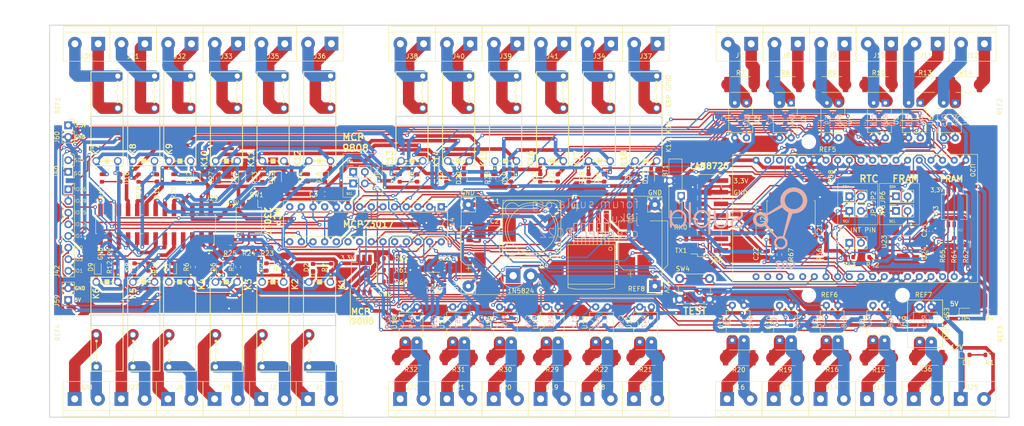
<source format=kicad_pcb>
(kicad_pcb (version 20211014) (generator pcbnew)
  (title_block (title "Supla ESP32 LAN") (date "czerwiec 2022") (rev "1"))
  (layers (0 "F.Cu" signal) (31 "B.Cu" signal) (34 "B.Paste" user) (35 "F.Paste" user) (36 "B.SilkS" user "B.Silkscreen") (37 "F.SilkS" user "F.Silkscreen") (38 "B.Mask" user) (39 "F.Mask" user) (44 "Edge.Cuts" user))
  (net 0 "")
  (net 1 "Net-(BT1-Pad1)")
  (net 2 "GND")
  (net 3 "+12V")
  (net 4 "+5V")
  (net 5 "+3V3")
  (net 6 "WE_01")
  (net 7 "WE_09")
  (net 8 "GPIO34")
  (net 9 "WE_02")
  (net 10 "WE_10")
  (net 11 "WE_03")
  (net 12 "WE_11")
  (net 13 "WE_04")
  (net 14 "WE_12")
  (net 15 "WE_05")
  (net 16 "WE_13")
  (net 17 "WE_06")
  (net 18 "WE_14")
  (net 19 "WE_07")
  (net 20 "WE_15")
  (net 21 "WE_08")
  (net 22 "WE_16")
  (net 23 "Net-(D1-Pad2)")
  (net 24 "PK_01")
  (net 25 "Net-(D2-Pad2)")
  (net 26 "PK_02")
  (net 27 "Net-(D3-Pad2)")
  (net 28 "Net-(D4-Pad1)")
  (net 29 "Net-(D5-Pad2)")
  (net 30 "PK_03")
  (net 31 "Net-(D6-Pad2)")
  (net 32 "PK_04")
  (net 33 "Net-(D7-Pad2)")
  (net 34 "PK_05")
  (net 35 "Net-(D8-Pad2)")
  (net 36 "PK_06")
  (net 37 "Net-(D9-Pad2)")
  (net 38 "PK_07")
  (net 39 "Net-(D10-Pad2)")
  (net 40 "PK_08")
  (net 41 "Net-(D11-Pad2)")
  (net 42 "PK_09")
  (net 43 "Net-(D12-Pad2)")
  (net 44 "PK_10")
  (net 45 "Net-(D13-Pad2)")
  (net 46 "PK_17")
  (net 47 "Net-(D14-Pad2)")
  (net 48 "PK_11")
  (net 49 "Net-(D15-Pad2)")
  (net 50 "PK_12")
  (net 51 "Net-(D16-Pad2)")
  (net 52 "PK_18")
  (net 53 "Net-(D17-Pad2)")
  (net 54 "PK_13")
  (net 55 "Net-(D18-Pad2)")
  (net 56 "PK_14")
  (net 57 "Net-(D19-Pad2)")
  (net 58 "PK_15")
  (net 59 "Net-(D20-Pad2)")
  (net 60 "PK_16")
  (net 61 "Net-(D21-Pad2)")
  (net 62 "Net-(J1-Pad1)")
  (net 63 "Net-(J1-Pad2)")
  (net 64 "Net-(J2-Pad1)")
  (net 65 "Net-(J2-Pad2)")
  (net 66 "Net-(J5-Pad1)")
  (net 67 "Net-(J5-Pad2)")
  (net 68 "Net-(J6-Pad1)")
  (net 69 "Net-(J6-Pad2)")
  (net 70 "WEAC_01")
  (net 71 "N1")
  (net 72 "WEAC_02")
  (net 73 "N2")
  (net 74 "WEAC_03")
  (net 75 "N3")
  (net 76 "WEAC_04")
  (net 77 "N4")
  (net 78 "WEAC_05")
  (net 79 "N5")
  (net 80 "WEAC_06")
  (net 81 "N6")
  (net 82 "WEAC_07")
  (net 83 "N7")
  (net 84 "WEAC_08")
  (net 85 "N8")
  (net 86 "WEAC_09")
  (net 87 "N9")
  (net 88 "WEAC_10")
  (net 89 "N10")
  (net 90 "WEAC_11")
  (net 91 "N11")
  (net 92 "WEAC_12")
  (net 93 "N12")
  (net 94 "WEAC_13")
  (net 95 "N13")
  (net 96 "WEAC_14")
  (net 97 "N14")
  (net 98 "WEAC_15")
  (net 99 "N15")
  (net 100 "WEAC_16")
  (net 101 "N16")
  (net 102 "WEAC_17")
  (net 103 "N17")
  (net 104 "Net-(J27-Pad1)")
  (net 105 "Net-(J27-Pad2)")
  (net 106 "Net-(J28-Pad1)")
  (net 107 "Net-(J28-Pad2)")
  (net 108 "GPIO32")
  (net 109 "GPIO33")
  (net 110 "EN{slash}RESET")
  (net 111 "1_SDA")
  (net 112 "1_SCL")
  (net 113 "Net-(J30-Pad1)")
  (net 114 "Net-(J30-Pad2)")
  (net 115 "Net-(J31-Pad1)")
  (net 116 "Net-(J31-Pad2)")
  (net 117 "Net-(J32-Pad1)")
  (net 118 "Net-(J32-Pad2)")
  (net 119 "Net-(J33-Pad1)")
  (net 120 "Net-(J33-Pad2)")
  (net 121 "Net-(J34-Pad1)")
  (net 122 "Net-(J34-Pad2)")
  (net 123 "Net-(J35-Pad1)")
  (net 124 "Net-(J35-Pad2)")
  (net 125 "Net-(J36-Pad1)")
  (net 126 "Net-(J36-Pad2)")
  (net 127 "Net-(J37-Pad1)")
  (net 128 "Net-(J37-Pad2)")
  (net 129 "Net-(J38-Pad1)")
  (net 130 "Net-(J38-Pad2)")
  (net 131 "Net-(J39-Pad1)")
  (net 132 "Net-(J39-Pad2)")
  (net 133 "Net-(J40-Pad1)")
  (net 134 "Net-(J40-Pad2)")
  (net 135 "Net-(J41-Pad1)")
  (net 136 "Net-(J41-Pad2)")
  (net 137 "GPIO36")
  (net 138 "GPIO39")
  (net 139 "GPIO35")
  (net 140 "GPIO12")
  (net 141 "GPIO15")
  (net 142 "GPIO0")
  (net 143 "GPIO03{slash}RX0")
  (net 144 "GPIO01{slash}TX0")
  (net 145 "LAN 8720 TX1")
  (net 146 "LAN 8720 TX_EN")
  (net 147 "LAN 8720 RX0")
  (net 148 "LAN 8720 nINT{slash}REFCLK")
  (net 149 "LAN 8720 MDIO")
  (net 150 "LAN 8720 MDC")
  (net 151 "LAN 8720 CRS")
  (net 152 "LAN 8720 RX1")
  (net 153 "LAN 8720 TX0")
  (net 154 "Net-(JP1-Pad2)")
  (net 155 "Net-(JP2-Pad2)")
  (net 156 "Net-(JP3-Pad2)")
  (net 157 "Net-(JP4-Pad2)")
  (net 158 "Net-(JP5-Pad2)")
  (net 159 "Net-(JP6-Pad2)")
  (net 160 "Net-(JP7-Pad1)")
  (net 161 "WE02")
  (net 162 "Net-(R7-Pad2)")
  (net 163 "Net-(R8-Pad2)")
  (net 164 "Net-(R9-Pad2)")
  (net 165 "Net-(R10-Pad2)")
  (net 166 "Net-(R13-Pad2)")
  (net 167 "Net-(R14-Pad2)")
  (net 168 "Net-(R15-Pad2)")
  (net 169 "Net-(R16-Pad2)")
  (net 170 "Net-(R19-Pad2)")
  (net 171 "Net-(R20-Pad2)")
  (net 172 "Net-(R21-Pad2)")
  (net 173 "Net-(R22-Pad2)")
  (net 174 "Net-(R23-Pad1)")
  (net 175 "Net-(R24-Pad1)")
  (net 176 "Net-(R25-Pad1)")
  (net 177 "Net-(R29-Pad2)")
  (net 178 "Net-(R30-Pad2)")
  (net 179 "Net-(R31-Pad2)")
  (net 180 "Net-(R32-Pad2)")
  (net 181 "Net-(R36-Pad2)")
  (net 182 "Net-(R60-Pad1)")
  (net 183 "Net-(R61-Pad1)")
  (net 184 "Net-(R62-Pad1)")
  (net 185 "Net-(R63-Pad1)")
  (net 186 "Net-(R64-Pad1)")
  (net 187 "Net-(R65-Pad1)")
  (net 188 "Net-(R67-Pad1)")
  (net 189 "WE03")
  (net 190 "WE01")
  (footprint "TerminalBlock:TerminalBlock_bornier-2_P5.08mm" (layer "F.Cu") (at 140.98 130.81)
    (fp_text reference "J20")
    (fp_text value "Screw_Terminal_01x02")
  )
  (footprint "TerminalBlock:TerminalBlock_bornier-2_P5.08mm" (layer "F.Cu") (at 59.8404 130.81)
    (fp_text reference "J27")
    (fp_text value "Screw_Terminal_01x02")
  )
  (footprint "Package_SO:MSOP-8_3x3mm_P0.65mm" (layer "F.Cu") (at 127.72 104.8 180)
    (fp_text reference "U22")
    (fp_text value "MCP9808_MSOP")
  )
  (footprint "Relay:HF46F" (layer "F.Cu") (at 123.1578 79.9383 90)
    (fp_text reference "K13")
    (fp_text value "HF46F/12V" hide)
  )
  (footprint "Resistor_SMD:R_0603_1608Metric" (layer "F.Cu") (at 75.4396 102.0375 90)
    (fp_text reference "R6")
    (fp_text value "2k")
  )
  (footprint "LED_SMD:LED_0603_1608Metric" (layer "F.Cu") (at 71.12 102.0375 90)
    (fp_text reference "D7")
    (fp_text value "D_Photo")
  )
  (footprint "TerminalBlock:TerminalBlock_bornier-2_P5.08mm" (layer "F.Cu") (at 227.54 53.34 180)
    (fp_text reference "J10")
    (fp_text value "Screw_Terminal_01x02")
  )
  (footprint "Package_DIP:DIP-4_W7.62mm" (layer "F.Cu") (at 223.5916 118.0211 90)
    (fp_text reference "U8")
    (fp_text value "LTV-814")
  )
  (footprint "TerminalBlock:TerminalBlock_bornier-2_P5.08mm" (layer "F.Cu") (at 125.6978 53.3373 180)
    (fp_text reference "J38")
    (fp_text value "Screw_Terminal_01x02")
  )
  (footprint "Resistor_SMD:R_2512_6332Metric" (layer "F.Cu") (at 174.06 121.78 180)
    (fp_text reference "R21")
    (fp_text value "47k")
  )
  (footprint "LED_SMD:LED_0603_1608Metric" (layer "F.Cu") (at 134.46 82.625 -90)
    (fp_text reference "D20")
    (fp_text value "D_Photo")
  )
  (footprint "Button_Switch_SMD:SW_DIP_SPSTx03_Slide_KingTek_DSHP03TS_W7.62mm_P1.27mm" (layer "F.Cu") (at 112.72 103.8 -90)
    (fp_text reference "SW2")
    (fp_text value "SW_DIP_x03")
  )
  (footprint "Resistor_SMD:R_2512_6332Metric" (layer "F.Cu") (at 164.46 121.78 180)
    (fp_text reference "R22")
    (fp_text value "47k")
  )
  (footprint "TerminalBlock:TerminalBlock_bornier-2_P5.08mm" (layer "F.Cu") (at 135.86 53.34 180)
    (fp_text reference "J40")
    (fp_text value "Screw_Terminal_01x02")
  )
  (footprint "MountingHole:MountingHole_2.2mm_M2_ISO14580" (layer "F.Cu") (at 230.02 108.2)
    (fp_text reference "REF7")
    (fp_text value "MountingHole_2.2mm_M2_ISO14580")
  )
  (footprint "LED_SMD:LED_0603_1608Metric" (layer "F.Cu") (at 101.6 102.1575 90)
    (fp_text reference "D2")
    (fp_text value "D_Photo")
  )
  (footprint "Resistor_SMD:R_0603_1608Metric" (layer "F.Cu") (at 55.6 82.625 -90)
    (fp_text reference "R17")
    (fp_text value "2k")
  )
  (footprint "Resistor_SMD:R_0603_1608Metric" (layer "F.Cu") (at 171.45 82.55 -90)
    (fp_text reference "R35")
    (fp_text value "2k")
  )
  (footprint "Inductor_SMD:L_12x12mm_H8mm" (layer "F.Cu") (at 149.276 93.7921)
    (fp_text reference "L1")
    (fp_text value "33μH")
  )
  (footprint "Resistor_SMD:R_2512_6332Metric" (layer "F.Cu") (at 234.89 62.23)
    (fp_text reference "R13")
    (fp_text value "47k")
  )
  (footprint "TerminalBlock:TerminalBlock_bornier-2_P5.08mm" (layer "F.Cu") (at 130.78 130.81)
    (fp_text reference "J21")
    (fp_text value "Screw_Terminal_01x02")
  )
  (footprint "Relay:HF46F" (layer "F.Cu") (at 174.12 79.941 90)
    (fp_text reference "K18")
    (fp_text value "HF46F/12V" hide)
  )
  (footprint "Resistor_SMD:R_0603_1608Metric" (layer "F.Cu") (at 130.65 82.625 -90)
    (fp_text reference "R52")
    (fp_text value "2k")
  )
  (footprint "Package_DIP:DIP-4_W7.62mm" (layer "F.Cu") (at 216.115 66.24 -90)
    (fp_text reference "U4")
    (fp_text value "LTV-814")
  )
  (footprint "Package_DIP:DIP-4_W7.62mm" (layer "F.Cu") (at 241.515 66.2445 -90)
    (fp_text reference "U7")
    (fp_text value "LTV-814")
  )
  (footprint "Resistor_SMD:R_0603_1608Metric" (layer "F.Cu") (at 120.4878 82.6223 -90)
    (fp_text reference "R37")
    (fp_text value "2k")
  )
  (footprint "Resistor_SMD:R_2512_6332Metric" (layer "F.Cu") (at 204.52 121.8387 180)
    (fp_text reference "R19")
    (fp_text value "47k")
  )
  (footprint "Resistor_SMD:R_2512_6332Metric" (layer "F.Cu") (at 235.66 121.78 180)
    (fp_text reference "R36")
    (fp_text value "47k")
  )
  (footprint "Relay:HF46F" (layer "F.Cu") (at 82.74 79.941 90)
    (fp_text reference "K10")
    (fp_text value "HF46F/12V" hide)
  )
  (footprint "Connector_PinHeader_2.54mm:PinHeader_2x01_P2.54mm_Vertical" (layer "F.Cu") (at 228.6 89.8)
    (fp_text reference "JP5")
    (fp_text value "SolderJumper_2_Open")
  )
  (footprint "TerminalBlock:TerminalBlock_bornier-2_P5.08mm" (layer "F.Cu") (at 171.52 130.81)
    (fp_text reference "J17")
    (fp_text value "Screw_Terminal_01x02")
  )
  (footprint "TerminalBlock:TerminalBlock_bornier-2_P5.08mm" (layer "F.Cu") (at 80.1604 130.81)
    (fp_text reference "J5")
    (fp_text value "Screw_Terminal_01x02")
  )
  (footprint "Capacitor_SMD:C_0603_1608Metric" (layer "F.Cu") (at 104.155 86.1394)
    (fp_text reference "C3")
    (fp_text value "100nF")
  )
  (footprint "MountingHole:MountingHole_3.2mm_M3" (layer "F.Cu") (at 50.02 67)
    (fp_text reference "REF1")
    (fp_text value "MountingHole_3.2mm_M3")
  )
  (footprint "Resistor_SMD:R_0603_1608Metric" (layer "F.Cu") (at 58.72 102.0975 90)
    (fp_text reference "R12")
    (fp_text value "2k")
  )
  (footprint "Relay:HF46F" (layer "F.Cu") (at 56.72 104.259 -90)
    (fp_text reference "K6")
    (fp_text value "HF46F/12V" hide)
  )
  (footprint "Capacitor_SMD:C_0402_1005Metric" (layer "F.Cu") (at 236.22 94.239 90)
    (fp_text reference "C25")
    (fp_text value "10nF")
  )
  (footprint "Resistor_SMD:R_2512_6332Metric" (layer "F.Cu") (at 214.65 62.2255 180)
    (fp_text reference "R9")
    (fp_text value "47k")
  )
  (footprint "TerminalBlock:TerminalBlock_bornier-2_P5.08mm" (layer "F.Cu") (at 146.1 53.34 180)
    (fp_text reference "J39")
    (fp_text value "Screw_Terminal_01x02")
  )
  (footprint "Resistor_SMD:R_0603_1608Metric" (layer "F.Cu") (at 90.56 82.625 -90)
    (fp_text reference "R33")
    (fp_text value "2k")
  )
  (footprint "Resistor_SMD:R_0603_1608Metric" (layer "F.Cu") (at 241.3 96.52 -90)
    (fp_text reference "R64")
    (fp_text value "10k")
  )
  (footprint "Battery:Battery_Panasonic_CR1220-VCN_Vertical_CircularHoles" (layer "F.Cu") (at 181.7943 86.5037 90)
    (fp_text reference "BT1")
    (fp_text value "Battery")
  )
  (footprint "Resistor_SMD:R_0603_1608Metric" (layer "F.Cu") (at 91.63 97.8)
    (fp_text reference "R23")
    (fp_text value "10k")
  )
  (footprint "Package_DIP:DIP-4_W7.62mm" (layer "F.Cu") (at 233.895 66.24 -90)
    (fp_text reference "U6")
    (fp_text value "LTV-814")
  )
  (footprint "Package_TO_SOT_SMD:TO-263-5_TabPin3" (layer "F.Cu") (at 162.0994 97.8027 -90)
    (fp_text reference "U1")
    (fp_text value "LM2596T-5")
  )
  (footprint "Package_DIP:DIP-4_W7.62mm" (layer "F.Cu") (at 142.245 118.36 90)
    (fp_text reference "U16")
    (fp_text value "LTV-814")
  )
  (footprint "LED_SMD:LED_0603_1608Metric" (layer "F.Cu") (at 93.98 82.625 -90)
    (fp_text reference "D15")
    (fp_text value "D_Photo")
  )
  (footprint "Resistor_SMD:R_0603_1608Metric" (layer "F.Cu") (at 151.11 82.625 -90)
    (fp_text reference "R53")
    (fp_text value "2k")
  )
  (footprint "Resistor_SMD:R_2512_6332Metric" (layer "F.Cu") (at 204.49 62.2255 180)
    (fp_text reference "R8")
    (fp_text value "47k")
  )
  (footprint "TerminalBlock:TerminalBlock_bornier-2_P5.08mm" (layer "F.Cu") (at 100.4804 130.81)
    (fp_text reference "J1")
    (fp_text value "Screw_Terminal_01x02")
  )
  (footprint "Relay:HF46F" (layer "F.Cu") (at 92.9 79.941 90)
    (fp_text reference "K11")
    (fp_text value "HF46F/12V" hide)
  )
  (footprint "Capacitor_SMD:CP_Elec_8x10" (layer "F.Cu") (at 137.9688 97.3243 90)
    (fp_text reference "C2")
    (fp_text value "C_Polarized 220μF")
  )
  (footprint "Relay:HF46F" (layer "F.Cu") (at 64.72 79.941 90)
    (fp_text reference "K8")
    (fp_text value "HF46F/12V" hide)
  )
  (footprint "TerminalBlock:TerminalBlock_bornier-2_P5.08mm" (layer "F.Cu") (at 191.82 130.8077)
    (fp_text reference "J16")
    (fp_text value "Screw_Terminal_01x02")
  )
  (footprint "LED_SMD:LED_0603_1608Metric" (layer "F.Cu") (at 81.28 102.0375 90)
    (fp_text reference "D6")
    (fp_text value "D_Photo")
  )
  (footprint "Button_Switch_SMD:SW_DIP_SPSTx03_Slide_KingTek_DSHP03TS_W7.62mm_P1.27mm" (layer "F.Cu") (at 87.63 91.8 -90)
    (fp_text reference "SW1")
    (fp_text value "SW_DIP_x03")
  )
  (footprint "Resistor_SMD:R_2512_6332Metric" (layer "F.Cu") (at 214.7066 121.78 180)
    (fp_text reference "R16")
    (fp_text value "47k")
  )
  (footprint "Resistor_SMD:R_0603_1608Metric" (layer "F.Cu") (at 95.1196 102.0375 90)
    (fp_text reference "R3")
    (fp_text value "2k")
  )
  (footprint "Resistor_SMD:R_2512_6332Metric" (layer "F.Cu") (at 243.84 62.23 180)
    (fp_text reference "R14")
    (fp_text value "47k")
  )
  (footprint "TerminalBlock:TerminalBlock_bornier-2_P5.08mm" (layer "F.Cu") (at 197.06 53.34 180)
    (fp_text reference "J7")
    (fp_text value "Screw_Terminal_01x02")
  )
  (footprint "Package_DIP:DIP-4_W7.62mm" (layer "F.Cu") (at 213.4316 118.0211 90)
    (fp_text reference "U9")
    (fp_text value "LTV-814")
  )
  (footprint "Resistor_SMD:R_0603_1608Metric" (layer "F.Cu") (at 83.63 97.8)
    (fp_text reference "R25")
    (fp_text value "10k")
  )
  (footprint "Relay:HF46F" (layer "F.Cu") (at 72.5404 104.259 -90)
    (fp_text reference "K4")
    (fp_text value "HF46F/12V" hide)
  )
  (footprint "LED_SMD:LED_0603_1608Metric" (layer "F.Cu") (at 124.2978 82.6223 -90)
    (fp_text reference "D18")
    (fp_text value "D_Photo")
  )
  (footprint "Resistor_SMD:R_0603_1608Metric" (layer "F.Cu") (at 248.92 121.2 180)
    (fp_text reference "R1")
    (fp_text value "2k")
  )
  (footprint "TerminalBlock:TerminalBlock_bornier-2_P5.08mm" (layer "F.Cu") (at 222.3266 130.81)
    (fp_text reference "J13")
    (fp_text value "Screw_Terminal_01x02")
  )
  (footprint "Resistor_SMD:R_0603_1608Metric" (layer "F.Cu") (at 223.5969 99.8523 180)
    (fp_text reference "R42")
    (fp_text value "4,7k")
  )
  (footprint "Resistor_SMD:R_2512_6332Metric" (layer "F.Cu") (at 153.72 121.78 180)
    (fp_text reference "R29")
    (fp_text value "47k")
  )
  (footprint "Resistor_SMD:R_2512_6332Metric" (layer "F.Cu") (at 194.46 121.8387 180)
    (fp_text reference "R20")
    (fp_text value "47k")
  )
  (footprint "MountingHole:MountingHole_2.2mm_M2_ISO14580" (layer "F.Cu") (at 209.62 74.7)
    (fp_text reference "REF5")
    (fp_text value "MountingHole_2.2mm_M2_ISO14580")
  )
  (footprint "TerminalBlock:TerminalBlock_bornier-2_P5.08mm" (layer "F.Cu") (at 156.32 53.34 180)
    (fp_text reference "J41")
    (fp_text value "Screw_Terminal_01x02")
  )
  (footprint "Relay:HF46F" (layer "F.Cu") (at 153.78 79.941 90)
    (fp_text reference "K16")
    (fp_text value "HF46F/12V" hide)
  )
  (footprint "Capacitor_SMD:CP_Elec_10x10.5" (layer "F.Cu") (at 173.5288 97.3243 90)
    (fp_text reference "C1")
    (fp_text value "C_Polarized 680μF")
  )
  (footprint "Package_DIP:DIP-4_W7.62mm" (layer "F.Cu") (at 205.765 66.24 -90)
    (fp_text reference "U3")
    (fp_text value "LTV-814")
  )
  (footprint "TerminalBlock:TerminalBlock_bornier-2_P5.08mm" (layer "F.Cu") (at 105.6053 53.3156 180)
    (fp_text reference "J36")
    (fp_text value "Screw_Terminal_01x02")
  )
  (footprint "Connector_PinHeader_2.54mm:PinHeader_2x01_P2.54mm_Vertical" (layer "F.Cu") (at 218.44 86.619)
    (fp_text reference "JP2")
    (fp_text value "SolderJumper_2_Open")
  )
  (footprint "Resistor_SMD:R_0603_1608Metric" (layer "F.Cu") (at 87.63 97.8)
    (fp_text reference "R24")
    (fp_text value "10k")
  )
  (footprint "MountingHole:MountingHole_3.2mm_M3" (layer "F.Cu") (at 247.02 67)
    (fp_text reference "REF2")
    (fp_text value "MountingHole_3.2mm_M3")
  )
  (footprint "TerminalBlock:TerminalBlock_bornier-2_P5.08mm" (layer "F.Cu") (at 161.38 130.81)
    (fp_text reference "J18")
    (fp_text value "Screw_Terminal_01x02")
  )
  (footprint "Connector_PinSocket_2.54mm:PinSocket_1x02_P2.54mm_Vertical" (layer "F.Cu") (at 48.26 109.22 180)
    (fp_text reference "J59")
    (fp_text value "Conn_01x02_Male")
  )
  (footprint "LED_SMD:LED_0603_1608Metric" (layer "F.Cu") (at 86.12 82.625 -90)
    (fp_text reference "D13")
    (fp_text value "D_Photo")
  )
  (footprint "Package_DIP:DIP-4_W7.62mm" (layer "F.Cu") (at 121.685 118.36 90)
    (fp_text reference "U18")
    (fp_text value "LTV-814")
  )
  (footprint "Connector_PinHeader_2.54mm:PinHeader_2x07_P2.54mm_Vertical_SMD" (layer "F.Cu") (at 187.96 90.8 180)
    (fp_text reference "J56")
    (fp_text value "PinHeader_2x07_P2.54mm_Vertical_SMD")
  )
  (footprint "Resistor_SMD:R_0603_1608Metric" (layer "F.Cu") (at 117.8758 102.6789)
    (fp_text reference "R61")
    (fp_text value "10k")
  )
  (footprint "Package_DIP:DIP-4_W7.62mm" (layer "F.Cu") (at 163.185 118.36 90)
    (fp_text reference "U13")
    (fp_text value "LTV-814")
  )
  (footprint "RF_Module:YAAJ_DCDC_StepDown_LM2596" (layer "F.Cu") (at 176.0688 106.2143 180)
    (fp_text reference "REF8")
    (fp_text value "YAAJ_DCDC_StepDown_LM2596")
  )
  (footprint "LED_SMD:LED_0603_1608Metric" (layer "F.Cu") (at 62.72 102.0375 90)
    (fp_text reference "D8")
    (fp_text value "D_Photo")
  )
  (footprint "TerminalBlock:TerminalBlock_bornier-2_P5.08mm" (layer "F.Cu") (at 70.0004 130.81)
    (fp_text reference "J6")
    (fp_text value "Screw_Terminal_01x02")
  )
  (footprint "Relay:HF46F" (layer "F.Cu") (at 64.72 104.259 -90)
    (fp_text reference "K5")
    (fp_text value "HF46F/12V" hide)
  )
  (footprint "TerminalBlock:TerminalBlock_bornier-2_P5.08mm" (layer "F.Cu") (at 217.38 53.34 180)
    (fp_text reference "J9")
    (fp_text value "Screw_Terminal_01x02")
  )
  (footprint "TerminalBlock:TerminalBlock_bornier-2_P5.08mm" (layer "F.Cu") (at 151.18 130.81)
    (fp_text reference "J19")
    (fp_text value "Screw_Terminal_01x02")
  )
  (footprint "Relay:HF46F" (layer "F.Cu") (at 92.8604 104.259 -90)
    (fp_text reference "K2")
    (fp_text value "HF46F/12V" hide)
  )
  (footprint "Resistor_SMD:R_0603_1608Metric" (layer "F.Cu") (at 63.6 82.625 -90)
    (fp_text reference "R18")
    (fp_text value "2k")
  )
  (footprint "Capacitor_SMD:C_0603_1608Metric" (layer "F.Cu") (at 236.22 99.06 90)
    (fp_text reference "C24")
    (fp_text value "100nF")
  )
  (footprint "TerminalBlock:TerminalBlock_bornier-2_P5.08mm" (layer "F.Cu") (at 54.8 53.34 180)
    (fp_text reference "J30")
    (fp_text value "Screw_Terminal_01x02")
  )
  (footprint "LED_SMD:LED_0603_1608Metric" (layer "F.Cu") (at 144.7 82.625 -90)
    (fp_text reference "D19")
    (fp_text value "D_Photo")
  )
  (footprint "LED_SMD:LED_0603_1608Metric" (layer "F.Cu") (at 165.06 82.625 -90)
    (fp_text reference "D14")
    (fp_text value "D_Photo")
  )
  (footprint "Package_DIP:DIP-4_W7.62mm" (layer "F.Cu") (at 203.245 118.0187 90)
    (fp_text reference "U10")
    (fp_text value "LTV-814")
  )
  (footprint "Package_DIP:DIP-4_W7.62mm" (layer "F.Cu") (at 172.785 118.36 90)
    (fp_text reference "U12")
    (fp_text value "LTV-814")
  )
  (footprint "TerminalBlock:TerminalBlock_bornier-2_P5.08mm" (layer "F.Cu") (at 75.12 53.34 180)
    (fp_text reference "J32")
    (fp_text value "Screw_Terminal_01x02")
  )
  (footprint "Relay:HF46F" (layer "F.Cu") (at 133.32 79.941 90)
    (fp_text reference "K14")
    (fp_text value "HF46F/12V" hide)
  )
  (footprint "Resistor_SMD:R_0603_1608Metric" (layer "F.Cu") (at 218.44 99.8523 180)
    (fp_text reference "R43")
    (fp_text value "4,7k")
  )
  (footprint "Relay:HF46F" (layer "F.Cu") (at 163.98 79.941 90)
    (fp_text reference "K17")
    (fp_text value "HF46F/12V" hide)
  )
  (footprint "Connector_PinHeader_2.54mm:PinHeader_2x01_P2.54mm_Vertical" (layer "F.Cu") (at 110.3565 81.28)
    (fp_text reference "JP4")
    (fp_text value "SolderJumper_2_Open")
  )
  (footprint "Package_DIP:DIP-4_W7.62mm" (layer "F.Cu") (at 196.0275 66.24 -90)
    (fp_text reference "U2")
    (fp_text value "LTV-814")
  )
  (footprint "Resistor_SMD:R_0603_1608Metric" (layer "F.Cu") (at 117.8758 100.1389)
    (fp_text reference "R63")
    (fp_text value "10k")
  )
  (footprint "Resistor_SMD:R_0603_1608Metric" (layer "F.Cu") (at 243.84 96.52 90)
    (fp_text reference "R62")
    (fp_text value "10k")
  )
  (footprint "Package_SO:SSOP-8_3.9x5.05mm_P1.27mm" (layer "F.Cu") (at 230.2238 97.8124)
    (fp_text reference "U23")
    (fp_text value "MB85RC256V")
  )
  (footprint "Relay:HF46F" (layer "F.Cu") (at 103.0204 104.259 -90)
    (fp_text reference "K1")
    (fp_text value "HF46F/12V" hide)
  )
  (footprint "TerminalBlock:TerminalBlock_bornier-2_P5.08mm" (layer "F.Cu") (at 212.1666 130.81)
    (fp_text reference "J14")
    (fp_text value "Screw_Terminal_01x02")
  )
  (footprint "LED_SMD:LED_0603_1608Metric" (layer "F.Cu") (at 59.6 82.625 -90)
    (fp_text reference "D10")
    (fp_text value "D_Photo")
  )
  (footprint "Connector_PinSocket_2.54mm:PinSocket_1x08_P2.54mm_Vertical" (layer "F.Cu") (at 48.285 85.105)
    (fp_text reference "J42")
    (fp_text value "Conn_01x08_Female")
  )
  (footprint "TerminalBlock:TerminalBlock_bornier-2_P5.08mm" (layer "F.Cu") (at 64.96 53.34 180)
    (fp_text reference "J31")
    (fp_text value "Screw_Terminal_01x02")
  )
  (footprint "Diode_THT:D_DO-201AD_P3.81mm_Vertical_AnodeUp" (layer "F.Cu") (at 145.2112 103.927)
    (fp_text reference "D4")
    (fp_text value "1N5824")
  )
  (footprint "Resistor_SMD:R_0603_1608Metric" (layer "F.Cu") (at 100.4653 82.6006 -90)
    (fp_text reference "R34")
    (fp_text value "2k")
  )
  (footprint "Resistor_SMD:R_2512_6332Metric" (layer "F.Cu") (at 143.52 121.78 180)
    (fp_text reference "R30")
    (fp_text value "47k")
  )
  (footprint "MountingHole:MountingHole_3.2mm_M3" (layer "F.Cu") (at 247.02 116.5)
    (fp_text reference "REF3")
    (fp_text value "MountingHole_3.2mm_M3")
  )
  (footprint "Connector_PinHeader_2.54mm:PinHeader_1x02_P2.54mm_Vertical" (layer "F.Cu") (at 48.26 81.28 180)
    (fp_text reference "J50")
    (fp_text value "Conn_01x02_Male")
  )
  (footprint "Resistor_SMD:R_0603_1608Metric" (layer "F.Cu") (at 85.2796 102.0375 90)
    (fp_text reference "R5")
    (fp_text value "2k")
  )
  (footprint "Connector_PinSocket_2.54mm:PinSocket_1x02_P2.54mm_Vertical" (layer "F.Cu") (at 48.26 71.12)
    (fp_text reference "J60")
    (fp_text value "Conn_01x02_Male")
  )
  (footprint "Relay:HF46F" (layer "F.Cu") (at 56.72 79.941 90)
    (fp_text reference "K7")
    (fp_text value "HF46F/12V" hide)
  )
  (footprint "Connector_PinHeader_2.54mm:PinHeader_2x01_P2.54mm_Vertical" (layer "F.Cu") (at 218.44 89.8)
    (fp_text reference "JP1")
    (fp_text value "SolderJumper_2_Open")
  )
  (footprint "Resistor_SMD:R_0603_1608Metric" (layer "F.Cu") (at 203.2 99.319 90)
    (fp_text reference "R67")
    (fp_text value "4,7k")
  )
  (footprint "LED_SMD:LED_0603_1608Metric" (layer "F.Cu") (at 54.72 102.0975 90)
    (fp_text reference "D9")
    (fp_text value "D_Photo")
  )
  (footprint "Package_DIP:DIP-4_W7.62mm" (layer "F.Cu") (at 192.945 118 90)
    (fp_text reference "U11")
    (fp_text value "LTV-814")
  )
  (footprint "TerminalBlock:TerminalBlock_bornier-2_P5.08mm" (layer "F.Cu") (at 242.72 130.81)
    (fp_text reference "J25")
    (fp_text value "Screw_Terminal_01x02")
  )
  (footprint "Package_DIP:DIP-28_W7.62mm_Socket" (layer "F.Cu") (at 129.54 88.910008 -90)
    (fp_text reference "U14")
    (fp_text value "MCP23017_SP")
  )
  (footprint "LED_SMD:LED_0603_1608Metric" (layer "F.Cu") (at 243.84 111.76)
    (fp_text reference "D5")
    (fp_text value "D_Photo")
  )
  (footprint "TerminalBlock:TerminalBlock_bornier-2_P5.08mm" (layer "F.Cu") (at 166.52 53.34 180)
    (fp_text reference "J34")
    (fp_text value "Screw_Terminal_01x02")
  )
  (footprint "Connector_PinHeader_2.54mm:PinHeader_2x01_P2.54mm_Vertical" (layer "F.Cu") (at 218.44 96.779)
    (fp_text reference "JP7")
    (fp_text value "SolderJumper_2_Open")
  )
  (footprint "Connector_PinSocket_2.00mm:PinSocket_2x13_P2.00mm_Vertical_SMD" (layer "F.Cu") (at 67.31 92.71 -90)
    (fp_text reference "J29")
    (fp_text value "Conn_02x13_Odd_Even")
  )
  (footprint "Resistor_SMD:R_0603_1608Metric" (layer "F.Cu") (at 81.04 82.625 -90)
    (fp_text reference "R27")
    (fp_text value "2k")
  )
  (footprint "Resistor_SMD:R_0603_1608Metric" (layer "F.Cu") (at 117.8758 105.2189)
    (fp_text reference "R60")
    (fp_text value "10k")
  )
  (footprint "MountingHole:MountingHole_2.2mm_M2_ISO14580" (layer "F.Cu") (at 209.62 108.2)
    (fp_text reference "REF6")
    (fp_text value "MountingHole_2.2mm_M2_ISO14580")
  )
  (footprint "Package_SO:SOIC-16W_7.5x10.3mm_P1.27mm" (layer "F.Cu") (at 205.74 91.44 90)
    (fp_text reference "U21")
    (fp_text value "DS3231M")
  )
  (footprint "Resistor_SMD:R_0603_1608Metric" (layer "F.Cu") (at 65.72 102.0375 -90)
    (fp_text reference "R11")
    (fp_text value "2k")
  )
  (footprint "LED_SMD:LED_0603_1608Metric" (layer "F.Cu") (at 76.28 82.625 -90)
    (fp_text reference "D12")
    (fp_text value "D_Photo")
  )
  (footprint "Resistor_SMD:R_2512_6332Metric" (layer "F.Cu") (at 224.8666 121.8411 180)
    (fp_text reference "R15")
    (fp_text value "47k")
  )
  (footprint "Relay:HF46F" (layer "F.Cu") (at 103.0653 79.9166 90)
    (fp_text reference "K12")
    (fp_text value "HF46F/12V" hide)
  )
  (footprint "Relay:HF46F" (layer "F.Cu") (at 143.56 79.941 90)
    (fp_text reference "K15")
    (fp_text value "HF46F/12V" hide)
  )
  (footprint "LED_SMD:LED_0603_1608Metric" (layer "F.Cu") (at 175.26 82.55 -90)
    (fp_text reference "D17")
    (fp_text value "D_Photo")
  )
  (footprint "Package_DIP:DIP-4_W7.62mm" (layer "F.Cu") (at 152.445 118.36 90)
    (fp_text reference "U15")
    (fp_text value "LTV-814")
  )
  (footprint "Button_Switch_THT:SW_PUSH_6mm_H5mm" (layer "F.Cu") (at 187.97 109.05 180)
    (fp_text reference "SW4")
    (fp_text value "SW_Push (TEST)")
  )
  (footprint "TerminalBlock:TerminalBlock_bornier-2_P5.08mm" (layer "F.Cu") (at 201.98 130.8077)
    (fp_text reference "J15")
    (fp_text value "Screw_Terminal_01x02")
  )
  (footprint "Capacitor_SMD:C_0603_1608Metric" (layer "F.Cu") (at 200.66 99.319 -90)
    (fp_text reference "C22")
    (fp_text value "100nF")
  )
  (footprint "Resistor_SMD:R_2512_6332Metric" (layer "F.Cu") (at 133.32 121.78 180)
    (fp_text reference "R31")
    (fp_text value "47k")
  )
  (footprint "Package_DIP:DIP-4_W7.62mm" (layer "F.Cu") (at 233.7516 118.36 90)
    (fp_text reference "U19")
    (fp_text value "LTV-814")
  )
  (footprint "TerminalBlock:TerminalBlock_bornier-2_P5.08mm" (layer "F.Cu") (at 207.22 53.34 180)
    (fp_text reference "J8")
    (fp_text value "Screw_Terminal_01x02")
  )
  (footprint "Resistor_SMD:R_2512_6332Metric" (layer "F.Cu") (at 224.81 62.2255 180)
    (fp_text reference "R10")
    (fp_text value "47k")
  )
  (footprint "Resistor_SMD:R_0603_1608Metric" (layer "F.Cu") (at 71.2 82.625 -90)
    (fp_text reference "R26")
    (fp_text value "2k")
  )
  (footprint "LED_SMD:LED_0603_1608Metric" (layer "F.Cu") (at 104.2053 82.6006 -90)
    (fp_text reference "D16")
    (fp_text value "D_Photo")
  )
  (footprint "TerminalBlock:TerminalBlock_bornier-2_P5.08mm" (layer "F.Cu") (at 85.28 53.34 180)
    (fp_text reference "J33")
    (fp_text value "Screw_Terminal_01x02")
  )
  (footprint "Relay:HF46F" (layer "F.Cu") (at 72.58 79.941 90)
    (fp_text reference "K9")
    (fp_text value "HF46F/12V" hide)
  )
  (footprint "Resistor_SMD:R_0603_1608Metric" (layer "F.Cu") (at 248.92 111.76 180)
    (fp_text reference "R4")
    (fp_text value "600k")
  )
  (footprint "Resistor_SMD:R_0603_1608Metric" (layer "F.Cu") (at 105.5604 102.1575 90)
    (fp_text reference "R2")
    (fp_text value "2k")
  )
  (footprint "TerminalBlock:TerminalBlock_bornier-2_P5.08mm" (layer "F.Cu") (at 176.657 53.34 180)
    (fp_text reference "J37")
    (fp_text value "Screw_Terminal_01x02")
  )
  (footprint "Resistor_SMD:R_2512_6332Metric" (layer "F.Cu") (at 122.96 121.78 180)
    (fp_text reference "R32")
    (fp_text value "47k")
  )
  (footprint "Resistor_SMD:R_0603_1608Metric" (layer "F.Cu") (at 213.36 99.319 90)
    (fp_text reference "R66")
    (fp_text value "4,7k")
  )
  (footprint "LED_SMD:LED_0603_1608Metric" (layer "F.Cu") (at 67.6 82.625 -90)
    (fp_text reference "D11")
    (fp_text value "D_Photo")
  )
  (footprint "TerminalBlock:TerminalBlock_bornier-2_P5.08mm" (layer "F.Cu") (at 49.6804 130.81)
    (fp_text reference "J28")
    (fp_text value "Screw_Terminal_01x02")
  )
  (footprint "Resistor_SMD:R_0603_1608Metric" (layer "F.Cu") (at 140.89 82.625 -90)
    (fp_text reference "R38")
    (fp_text value "2k")
  )
  (footprint "TerminalBlock:TerminalBlock_bornier-2_P5.08mm" (layer "F.Cu") (at 237.7 53.34 180)
    (fp_text reference "J11")
    (fp_text value "Screw_Terminal_01x02")
  )
  (footprint "LED_SMD:LED_0603_1608Metric" (layer "F.Cu") (at 243.84 121.2)
    (fp_text reference "D1")
    (fp_text value "D_Photo")
  )
  (footprint "Relay:HF46F" (layer "F.Cu") (at 82.7004 104.259 -90)
    (fp_text reference "K3")
    (fp_text value "HF46F/12V" hide)
  )
  (footprint "Package_DIP:DIP-4_W7.62mm" (layer "F.Cu") (at 226.275 66.24 -90)
    (fp_text reference "U5")
    (fp_text value "LTV-814")
  )
  (footprint "Button_Switch_SMD:SW_DIP_SPSTx03_Slide_KingTek_DSHP03TS_W7.62mm_P1.27mm" (layer "F.Cu") (at 241.3 88.9 -90)
    (fp_text reference "SW3")
    (fp_text value "SW_DIP_x03")
  )
  (footprint "Connector_PinHeader_2.54mm:PinHeader_2x01_P2.54mm_Vertical" (layer "F.Cu") (at 228.6 86.619)
    (fp_text reference "JP6")
    (fp_text value "SolderJumper_2_Open")
  )
  (footprint "TerminalBlock:TerminalBlock_bornier-2_P5.08mm" (layer "F.Cu") (at 232.4866 130.81)
    (fp_text reference "J23")
    (fp_text value "Screw_Terminal_01x02")
  )
  (footprint "Connector_PinHeader_2.54mm:PinHeader_2x01_P2.54mm_Vertical" (layer "F.Cu") (at 110.3565 83.82)
    (fp_text reference "JP3")
    (fp_text value "SolderJumper_2_Open")
  )
  (footprint "LED_SMD:LED_0603_1608Metric" (layer "F.Cu") (at 91.44 102.0375 90)
    (fp_text reference "D3")
    (fp_text value "D_Photo")
  )
  (footprint "TerminalBlock:TerminalBlock_bornier-2_P5.08mm" (layer "F.Cu") (at 247.86 53.34 180)
    (fp_text reference "J12")
    (fp_text value "Screw_Terminal_01x02")
  )
  (footprint "TerminalBlock:TerminalBlock_bornier-2_P5.08mm" (layer "F.Cu") (at 120.58 130.81)
    (fp_text reference "J22")
    (fp_text value "Screw_Terminal_01x02")
  )
  (footprint "TerminalBlock:TerminalBlock_bornier-2_P5.08mm" (layer "F.Cu") (at 90.3204 130.81)
    (fp_text reference "J2")
    (fp_text value "Screw_Terminal_01x02")
  )
  (footprint "Package_DIP:DIP-4_W7.62mm" (layer "F.Cu") (at 132.045 118.36 90)
    (fp_text reference "U17")
    (fp_text value "LTV-814")
  )
  (footprint "RF_Module:ESP32_38pin" (layer "F.Cu") (at 220.98 91.44 -90)
    (fp_text reference "U20")
    (fp_text value "ESP32_38pin")
  )
  (footprint "Capacitor_SMD:C_0603_1608Metric" (layer "F.Cu") (at 213.36 93.98 90)
    (fp_text reference "C21")
    (fp_text value "100nF")
  )
  (footprint "Resistor_SMD:R_2512_6332Metric" (layer "F.Cu") (at 194.7525 62.2255 180)
    (fp_text reference "R7")
    (fp_text value "47k")
  )
  (footprint "LED_SMD:LED_0603_1608Metric" (layer "F.Cu") (at 154.92 82.625 -90)
    (fp_text reference "D21")
    (fp_text value "D_Photo")
  )
  (footprint "Resistor_SMD:R_0603_1608Metric" (layer "F.Cu") (at 161.64 82.625 -90)
    (fp_text reference "R28")
    (fp_text value "2k")
  )
  (footprint "Capacitor_SMD:C_0603_1608Metric" (layer "F.Cu") (at 130.315 101.6 180)
    (fp_text reference "C23")
    (fp_text value "100nF")
  )
  (footprint "Resistor_SMD:R_0603_1608Metric" (layer "F.Cu") (at 238.76 96.52 -90)
    (fp_text reference "R65")
    (fp_text value "10k")
  )
  (footprint "TerminalBlock:TerminalBlock_bornier-2_P5.08mm" (layer "F.Cu") (at 95.44 53.34 180)
    (fp_text reference "J35")
    (fp_text value "Screw_Terminal_01x02")
  )
  (footprint "MountingHole:MountingHole_3.2mm_M3" (layer "F.Cu") (at 50.02 116.5)
    (fp_text reference "REF4")
    (fp_text value "MountingHole_3.2mm_M3")
  )
  (footprint "Resistor_SMD:R_0603_1608Metric" (layer "F.Cu") (at 215.9 82.2642 -90)
    (fp_text reference "R68")
    (fp_text value "10k")
  )
  (footprint "Capacitor_SMD:C_0603_1608Metric" (layer "B.Cu") (at 230.16 70.04 90)
    (fp_text reference "C13")
    (fp_text value "100nF")
  )
  (footprint "Resistor_SMD:R_0603_1608Metric" (layer "B.Cu") (at 134.62 113.9 -90)
    (fp_text reference "R57")
    (fp_text value "10k")
  )
  (footprint "Capacitor_SMD:C_0603_1608Metric" (layer "B.Cu") (at 231.14 113.9 -90)
    (fp_text reference "C6")
    (fp_text value "100nF")
  )
  (footprint "Capacitor_SMD:C_0603_1608Metric" (layer "B.Cu") (at 210.82 113.9 90)
    (fp_text reference "C19")
    (fp_text value "100nF")
  )
  (footprint "Capacitor_SMD:C_0603_1608Metric" (layer "B.Cu") (at 129.54 113.9 -90)
    (fp_text reference "C18")
    (fp_text value "100nF")
  )
  (footprint "Resistor_SMD:R_0603_1608Metric" (layer "B.Cu") (at 124.46 113.9 -90)
    (fp_text reference "R59")
    (fp_text value "10k")
  )
  (footprint "Capacitor_SMD:C_0603_1608Metric" (layer "B.Cu") (at 139.7 113.9 -90)
    (fp_text reference "C16")
    (fp_text value "100nF")
  )
  (footprint "Capacitor_SMD:C_0603_1608Metric" (layer "B.Cu") (at 149.86 113.9 -90)
    (fp_text reference "C14")
    (fp_text value "100nF")
  )
  (footprint "Capacitor_SMD:C_0603_1608Metric" (layer "B.Cu") (at 237.7 70.0445 90)
    (fp_text reference "C15")
    (fp_text value "100nF")
  )
  (footprint "Resistor_SMD:R_0603_1608Metric" (layer "B.Cu") (at 194.7525 70.04 90)
    (fp_text reference "R39")
    (fp_text value "10k")
  )
  (footprint "Resistor_SMD:R_0603_1608Metric" (layer "B.Cu") (at 214.84 70.04 90)
    (fp_text reference "R46")
    (fp_text value "10k")
  )
  (footprint "Capacitor_SMD:C_0603_1608Metric" (layer "B.Cu") (at 220.98 113.9 90)
    (fp_text reference "C17")
    (fp_text value "100nF")
  )
  (footprint "Capacitor_SMD:C_0603_1608Metric" (layer "B.Cu") (at 199.8325 70.04 90)
    (fp_text reference "C7")
    (fp_text value "100nF")
  )
  (footprint "Resistor_SMD:R_0603_1608Metric" (layer "B.Cu") (at 195.58 113.9 90)
    (fp_text reference "R45")
    (fp_text value "10k")
  )
  (footprint "Capacitor_SMD:C_0603_1608Metric" (layer "B.Cu") (at 200.66 113.9 90)
    (fp_text reference "C5")
    (fp_text value "100nF")
  )
  (footprint "Resistor_SMD:R_0603_1608Metric" (layer "B.Cu") (at 154.94 113.9 -90)
    (fp_text reference "R51")
    (fp_text value "10k")
  )
  (footprint "Capacitor_SMD:C_0603_1608Metric" (layer "B.Cu") (at 119.38 113.9 -90)
    (fp_text reference "C20")
    (fp_text value "100nF")
  )
  (footprint "Resistor_SMD:R_0603_1608Metric" (layer "B.Cu") (at 165.1 113.9 -90)
    (fp_text reference "R49")
    (fp_text value "10k")
  )
  (footprint "Resistor_SMD:R_0603_1608Metric" (layer "B.Cu") (at 175.26 113.9 -90)
    (fp_text reference "R47")
    (fp_text value "10k")
  )
  (footprint "Resistor_SMD:R_0603_1608Metric" (layer "B.Cu") (at 236.22 113.9 -90)
    (fp_text reference "R41")
    (fp_text value "10k")
  )
  (footprint "Capacitor_SMD:C_0603_1608Metric" (layer "B.Cu") (at 190.42 113.9 90)
    (fp_text reference "C8")
    (fp_text value "100nF")
  )
  (footprint "Resistor_SMD:R_0603_1608Metric" (layer "B.Cu") (at 204.49 70.04 90)
    (fp_text reference "R44")
    (fp_text value "10k")
  )
  (footprint "Capacitor_SMD:C_0603_1608Metric" (layer "B.Cu") (at 212.3 70.04 90)
    (fp_text reference "C9")
    (fp_text value "100nF")
  )
  (footprint "Resistor_SMD:R_0603_1608Metric" (layer "B.Cu") (at 232.62 70.04 90)
    (fp_text reference "R50")
    (fp_text value "10k")
  )
  (footprint "Resistor_SMD:R_0603_1608Metric" (layer "B.Cu") (at 144.78 113.9 -90)
    (fp_text reference "R55")
    (fp_text value "10k")
  )
  (footprint "Capacitor_SMD:C_0603_1608Metric" (layer "B.Cu") (at 160.02 113.9 -90)
    (fp_text reference "C12")
    (fp_text value "100nF")
  )
  (footprint "Resistor_SMD:R_0603_1608Metric" (layer "B.Cu") (at 226.06 113.9 90)
    (fp_text reference "R56")
    (fp_text value "10k")
  )
  (footprint "Resistor_SMD:R_0603_1608Metric" (layer "B.Cu") (at 215.9 113.9 90)
    (fp_text reference "R58")
    (fp_text value "10k")
  )
  (footprint "Capacitor_SMD:C_0603_1608Metric" (layer "B.Cu") (at 222.46 70.06 90)
    (fp_text reference "C11")
    (fp_text value "100nF")
  )
  (footprint "Capacitor_SMD:C_0603_1608Metric" (layer "B.Cu") (at 170.18 113.9 -90)
    (fp_text reference "C10")
    (fp_text value "100nF")
  )
  (footprint "Resistor_SMD:R_0603_1608Metric" (layer "B.Cu") (at 224.89 70.06 90)
    (fp_text reference "R48")
    (fp_text value "10k")
  )
  (footprint "Resistor_SMD:R_0603_1608Metric" (layer "B.Cu") (at 240.24 70.0445 90)
    (fp_text reference "R54")
    (fp_text value "10k")
  )
  (footprint "Moje symbole:supla_logo_3cm" (layer "B.Cu") (at 194.31 91.44 180)
    (fp_text reference "G02")
    (fp_text value "LOGO" hide)
  )
  (footprint "Capacitor_SMD:C_0603_1608Metric" (layer "B.Cu") (at 189.6725 70.04 90)
    (fp_text reference "C4")
    (fp_text value "100nF")
  )
  (footprint "Resistor_SMD:R_0603_1608Metric" (layer "B.Cu") (at 205.74 113.9 90)
    (fp_text reference "R40")
    (fp_text value "10k")
  )
  (gr_line (start 109.72 106.8) (end 109.717489 114.521807) (layer "F.SilkS") (width 0.2))
  (gr_line (start 231.14 109.22) (end 231.14 119.587928) (layer "F.SilkS") (width 0.15))
  (gr_line (start 238.76 119.587928) (end 238.76 109.22) (layer "F.SilkS") (width 0.15))
  (gr_line (start 231.137335 119.587928) (end 238.76 119.587928) (layer "F.SilkS") (width 0.15))
  (gr_line (start 238.76 109.22) (end 231.14 109.22) (layer "F.SilkS") (width 0.15))
  (gr_rect (start 108.116645 77.279271) (end 116.664469 86.81381) (layer "F.SilkS") (width 0.1) (fill none))
  (gr_rect (start 215.919242 83.8) (end 224.648136 92.8) (layer "F.SilkS") (width 0.1) (fill none))
  (gr_rect (start 224.991106 83.8) (end 233.72 92.8) (layer "F.SilkS") (width 0.1) (fill none))
  (gr_rect (start 44.220005 49.3) (end 253.22 134.8) (layer "Edge.Cuts") (width 0.2) (fill none))
  (gr_rect (start 119.665825 69.157042) (end 177.621515 71.12) (layer "Edge.Cuts") (width 0.2) (fill none))
  (gr_rect (start 53.224739 69.157042) (end 106.57102 71.11747) (layer "Edge.Cuts") (width 0.2) (fill none))
  (gr_rect (start 53.234654 112.513182) (end 106.521341 114.8) (layer "Edge.Cuts") (width 0.2) (fill none))
  (gr_text "forum.supla.org\njaku2k\nczerwiec 2022" (at 172.72 91.44) (layer "B.SilkS") (effects (font (size 2 2)) (justify left mirror)))
  (gr_text "●" (at 228.825223 95.895186) (layer "F.SilkS") (effects (font (size 0.254 0.254) (thickness 0.0635))))
  (gr_text "A1" (at 112.72 109.116192) (layer "F.SilkS") (effects (font (size 0.6 0.6) (thickness 0.05))))
  (gr_text "RTC INT PIN" (at 219.71 93.98) (layer "F.SilkS") (effects (font (size 1 1))))
  (gr_text "FRAM" (at 230.72 82.8) (layer "F.SilkS") (effects (font (size 1.5 1.5) (thickness 0.3))))
  (gr_text "IO36" (at 49.53 85.09) (layer "F.SilkS") (effects (font (size 0.762 0.762)) (justify left)))
  (gr_text "●" (at 128.369292 105.533509) (layer "F.SilkS") (effects (font (size 0.381 0.381) (thickness 0.0635))))
  (gr_text "SDA" (at 217.707028 84.513017) (layer "F.SilkS") (effects (font (size 0.5 0.5) (thickness 0.1))))
  (gr_text "GND" (at 49.53 73.66) (layer "F.SilkS") (effects (font (size 0.762 0.762) (thickness 0.1905)) (justify left)))
  (gr_text "IO35" (at 49.53 90.17) (layer "F.SilkS") (effects (font (size 0.762 0.762)) (justify left)))
  (gr_text "FRAM" (at 240.72 82.8) (layer "F.SilkS") (effects (font (size 1.3 1.3) (thickness 0.3))))
  (gr_text "12V" (at 241.854009 119.546211) (layer "F.SilkS") (effects (font (size 1 1) (thickness 0.2))))
  (gr_text "3,3V" (at 84.013012 88.05789) (layer "F.SilkS") (effects (font (size 0.9 0.9))))
  (gr_text "A2" (at 240.03 93.98) (layer "F.SilkS") (effects (font (size 0.6 0.6) (thickness 0.05))))
  (gr_text "1" (at 79.254926 98.416341 90) (layer "F.SilkS") (effects (font (size 0.9 0.9))))
  (gr_text "IO15" (at 49.53 95.25) (layer "F.SilkS") (effects (font (size 0.762 0.762)) (justify left)))
  (gr_text "GND" (at 49.53 106.68) (layer "F.SilkS") (effects (font (size 0.762 0.762) (thickness 0.1905)) (justify left)))
  (gr_text "IO39" (at 49.53 87.63) (layer "F.SilkS") (effects (font (size 0.762 0.762)) (justify left)))
  (gr_text "3,3V" (at 109.080542 100.027869) (layer "F.SilkS") (effects (font (size 0.9 0.9))))
  (gr_text "MCP\n23017" (at 92.71 88.8 270) (layer "F.SilkS") (effects (font (size 1.3 1.3) (thickness 0.3)) (justify left)))
  (gr_text "GND" (at 176.106152 85.80594) (layer "F.SilkS") (effects (font (size 1 1))))
  (gr_text "A2" (at 111.42 109.112953) (layer "F.SilkS") (effects (font (size 0.6 0.6) (thickness 0.05))))
  (gr_text "IO1" (at 49.53 102.87) (layer "F.SilkS") (effects (font (size 0.762 0.762)) (justify left)))
  (gr_text "SDA" (at 227.856233 84.515176) (layer "F.SilkS") (effects (font (size 0.5 0.5) (thickness 0.1))))
  (gr_text "K17, K18 - ESP GPIO" (at 179.07 68.58 90) (layer "F.SilkS") (effects (font (size 1 1))))
  (gr_text "3,3V" (at 49.59 71.12) (layer "F.SilkS") (effects (font (size 0.762 0.762) (thickness 0.1905)) (justify left)))
  (gr_text "SCL" (at 49.53 81.599989) (layer "F.SilkS") (effects (font (size 0.762 0.762)) (justify left)))
  (gr_text "A2" (at 90.43 95.4) (layer "F.SilkS") (effects (font (size 0.6 0.6) (thickness 0.05))))
  (gr_text "IO12" (at 49.53 92.71) (layer "F.SilkS") (effects (font (size 0.762 0.762)) (justify left)))
  (gr_text "GND" (at 194.72 85.8) (layer "F.SilkS") (effects (font (size 1 1))))
  (gr_text "5V" (at 241.3 110.070242) (layer "F.SilkS") (effects (font (size 1 1) (thickness 0.2))))
  (gr_text "RX0" (at 181.68241 93.378945) (layer "F.SilkS") (effects (font (size 1 1))))
  (gr_text "MCP\n9808" (at 107.813349 74.899116) (layer "F.SilkS") (effects (font (size 1.5 1.5) (thickness 0.3)) (justify left)))
  (gr_text "MCP23017" (at 107.95 92.71) (layer "F.SilkS") (effects (font (size 1.4 1.4) (thickness 0.3)) (justify left)))
  (gr_text "IO3" (at 49.53 100.365814) (layer "F.SilkS") (effects (font (size 0.762 0.762)) (justify left)))
  (gr_text "A0" (at 242.63 93.98868) (layer "F.SilkS") (effects (font (size 0.6 0.6) (thickness 0.05))))
  (gr_text "SCL" (at 109.547735 86.037539) (layer "F.SilkS") (effects (font (size 0.5 0.5) (thickness 0.1))))
  (gr_text "IO0" (at 49.53 97.79) (layer "F.SilkS") (effects (font (size 0.762 0.762)) (justify left)))
  (gr_text "GND" (at 55.283339 99.149907 90) (layer "F.SilkS") (effects (font (size 1 0.9))))
  (gr_text "GND" (at 135.301173 85.826733) (layer "F.SilkS") (effects (font (size 1 1))))
  (gr_text "ESP GPIO" (at 239.572033 114.403964 270) (layer "F.SilkS") (effects (font (size 1 1))))
  (gr_text "5V" (at 49.53 109.22) (layer "F.SilkS") (effects (font (size 0.762 0.762) (thickness 0.1905)) (justify left)))
  (gr_text "TEST" (at 184.795197 111.634576) (layer "F.SilkS") (effects (font (size 1.5 1.5) (thickness 0.3))))
  (gr_text "12V" (at 178.647331 106.340506 270) (layer "F.SilkS") (effects (font (size 1 1))))
  (gr_text "A0" (at 114.02 109.121633) (layer "F.SilkS") (effects (font (size 0.6 0.6) (thickness 0.05))))
  (gr_text "12V" (at 57.355194 99.163273 90) (layer "F.SilkS") (effects (font (size 0.9 0.9))))
  (gr_text "TX1" (at 181.772636 98.431599) (layer "F.SilkS") (effects (font (size 1 1))))
  (gr_text "5V" (at 132.711088 106.327706 90) (layer "F.SilkS") (effects (font (size 1 1))))
  (gr_text "SCL" (at 227.805781 92.059344) (layer "F.SilkS") (effects (font (size 0.5 0.5) (thickness 0.1))))
  (gr_text "SCL" (at 217.72 92.023034) (layer "F.SilkS") (effects (font (size 0.5 0.5) (thickness 0.1))))
  (gr_text "A0" (at 84.93 95.4) (layer "F.SilkS") (effects (font (size 0.6 0.6) (thickness 0.05))))
  (gr_text "SDA" (at 109.59874 79.035304) (layer "F.SilkS") (effects (font (size 0.5 0.5) (thickness 0.1))))
  (gr_text "SDA" (at 49.53 78.74) (layer "F.SilkS") (effects (font (size 0.762 0.762)) (justify left)))
  (gr_text "MCP\n9808" (at 109.72 112.8) (layer "F.SilkS") (effects (font (size 1.3 1.3) (thickness 0.3)) (justify left)))
  (gr_text "A1" (at 241.33 93.983239) (layer "F.SilkS") (effects (font (size 0.6 0.6) (thickness 0.05))))
  (gr_text "RTC" (at 222.72 82.8) (layer "F.SilkS") (effects (font (size 1.5 1.5) (thickness 0.3))))
  (gr_text "LAN8720" (at 183.515 80.01) (layer "F.SilkS") (effects (font (size 1.3 1.3) (thickness 0.3)) (justify left)))
  (gr_text "●" (at 201.478335 94.078081) (layer "F.SilkS") (effects (font (size 0.762 0.762) (thickness 0.1905))))
  (gr_text "3,3V" (at 237.543314 85.237187) (layer "F.SilkS") (effects (font (size 0.9 0.9))))
  (gr_text "3,3V" (at 194.824989 83.25539) (layer "F.SilkS") (effects (font (size 1 1))))
  (segment (start 200.66 98.544) (end 200.522 98.6817) (width 0.7874) (layer "F.Cu") (net 1))
  (segment (start 203.835 87.6322) (end 203.835 86.79) (width 0.7874) (layer "F.Cu") (net 1))
  (segment (start 198.431 89.0705) (end 202.397 89.0705) (width 0.7874) (layer "F.Cu") (net 1))
  (segment (start 200.522 98.6817) (end 199.502 98.6817) (width 0.7874) (layer "F.Cu") (net 1))
  (segment (start 194.931 94.1105) (end 194.931 93.5594) (width 0.7874) (layer "F.Cu") (net 1))
  (segment (start 199.502 98.6817) (end 194.931 94.1105) (width 0.7874) (layer "F.Cu") (net 1))
  (segment (start 202.397 89.0705) (end 203.835 87.6322) (width 0.7874) (layer "F.Cu") (net 1))
  (via (at 194.931 93.5594) (size 0.8) (drill 0.4) (layers "F.Cu" "B.Cu") (net 1))
  (via (at 199.502 98.6817) (size 0.8) (drill 0.4) (layers "F.Cu" "B.Cu") (net 1))
  (via (at 198.431 89.0705) (size 0.8) (drill 0.4) (layers "F.Cu" "B.Cu") (net 1))
  (segment (start 198.431 90.0592) (end 198.431 89.0705) (width 0.7874) (layer "B.Cu") (net 1))
  (segment (start 199.502 98.6817) (end 191.05 98.6817) (width 0.7874) (layer "B.Cu") (net 1))
  (segment (start 181.794 89.4255) (end 181.794 86.5037) (width 0.7874) (layer "B.Cu") (net 1))
  (segment (start 194.931 93.5594) (end 198.431 90.0592) (width 0.7874) (layer "B.Cu") (net 1))
  (segment (start 191.05 98.6817) (end 181.794 89.4255) (width 0.7874) (layer "B.Cu") (net 1))
  (segment (start 243.304 91.3666) (end 238.612 91.3666) (width 1.016) (layer "F.Cu") (net 2))
  (segment (start 235.686 75.3999) (end 230.272 75.3999) (width 1.016) (layer "F.Cu") (net 2))
  (segment (start 115.598 101.218) (end 115.598 99.825) (width 1.016) (layer "F.Cu") (net 2))
  (segment (start 214.448 108.878) (end 212.441716 108.878) (width 0.5) (layer "F.Cu") (net 2))
  (segment (start 95.3026 86.1072) (end 102.189 86.1072) (width 1.016) (layer "F.Cu") (net 2))
  (segment (start 238.82 111.76) (end 243.052 111.76) (width 1.016) (layer "F.Cu") (net 2))
  (segment (start 173.529 89.0194) (end 175.484 89.0194) (width 1.016) (layer "F.Cu") (net 2))
  (segment (start 113.471 103.345) (end 114.092 103.345) (width 1.016) (layer "F.Cu") (net 2))
  (segment (start 215.732 91.2896) (end 216.536 91.2896) (width 1.016) (layer "F.Cu") (net 2))
  (segment (start 210.185 96.09) (end 208.915 96.09) (width 1.016) (layer "F.Cu") (net 2))
  (segment (start 112.523 92.8975) (end 112.419 92.793) (width 1.016) (layer "F.Cu") (net 2))
  (segment (start 236.082 98.1465) (end 236.22 98.1465) (width 1.016) (layer "F.Cu") (net 2))
  (segment (start 134.942 111.891) (end 134.942 111.746) (width 1.016) (layer "F.Cu") (net 2))
  (segment (start 193.716 94.662) (end 198.951 99.8967) (width 1.016) (layer "F.Cu") (net 2))
  (segment (start 207.645 96.09) (end 206.375 96.09) (width 1.016) (layer "F.Cu") (net 2))
  (segment (start 213.07 93.205) (end 210.185 96.09) (width 1.016) (layer "F.Cu") (net 2))
  (segment (start 149.021 103.927) (end 149.021 106.235) (width 1.016) (layer "F.Cu") (net 2))
  (segment (start 127.803 102.227) (end 124.596 102.227) (width 1.016) (layer "F.Cu") (net 2))
  (segment (start 229.847 74.9744) (end 229.847 73.86) (width 1.016) (layer "F.Cu") (net 2))
  (segment (start 48.26 106.68) (end 49.8183 106.68) (width 1.016) (layer "F.Cu") (net 2))
  (segment (start 185.44 85.7155) (end 184.333 84.6082) (width 1.016) (layer "F.Cu") (net 2))
  (segment (start 125.733 110.74) (end 127.242 112.248) (width 1.016) (layer "F.Cu") (net 2))
  (segment (start 156.493 110.74) (end 158.029 112.276) (width 1.016) (layer "F.Cu") (net 2))
  (segment (start 235.606 112.934) (end 229.346 112.934) (width 1.016) (layer "F.Cu") (net 2))
  (segment (start 49.8183 106.68) (end 54.2215 111.083) (width 1.016) (layer "F.Cu") (net 2))
  (segment (start 236.292 110.74) (end 237.8 110.74) (width 1.016) (layer "F.Cu") (net 2))
  (segment (start 229.847 73.86) (end 231.355 73.86) (width 1.016) (layer "F.Cu") (net 2))
  (segment (start 208.915 86.79) (end 210.185 86.79) (width 1.016) (layer "F.Cu") (net 2))
  (segment (start 84.455 97.9154) (end 83.2791 99.0913) (width 1.016) (layer "F.Cu") (net 2))
  (segment (start 205.105 86.79) (end 206.375 86.79) (width 1.016) (layer "F.Cu") (net 2))
  (segment (start 185.44 85.72) (end 185.44 85.7155) (width 1.016) (layer "F.Cu") (net 2))
  (segment (start 210.319716 111) (end 208.815 111) (width 0.5) (layer "F.Cu") (net 2))
  (segment (start 136.093 110.74) (end 136.093 111.097) (width 1.016) (layer "F.Cu") (net 2))
  (segment (start 138.419 112.284) (end 138.348 112.355) (width 1.016) (layer "F.Cu") (net 2))
  (segment (start 162.099 101.178) (end 155.991 101.178) (width 1.016) (layer "F.Cu") (net 2))
  (segment (start 221.751 95.2207) (end 226.248 99.7174) (width 1.016) (layer "F.Cu") (net 2))
  (segment (start 200.162 75.4146) (end 195.042 75.4146) (width 1.016) (layer "F.Cu") (net 2))
  (segment (start 206.375 86.79) (end 207.645 86.79) (width 1.016) (layer "F.Cu") (net 2))
  (segment (start 213.36 93.205) (end 213.07 93.205) (width 1.016) (layer "F.Cu") (net 2))
  (segment (start 210.82 78.74) (end 209.13 80.4304) (width 1.016) (layer "F.Cu") (net 2))
  (segment (start 207.735 109.921) (end 206.263 109.921) (width 0.5) (layer "F.Cu") (net 2))
  (segment (start 136.305 92.4105) (end 136.081 92.4105) (width 1.016) (layer "F.Cu") (net 2))
  (segment (start 138.348 112.355) (end 137.09 111.097) (width 1.016) (layer "F.Cu") (net 2))
  (segment (start 241.3 97.345) (end 241.3 101.6) (width 1.016) (layer "F.Cu") (net 2))
  (segment (start 162.099 92.0277) (end 162.099 89.0194) (width 1.016) (layer "F.Cu") (net 2))
  (segment (start 131.09 102.079) (end 130.385 102.784) (width 1.016) (layer "F.Cu") (net 2))
  (segment (start 144.785 110.74) (end 143.241 112.284) (width 1.016) (layer "F.Cu") (net 2))
  (segment (start 134.942 111.746) (end 135.591 111.097) (width 1.016) (layer "F.Cu") (net 2))
  (segment (start 54.2215 111.083) (end 83.2913 111.083) (width 1.016) (layer "F.Cu") (net 2))
  (segment (start 88.455 97.8) (end 88.455 98.9369) (width 1.016) (layer "F.Cu") (net 2))
  (segment (start 118.701 99.946) (end 118.701 100.139) (width 1.016) (layer "F.Cu") (net 2))
  (segment (start 207.645 86.79) (end 208.915 86.79) (width 1.016) (layer "F.Cu") (net 2))
  (segment (start 117.698 98.9437) (end 118.701 99.946) (width 1.016) (layer "F.Cu") (net 2))
  (segment (start 229.421 75.3999) (end 225.275 75.3999) (width 1.016) (layer "F.Cu") (net 2))
  (segment (start 130.385 103.273) (end 130.385 102.784) (width 1.016) (layer "F.Cu") (net 2))
  (segment (start 212.036 86.79) (end 212.036 87.5938) (width 1.016) (layer "F.Cu") (net 2))
  (segment (start 88.455 107.31) (end 88.6868 107.541) (width 1.016) (layer "F.Cu") (net 2))
  (segment (start 236.362 93.6169) (end 236.22 93.759) (width 0.5608) (layer "F.Cu") (net 2))
  (segment (start 238.76 97.345) (end 241.3 97.345) (width 1.016) (layer "F.Cu") (net 2))
  (segment (start 91.4536 99.0098) (end 92.455 98.0084) (width 1.016) (layer "F.Cu") (net 2))
  (segment (start 228.6 100.769) (end 228.6 104.14) (width 1.016) (layer "F.Cu") (net 2))
  (segment (start 236.22 98.1465) (end 237.958 98.1465) (width 1.016) (layer "F.Cu") (net 2))
  (segment (start 155.991 101.178) (end 153.242 103.927) (width 1.016) (layer "F.Cu") (net 2))
  (segment (start 220.467 95.2207) (end 221.751 95.2207) (width 1.016) (layer "F.Cu") (net 2))
  (segment (start 127.242 112.248) (end 134.585 112.248) (width 1.016) (layer "F.Cu") (net 2))
  (segment (start 174.375 112.248) (end 173.783 112.841) (width 1.016) (layer "F.Cu") (net 2))
  (segment (start 208.915 96.09) (end 207.645 96.09) (width 1.016) (layer "F.Cu") (net 2))
  (segment (start 187.97 109.05) (end 181.47 109.05) (width 1.016) (layer "F.Cu") (net 2))
  (segment (start 211.5465 111) (end 210.319716 111) (width 0.3) (layer "F.Cu") (net 2))
  (segment (start 115.598 99.825) (end 116.479 98.9437) (width 1.016) (layer "F.Cu") (net 2))
  (segment (start 238.612 91.3666) (end 236.495 93.4836) (width 1.016) (layer "F.Cu") (net 2))
  (segment (start 114.092 103.345) (end 114.741 102.696) (width 1.016) (layer "F.Cu") (net 2))
  (segment (start 131.09 101.6) (end 134.619 101.6) (width 1.016) (layer "F.Cu") (net 2))
  (segment (start 237.958 98.1465) (end 238.76 97.345) (width 1.016) (layer "F.Cu") (net 2))
  (segment (start 149.0212 103.927) (end 149.021 103.927) (width 1.016) (layer "F.Cu") (net 2))
  (segment (start 216.536 91.2896) (end 220.467 95.2207) (width 1.016) (layer "F.Cu") (net 2))
  (segment (start 114.741 102.074) (end 115.598 101.218) (width 1.016) (layer "F.Cu") (net 2))
  (segment (start 229.847 74.9744) (end 229.421 75.3999) (width 1.016) (layer "F.Cu") (net 2))
  (segment (start 235.345 97.4102) (end 236.082 98.1465) (width 1.016) (layer "F.Cu") (net 2))
  (segment (start 175.066 94.662) (end 193.716 94.662) (width 1.016) (layer "F.Cu") (net 2))
  (segment (start 135.429 88.4343) (end 150.266 88.4343) (width 1.016) (layer "F.Cu") (net 2))
  (segment (start 237.8 110.74) (end 238.82 111.76) (width 1.016) (layer "F.Cu") (net 2))
  (segment (start 49.4396 73.66) (end 50.899 72.2006) (width 1.016) (layer "F.Cu") (net 2))
  (segment (start 124.225 110.74) (end 125.733 110.74) (width 1.016) (layer "F.Cu") (net 2))
  (segment (start 138.348 113.07) (end 138.348 112.355) (width 1.016) (layer "F.Cu") (net 2))
  (segment (start 48.26 73.66) (end 49.4396 73.66) (width 1.016) (layer "F.Cu") (net 2))
  (segment (start 212.036 87.5938) (end 215.732 91.2896) (width 1.016) (layer "F.Cu") (net 2))
  (segment (start 237.206 93.6169) (end 236.495 93.6169) (width 1.016) (layer "F.Cu") (net 2))
  (segment (start 109.274 107.541) (end 113.471 103.345) (width 1.016) (layer "F.Cu") (net 2))
  (segment (start 134.619 101.6) (end 135.794 100.425) (width 1.016) (layer "F.Cu") (net 2))
  (segment (start 211.655725 109.333344) (end 211.655725 110.890775) (width 0.28) (layer "F.Cu") (net 2))
  (segment (start 114.741 102.696) (end 114.741 102.074) (width 1.016) (layer "F.Cu") (net 2))
  (segment (start 226.248 99.7174) (end 227.5488 99.7174) (width 1.016) (layer "F.Cu") (net 2))
  (segment (start 175.325 112.248) (end 174.375 112.248) (width 1.016) (layer "F.Cu") (net 2))
  (segment (start 237.8 110.74) (end 235.606 112.934) (width 1.016) (layer "F.Cu") (net 2))
  (segment (start 84.455 97.8) (end 84.455 97.9154) (width 1.016) (layer "F.Cu") (net 2))
  (segment (start 243.84 91.9028) (end 243.304 91.3666) (width 1.016) (layer "F.Cu") (net 2))
  (segment (start 83.2791 99.0913) (end 78.9346 99.0913) (width 1.016) (layer "F.Cu") (net 2))
  (segment (start 130.385 102.784) (end 130.256 102.784) (width 1.016) (layer "F.Cu") (net 2))
  (segment (start 208.815 111) (end 207.855 110.04) (width 0.5) (layer "F.Cu") (net 2))
  (segment (start 185.44 85.72) (end 190.48 85.72) (width 1.016) (layer "F.Cu") (net 2))
  (segment (start 203.225 73.86) (end 201.717 73.86) (width 1.016) (layer "F.Cu") (net 2))
  (segment (start 209.13 80.4304) (end 208.842 80.4304) (width 1.016) (layer "F.Cu") (net 2))
  (segment (start 241.3 101.6) (end 243.84 104.14) (width 1.016) (layer "F.Cu") (net 2))
  (segment (start 125.285 92.8975) (end 112.523 92.8975) (width 1.016) (layer "F.Cu") (net 2))
  (segment (start 149.021 106.235) (end 142.138 106.235) (width 1.016) (layer "F.Cu") (net 2))
  (segment (start 195.042 75.4146) (end 193.488 73.86) (width 1.016) (layer "F.Cu") (net 2))
  (segment (start 211.704907 109.284162) (end 211.655725 109.333344) (width 0.3) (layer "F.Cu") (net 2))
  (segment (start 103.348 86.1072) (end 102.189 86.1072) (width 1.016) (layer "F.Cu") (net 2))
  (segment (start 153.242 103.927) (end 149.0212 103.927) (width 1.016) (layer "F.Cu") (net 2))
  (segment (start 242.72 130.81) (end 242.72 128.602) (width 1.016) (layer "F.Cu") (net 2))
  (segment (start 200.66 100.094) (end 202.016 100.094) (width 1.016) (layer "F.Cu") (net 2))
  (segment (start 134.585 110.74) (end 136.093 110.74) (width 1.016) (layer "F.Cu") (net 2))
  (segment (start 116.479 98.9437) (end 117.698 98.9437) (width 1.016) (layer "F.Cu") (net 2))
  (segment (start 137.969 94.0743) (end 136.305 92.4105) (width 1.016) (layer "F.Cu") (net 2))
  (segment (start 212.557 92.6921) (end 213.07 93.205) (width 1.016) (layer "F.Cu") (net 2))
  (segment (start 212.441716 108.878) (end 212.122 108.878) (width 0.3) (layer "F.Cu") (net 2))
  (segment (start 243.84 95.695) (end 243.84 91.9028) (width 1.016) (layer "F.Cu") (net 2))
  (segment (start 215.972 110.401) (end 214.448 108.878) (width 0.5) (layer "F.Cu") (net 2))
  (segment (start 158.699 89.0194) (end 154.613 89.0194) (width 1.016) (layer "F.Cu") (net 2))
  (segment (start 243.052 128.27) (end 243.052 121.2) (width 1.016) (layer "F.Cu") (net 2))
  (segment (start 154.985 110.74) (end 156.493 110.74) (width 1.016) (layer "F.Cu") (net 2))
  (segment (start 164.19 112.276) (end 165.725 110.74) (width 1.016) (layer "F.Cu") (net 2))
  (segment (start 135.591 111.097) (end 136.093 111.097) (width 1.016) (layer "F.Cu") (net 2))
  (segment (start 103.38 86.1394) (end 103.348 86.1072) (width 1.016) (layer "F.Cu") (net 2))
  (segment (start 134.585 112.248) (end 134.942 111.891) (width 1.016) (layer "F.Cu") (net 2))
  (segment (start 94.8147 80.4799) (end 78.0423 80.4799) (width 1.016) (layer "F.Cu") (net 2))
  (segment (start 212.122 108.878) (end 211.715838 109.284162) (width 0.28) (layer "F.Cu") (net 2))
  (segment (start 212.557 91.9454) (end 212.557 92.6921) (width 1.016) (layer "F.Cu") (net 2))
  (segment (start 137.09 111.097) (end 136.093 111.097) (width 1.016) (layer "F.Cu") (net 2))
  (segment (start 236.495 93.4836) (end 236.495 93.6169) (width 0.5608) (layer "F.Cu") (net 2))
  (segment (start 175.325 110.74) (end 175.325 112.248) (width 1.016) (layer "F.Cu") (net 2))
  (segment (start 88.6868 107.541) (end 109.274 107.541) (width 1.016) (layer "F.Cu") (net 2))
  (segment (start 230.272 75.3999) (end 229.847 74.9744) (width 1.016) (layer "F.Cu") (net 2))
  (segment (start 225.275 75.3999) (end 223.735 73.86) (width 1.016) (layer "F.Cu") (net 2))
  (segment (start 130.385 103.273) (end 129.832 103.825) (width 0.4006) (layer "F.Cu") (net 2))
  (segment (start 118.701 102.679) (end 122.819 102.679) (width 1.016) (layer "F.Cu") (net 2))
  (segment (start 143.241 112.284) (end 138.419 112.284) (width 1.016) (layer "F.Cu") (net 2))
  (segment (start 200.463 99.8967) (end 200.66 100.094) (width 1.016) (layer "F.Cu") (net 2))
  (segment (start 173.529 93.1243) (end 175.066 94.662) (width 1.016) (layer "F.Cu") (net 2))
  (segment (start 118.701 105.219) (end 118.701 102.679) (width 1.016) (layer "F.Cu") (net 2))
  (segment (start 242.72 128.602) (end 243.052 128.269) (width 1.016) (layer "F.Cu") (net 2))
  (segment (start 236.495 93.6169) (end 236.362 93.6169) (width 1.016) (layer "F.Cu") (net 2))
  (segment (start 173.529 89.0194) (end 173.529 93.1243) (width 1.016) (layer "F.Cu") (net 2))
  (segment (start 227.549 99.7174) (end 228.6 100.769) (width 1.016) (layer "F.Cu") (net 2))
  (segment (start 88.455 98.9369) (end 88.5279 99.0098) (width 1.016) (layer "F.Cu") (net 2))
  (segment (start 55.31 95.835) (end 51.97 95.835) (width 1.016) (layer "F.Cu") (net 2))
  (segment (start 162.099 89.0194) (end 173.529 89.0194) (width 1.016) (layer "F.Cu") (net 2))
  (segment (start 227.5488 99.7174) (end 227.549 99.7174) (width 1.016) (layer "F.Cu") (net 2))
  (segment (start 211.655725 110.890775) (end 211.5465 111) (width 0.3) (layer "F.Cu") (net 2))
  (segment (start 207.855 110.04) (end 207.735 109.921) (width 0.5) (layer "F.Cu") (net 2))
  (segment (start 158.699 92.0277) (end 158.699 89.0194) (width 1.016) (layer "F.Cu") (net 2))
  (segment (start 88.5279 99.0098) (end 91.4536 99.0098) (width 1.016) (layer "F.Cu") (net 2))
  (segment (start 95.813 81.4782) (end 94.8147 80.4799) (width 1.016) (layer "F.Cu") (net 2))
  (segment (start 198.951 99.8967) (end 200.463 99.8967) (width 1.016) (layer "F.Cu") (net 2))
  (segment (start 206.263 109.921) (end 205.785 110.399) (width 1.016) (layer "F.Cu") (net 2))
  (segment (start 136.081 92.4105) (end 126.303 92.4105) (width 1.016) (layer "F.Cu") (net 2))
  (segment (start 175.484 89.0194) (end 176.069 88.4343) (width 1.016) (layer "F.Cu") (net 2))
  (segment (start 201.717 73.86) (end 200.162 75.4146) (width 1.016) (layer "F.Cu") (net 2))
  (segment (start 158.029 112.276) (end 164.19 112.276) (width 1.016) (layer "F.Cu") (net 2))
  (segment (start 210.185 86.79) (end 212.036 86.79) (width 1.016) (layer "F.Cu") (net 2))
  (segment (start 131.09 101.6) (end 131.09 102.079) (width 1.016) (layer "F.Cu") (net 2))
  (segment (start 211.715838 109.284162) (end 211.704907 109.284162) (width 0.3) (layer "F.Cu") (net 2))
  (segment (start 236.22 98.1465) (end 236.22 98.285) (width 1.016) (layer "F.Cu") (net 2))
  (segment (start 92.455 98.0084) (end 92.455 97.8) (width 1.016) (layer "F.Cu") (net 2))
  (via (at 95.813 81.4782) (size 0.8) (drill 0.4) (layers "F.Cu" "B.Cu") (net 2))
  (via (at 184.333 84.6082) (size 0.8) (drill 0.4) (layers "F.Cu" "B.Cu") (net 2))
  (via (at 95.3026 86.1072) (size 0.8) (drill 0.4) (layers "F.Cu" "B.Cu") (net 2))
  (via (at 112.419 92.793) (size 0.8) (drill 0.4) (layers "F.Cu" "B.Cu") (net 2))
  (via (at 50.899 72.2006) (size 0.8) (drill 0.4) (layers "F.Cu" "B.Cu") (net 2))
  (via (at 150.266 88.4343) (size 0.8) (drill 0.4) (layers "F.Cu" "B.Cu") (net 2))
  (via (at 212.036 86.79) (size 0.8) (drill 0.4) (layers "F.Cu" "B.Cu") (net 2))
  (via (at 142.138 106.235) (size 0.8) (drill 0.4) (layers "F.Cu" "B.Cu") (net 2))
  (via (at 154.613 89.0194) (size 0.8) (drill 0.4) (layers "F.Cu" "B.Cu") (net 2))
  (via (at 78.0423 80.4799) (size 0.8) (drill 0.4) (layers "F.Cu" "B.Cu") (net 2))
  (via (at 229.346 112.934) (size 0.8) (drill 0.4) (layers "F.Cu" "B.Cu") (net 2))
  (via (at 173.783 112.841) (size 0.8) (drill 0.4) (layers "F.Cu" "B.Cu") (net 2))
  (via (at 124.596 102.227) (size 0.8) (drill 0.4) (layers "F.Cu" "B.Cu") (net 2))
  (via (at 78.9346 99.0913) (size 0.8) (drill 0.4) (layers "F.Cu" "B.Cu") (net 2))
  (via (at 125.285 92.8975) (size 0.8) (drill 0.4) (layers "F.Cu" "B.Cu") (net 2))
  (via (at 212.557 91.9454) (size 0.8) (drill 0.4) (layers "F.Cu" "B.Cu") (net 2))
  (via (at 135.794 100.425) (size 0.8) (drill 0.4) (layers "F.Cu" "B.Cu") (net 2))
  (via (at 122.819 102.679) (size 0.8) (drill 0.4) (layers "F.Cu" "B.Cu") (net 2))
  (via (at 138.348 113.07) (size 0.8) (drill 0.4) (layers "F.Cu" "B.Cu") (net 2))
  (via (at 202.016 100.094) (size 0.8) (drill 0.4) (layers "F.Cu" "B.Cu") (net 2))
  (via (at 83.2913 111.083) (size 0.8) (drill 0.4) (layers "F.Cu" "B.Cu") (net 2))
  (via (at 136.081 92.4105) (size 0.8) (drill 0.4) (layers "F.Cu" "B.Cu") (net 2))
  (via (at 102.189 86.1072) (size 0.8) (drill 0.4) (layers "F.Cu" "B.Cu") (net 2))
  (via (at 127.803 102.227) (size 0.8) (drill 0.4) (layers "F.Cu" "B.Cu") (net 2))
  (via (at 88.455 98.9369) (size 0.8) (drill 0.4) (layers "F.Cu" "B.Cu") (net 2))
  (via (at 235.345 97.4102) (size 0.8) (drill 0.4) (layers "F.Cu" "B.Cu") (net 2))
  (via (at 162.099 89.0194) (size 0.8) (drill 0.4) (layers "F.Cu" "B.Cu") (net 2))
  (via (at 126.303 92.4105) (size 0.8) (drill 0.4) (layers "F.Cu" "B.Cu") (net 2))
  (via (at 237.206 93.6169) (size 0.8) (drill 0.4) (layers "F.Cu" "B.Cu") (net 2))
  (via (at 235.686 75.3999) (size 0.8) (drill 0.4) (layers "F.Cu" "B.Cu") (net 2))
  (via (at 88.455 107.31) (size 0.8) (drill 0.4) (layers "F.Cu" "B.Cu") (net 2))
  (via (at 51.97 95.835) (size 0.8) (drill 0.4) (layers "F.Cu" "B.Cu") (net 2))
  (via (at 208.842 80.4304) (size 0.8) (drill 0.4) (layers "F.Cu" "B.Cu") (net 2))
  (via (at 130.256 102.784) (size 0.8) (drill 0.4) (layers "F.Cu" "B.Cu") (net 2))
  (segment (start 171.948 114.675) (end 173.783 112.841) (width 1.016) (layer "B.Cu") (net 2))
  (segment (start 125.772 92.4105) (end 125.285 92.8975) (width 1.016) (layer "B.Cu") (net 2))
  (segment (start 135.794 100.425) (end 135.848 100.371) (width 1.016) (layer "B.Cu") (net 2))
  (segment (start 203.225 73.86) (end 203.225 72.3517) (width 1.016) (layer "B.Cu") (net 2))
  (segment (start 181.47 109.05) (end 180.664 108.244) (width 1.016) (layer "B.Cu") (net 2))
  (segment (start 74.3736 76.596) (end 74.8443 76.596) (width 1.016) (layer "B.Cu") (net 2))
  (segment (start 95.3026 81.9886) (end 95.3026 86.1072) (width 1.016) (layer "B.Cu") (net 2))
  (segment (start 48.5993 75.5576) (end 48.5993 75.7587) (width 1.016) (layer "B.Cu") (net 2))
  (segment (start 211.79808 73.79808) (end 211.428 73.428) (width 0.3) (layer "B.Cu") (net 2))
  (segment (start 51.812 95.835) (end 51.97 95.835) (width 1.016) (layer "B.Cu") (net 2))
  (segment (start 236.292 110.74) (end 237.046 110.74) (width 1.016) (layer "B.Cu") (net 2))
  (segment (start 229.346 112.934) (end 227.64 111.228) (width 1.016) (layer "B.Cu") (net 2))
  (segment (start 161.561 114.675) (end 165.496 110.74) (width 1.016) (layer "B.Cu") (net 2))
  (segment (start 212.036 86.79) (end 212.036 91.4247) (width 1.016) (layer "B.Cu") (net 2))
  (segment (start 210.82 78.74) (end 212 77.56) (width 1.016) (layer "B.Cu") (net 2))
  (segment (start 124.144 102.679) (end 124.596 102.227) (width 1.016) (layer "B.Cu") (net 2))
  (segment (start 187.97 109.05) (end 188.168 108.852) (width 1.016) (layer "B.Cu") (net 2))
  (segment (start 157.855 85.777) (end 159.3 85.777) (width 1.016) (layer "B.Cu") (net 2))
  (segment (start 50.899 72.2006) (end 69.9782 72.2006) (width 1.016) (layer "B.Cu") (net 2))
  (segment (start 193.957 108.852) (end 195.485 110.38) (width 1.016) (layer "B.Cu") (net 2))
  (segment (start 167.233 111.988) (end 169.92 114.675) (width 1.016) (layer "B.Cu") (net 2))
  (segment (start 200.055 115.881) (end 206.423 115.881) (width 1.016) (layer "B.Cu") (net 2))
  (segment (start 231.355 73.86) (end 231.355 72.3517) (width 1.016) (layer "B.Cu") (net 2))
  (segment (start 193.488 72.3517) (end 190.401 69.265) (width 1.016) (layer "B.Cu") (net 2))
  (segment (start 208.973 114.664) (end 210.145 115.837) (width 1.016) (layer "B.Cu") (net 2))
  (segment (start 229.865 69.265) (end 230.16 69.265) (width 1.016) (layer "B.Cu") (net 2))
  (segment (start 235.71 75.376) (end 235.71 70.9784) (width 1.016) (layer "B.Cu") (net 2))
  (segment (start 154.028 88.4343) (end 150.266 88.4343) (width 1.016) (layer "B.Cu") (net 2))
  (segment (start 73.357 104.669) (end 78.9346 99.0913) (width 1.016) (layer "B.Cu") (net 2))
  (segment (start 212 76) (end 212 74.645422) (width 0.3) (layer "B.Cu") (net 2))
  (segment (start 108.691 92.4289) (end 112.055 92.4289) (width 1.016) (layer "B.Cu") (net 2))
  (segment (start 219.076 108.804) (end 226.542 108.804) (width 1.016) (layer "B.Cu") (net 2))
  (segment (start 237.8 110.74) (end 237.046 110.74) (width 1.016) (layer "B.Cu") (net 2))
  (segment (start 135.848 100.371) (end 136.274 100.371) (width 1.016) (layer "B.Cu") (net 2))
  (segment (start 243.84 104.14) (end 237.8 110.18) (width 1.016) (layer "B.Cu") (net 2))
  (segment (start 154.613 89.0194) (end 157.855 85.777) (width 1.016) (layer "B.Cu") (net 2))
  (segment (start 48.26 105.122) (end 48.26 106.68) (width 1.016) (layer "B.Cu") (net 2))
  (segment (start 179.344 83.2537) (end 176.069 86.5292) (width 1.016) (layer "B.Cu") (net 2))
  (segment (start 245.364 72.5812) (end 240.882 68.0995) (width 1.016) (layer "B.Cu") (net 2))
  (segment (start 87.9929 99.399) (end 87.9929 106.848) (width 1.016) (layer "B.Cu") (net 2))
  (segment (start 221.27 70.2215) (end 222.207 69.285) (width 1.016) (layer "B.Cu") (net 2))
  (segment (start 198.854 115.856) (end 199.442 115.268) (width 1.016) (layer "B.Cu") (net 2))
  (segment (start 212.557 91.9454) (end 210.098 91.9454) (width 1.016) (layer "B.Cu") (net 2))
  (segment (start 149.021 103.927) (end 149.0212 103.927) (width 1.016) (layer "B.Cu") (net 2))
  (segment (start 243.84 104.14) (end 244.452 103.528) (width 1.016) (layer "B.Cu") (net 2))
  (segment (start 212.036 91.4247) (end 212.557 91.9454) (width 1.016) (layer "B.Cu") (net 2))
  (segment (start 198.49 108.883) (end 204.27 108.883) (width 1.016) (layer "B.Cu") (net 2))
  (segment (start 49.8434 77.3432) (end 49.8434 93.8664) (width 1.016) (layer "B.Cu") (net 2))
  (segment (start 193.488 75.3683) (end 193.488 72.3517) (width 1.016) (layer "B.Cu") (net 2))
  (segment (start 176.069 86.5292) (end 176.069 88.4343) (width 1.016) (layer "B.Cu") (net 2))
  (segment (start 185.602 83.2537) (end 193.488 75.3683) (width 1.016) (layer "B.Cu") (net 2))
  (segment (start 226.542 106.198) (end 226.542 108.804) (width 1.016) (layer "B.Cu") (net 2))
  (segment (start 237.8 110.18) (end 237.8 110.74) (width 1.016) (layer "B.Cu") (net 2))
  (segment (start 144.785 110.74) (end 146.293 110.74) (width 1.016) (layer "B.Cu") (net 2))
  (segment (start 127.803 102.227) (end 128.361 102.784) (width 1.016) (layer "B.Cu") (net 2))
  (segment (start 206.949 115.355) (end 207.595 115.355) (width 1.016) (layer "B.Cu") (net 2))
  (segment (start 221.27 72.9009) (end 221.27 70.2215) (width 1.016) (layer "B.Cu") (net 2))
  (segment (start 106.68 88.91) (end 103.877 86.1072) (width 1.016) (layer "B.Cu") (net 2))
  (segment (start 244.452 103.528) (end 244.742 103.528) (width 1.016) (layer "B.Cu") (net 2))
  (segment (start 120.137 114.675) (end 119.38 114.675) (width 1.016) (layer "B.Cu") (net 2))
  (segment (start 212.589 69.265) (end 213.575 70.2506) (width 1.016) (layer "B.Cu") (net 2))
  (segment (start 211.05 70.1928) (end 211.978 69.265) (width 1.016) (layer "B.Cu") (net 2))
  (segment (start 154.985 110.74) (end 154.985 109.232) (width 1.016) (layer "B.Cu") (net 2))
  (segment (start 48.26 75.2183) (end 48.5993 75.5576) (width 1.016) (layer "B.Cu") (net 2))
  (segment (start 211.428 73.428) (end 211.428 72.6841) (width 0.3) (layer "B.Cu") (net 2))
  (segment (start 130.65 114.675) (end 134.585 110.74) (width 1.016) (layer "B.Cu") (net 2))
  (segment (start 149.267 114.338) (end 146.293 111.365) (width 1.016) (layer "B.Cu") (net 2))
  (segment (start 245.653 81.2734) (end 245.653 80.3552) (width 1.016) (layer "B.Cu") (net 2))
  (segment (start 235.686 75.3999) (end 235.71 75.376) (width 1.016) (layer "B.Cu") (net 2))
  (segment (start 212.036 83.6244) (end 212.036 86.79) (width 1.016) (layer "B.Cu") (net 2))
  (segment (start 138.348 113.646) (end 138.348 113.07) (width 1.016) (layer "B.Cu") (net 2))
  (segment (start 228.6 104.14) (end 226.542 106.198) (width 1.016) (layer "B.Cu") (net 2))
  (segment (start 190.42 113.125) (end 190.29 112.995) (width 1.016) (layer "B.Cu") (net 2))
  (segment (start 128.361 102.784) (end 130.256 102.784) (width 1.016) (layer "B.Cu") (net 2))
  (segment (start 86.3451 109.42) (end 88.455 107.31) (width 1.016) (layer "B.Cu") (net 2))
  (segment (start 237.418 69.2695) (end 237.7 69.2695) (width 1.016) (layer "B.Cu") (net 2))
  (segment (start 210.145 115.837) (end 216.635 115.837) (width 1.016) (layer "B.Cu") (net 2))
  (segment (start 235.71 70.9784) (end 237.418 69.2695) (width 1.016) (layer "B.Cu") (net 2))
  (segment (start 215.972 110.401) (end 217.48 110.401) (width 1.016) (layer "B.Cu") (net 2))
  (segment (start 83.2913 111.083) (end 83.2913 109.42) (width 1.016) (layer "B.Cu") (net 2))
  (segment (start 124.225 110.74) (end 124.072 110.74) (width 1.016) (layer "B.Cu") (net 2))
  (segment (start 95.813 81.4782) (end 95.3026 81.9886) (width 1.016) (layer "B.Cu") (net 2))
  (segment (start 51.97 101.412) (end 48.26 105.122) (width 1.016) (layer "B.Cu") (net 2))
  (segment (start 189.213 115.286) (end 189.783 115.856) (width 1.016) (layer "B.Cu") (net 2))
  (segment (start 222.227 73.8574) (end 221.27 72.9009) (width 1.016) (layer "B.Cu") (net 2))
  (segment (start 200.66 113.125) (end 200.336 113.125) (width 1.016) (layer "B.Cu") (net 2))
  (segment (start 217.48 110.401) (end 219.076 108.804) (width 1.016) (layer "B.Cu") (net 2))
  (segment (start 226.542 108.804) (end 226.542 110.401) (width 1.016) (layer "B.Cu") (net 2))
  (segment (start 129.54 114.675) (end 130.65 114.675) (width 1.016) (layer "B.Cu") (net 2))
  (segment (start 154.613 89.0194) (end 154.028 88.4343) (width 1.016) (layer "B.Cu") (net 2))
  (segment (start 212.3 69.265) (end 212.589 69.265) (width 1.016) (layer "B.Cu") (net 2))
  (segment (start 169.92 114.675) (end 170.18 114.675) (width 1.016) (layer "B.Cu") (net 2))
  (segment (start 222.227 73.86) (end 222.227 73.8574) (width 1.016) (layer "B.Cu") (net 2))
  (segment (start 165.496 110.74) (end 165.725 110.74) (width 1.016) (layer "B.Cu") (net 2))
  (segment (start 160.02 114.675) (end 161.561 114.675) (width 1.016) (layer "B.Cu") (net 2))
  (segment (start 210.098 91.9454) (end 202.016 100.028) (width 1.016) (layer "B.Cu") (net 2))
  (segment (start 200.336 113.125) (end 199.442 114.019) (width 1.016) (layer "B.Cu") (net 2))
  (segment (start 245.653 80.3552) (end 245.364 80.0659) (width 1.016) (layer "B.Cu") (net 2))
  (segment (start 211.79808 74.443502) (end 211.79808 73.79808) (width 0.3) (layer "B.Cu") (net 2))
  (segment (start 196.993 110.38) (end 198.49 108.883) (width 1.016) (layer "B.Cu") (net 2))
  (segment (start 227.64 110.401) (end 226.542 110.401) (width 1.016) (layer "B.Cu") (net 2))
  (segment (start 69.9782 72.2006) (end 74.3736 76.596) (width 1.016) (layer "B.Cu") (net 2))
  (segment (start 126.303 92.4105) (end 125.772 92.4105) (width 1.016) (layer "B.Cu") (net 2))
  (segment (start 78.0423 79.794) (end 78.0423 80.4799) (width 1.016) (layer "B.Cu") (net 2))
  (segment (start 208.973 114.664) (end 210.512 113.125) (width 1.016) (layer "B.Cu") (net 2))
  (segment (start 135.429 88.4343) (end 136.081 89.0861) (width 1.016) (layer "B.Cu") (net 2))
  (segment (start 228.949 70.1807) (end 229.865 69.265) (width 1.016) (layer "B.Cu") (net 2))
  (segment (start 112.055 92.4289) (end 112.419 92.793) (width 1.016) (layer "B.Cu") (net 2))
  (segment (start 190.401 69.265) (end 189.6725 69.265) (width 1.016) (layer "B.Cu") (net 2))
  (segment (start 227.64 111.228) (end 227.64 110.401) (width 1.016) (layer "B.Cu") (net 2))
  (segment (start 136.081 89.0861) (end 136.081 92.4105) (width 1.016) (layer "B.Cu") (net 2))
  (segment (start 146.293 107.809) (end 146.293 110.74) (width 1.016) (layer "B.Cu") (net 2))
  (segment (start 189.6725 69.265) (end 189.672 69.265) (width 1.016) (layer "B.Cu") (net 2))
  (segment (start 230.865 114.675) (end 229.346 113.157) (width 1.016) (layer "B.Cu") (net 2))
  (segment (start 73.357 105.95) (end 73.357 104.669) (width 1.016) (layer "B.Cu") (net 2))
  (segment (start 239.59 68.0995) (end 238.205 69.4848) (width 1.016) (layer "B.Cu") (net 2))
  (segment (start 160.848 87.7676) (end 162.099 89.0194) (width 1.016) (layer "B.Cu") (net 2))
  (segment (start 51.97 95.835) (end 51.97 101.412) (width 1.016) (layer "B.Cu") (net 2))
  (segment (start 204.27 108.883) (end 205.785 110.399) (width 1.016) (layer "B.Cu") (net 2))
  (segment (start 245.391 102.879) (end 245.391 81.5351) (width 1.016) (layer "B.Cu") (net 2))
  (segment (start 188.168 108.852) (end 193.957 108.852) (width 1.016) (layer "B.Cu") (net 2))
  (segment (start 223.735 73.86) (end 222.227 73.86) (width 1.016) (layer "B.Cu") (net 2))
  (segment (start 48.26 73.66) (end 48.26 75.2183) (width 1.016) (layer "B.Cu") (net 2))
  (segment (start 184.333 83.2537) (end 185.602 83.2537) (width 1.016) (layer "B.Cu") (net 2))
  (segment (start 207.595 115.355) (end 208.286 114.664) (width 1.016) (layer "B.Cu") (net 2))
  (segment (start 184.333 83.2537) (end 184.333 84.6082) (width 1.016) (layer "B.Cu") (net 2))
  (segment (start 212 77.56) (end 212 76) (width 1.016) (layer "B.Cu") (net 2))
  (segment (start 150.175 103.927) (end 146.293 107.809) (width 1.016) (layer "B.Cu") (net 2))
  (segment (start 200.138 69.265) (end 199.8325 69.265) (width 1.016) (layer "B.Cu") (net 2))
  (segment (start 74.8443 76.596) (end 78.0423 79.794) (width 1.016) (layer "B.Cu") (net 2))
  (segment (start 211.428 72.6841) (end 211.05 72.3055) (width 1.016) (layer "B.Cu") (net 2))
  (segment (start 155.973 108.244) (end 154.985 109.232) (width 1.016) (layer "B.Cu") (net 2))
  (segment (start 49.7609 76.9203) (end 49.7609 77.2607) (width 1.016) (layer "B.Cu") (net 2))
  (segment (start 235.345 97.4102) (end 235.345 95.4781) (width 1.016) (layer "B.Cu") (net 2))
  (segment (start 210.512 113.125) (end 210.82 113.125) (width 1.016) (layer "B.Cu") (net 2))
  (segment (start 49.7609 77.2607) (end 49.8434 77.3432) (width 1.016) (layer "B.Cu") (net 2))
  (segment (start 87.9929 106.848) (end 88.455 107.31) (width 1.016) (layer "B.Cu") (net 2))
  (segment (start 206.423 115.881) (end 206.949 115.355) (width 1.016) (layer "B.Cu") (net 2))
  (segment (start 190.29 112.995) (end 189.213 114.073) (width 1.016) (layer "B.Cu") (net 2))
  (segment (start 238.975 70.2551) (end 238.975 73.8645) (width 1.016) (layer "B.Cu") (net 2))
  (segment (start 149.0212 103.927) (end 150.175 103.927) (width 1.016) (layer "B.Cu") (net 2))
  (segment (start 170.18 114.675) (end 171.948 114.675) (width 1.016) (layer "B.Cu") (net 2))
  (segment (start 88.455 98.9369) (end 87.9929 99.399) (width 1.016) (layer "B.Cu") (net 2))
  (segment (start 238.205 69.4848) (end 238.975 70.2551) (width 1.016) (layer "B.Cu") (net 2))
  (segment (start 199.8325 69.265) (end 199.832 69.265) (width 1.016) (layer "B.Cu") (net 2))
  (segment (start 245.364 80.0659) (end 245.364 72.5812) (width 1.016) (layer "B.Cu") (net 2))
  (segment (start 237.989 69.2695) (end 238.205 69.4848) (width 1.016) (layer "B.Cu") (net 2))
  (segment (start 179.3443 83.2537) (end 179.344 83.2537) (width 1.016) (layer "B.Cu") (net 2))
  (segment (start 195.485 110.38) (end 196.993 110.38) (width 1.016) (layer "B.Cu") (net 2))
  (segment (start 220.589 113.516) (end 220.98 113.125) (width 1.016) (layer "B.Cu") (net 2))
  (segment (start 159.3 85.777) (end 160.848 87.3249) (width 1.016) (layer "B.Cu") (net 2))
  (segment (start 122.819 102.679) (end 124.144 102.679) (width 1.016) (layer "B.Cu") (net 2))
  (segment (start 244.742 103.528) (end 245.391 102.879) (width 1.016) (layer "B.Cu") (net 2))
  (segment (start 167.233 110.74) (end 167.233 111.988) (width 1.016) (layer "B.Cu") (net 2))
  (segment (start 103.877 86.1072) (end 102.189 86.1072) (width 1.016) (layer "B.Cu") (net 2))
  (segment (start 189.783 115.856) (end 198.854 115.856) (width 1.016) (layer "B.Cu") (net 2))
  (segment (start 151.33 105.576) (end 151.33 103.927) (width 1.016) (layer "B.Cu") (net 2))
  (segment (start 231.355 72.3517) (end 229.847 72.3517) (width 1.016) (layer "B.Cu") (net 2))
  (segment (start 240.882 68.0995) (end 239.59 68.0995) (width 1.016) (layer "B.Cu") (net 2))
  (segment (start 218.956 113.516) (end 220.589 113.516) (width 1.016) (layer "B.Cu") (net 2))
  (segment (start 211.05 72.3055) (end 211.05 70.1928) (width 1.016) (layer "B.Cu") (net 2))
  (segment (start 208.286 114.664) (end 208.973 114.664) (width 1.016) (layer "B.Cu") (net 2))
  (segment (start 237.046 110.74) (end 242.72 116.414) (width 1.016) (layer "B.Cu") (net 2))
  (segment (start 180.664 108.244) (end 155.973 108.244) (width 1.016) (layer "B.Cu") (net 2))
  (segment (start 216.635 115.837) (end 218.956 113.516) (width 1.016) (layer "B.Cu") (net 2))
  (segment (start 149.524 114.338) (end 149.267 114.338) (width 1.016) (layer "B.Cu") (net 2))
  (segment (start 189.213 114.073) (end 189.213 115.286) (width 1.016) (layer "B.Cu") (net 2))
  (segment (start 228.949 71.4541) (end 228.949 70.1807) (width 1.016) (layer "B.Cu") (net 2))
  (segment (start 229.847 72.3517) (end 228.949 71.4541) (width 1.016) (layer "B.Cu") (net 2))
  (segment (start 229.346 113.157) (end 229.346 112.934) (width 1.016) (layer "B.Cu") (net 2))
  (segment (start 203.225 72.3517) (end 200.138 69.265) (width 1.016) (layer "B.Cu") (net 2))
  (segment (start 199.442 114.019) (end 199.442 115.268) (width 1.016) (layer "B.Cu") (net 2))
  (segment (start 231.14 114.675) (end 230.865 114.675) (width 1.016) (layer "B.Cu") (net 2))
  (segment (start 160.848 87.3249) (end 160.848 87.7676) (width 1.016) (layer "B.Cu") (net 2))
  (segment (start 106.68 88.91) (end 106.68 90.4183) (width 1.016) (layer "B.Cu") (net 2))
  (segment (start 212 74.645422) (end 211.79808 74.443502) (width 0.3) (layer "B.Cu") (net 2))
  (segment (start 124.072 110.74) (end 120.137 114.675) (width 1.016) (layer "B.Cu") (net 2))
  (segment (start 139.377 114.675) (end 138.348 113.646) (width 1.016) (layer "B.Cu") (net 2))
  (segment (start 208.842 80.4304) (end 212.036 83.6244) (width 1.016) (layer "B.Cu") (net 2))
  (segment (start 211.978 69.265) (end 212.3 69.265) (width 1.016) (layer "B.Cu") (net 2))
  (segment (start 83.2913 109.42) (end 76.8267 109.42) (width 1.016) (layer "B.Cu") (net 2))
  (segment (start 48.5993 75.7587) (end 49.7609 76.9203) (width 1.016) (layer "B.Cu") (net 2))
  (segment (start 149.86 114.675) (end 149.524 114.338) (width 1.016) (layer "B.Cu") (net 2))
  (segment (start 237.7 69.2695) (end 237.989 69.2695) (width 1.016) (layer "B.Cu") (net 2))
  (segment (start 222.207 69.285) (end 222.46 69.285) (width 1.016) (layer "B.Cu") (net 2))
  (segment (start 245.391 81.5351) (end 245.653 81.2734) (width 1.016) (layer "B.Cu") (net 2))
  (segment (start 83.2913 109.42) (end 86.3451 109.42) (width 1.016) (layer "B.Cu") (net 2))
  (segment (start 136.274 100.371) (end 142.138 106.235) (width 1.016) (layer "B.Cu") (net 2))
  (segment (start 187.97 110.675) (end 187.97 109.05) (width 1.016) (layer "B.Cu") (net 2))
  (segment (start 154.985 109.232) (end 151.33 105.576) (width 1.016) (layer "B.Cu") (net 2))
  (segment (start 49.8434 93.8664) (end 51.812 95.835) (width 1.016) (layer "B.Cu") (net 2))
  (segment (start 106.68 90.4183) (end 108.691 92.4289) (width 1.016) (layer "B.Cu") (net 2))
  (segment (start 76.8267 109.42) (end 73.357 105.95) (width 1.016) (layer "B.Cu") (net 2))
  (segment (start 199.442 115.268) (end 200.055 115.881) (width 1.016) (layer "B.Cu") (net 2))
  (segment (start 242.72 116.414) (end 242.72 130.81) (width 1.016) (layer "B.Cu") (net 2))
  (segment (start 213.575 70.2506) (end 213.575 73.86) (width 1.016) (layer "B.Cu") (net 2))
  (segment (start 165.725 110.74) (end 167.233 110.74) (width 1.016) (layer "B.Cu") (net 2))
  (segment (start 146.293 111.365) (end 146.293 110.74) (width 1.016) (layer "B.Cu") (net 2))
  (segment (start 151.33 103.927) (end 150.175 103.927) (width 1.016) (layer "B.Cu") (net 2))
  (segment (start 226.132 110.401) (end 226.542 110.401) (width 1.016) (layer "B.Cu") (net 2))
  (segment (start 139.7 114.675) (end 139.377 114.675) (width 1.016) (layer "B.Cu") (net 2))
  (segment (start 184.333 83.2537) (end 179.3443 83.2537) (width 1.016) (layer "B.Cu") (net 2))
  (segment (start 190.29 112.995) (end 187.97 110.675) (width 1.016) (layer "B.Cu") (net 2))
  (segment (start 235.345 95.4781) (end 237.206 93.6169) (width 1.016) (layer "B.Cu") (net 2))
  (segment (start 202.016 100.028) (end 202.016 100.094) (width 1.016) (layer "B.Cu") (net 2))
  (segment (start 81.04 81.8) (end 79.9539 82.8861) (width 0.7874) (layer "F.Cu") (net 3))
  (segment (start 170.57 82.6045) (end 165.971 82.6045) (width 0.7874) (layer "F.Cu") (net 3))
  (segment (start 126.262 81.6516) (end 130.65 81.6516) (width 0.7874) (layer "F.Cu") (net 3))
  (segment (start 90.56 81.8) (end 87.9104 84.4496) (width 0.7874) (layer "F.Cu") (net 3))
  (segment (start 95.1196 102.8625) (end 95.1196 103.883) (width 0.7874) (layer "F.Cu") (net 3))
  (segment (start 247.8 130.81) (end 249.745 128.865) (width 0.7874) (layer "F.Cu") (net 3))
  (segment (start 176.563 106.65) (end 184.686 106.65) (width 0.7874) (layer "F.Cu") (net 3))
  (segment (start 74.4447 103.857) (end 74.4447 104.863) (width 0.7874) (layer "F.Cu") (net 3))
  (segment (start 89.1183 77.4593) (end 90.55 78.891) (width 0.7874) (layer "F.Cu") (net 3))
  (segment (start 56.8045 97.804) (end 56.7548 97.8537) (width 0.7874) (layer "F.Cu") (net 3))
  (segment (start 141.984 81.8) (end 143.038 80.7458) (width 0.7874) (layer "F.Cu") (net 3))
  (segment (start 79.9539 84.0313) (end 80.3722 84.4496) (width 0.7874) (layer "F.Cu") (net 3))
  (segment (start 87.1764 91.5015) (end 85.3654 89.6905) (width 0.7874) (layer "F.Cu") (net 3))
  (segment (start 173.529 101.524) (end 174.787 101.524) (width 0.7874) (layer "F.Cu") (net 3))
  (segment (start 161.63 81.79) (end 161.64 81.8) (width 0.7874) (layer "F.Cu") (net 3))
  (segment (start 105.56 105.119) (end 105.56 102.982) (width 0.7874) (layer "F.Cu") (net 3))
  (segment (start 97.4751 91.5015) (end 87.1764 91.5015) (width 0.7874) (layer "F.Cu") (net 3))
  (segment (start 151.11 80.7458) (end 151.11 81.8) (width 0.7874) (layer "F.Cu") (net 3))
  (segment (start 81.8217 77.4593) (end 89.1183 77.4593) (width 0.7874) (layer "F.Cu") (net 3))
  (segment (start 168.215 94.7431) (end 165.499 92.0277) (width 0.7874) (layer "F.Cu") (net 3))
  (segment (start 248.217 119.672) (end 249.745 121.2) (width 0.7874) (layer "F.Cu") (net 3))
  (segment (start 58.72 102.922) (end 58.72 102.9225) (width 0.7874) (layer "F.Cu") (net 3))
  (segment (start 57.31 97.804) (end 56.8045 97.804) (width 0.7874) (layer "F.Cu") (net 3))
  (segment (start 176.069 106.214) (end 176.069 106.155) (width 0.7874) (layer "F.Cu") (net 3))
  (segment (start 97.6672 100.331) (end 97.4659 100.532) (width 0.7874) (layer "F.Cu") (net 3))
  (segment (start 95.1196 102.862) (end 95.1196 102.8625) (width 0.7874) (layer "F.Cu") (net 3))
  (segment (start 95.1354 102.862) (end 95.1196 102.862) (width 0.7874) (layer "F.Cu") (net 3))
  (segment (start 176.069 106.155) (end 176.069 104.35) (width 0.7874) (layer "F.Cu") (net 3))
  (segment (start 59.07 105.309) (end 59.07 105.47) (width 0.7874) (layer "F.Cu") (net 3))
  (segment (start 207.136 114.247) (end 207.571 114.682) (width 0.7874) (layer "F.Cu") (net 3))
  (segment (start 176.069 104.35) (end 175.521 104.35) (width 0.7874) (layer "F.Cu") (net 3))
  (segment (start 140.89 81.8) (end 141.984 81.8) (width 0.7874) (layer "F.Cu") (net 3))
  (segment (start 65.72 101.212) (end 67.07 102.562) (width 0.7874) (layer "F.Cu") (net 3))
  (segment (start 62.807 82.593) (end 63.6 81.8) (width 0.7874) (layer "F.Cu") (net 3))
  (segment (start 171.45 81.725) (end 172.193 81.725) (width 0.7874) (layer "F.Cu") (net 3))
  (segment (start 85.0504 105.309) (end 85.2796 105.08) (width 0.7874) (layer "F.Cu") (net 3))
  (segment (start 59.07 105.47) (end 61.3154 107.716) (width 0.7874) (layer "F.Cu") (net 3))
  (segment (start 90.56 81.8) (end 91.6463 81.8) (width 0.7874) (layer "F.Cu") (net 3))
  (segment (start 123.499 78.8883) (end 126.262 81.6516) (width 0.7874) (layer "F.Cu") (net 3))
  (segment (start 161.63 78.891) (end 161.63 81.79) (width 0.7874) (layer "F.Cu") (net 3))
  (segment (start 97.4659 100.532) (end 95.1354 102.862) (width 0.7874) (layer "F.Cu") (net 3))
  (segment (start 98.9071 81.7756) (end 100.465 81.7756) (width 0.7874) (layer "F.Cu") (net 3))
  (segment (start 249.745 128.905) (end 249.745 121.2) (width 0.7874) (layer "F.Cu") (net 3))
  (segment (start 106.63 100.803) (end 106.158 100.331) (width 0.7874) (layer "F.Cu") (net 3))
  (segment (start 85.2796 102.8625) (end 85.2796 102.862) (width 0.7874) (layer "F.Cu") (net 3))
  (segment (start 130.65 81.6516) (end 130.65 81.8) (width 0.7874) (layer "F.Cu") (net 3))
  (segment (start 74.4447 103.857) (end 75.4396 102.862) (width 0.7874) (layer "F.Cu") (net 3))
  (segment (start 151.43 78.891) (end 151.11 79.211) (width 0.7874) (layer "F.Cu") (net 3))
  (segment (start 71.2 81.8) (end 72.2789 81.8) (width 0.7874) (layer "F.Cu") (net 3))
  (segment (start 208.457 112.268) (end 208.457 112.926) (width 0.7874) (layer "F.Cu") (net 3))
  (segment (start 79.9539 82.8861) (end 79.9539 84.0313) (width 0.7874) (layer "F.Cu") (net 3))
  (segment (start 170.413 94.7431) (end 168.215 94.7431) (width 0.7874) (layer "F.Cu") (net 3))
  (segment (start 106.63 101.913) (end 106.63 100.803) (width 0.7874) (layer "F.Cu") (net 3))
  (segment (start 58.72 102.9225) (end 58.72 104.959) (width 0.7874) (layer "F.Cu") (net 3))
  (segment (start 120.808 78.8883) (end 123.499 78.8883) (width 0.7874) (layer "F.Cu") (net 3))
  (segment (start 176.069 106.155) (end 176.563 106.65) (width 0.7874) (layer "F.Cu") (net 3))
  (segment (start 95.1196 105.218) (end 95.1196 103.883) (width 0.7874) (layer "F.Cu") (net 3))
  (segment (start 95.1196 103.883) (end 85.2796 103.883) (width 0.7874) (layer "F.Cu") (net 3))
  (segment (start 175.521 104.35) (end 173.529 102.358) (width 0.7874) (layer "F.Cu") (net 3))
  (segment (start 106.158 100.331) (end 97.6672 100.331) (width 0.7874) (layer "F.Cu") (net 3))
  (segment (start 80.3722 84.4496) (end 85.3654 84.4496) (width 0.7874) (layer "F.Cu") (net 3))
  (segment (start 105.56 102.982) (end 106.63 101.913) (width 0.7874) (layer "F.Cu") (net 3))
  (segment (start 85.2796 105.08) (end 85.2796 103.883) (width 0.7874) (layer "F.Cu") (net 3))
  (segment (start 55.6 81.8) (end 56.7004 81.8) (width 0.7874) (layer "F.Cu") (net 3))
  (segment (start 85.2796 103.883) (end 85.2796 102.8625) (width 0.7874) (layer "F.Cu") (net 3))
  (segment (start 151.11 79.211) (end 151.11 80.7458) (width 0.7874) (layer "F.Cu") (net 3))
  (segment (start 171.45 81.725) (end 170.57 82.6045) (width 0.7874) (layer "F.Cu") (net 3))
  (segment (start 173.529 102.358) (end 173.529 101.524) (width 0.7874) (layer "F.Cu") (net 3))
  (segment (start 58.72 104.959) (end 59.07 105.309) (width 0.7874) (layer "F.Cu") (net 3))
  (segment (start 95.2104 105.309) (end 95.1196 105.218) (width 0.7874) (layer "F.Cu") (net 3))
  (segment (start 61.3154 107.716) (end 63.5308 107.716) (width 0.7874) (layer "F.Cu") (net 3))
  (segment (start 207.276 111.088) (end 208.457 112.268) (width 0.7874) (layer "F.Cu") (net 3))
  (segment (start 207.571 114.682) (end 236.602 114.682) (width 0.7874) (layer "F.Cu") (net 3))
  (segment (start 74.4447 104.863) (end 74.8904 105.309) (width 0.7874) (layer "F.Cu") (net 3))
  (segment (start 61.9867 82.593) (end 62.807 82.593) (width 0.7874) (layer "F.Cu") (net 3))
  (segment (start 143.038 80.7458) (end 151.11 80.7458) (width 0.7874) (layer "F.Cu") (net 3))
  (segment (start 184.686 106.65) (end 185.735 107.699) (width 0.7874) (layer "F.Cu") (net 3))
  (segment (start 120.488 81.7973) (end 120.4878 81.7973) (width 0.7874) (layer "F.Cu") (net 3))
  (segment (start 67.07 102.562) (end 67.07 103.857) (width 0.7874) (layer "F.Cu") (net 3))
  (segment (start 57.31 95.835) (end 57.31 97.804) (width 0.7874) (layer "F.Cu") (net 3))
  (segment (start 174.787 101.524) (end 175.509 100.802) (width 0.7874) (layer "F.Cu") (net 3))
  (segment (start 241.592 119.672) (end 248.217 119.672) (width 0.7874) (layer "F.Cu") (net 3))
  (segment (start 87.9104 84.4496) (end 85.3654 84.4496) (width 0.7874) (layer "F.Cu") (net 3))
  (segment (start 67.07 103.857) (end 67.07 105.309) (width 0.7874) (layer "F.Cu") (net 3))
  (segment (start 236.602 114.682) (end 241.592 119.672) (width 0.7874) (layer "F.Cu") (net 3))
  (segment (start 105.37 105.309) (end 105.56 105.119) (width 0.7874) (layer "F.Cu") (net 3))
  (segment (start 130.65 81.6516) (end 132.151 81.6516) (width 0.7874) (layer "F.Cu") (net 3))
  (segment (start 120.4878 81.7973) (end 118.674 81.7973) (width 0.7874) (layer "F.Cu") (net 3))
  (segment (start 85.3654 89.6905) (end 85.3654 84.4496) (width 0.7874) (layer "F.Cu") (net 3))
  (segment (start 80.39 78.891) (end 81.8217 77.4593) (width 0.7874) (layer "F.Cu") (net 3))
  (segment (start 172.193 81.725) (end 172.93 82.4624) (width 0.7874) (layer "F.Cu") (net 3))
  (segment (start 67.07 103.857) (end 74.4447 103.857) (width 0.7874) (layer "F.Cu") (net 3))
  (via (at 98.9071 81.7756) (size 0.8) (drill 0.4) (layers "F.Cu" "B.Cu") (net 3))
  (via (at 208.457 112.926) (size 0.8) (drill 0.4) (layers "F.Cu" "B.Cu") (net 3))
  (via (at 207.276 111.088) (size 0.8) (drill 0.4) (layers "F.Cu" "B.Cu") (net 3))
  (via (at 185.735 107.699) (size 0.8) (drill 0.4) (layers "F.Cu" "B.Cu") (net 3))
  (via (at 56.7004 81.8) (size 0.8) (drill 0.4) (layers "F.Cu" "B.Cu") (net 3))
  (via (at 141.984 81.8) (size 0.8) (drill 0.4) (layers "F.Cu" "B.Cu") (net 3))
  (via (at 72.2789 81.8) (size 0.8) (drill 0.4) (layers "F.Cu" "B.Cu") (net 3))
  (via (at 118.674 81.7973) (size 0.8) (drill 0.4) (layers "F.Cu" "B.Cu") (net 3))
  (via (at 97.4659 100.532) (size 0.8) (drill 0.4) (layers "F.Cu" "B.Cu") (net 3))
  (via (at 91.6463 81.8) (size 0.8) (drill 0.4) (layers "F.Cu" "B.Cu") (net 3))
  (via (at 56.7548 97.8537) (size 0.8) (drill 0.4) (layers "F.Cu" "B.Cu") (net 3))
  (via (at 97.4751 91.5015) (size 0.8) (drill 0.4) (layers "F.Cu" "B.Cu") (net 3))
  (via (at 207.136 114.247) (size 0.8) (drill 0.4) (layers "F.Cu" "B.Cu") (net 3))
  (via (at 165.971 82.6045) (size 0.8) (drill 0.4) (layers "F.Cu" "B.Cu") (net 3))
  (via (at 63.5308 107.716) (size 0.8) (drill 0.4) (layers "F.Cu" "B.Cu") (net 3))
  (via (at 175.509 100.802) (size 0.8) (drill 0.4) (layers "F.Cu" "B.Cu") (net 3))
  (via (at 170.413 94.7431) (size 0.8) (drill 0.4) (layers "F.Cu" "B.Cu") (net 3))
  (via (at 172.93 82.4624) (size 0.8) (drill 0.4) (layers "F.Cu" "B.Cu") (net 3))
  (via (at 132.151 81.6516) (size 0.8) (drill 0.4) (layers "F.Cu" "B.Cu") (net 3))
  (via (at 61.9867 82.593) (size 0.8) (drill 0.4) (layers "F.Cu" "B.Cu") (net 3))
  (segment (start 119.547 80.1489) (end 118.674 80.1489) (width 0.7874) (layer "B.Cu") (net 3))
  (segment (start 170.413 94.7431) (end 170.413 95.7055) (width 0.7874) (layer "B.Cu") (net 3))
  (segment (start 55.8018 77.4592) (end 60.9382 77.4592) (width 0.7874) (layer "B.Cu") (net 3))
  (segment (start 168.056 82.6045) (end 165.971 82.6045) (width 0.7874) (layer "B.Cu") (net 3))
  (segment (start 83.2715 107.088) (end 85.0504 105.309) (width 0.7874) (layer "B.Cu") (net 3))
  (segment (start 160.186 80.3349) (end 161.63 78.891) (width 0.7874) (layer "B.Cu") (net 3))
  (segment (start 54.37 78.891) (end 55.8018 77.4592) (width 0.7874) (layer "B.Cu") (net 3))
  (segment (start 185.981 107.453) (end 204.816 107.453) (width 0.7874) (layer "B.Cu") (net 3))
  (segment (start 84.0651 75.2159) (end 80.39 78.891) (width 0.7874) (layer "B.Cu") (net 3))
  (segment (start 95.1124 97.6422) (end 95.1124 93.8642) (width 0.7874) (layer "B.Cu") (net 3))
  (segment (start 140.957 81.2792) (end 141.21 81.0262) (width 0.7874) (layer "B.Cu") (net 3))
  (segment (start 61.9867 79.2743) (end 61.9867 82.593) (width 0.7874) (layer "B.Cu") (net 3))
  (segment (start 63.7976 77.4634) (end 68.8024 77.4634) (width 0.7874) (layer "B.Cu") (net 3))
  (segment (start 141.21 78.891) (end 141.21 81.0262) (width 0.7874) (layer "B.Cu") (net 3))
  (segment (start 59.07 100.169) (end 56.7548 97.8537) (width 0.7874) (layer "B.Cu") (net 3))
  (segment (start 185.735 107.699) (end 185.981 107.453) (width 0.7874) (layer "B.Cu") (net 3))
  (segment (start 54.37 78.891) (end 54.37 79.4696) (width 0.7874) (layer "B.Cu") (net 3))
  (segment (start 62.37 78.891) (end 63.7976 77.4634) (width 0.7874) (layer "B.Cu") (net 3))
  (segment (start 120.808 78.8883) (end 119.547 80.1489) (width 0.7874) (layer "B.Cu") (net 3))
  (segment (start 130.97 78.891) (end 132.411 80.3324) (width 0.7874) (layer "B.Cu") (net 3))
  (segment (start 141.21 81.0262) (end 141.984 81.8) (width 0.7874) (layer "B.Cu") (net 3))
  (segment (start 76.6693 107.088) (end 83.2715 107.088) (width 0.7874) (layer "B.Cu") (net 3))
  (segment (start 170.413 84.98) (end 172.93 82.4624) (width 0.7874) (layer "B.Cu") (net 3))
  (segment (start 162.257 78.891) (end 161.63 78.891) (width 0.7874) (layer "B.Cu") (net 3))
  (segment (start 97.4659 99.9957) (end 95.1124 97.6422) (width 0.7874) (layer "B.Cu") (net 3))
  (segment (start 62.37 78.891) (end 61.9867 79.2743) (width 0.7874) (layer "B.Cu") (net 3))
  (segment (start 171.77 78.891) (end 168.056 82.6045) (width 0.7874) (layer "B.Cu") (net 3))
  (segment (start 72.2789 81.8) (end 70.23 79.7511) (width 0.7874) (layer "B.Cu") (net 3))
  (segment (start 132.411 81.3912) (end 132.151 81.6516) (width 0.7874) (layer "B.Cu") (net 3))
  (segment (start 91.6463 80.6521) (end 91.6463 81.8) (width 0.7874) (layer "B.Cu") (net 3))
  (segment (start 97.4659 100.532) (end 97.4659 99.9957) (width 0.7874) (layer "B.Cu") (net 3))
  (segment (start 68.8024 77.4634) (end 70.23 78.891) (width 0.7874) (layer "B.Cu") (net 3))
  (segment (start 91.9787 80.3197) (end 90.55 78.891) (width 0.7874) (layer "B.Cu") (net 3))
  (segment (start 60.9382 77.4592) (end 62.37 78.891) (width 0.7874) (layer "B.Cu") (net 3))
  (segment (start 116.846 80.1489) (end 111.913 75.2159) (width 0.7874) (layer "B.Cu") (net 3))
  (segment (start 74.8904 105.309) (end 76.6693 107.088) (width 0.7874) (layer "B.Cu") (net 3))
  (segment (start 70.23 79.7511) (end 70.23 78.891) (width 0.7874) (layer "B.Cu") (net 3))
  (segment (start 170.413 94.7431) (end 170.413 84.98) (width 0.7874) (layer "B.Cu") (net 3))
  (segment (start 165.971 82.6045) (end 162.257 78.891) (width 0.7874) (layer "B.Cu") (net 3))
  (segment (start 59.07 105.309) (end 59.07 100.169) (width 0.7874) (layer "B.Cu") (net 3))
  (segment (start 207.276 109.914) (end 207.276 111.088) (width 0.7874) (layer "B.Cu") (net 3))
  (segment (start 95.1124 93.8642) (end 97.4751 91.5015) (width 0.7874) (layer "B.Cu") (net 3))
  (segment (start 132.411 80.3324) (end 132.411 81.2792) (width 0.7874) (layer "B.Cu") (net 3))
  (segment (start 91.9787 80.3197) (end 91.6463 80.6521) (width 0.7874) (layer "B.Cu") (net 3))
  (segment (start 208.457 112.926) (end 207.136 114.247) (width 0.7874) (layer "B.Cu") (net 3))
  (segment (start 78.2278 81.9329) (end 72.4118 81.9329) (width 0.7874) (layer "B.Cu") (net 3))
  (segment (start 54.37 79.4696) (end 56.7004 81.8) (width 0.7874) (layer "B.Cu") (net 3))
  (segment (start 118.674 81.7973) (end 118.674 80.1489) (width 0.7874) (layer "B.Cu") (net 3))
  (segment (start 151.43 78.891) (end 152.874 80.3349) (width 0.7874) (layer "B.Cu") (net 3))
  (segment (start 99.2622 80.3197) (end 98.9071 80.3197) (width 0.7874) (layer "B.Cu") (net 3))
  (segment (start 100.715 78.8666) (end 99.2622 80.3197) (width 0.7874) (layer "B.Cu") (net 3))
  (segment (start 72.4118 81.9329) (end 72.2789 81.8) (width 0.7874) (layer "B.Cu") (net 3))
  (segment (start 80.39 79.7707) (end 78.2278 81.9329) (width 0.7874) (layer "B.Cu") (net 3))
  (segment (start 118.674 80.1489) (end 116.846 80.1489) (width 0.7874) (layer "B.Cu") (net 3))
  (segment (start 65.9377 105.309) (end 63.5308 107.716) (width 0.7874) (layer "B.Cu") (net 3))
  (segment (start 98.9071 80.3197) (end 98.9071 81.7756) (width 0.7874) (layer "B.Cu") (net 3))
  (segment (start 98.9071 80.3197) (end 91.9787 80.3197) (width 0.7874) (layer "B.Cu") (net 3))
  (segment (start 152.874 80.3349) (end 160.186 80.3349) (width 0.7874) (layer "B.Cu") (net 3))
  (segment (start 132.411 81.2792) (end 132.411 81.3912) (width 0.7874) (layer "B.Cu") (net 3))
  (segment (start 111.913 75.2159) (end 84.0651 75.2159) (width 0.7874) (layer "B.Cu") (net 3))
  (segment (start 132.411 81.2792) (end 140.957 81.2792) (width 0.7874) (layer "B.Cu") (net 3))
  (segment (start 67.07 105.309) (end 65.9377 105.309) (width 0.7874) (layer "B.Cu") (net 3))
  (segment (start 80.39 78.891) (end 80.39 79.7707) (width 0.7874) (layer "B.Cu") (net 3))
  (segment (start 204.816 107.453) (end 207.276 109.914) (width 0.7874) (layer "B.Cu") (net 3))
  (segment (start 170.413 95.7055) (end 175.509 100.802) (width 0.7874) (layer "B.Cu") (net 3))
  (segment (start 159.987 86.8941) (end 158.849 86.8941) (width 0.7874) (layer "F.Cu") (net 4))
  (segment (start 249.428 111.443) (end 249.428 107.565) (width 0.7874) (layer "F.Cu") (net 4))
  (segment (start 249.428 107.565) (end 244.283 102.42) (width 0.7874) (layer "F.Cu") (net 4))
  (segment (start 160.399 89.1337) (end 160.399 92.0277) (width 0.7874) (layer "F.Cu") (net 4))
  (segment (start 118.44 114.356) (end 116.952 112.868) (width 0.7874) (layer "F.Cu") (net 4))
  (segment (start 49.2802 110.664) (end 48.26 110.664) (width 0.7874) (layer "F.Cu") (net 4))
  (segment (start 50.0783 111.462) (end 49.2802 110.664) (width 0.7874) (layer "F.Cu") (net 4))
  (segment (start 127.583 114.356) (end 118.44 114.356) (width 0.7874) (layer "F.Cu") (net 4))
  (segment (start 137.969 100.574) (end 137.969 102.569) (width 0.7874) (layer "F.Cu") (net 4))
  (segment (start 178.742 86.1569) (end 160.724 86.1569) (width 0.7874) (layer "F.Cu") (net 4))
  (segment (start 137.969 102.569) (end 137.321 103.217) (width 0.7874) (layer "F.Cu") (net 4))
  (segment (start 86.6454 106.172) (end 89.1012 106.172) (width 0.7874) (layer "F.Cu") (net 4))
  (segment (start 160.724 86.1569) (end 159.987 86.8941) (width 0.7874) (layer "F.Cu") (net 4))
  (segment (start 186.159 78.74) (end 178.742 86.1569) (width 0.7874) (layer "F.Cu") (net 4))
  (segment (start 199.701 80.3209) (end 198.12 78.74) (width 0.7874) (layer "F.Cu") (net 4))
  (segment (start 218.332 81.3714) (end 239.071 81.3714) (width 0.7874) (layer "F.Cu") (net 4))
  (segment (start 134.114 96.5053) (end 134.114 95.1143) (width 0.7874) (layer "F.Cu") (net 4))
  (segment (start 214.303 83.1196) (end 208.615 83.1196) (width 0.7874) (layer "F.Cu") (net 4))
  (segment (start 249.745 111.76) (end 249.428 111.443) (width 0.7874) (layer "F.Cu") (net 4))
  (segment (start 134.114 95.1143) (end 135.647 93.5814) (width 0.7874) (layer "F.Cu") (net 4))
  (segment (start 198.12 78.74) (end 186.159 78.74) (width 0.7874) (layer "F.Cu") (net 4))
  (segment (start 159.987 86.8941) (end 159.987 88.7215) (width 0.7874) (layer "F.Cu") (net 4))
  (segment (start 112.616 102.237) (end 108.42 106.433) (width 0.7874) (layer "F.Cu") (net 4))
  (segment (start 83.3997 108.061) (end 83.5474 108.209) (width 0.7874) (layer "F.Cu") (net 4))
  (segment (start 113.633 102.237) (end 112.616 102.237) (width 0.7874) (layer "F.Cu") (net 4))
  (segment (start 67.6913 108.061) (end 83.3997 108.061) (width 0.7874) (layer "F.Cu") (net 4))
  (segment (start 205.816 80.3209) (end 199.701 80.3209) (width 0.7874) (layer "F.Cu") (net 4))
  (segment (start 159.987 88.7215) (end 160.399 89.1337) (width 0.7874) (layer "F.Cu") (net 4))
  (segment (start 48.26 110.664) (end 48.26 109.22) (width 0.7874) (layer "F.Cu") (net 4))
  (segment (start 154.226 93.7921) (end 152.144 93.7921) (width 0.7874) (layer "F.Cu") (net 4))
  (via (at 113.633 102.237) (size 0.8) (drill 0.4) (layers "F.Cu" "B.Cu") (net 4))
  (via (at 205.816 80.3209) (size 0.8) (drill 0.4) (layers "F.Cu" "B.Cu") (net 4))
  (via (at 83.5474 108.209) (size 0.8) (drill 0.4) (layers "F.Cu" "B.Cu") (net 4))
  (via (at 134.114 96.5053) (size 0.8) (drill 0.4) (layers "F.Cu" "B.Cu") (net 4))
  (via (at 89.1012 106.172) (size 0.8) (drill 0.4) (layers "F.Cu" "B.Cu") (net 4))
  (via (at 108.42 106.433) (size 0.8) (drill 0.4) (layers "F.Cu" "B.Cu") (net 4))
  (via (at 218.332 81.3714) (size 0.8) (drill 0.4) (layers "F.Cu" "B.Cu") (net 4))
  (via (at 239.071 81.3714) (size 0.8) (drill 0.4) (layers "F.Cu" "B.Cu") (net 4))
  (via (at 137.321 103.217) (size 0.8) (drill 0.4) (layers "F.Cu" "B.Cu") (net 4))
  (via (at 244.283 102.42) (size 0.8) (drill 0.4) (layers "F.Cu" "B.Cu") (net 4))
  (via (at 208.615 83.1196) (size 0.8) (drill 0.4) (layers "F.Cu" "B.Cu") (net 4))
  (via (at 50.0783 111.462) (size 0.8) (drill 0.4) (layers "F.Cu" "B.Cu") (net 4))
  (via (at 214.303 83.1196) (size 0.8) (drill 0.4) (layers "F.Cu" "B.Cu") (net 4))
  (via (at 67.6913 108.061) (size 0.8) (drill 0.4) (layers "F.Cu" "B.Cu") (net 4))
  (via (at 158.849 86.8941) (size 0.8) (drill 0.4) (layers "F.Cu" "B.Cu") (net 4))
  (via (at 116.952 112.868) (size 0.8) (drill 0.4) (layers "F.Cu" "B.Cu") (net 4))
  (via (at 152.144 93.7921) (size 0.8) (drill 0.4) (layers "F.Cu" "B.Cu") (net 4))
  (via (at 127.583 114.356) (size 0.8) (drill 0.4) (layers "F.Cu" "B.Cu") (net 4))
  (via (at 86.6454 106.172) (size 0.8) (drill 0.4) (layers "F.Cu" "B.Cu") (net 4))
  (via (at 135.647 93.5814) (size 0.8) (drill 0.4) (layers "F.Cu" "B.Cu") (net 4))
  (segment (start 126.648 101.814) (end 126.648 102.672) (width 0.7874) (layer "B.Cu") (net 4))
  (segment (start 128.731 112.09) (end 127.583 113.239) (width 0.7874) (layer "B.Cu") (net 4))
  (segment (start 218.332 81.3714) (end 216.051 81.3714) (width 0.7874) (layer "B.Cu") (net 4))
  (segment (start 135.429 106.214) (end 137.174 104.469) (width 0.7874) (layer "B.Cu") (net 4))
  (segment (start 108.42 106.433) (end 107.136 107.716) (width 0.7874) (layer "B.Cu") (net 4))
  (segment (start 126.648 102.672) (end 130.208 106.232) (width 0.7874) (layer "B.Cu") (net 4))
  (segment (start 116.908 108.342) (end 116.908 112.824) (width 0.7874) (layer "B.Cu") (net 4))
  (segment (start 116.908 112.824) (end 116.952 112.868) (width 0.7874) (layer "B.Cu") (net 4))
  (segment (start 244.283 86.5834) (end 239.071 81.3714) (width 0.7874) (layer "B.Cu") (net 4))
  (segment (start 134.114 99.3319) (end 129.129 99.3319) (width 0.7874) (layer "B.Cu") (net 4))
  (segment (start 138.693 93.5814) (end 135.647 93.5814) (width 0.7874) (layer "B.Cu") (net 4))
  (segment (start 158.849 87.0872) (end 152.144 93.7921) (width 0.7874) (layer "B.Cu") (net 4))
  (segment (start 107.136 107.716) (end 90.6453 107.716) (width 0.7874) (layer "B.Cu") (net 4))
  (segment (start 137.174 103.364) (end 137.321 103.217) (width 0.7874) (layer "B.Cu") (net 4))
  (segment (start 152.144 93.7921) (end 149.349 90.9969) (width 0.7874) (layer "B.Cu") (net 4))
  (segment (start 64.2904 111.462) (end 50.0783 111.462) (width 0.7874) (layer "B.Cu") (net 4))
  (segment (start 86.6454 106.172) (end 84.6089 108.209) (width 0.7874) (layer "B.Cu") (net 4))
  (segment (start 130.208 106.232) (end 130.208 107.563) (width 0.7874) (layer "B.Cu") (net 4))
  (segment (start 134.114 99.3319) (end 134.114 96.5053) (width 0.7874) (layer "B.Cu") (net 4))
  (segment (start 149.349 90.9969) (end 141.277 90.9969) (width 0.7874) (layer "B.Cu") (net 4))
  (segment (start 128.731 109.039) (end 128.731 112.09) (width 0.7874) (layer "B.Cu") (net 4))
  (segment (start 137.174 104.469) (end 137.174 103.364) (width 0.7874) (layer "B.Cu") (net 4))
  (segment (start 113.633 102.237) (end 113.633 105.067) (width 0.7874) (layer "B.Cu") (net 4))
  (segment (start 127.583 113.239) (end 127.583 114.356) (width 0.7874) (layer "B.Cu") (net 4))
  (segment (start 244.283 102.42) (end 244.283 86.5834) (width 0.7874) (layer "B.Cu") (net 4))
  (segment (start 130.208 107.563) (end 128.731 109.039) (width 0.7874) (layer "B.Cu") (net 4))
  (segment (start 129.129 99.3319) (end 126.648 101.814) (width 0.7874) (layer "B.Cu") (net 4))
  (segment (start 84.6089 108.209) (end 83.5474 108.209) (width 0.7874) (layer "B.Cu") (net 4))
  (segment (start 90.6453 107.716) (end 89.1012 106.172) (width 0.7874) (layer "B.Cu") (net 4))
  (segment (start 141.277 90.9969) (end 138.693 93.5814) (width 0.7874) (layer "B.Cu") (net 4))
  (segment (start 137.174 103.364) (end 134.114 100.304) (width 0.7874) (layer "B.Cu") (net 4))
  (segment (start 205.816 80.3209) (end 208.615 83.1196) (width 0.7874) (layer "B.Cu") (net 4))
  (segment (start 134.114 100.304) (end 134.114 99.3319) (width 0.7874) (layer "B.Cu") (net 4))
  (segment (start 216.051 81.3714) (end 214.303 83.1196) (width 0.7874) (layer "B.Cu") (net 4))
  (segment (start 67.6913 108.061) (end 64.2904 111.462) (width 0.7874) (layer "B.Cu") (net 4))
  (segment (start 113.633 105.067) (end 116.908 108.342) (width 0.7874) (layer "B.Cu") (net 4))
  (segment (start 158.849 86.8941) (end 158.849 87.0872) (width 0.7874) (layer "B.Cu") (net 4))
  (segment (start 202.565 95.2819) (end 201.753 94.4703) (width 0.7874) (layer "F.Cu") (net 5))
  (segment (start 88.9 87.99) (end 88.9 89.219) (width 0.7874) (layer "F.Cu") (net 5))
  (segment (start 86.36 89.219) (end 87.63 89.219) (width 0.7874) (layer "F.Cu") (net 5))
  (segment (start 236.22 94.719) (end 235.012 94.719) (width 0.7874) (layer "F.Cu") (net 5))
  (segment (start 113.99 99.99) (end 113.99 101.219) (width 0.7874) (layer "F.Cu") (net 5))
  (segment (start 111.45 99.99) (end 111.45 100.604) (width 0.7874) (layer "F.Cu") (net 5))
  (segment (start 217.615 99.8523) (end 217.615 100.922) (width 0.7874) (layer "F.Cu") (net 5))
  (segment (start 201.815 98.6567) (end 203.037 98.6567) (width 0.7874) (layer "F.Cu") (net 5))
  (segment (start 188.956 83.18) (end 189.075 83.18) (width 0.7874) (layer "F.Cu") (net 5))
  (segment (start 239.487 83.3176) (end 240.065 82.7392) (width 0.7874) (layer "F.Cu") (net 5))
  (segment (start 240.201 113.284) (end 238.76 114.725) (width 0.7874) (layer "F.Cu") (net 5))
  (segment (start 242.57 84.4755) (end 242.57 83.861) (width 0.7874) (layer "F.Cu") (net 5))
  (segment (start 203.037 98.6567) (end 203.2 98.494) (width 0.7874) (layer "F.Cu") (net 5))
  (segment (start 113.99 101.219) (end 113.334 101.219) (width 0.7874) (layer "F.Cu") (net 5))
  (segment (start 109.548 78.7884) (end 113.179 78.7884) (width 0.7874) (layer "F.Cu") (net 5))
  (segment (start 86.36 87.99) (end 86.36 89.219) (width 0.7874) (layer "F.Cu") (net 5))
  (segment (start 201.753 94.4703) (end 200.784 94.4703) (width 0.7874) (layer "F.Cu") (net 5))
  (segment (start 240.644 83.861) (end 241.3 83.861) (width 0.7874) (layer "F.Cu") (net 5))
  (segment (start 112.72 99.99) (end 112.72 100.604) (width 0.7874) (layer "F.Cu") (net 5))
  (segment (start 222.772 99.8523) (end 223.655 100.736) (width 0.7874) (layer "F.Cu") (net 5))
  (segment (start 88.9 86.761) (end 93.1333 86.761) (width 0.7874) (layer "F.Cu") (net 5))
  (segment (start 240.065 82.5149) (end 243.84 78.74) (width 0.7874) (layer "F.Cu") (net 5))
  (segment (start 111.45 101.219) (end 107.768 101.219) (width 0.7874) (layer "F.Cu") (net 5))
  (segment (start 213.36 96.0804) (end 212.368 96.0804) (width 0.7874) (layer "F.Cu") (net 5))
  (segment (start 55.5882 98.8683) (end 53.4239 98.8683) (width 0.7874) (layer "F.Cu") (net 5))
  (segment (start 88.9 87.99) (end 88.9 86.761) (width 0.7874) (layer "F.Cu") (net 5))
  (segment (start 234.087 94.719) (end 232.899 95.9074) (width 0.7874) (layer "F.Cu") (net 5))
  (segment (start 180.714 112.063) (end 195.078 112.063) (width 0.7874) (layer "F.Cu") (net 5))
  (segment (start 241.3 83.861) (end 241.3 84.4755) (width 0.7874) (layer "F.Cu") (net 5))
  (segment (start 210.164 93.4466) (end 204.4 93.4466) (width 0.7874) (layer "F.Cu") (net 5))
  (segment (start 109.22 87.516) (end 109.22 88.91) (width 0.7874) (layer "F.Cu") (net 5))
  (segment (start 127.635 105.953) (end 127.635 104.203) (width 0.7874) (layer "F.Cu") (net 5))
  (segment (start 58.2457 98.8683) (end 55.5882 98.8683) (width 0.7874) (layer "F.Cu") (net 5))
  (segment (start 129.54 101.514) (end 130.706 100.349) (width 0.7874) (layer "F.Cu") (net 5))
  (segment (start 113.334 101.219) (end 112.72 100.604) (width 0.7874) (layer "F.Cu") (net 5))
  (segment (start 93.1333 86.761) (end 93.6639 87.2916) (width 0.7874) (layer "F.Cu") (net 5))
  (segment (start 59.31 95.835) (end 59.31 97.804) (width 0.7874) (layer "F.Cu") (net 5))
  (segment (start 88.9 89.219) (end 88.2445 89.219) (width 0.7874) (layer "F.Cu") (net 5))
  (segment (start 215.9 83.0892) (end 238.427 83.0892) (width 0.7874) (layer "F.Cu") (net 5))
  (segment (start 129.54 101.6) (end 129.54 101.514) (width 0.7874) (layer "F.Cu") (net 5))
  (segment (start 123.094 113.286) (end 118.847 113.286) (width 0.7874) (layer "F.Cu") (net 5))
  (segment (start 213.36 96.0804) (end 213.36 98.494) (width 0.7874) (layer "F.Cu") (net 5))
  (segment (start 87.63 89.219) (end 87.63 88.6045) (width 0.7874) (layer "F.Cu") (net 5))
  (segment (start 241.914 83.861) (end 241.3 84.4755) (width 0.7874) (layer "F.Cu") (net 5))
  (segment (start 189.075 83.18) (end 190.48 83.18) (width 0.7874) (layer "F.Cu") (net 5))
  (segment (start 77.8914 106.728) (end 64.4684 106.728) (width 0.7874) (layer "F.Cu") (net 5))
  (segment (start 111.45 100.604) (end 112.064 101.219) (width 0.7874) (layer "F.Cu") (net 5))
  (segment (start 241.3 85.09) (end 241.3 84.4755) (width 0.7874) (layer "F.Cu") (net 5))
  (segment (start 236.22 99.835) (end 235.733 100.322) (width 0.7874) (layer "F.Cu") (net 5))
  (segment (start 107.738 86.1394) (end 107.843 86.1394) (width 0.7874) (layer "F.Cu") (net 5))
  (segment (start 105.014 86.1395) (end 105.014 86.1394) (width 0.7874) (layer "F.Cu") (net 5))
  (segment (start 217.615 99.8523) (end 217.615 99.7417) (width 0.7874) (layer "F.Cu") (net 5))
  (segment (start 202.565 96.09) (end 202.565 95.2819) (width 0.7874) (layer "F.Cu") (net 5))
  (segment (start 78.5256 106.094) (end 77.8914 106.728) (width 0.7874) (layer "F.Cu") (net 5))
  (segment (start 107.738 83.119) (end 107.738 86.1394) (width 0.7874) (layer "F.Cu") (net 5))
  (segment (start 111.45 100.604) (end 111.45 101.219) (width 0.7874) (layer "F.Cu") (net 5))
  (segment (start 235.012 94.719) (end 234.087 94.719) (width 0.7874) (layer "F.Cu") (net 5))
  (segment (start 188.956 83.18) (end 189.075 83.18) (width 0.7874) (layer "F.Cu") (net 5))
  (segment (start 113.179 78.7884) (end 115.035 76.9322) (width 0.7874) (layer "F.Cu") (net 5))
  (segment (start 112.25 74.0012) (end 58.9288 74.0012) (width 0.7874) (layer "F.Cu") (net 5))
  (segment (start 87.63 87.99) (end 87.63 88.6045) (width 0.7874) (layer "F.Cu") (net 5))
  (segment (start 235.012 91.3369) (end 235.012 92.7174) (width 0.7874) (layer "F.Cu") (net 5))
  (segment (start 216.367 98.494) (end 213.36 98.494) (width 0.7874) (layer "F.Cu") (net 5))
  (segment (start 63.1129 106.728) (end 61.7404 106.728) (width 0.7874) (layer "F.Cu") (net 5))
  (segment (start 240.03 85.09) (end 240.03 86.319) (width 0.7874) (layer "F.Cu") (net 5))
  (segment (start 204.4 93.4466) (end 202.565 95.2819) (width 0.7874) (layer "F.Cu") (net 5))
  (segment (start 217.615 100.922) (end 217.862 101.169) (width 0.7874) (layer "F.Cu") (net 5))
  (segment (start 129.03 102.11) (end 129.54 101.6) (width 0.7874) (layer "F.Cu") (net 5))
  (segment (start 242.316 113.284) (end 240.201 113.284) (width 0.7874) (layer "F.Cu") (net 5))
  (segment (start 185.44 83.18) (end 188.956 83.18) (width 0.7874) (layer "F.Cu") (net 5))
  (segment (start 103.862 87.2916) (end 105.014 86.1395) (width 0.7874) (layer "F.Cu") (net 5))
  (segment (start 112.72 101.219) (end 112.72 100.604) (width 0.7874) (layer "F.Cu") (net 5))
  (segment (start 235.012 92.7174) (end 231.881 92.7174) (width 0.7874) (layer "F.Cu") (net 5))
  (segment (start 50.8609 96.3053) (end 50.8609 95.156) (width 0.7874) (layer "F.Cu") (net 5))
  (segment (start 63.1794 106.662) (end 63.1129 106.728) (width 0.7874) (layer "F.Cu") (net 5))
  (segment (start 242.57 85.09) (end 242.57 84.4755) (width 0.7874) (layer "F.Cu") (net 5))
  (segment (start 239.487 83.3176) (end 240.03 83.861) (width 0.7874) (layer "F.Cu") (net 5))
  (segment (start 50.8609 95.156) (end 51.7806 94.2363) (width 0.7874) (layer "F.Cu") (net 5))
  (segment (start 240.03 84.4755) (end 240.03 85.09) (width 0.7874) (layer "F.Cu") (net 5))
  (segment (start 217.615 99.7417) (end 216.367 98.494) (width 0.7874) (layer "F.Cu") (net 5))
  (segment (start 107.843 86.1394) (end 109.22 87.516) (width 0.7874) (layer "F.Cu") (net 5))
  (segment (start 105.69 86.1394) (end 104.93 86.1394) (width 0.7874) (layer "F.Cu") (net 5))
  (segment (start 240.03 84.4755) (end 240.644 83.861) (width 0.7874) (layer "F.Cu") (net 5))
  (segment (start 189.075 83.18) (end 190.197 82.0583) (width 0.7874) (layer "F.Cu") (net 5))
  (segment (start 117.169 111.608) (end 114.404 111.608) (width 0.7874) (layer "F.Cu") (net 5))
  (segment (start 213.36 94.755) (end 213.36 96.0804) (width 0.7874) (layer "F.Cu") (net 5))
  (segment (start 88.2445 89.219) (end 87.63 88.6045) (width 0.7874) (layer "F.Cu") (net 5))
  (segment (start 93.6639 87.2916) (end 103.862 87.2916) (width 0.7874) (layer "F.Cu") (net 5))
  (segment (start 112.371 73.8796) (end 112.371 73.8797) (width 0.7874) (layer "F.Cu") (net 5))
  (segment (start 112.064 101.219) (end 112.72 101.219) (width 0.7874) (layer "F.Cu") (net 5))
  (segment (start 105.014 86.1394) (end 105.69 86.1394) (width 0.7874) (layer "F.Cu") (net 5))
  (segment (start 240.065 82.7392) (end 240.065 82.5149) (width 0.7874) (layer "F.Cu") (net 5))
  (segment (start 127.635 105.953) (end 125.786 105.953) (width 0.7874) (layer "F.Cu") (net 5))
  (segment (start 238.656 83.3177) (end 239.487 83.3177) (width 0.7874) (layer "F.Cu") (net 5))
  (segment (start 238.427 83.0892) (end 238.656 83.3177) (width 0.7874) (layer "F.Cu") (net 5))
  (segment (start 125.786 105.953) (end 125.608 105.775) (width 0.4006) (layer "F.Cu") (net 5))
  (segment (start 127.635 104.203) (end 129.03 102.808) (width 0.7874) (layer "F.Cu") (net 5))
  (segment (start 239.487 83.3177) (end 239.487 83.3176) (width 0.7874) (layer "F.Cu") (net 5))
  (segment (start 129.03 102.808) (end 129.03 102.11) (width 0.7874) (layer "F.Cu") (net 5))
  (segment (start 235.733 100.322) (end 234.268 100.322) (width 0.7874) (layer "F.Cu") (net 5))
  (segment (start 64.4684 106.728) (end 64.4019 106.662) (width 0.7874) (layer "F.Cu") (net 5))
  (segment (start 53.4239 98.8683) (end 50.8609 96.3053) (width 0.7874) (layer "F.Cu") (net 5))
  (segment (start 105.69 86.1394) (end 107.738 86.1394) (width 0.7874) (layer "F.Cu") (net 5))
  (segment (start 112.371 73.8797) (end 112.25 74.0012) (width 0.7874) (layer "F.Cu") (net 5))
  (segment (start 61.7404 106.728) (end 60.9454 105.933) (width 0.7874) (layer "F.Cu") (net 5))
  (segment (start 64.4019 106.662) (end 63.1794 106.662) (width 0.7874) (layer "F.Cu") (net 5))
  (segment (start 235.012 92.7174) (end 235.012 94.719) (width 0.7874) (layer "F.Cu") (net 5))
  (segment (start 60.9454 105.933) (end 60.9454 102.978) (width 0.7874) (layer "F.Cu") (net 5))
  (segment (start 242.57 84.4755) (end 246.562 84.4755) (width 0.7874) (layer "F.Cu") (net 5))
  (segment (start 59.31 97.804) (end 58.2457 98.8683) (width 0.7874) (layer "F.Cu") (net 5))
  (segment (start 118.847 113.286) (end 117.169 111.608) (width 0.7874) (layer "F.Cu") (net 5))
  (segment (start 240.03 83.861) (end 240.03 84.4755) (width 0.7874) (layer "F.Cu") (net 5))
  (segment (start 240.03 86.319) (end 235.012 91.3369) (width 0.7874) (layer "F.Cu") (net 5))
  (segment (start 242.57 83.861) (end 241.914 83.861) (width 0.7874) (layer "F.Cu") (net 5))
  (segment (start 130.706 100.349) (end 130.78 100.349) (width 0.7874) (layer "F.Cu") (net 5))
  (via (at 217.862 101.169) (size 0.8) (drill 0.4) (layers "F.Cu" "B.Cu") (net 5))
  (via (at 60.9454 102.978) (size 0.8) (drill 0.4) (layers "F.Cu" "B.Cu") (net 5))
  (via (at 246.562 84.4755) (size 0.8) (drill 0.4) (layers "F.Cu" "B.Cu") (net 5))
  (via (at 55.5882 98.8683) (size 0.8) (drill 0.4) (layers "F.Cu" "B.Cu") (net 5))
  (via (at 212.368 96.0804) (size 0.8) (drill 0.4) (layers "F.Cu" "B.Cu") (net 5))
  (via (at 127.635 105.953) (size 0.8) (drill 0.4) (layers "F.Cu" "B.Cu") (net 5))
  (via (at 210.164 93.4466) (size 0.8) (drill 0.4) (layers "F.Cu" "B.Cu") (net 5))
  (via (at 234.268 100.322) (size 0.8) (drill 0.4) (layers "F.Cu" "B.Cu") (net 5))
  (via (at 200.784 94.4703) (size 0.8) (drill 0.4) (layers "F.Cu" "B.Cu") (net 5))
  (via (at 190.197 82.0583) (size 0.8) (drill 0.4) (layers "F.Cu" "B.Cu") (net 5))
  (via (at 78.5256 106.094) (size 0.8) (drill 0.4) (layers "F.Cu" "B.Cu") (net 5))
  (via (at 115.035 76.9322) (size 0.8) (drill 0.4) (layers "F.Cu" "B.Cu") (net 5))
  (via (at 58.9288 74.0012) (size 0.8) (drill 0.4) (layers "F.Cu" "B.Cu") (net 5))
  (via (at 195.078 112.063) (size 0.8) (drill 0.4) (layers "F.Cu" "B.Cu") (net 5))
  (via (at 238.76 114.725) (size 0.8) (drill 0.4) (layers "F.Cu" "B.Cu") (net 5))
  (via (at 112.371 73.8796) (size 0.8) (drill 0.4) (layers "F.Cu" "B.Cu") (net 5))
  (via (at 201.815 98.6567) (size 0.8) (drill 0.4) (layers "F.Cu" "B.Cu") (net 5))
  (via (at 51.7806 94.2363) (size 0.8) (drill 0.4) (layers "F.Cu" "B.Cu") (net 5))
  (via (at 107.768 101.219) (size 0.8) (drill 0.4) (layers "F.Cu" "B.Cu") (net 5))
  (via (at 223.655 100.736) (size 0.8) (drill 0.4) (layers "F.Cu" "B.Cu") (net 5))
  (via (at 107.738 83.119) (size 0.8) (drill 0.4) (layers "F.Cu" "B.Cu") (net 5))
  (via (at 123.094 113.286) (size 0.8) (drill 0.4) (layers "F.Cu" "B.Cu") (net 5))
  (via (at 242.316 113.284) (size 0.8) (drill 0.4) (layers "F.Cu" "B.Cu") (net 5))
  (via (at 114.404 111.608) (size 0.8) (drill 0.4) (layers "F.Cu" "B.Cu") (net 5))
  (via (at 130.78 100.349) (size 0.8) (drill 0.4) (layers "F.Cu" "B.Cu") (net 5))
  (via (at 109.548 78.7884) (size 0.8) (drill 0.4) (layers "F.Cu" "B.Cu") (net 5))
  (via (at 231.881 92.7174) (size 0.8) (drill 0.4) (layers "F.Cu" "B.Cu") (net 5))
  (via (at 180.714 112.063) (size 0.8) (drill 0.4) (layers "F.Cu" "B.Cu") (net 5))
  (segment (start 210.164 93.4466) (end 212.368 95.6497) (width 0.7874) (layer "B.Cu") (net 5))
  (segment (start 201.815 95.5013) (end 200.784 94.4703) (width 0.7874) (layer "B.Cu") (net 5))
  (segment (start 247.904 113.284) (end 242.316 113.284) (width 0.7874) (layer "B.Cu") (net 5))
  (segment (start 101.762 106.728) (end 99.643 106.728) (width 0.7874) (layer "B.Cu") (net 5))
  (segment (start 188.372 94.6064) (end 200.648 94.6064) (width 0.7874) (layer "B.Cu") (net 5))
  (segment (start 205.74 112.817) (end 204.941 112.018) (width 0.7874) (layer "B.Cu") (net 5))
  (segment (start 104.879 103.612) (end 101.762 106.728) (width 0.7874) (layer "B.Cu") (net 5))
  (segment (start 204.49 69.215) (end 203.438 68.163) (width 0.7874) (layer "B.Cu") (net 5))
  (segment (start 187.152 85.1032) (end 187.152 93.3863) (width 0.7874) (layer "B.Cu") (net 5))
  (segment (start 204.941 112.018) (end 196.637 112.018) (width 0.7874) (layer "B.Cu") (net 5))
  (segment (start 235.168 115.777) (end 236.22 114.725) (width 0.7874) (layer "B.Cu") (net 5))
  (segment (start 85.8452 97.8039) (end 78.5256 105.124) (width 0.7874) (layer "B.Cu") (net 5))
  (segment (start 51.8632 74.8075) (end 49.704 72.6483) (width 0.7874) (layer "B.Cu") (net 5))
  (segment (start 107.738 83.119) (end 107.738 80.5981) (width 0.7874) (layer "B.Cu") (net 5))
  (segment (start 131.45 101.018) (end 131.45 104.885) (width 0.7874) (layer "B.Cu") (net 5))
  (segment (start 187.152 93.3863) (end 188.372 94.6064) (width 0.7874) (layer "B.Cu") (net 5))
  (segment (start 127.635 105.953) (end 127.635 111.55) (width 0.7874) (layer "B.Cu") (net 5))
  (segment (start 107.005 101.982) (end 107.005 103.612) (width 0.7874) (layer "B.Cu") (net 5))
  (segment (start 227.918 96.0725) (end 227.918 99.469) (width 0.7874) (layer "B.Cu") (net 5))
  (segment (start 141.272 111.968) (end 137.377 111.968) (width 0.7874) (layer "B.Cu") (net 5))
  (segment (start 208.017 111.932) (end 207.133 112.817) (width 0.7874) (layer "B.Cu") (net 5))
  (segment (start 175.913 109.346) (end 176.74 110.172) (width 0.7874) (layer "B.Cu") (net 5))
  (segment (start 51.7806 94.2363) (end 51.8632 94.1537) (width 0.7874) (layer "B.Cu") (net 5))
  (segment (start 131.45 104.885) (end 137.377 110.812) (width 0.7874) (layer "B.Cu") (net 5))
  (segment (start 207.133 112.817) (end 205.74 112.817) (width 0.7874) (layer "B.Cu") (net 5))
  (segment (start 213.728 68.1035) (end 205.602 68.1035) (width 0.7874) (layer "B.Cu") (net 5))
  (segment (start 226.06 113.075) (end 228.762 115.777) (width 0.7874) (layer "B.Cu") (net 5))
  (segment (start 247.904 85.8177) (end 247.904 113.284) (width 0.7874) (layer "B.Cu") (net 5))
  (segment (start 174.151 115.834) (end 175.26 114.725) (width 0.7874) (layer "B.Cu") (net 5))
  (segment (start 149.404 115.777) (end 153.888 115.777) (width 0.7874) (layer "B.Cu") (net 5))
  (segment (start 205.602 68.1035) (end 204.49 69.215) (width 0.7874) (layer "B.Cu") (net 5))
  (segment (start 107.768 101.219) (end 107.005 101.982) (width 0.7874) (layer "B.Cu") (net 5))
  (segment (start 78.5256 105.124) (end 78.5256 106.094) (width 0.7874) (layer "B.Cu") (net 5))
  (segment (start 225.008 112.023) (end 216.952 112.023) (width 0.7874) (layer "B.Cu") (net 5))
  (segment (start 160.319 109.346) (end 175.913 109.346) (width 0.7874) (layer "B.Cu") (net 5))
  (segment (start 134.937 114.725) (end 137.377 112.284) (width 0.7874) (layer "B.Cu") (net 5))
  (segment (start 176.74 113.245) (end 175.26 114.725) (width 0.7874) (layer "B.Cu") (net 5))
  (segment (start 232.62 69.215) (end 231.568 68.163) (width 0.7874) (layer "B.Cu") (net 5))
  (segment (start 226.651 100.736) (end 227.918 99.469) (width 0.7874) (layer "B.Cu") (net 5))
  (segment (start 190.197 82.0583) (end 187.152 85.1032) (width 0.7874) (layer "B.Cu") (net 5))
  (segment (start 195.58 113.075) (end 195.078 112.573) (width 0.7874) (layer "B.Cu") (net 5))
  (segment (start 176.74 112.063) (end 176.74 113.245) (width 0.7874) (layer "B.Cu") (net 5))
  (segment (start 114.404 111.011) (end 107.005 103.612) (width 0.7874) (layer "B.Cu") (net 5))
  (segment (start 60.9454 102.978) (end 60.9454 100.572) (width 0.7874) (layer "B.Cu") (net 5))
  (segment (start 214.84 69.215) (end 213.728 68.1035) (width 0.7874) (layer "B.Cu") (net 5))
  (segment (start 166.209 115.834) (end 174.151 115.834) (width 0.7874) (layer "B.Cu") (net 5))
  (segment (start 56.3789 96.7963) (end 55.5882 97.587) (width 0.7874) (layer "B.Cu") (net 5))
  (segment (start 194.752 69.215) (end 197.478 71.9403) (width 0.7874) (layer "B.Cu") (net 5))
  (segment (start 223.655 100.736) (end 223.222 101.169) (width 0.7874) (layer "B.Cu") (net 5))
  (segment (start 144.029 114.725) (end 141.272 111.968) (width 0.7874) (layer "B.Cu") (net 5))
  (segment (start 144.78 114.725) (end 145.796 115.742) (width 0.7874) (layer "B.Cu") (net 5))
  (segment (start 223.655 100.736) (end 226.651 100.736) (width 0.7874) (layer "B.Cu") (net 5))
  (segment (start 195.078 112.573) (end 195.078 112.063) (width 0.7874) (layer "B.Cu") (net 5))
  (segment (start 231.568 68.163) (end 225.962 68.163) (width 0.7874) (layer "B.Cu") (net 5))
  (segment (start 224.89 69.235) (end 223.775 68.1198) (width 0.7874) (layer "B.Cu") (net 5))
  (segment (start 149.368 115.742) (end 149.404 115.777) (width 0.7874) (layer "B.Cu") (net 5))
  (segment (start 216.952 112.023) (end 215.9 113.075) (width 0.7874) (layer "B.Cu") (net 5))
  (segment (start 55.5882 97.587) (end 55.5882 98.8683) (width 0.7874) (layer "B.Cu") (net 5))
  (segment (start 236.22 114.725) (end 238.76 114.725) (width 0.7874) (layer "B.Cu") (net 5))
  (segment (start 130.78 100.349) (end 131.45 101.018) (width 0.7874) (layer "B.Cu") (net 5))
  (segment (start 176.74 112.063) (end 180.714 112.063) (width 0.7874) (layer "B.Cu") (net 5))
  (segment (start 114.404 111.608) (end 114.404 111.011) (width 0.7874) (layer "B.Cu") (net 5))
  (segment (start 200.648 94.6064) (end 200.784 94.4703) (width 0.7874) (layer "B.Cu") (net 5))
  (segment (start 214.758 111.932) (end 208.017 111.932) (width 0.7874) (layer "B.Cu") (net 5))
  (segment (start 58.1225 74.8075) (end 58.9288 74.0012) (width 0.7874) (layer "B.Cu") (net 5))
  (segment (start 57.1697 96.7963) (end 56.3789 96.7963) (width 0.7874) (layer "B.Cu") (net 5))
  (segment (start 49.704 72.6483) (end 49.704 71.12) (width 0.7874) (layer "B.Cu") (net 5))
  (segment (start 197.478 71.9403) (end 197.478 74.7774) (width 0.7874) (layer "B.Cu") (net 5))
  (segment (start 231.273 92.7174) (end 227.918 96.0725) (width 0.7874) (layer "B.Cu") (net 5))
  (segment (start 99.643 106.728) (end 90.7187 97.8039) (width 0.7874) (layer "B.Cu") (net 5))
  (segment (start 223.222 101.169) (end 217.862 101.169) (width 0.7874) (layer "B.Cu") (net 5))
  (segment (start 49.704 71.12) (end 48.26 71.12) (width 0.7874) (layer "B.Cu") (net 5))
  (segment (start 197.478 74.7774) (end 190.197 82.0583) (width 0.7874) (layer "B.Cu") (net 5))
  (segment (start 205.74 113.075) (end 205.74 112.817) (width 0.7874) (layer "B.Cu") (net 5))
  (segment (start 154.94 114.725) (end 160.319 109.346) (width 0.7874) (layer "B.Cu") (net 5))
  (segment (start 115.035 76.9322) (end 112.371 74.2683) (width 0.7874) (layer "B.Cu") (net 5))
  (segment (start 240.24 69.2195) (end 243.84 72.8195) (width 0.7874) (layer "B.Cu") (net 5))
  (segment (start 123.094 113.359) (end 123.094 113.286) (width 0.7874) (layer "B.Cu") (net 5))
  (segment (start 215.9 113.075) (end 214.758 111.932) (width 0.7874) (layer "B.Cu") (net 5))
  (segment (start 153.888 115.777) (end 154.94 114.725) (width 0.7874) (layer "B.Cu") (net 5))
  (segment (start 137.377 112.284) (end 137.377 111.968) (width 0.7874) (layer "B.Cu") (net 5))
  (segment (start 145.796 115.742) (end 149.368 115.742) (width 0.7874) (layer "B.Cu") (net 5))
  (segment (start 127.635 111.55) (end 124.46 114.725) (width 0.7874) (layer "B.Cu") (net 5))
  (segment (start 226.06 113.075) (end 225.008 112.023) (width 0.7874) (layer "B.Cu") (net 5))
  (segment (start 228.77 100.322) (end 234.268 100.322) (width 0.7874) (layer "B.Cu") (net 5))
  (segment (start 215.935 68.1198) (end 214.84 69.215) (width 0.7874) (layer "B.Cu") (net 5))
  (segment (start 228.762 115.777) (end 235.168 115.777) (width 0.7874) (layer "B.Cu") (net 5))
  (segment (start 195.804 68.163) (end 194.752 69.215) (width 0.7874) (layer "B.Cu") (net 5))
  (segment (start 196.637 112.018) (end 195.58 113.075) (width 0.7874) (layer "B.Cu") (net 5))
  (segment (start 201.815 98.6567) (end 201.815 95.5013) (width 0.7874) (layer "B.Cu") (net 5))
  (segment (start 246.562 84.4755) (end 247.904 85.8177) (width 0.7874) (layer "B.Cu") (net 5))
  (segment (start 243.84 72.8195) (end 243.84 78.74) (width 0.7874) (layer "B.Cu") (net 5))
  (segment (start 51.8632 94.1537) (end 51.8632 74.8075) (width 0.7874) (layer "B.Cu") (net 5))
  (segment (start 134.62 114.725) (end 134.937 114.725) (width 0.7874) (layer "B.Cu") (net 5))
  (segment (start 176.74 110.172) (end 176.74 112.063) (width 0.7874) (layer "B.Cu") (net 5))
  (segment (start 124.46 114.725) (end 123.094 113.359) (width 0.7874) (layer "B.Cu") (net 5))
  (segment (start 227.918 99.469) (end 228.77 100.322) (width 0.7874) (layer "B.Cu") (net 5))
  (segment (start 60.9454 100.572) (end 57.1697 96.7963) (width 0.7874) (layer "B.Cu") (net 5))
  (segment (start 90.7187 97.8039) (end 85.8452 97.8039) (width 0.7874) (layer "B.Cu") (net 5))
  (segment (start 51.8632 74.8075) (end 58.1225 74.8075) (width 0.7874) (layer "B.Cu") (net 5))
  (segment (start 225.962 68.163) (end 224.89 69.235) (width 0.7874) (layer "B.Cu") (net 5))
  (segment (start 212.368 95.6497) (end 212.368 96.0804) (width 0.7874) (layer "B.Cu") (net 5))
  (segment (start 203.438 68.163) (end 195.804 68.163) (width 0.7874) (layer "B.Cu") (net 5))
  (segment (start 144.78 114.725) (end 144.029 114.725) (width 0.7874) (layer "B.Cu") (net 5))
  (segment (start 165.1 114.725) (end 166.209 115.834) (width 0.7874) (layer "B.Cu") (net 5))
  (segment (start 137.377 110.812) (end 137.377 111.968) (width 0.7874) (layer "B.Cu") (net 5))
  (segment (start 223.775 68.1198) (end 215.935 68.1198) (width 0.7874) (layer "B.Cu") (net 5))
  (segment (start 107.738 80.5981) (end 109.548 78.7884) (width 0.7874) (layer "B.Cu") (net 5))
  (segment (start 112.371 74.2683) (end 112.371 73.8796) (width 0.7874) (layer "B.Cu") (net 5))
  (segment (start 107.005 103.612) (end 104.879 103.612) (width 0.7874) (layer "B.Cu") (net 5))
  (segment (start 231.881 92.7174) (end 231.273 92.7174) (width 0.7874) (layer "B.Cu") (net 5))
  (segment (start 188.8 69.9428) (end 188.8 68.8332) (width 0.3048) (layer "B.Cu") (net 6))
  (segment (start 189.238 68.3957) (end 192.283 68.3957) (width 0.3048) (layer "B.Cu") (net 6))
  (segment (start 196.028 72.14) (end 196.028 73.86) (width 0.3048) (layer "B.Cu") (net 6))
  (segment (start 185.598 73.1447) (end 154.537 73.1447) (width 0.3048) (layer "B.Cu") (net 6))
  (segment (start 189.672 70.815) (end 188.8 69.9428) (width 0.3048) (layer "B.Cu") (net 6))
  (segment (start 143.736 85.0292) (end 134.574 85.0292) (width 0.3048) (layer "B.Cu") (net 6))
  (segment (start 150.004 77.6777) (end 150.004 78.7612) (width 0.3048) (layer "B.Cu") (net 6))
  (segment (start 188.8 68.8332) (end 189.238 68.3957) (width 0.3048) (layer "B.Cu") (net 6))
  (segment (start 130.693 88.91) (end 129.54 88.91) (width 0.3048) (layer "B.Cu") (net 6))
  (segment (start 134.574 85.0292) (end 130.693 88.91) (width 0.3048) (layer "B.Cu") (net 6))
  (segment (start 188.8 69.9428) (end 185.598 73.1447) (width 0.3048) (layer "B.Cu") (net 6))
  (segment (start 154.537 73.1447) (end 150.004 77.6777) (width 0.3048) (layer "B.Cu") (net 6))
  (segment (start 150.004 78.7612) (end 143.736 85.0292) (width 0.3048) (layer "B.Cu") (net 6))
  (segment (start 194.752 70.865) (end 196.028 72.14) (width 0.3048) (layer "B.Cu") (net 6))
  (segment (start 192.283 68.3957) (end 194.752 70.865) (width 0.3048) (layer "B.Cu") (net 6))
  (segment (start 119.379 110.42) (end 120.74 109.06) (width 0.3048) (layer "F.Cu") (net 7))
  (segment (start 203.245 111.727) (end 203.245 110.399) (width 0.3048) (layer "F.Cu") (net 7))
  (segment (start 204.542 113.025) (end 203.245 111.727) (width 0.3048) (layer "F.Cu") (net 7))
  (segment (start 140.926 108.555) (end 148.606 108.555) (width 0.3048) (layer "F.Cu") (net 7))
  (segment (start 140.421 109.06) (end 140.926 108.555) (width 0.3048) (layer "F.Cu") (net 7))
  (segment (start 149.111 109.06) (end 175.578 109.06) (width 0.3048) (layer "F.Cu") (net 7))
  (segment (start 175.578 109.06) (end 181.198 114.68) (width 0.3048) (layer "F.Cu") (net 7))
  (segment (start 181.198 114.68) (end 202.679 114.68) (width 0.3048) (layer "F.Cu") (net 7))
  (segment (start 115.329 110.42) (end 119.379 110.42) (width 0.3048) (layer "F.Cu") (net 7))
  (segment (start 120.74 109.06) (end 140.421 109.06) (width 0.3048) (layer "F.Cu") (net 7))
  (segment (start 148.606 108.555) (end 149.111 109.06) (width 0.3048) (layer "F.Cu") (net 7))
  (via (at 115.329 110.42) (size 0.8) (drill 0.4) (layers "F.Cu" "B.Cu") (net 7))
  (via (at 202.679 114.68) (size 0.8) (drill 0.4) (layers "F.Cu" "B.Cu") (net 7))
  (via (at 204.542 113.025) (size 0.8) (drill 0.4) (layers "F.Cu" "B.Cu") (net 7))
  (segment (start 202.674 114.675) (end 202.679 114.68) (width 0.3048) (layer "B.Cu") (net 7))
  (segment (start 111.76 96.53) (end 111.76 106.851) (width 0.3048) (layer "B.Cu") (net 7))
  (segment (start 205.695 114.68) (end 205.74 114.725) (width 0.3048) (layer "B.Cu") (net 7))
  (segment (start 204.542 114.68) (end 204.542 113.025) (width 0.3048) (layer "B.Cu") (net 7))
  (segment (start 111.76 106.851) (end 115.329 110.42) (width 0.3048) (layer "B.Cu") (net 7))
  (segment (start 200.66 114.675) (end 202.674 114.675) (width 0.3048) (layer "B.Cu") (net 7))
  (segment (start 202.679 114.68) (end 204.542 114.68) (width 0.3048) (layer "B.Cu") (net 7))
  (segment (start 204.542 114.68) (end 205.695 114.68) (width 0.3048) (layer "B.Cu") (net 7))
  (segment (start 239.896 84.9565) (end 239.896 104.61) (width 0.3048) (layer "B.Cu") (net 8))
  (segment (start 234.904 111.759) (end 234.904 110.74) (width 0.3048) (layer "B.Cu") (net 8))
  (segment (start 233.68 78.74) (end 239.896 84.9565) (width 0.3048) (layer "B.Cu") (net 8))
  (segment (start 233.7516 110.74) (end 234.904 110.74) (width 0.3048) (layer "B.Cu") (net 8))
  (segment (start 234.904 109.602) (end 234.904 110.74) (width 0.3048) (layer "B.Cu") (net 8))
  (segment (start 232.599 111.666) (end 232.599 110.74) (width 0.3048) (layer "B.Cu") (net 8))
  (segment (start 236.22 113.075) (end 234.904 111.759) (width 0.3048) (layer "B.Cu") (net 8))
  (segment (start 232.599 110.74) (end 233.7516 110.74) (width 0.3048) (layer "B.Cu") (net 8))
  (segment (start 231.14 113.125) (end 232.599 111.666) (width 0.3048) (layer "B.Cu") (net 8))
  (segment (start 239.896 104.61) (end 234.904 109.602) (width 0.3048) (layer "B.Cu") (net 8))
  (segment (start 204.612 73.86) (end 204.612 73.5645) (width 0.3048) (layer "F.Cu") (net 9))
  (segment (start 133.827 97.2823) (end 136.343 97.2823) (width 0.3048) (layer "F.Cu") (net 9))
  (segment (start 136.343 97.2823) (end 136.453 97.3924) (width 0.3048) (layer "F.Cu") (net 9))
  (segment (start 204.612 73.5645) (end 203.753 72.7053) (width 0.3048) (layer "F.Cu") (net 9))
  (segment (start 131.638 93.5557) (end 132.688 94.6058) (width 0.3048) (layer "F.Cu") (net 9))
  (segment (start 203.753 72.7053) (end 192.228 72.7053) (width 0.3048) (layer "F.Cu") (net 9))
  (segment (start 143.27 97.3924) (end 143.539 97.1233) (width 0.3048) (layer "F.Cu") (net 9))
  (segment (start 132.688 94.6058) (end 132.688 96.1435) (width 0.3048) (layer "F.Cu") (net 9))
  (segment (start 136.453 97.3924) (end 143.27 97.3924) (width 0.3048) (layer "F.Cu") (net 9))
  (segment (start 143.539 97.1233) (end 155.231 97.1233) (width 0.3048) (layer "F.Cu") (net 9))
  (segment (start 132.688 96.1435) (end 133.827 97.2823) (width 0.3048) (layer "F.Cu") (net 9))
  (segment (start 192.228 72.7053) (end 191.991 72.9421) (width 0.3048) (layer "F.Cu") (net 9))
  (segment (start 205.765 73.86) (end 204.612 73.86) (width 0.3048) (layer "F.Cu") (net 9))
  (via (at 191.991 72.9421) (size 0.8) (drill 0.4) (layers "F.Cu" "B.Cu") (net 9))
  (via (at 131.638 93.5557) (size 0.8) (drill 0.4) (layers "F.Cu" "B.Cu") (net 9))
  (via (at 155.231 97.1233) (size 0.8) (drill 0.4) (layers "F.Cu" "B.Cu") (net 9))
  (segment (start 191.991 72.9421) (end 191.176 73.757) (width 0.3048) (layer "B.Cu") (net 9))
  (segment (start 178.597 73.757) (end 155.231 97.1233) (width 0.3048) (layer "B.Cu") (net 9))
  (segment (start 127 88.91) (end 128.153 88.91) (width 0.3048) (layer "B.Cu") (net 9))
  (segment (start 205.765 73.86) (end 204.612 73.86) (width 0.3048) (layer "B.Cu") (net 9))
  (segment (start 203.725 75.0156) (end 202.746 75.0156) (width 0.3048) (layer "B.Cu") (net 9))
  (segment (start 205.765 72.14) (end 205.765 73.86) (width 0.3048) (layer "B.Cu") (net 9))
  (segment (start 128.153 90.0706) (end 131.638 93.5557) (width 0.3048) (layer "B.Cu") (net 9))
  (segment (start 128.153 88.91) (end 128.153 90.0706) (width 0.3048) (layer "B.Cu") (net 9))
  (segment (start 199.832 72.1024) (end 199.832 70.815) (width 0.3048) (layer "B.Cu") (net 9))
  (segment (start 204.612 73.86) (end 204.612 74.1287) (width 0.3048) (layer "B.Cu") (net 9))
  (segment (start 202.746 75.0156) (end 199.832 72.1024) (width 0.3048) (layer "B.Cu") (net 9))
  (segment (start 191.176 73.757) (end 178.597 73.757) (width 0.3048) (layer "B.Cu") (net 9))
  (segment (start 204.612 74.1287) (end 203.725 75.0156) (width 0.3048) (layer "B.Cu") (net 9))
  (segment (start 204.49 70.865) (end 205.765 72.14) (width 0.3048) (layer "B.Cu") (net 9))
  (segment (start 132.183 96.3527) (end 133.618 97.7874) (width 0.3048) (layer "F.Cu") (net 10))
  (segment (start 191.792 110.38) (end 191.103 111.069) (width 0.3048) (layer "F.Cu") (net 10))
  (segment (start 117.306 94.367) (end 130.476 94.367) (width 0.3048) (layer "F.Cu") (net 10))
  (segment (start 136.278 97.9316) (end 148.312 97.9316) (width 0.3048) (layer "F.Cu") (net 10))
  (segment (start 192.945 110.38) (end 191.792 110.38) (width 0.3048) (layer "F.Cu") (net 10))
  (segment (start 115.453 96.53) (end 115.453 96.2202) (width 0.3048) (layer "F.Cu") (net 10))
  (segment (start 132.183 96.0734) (end 132.183 96.3527) (width 0.3048) (layer "F.Cu") (net 10))
  (segment (start 114.3 96.53) (end 115.453 96.53) (width 0.3048) (layer "F.Cu") (net 10))
  (segment (start 136.134 97.7874) (end 136.278 97.9316) (width 0.3048) (layer "F.Cu") (net 10))
  (segment (start 133.618 97.7874) (end 136.134 97.7874) (width 0.3048) (layer "F.Cu") (net 10))
  (segment (start 115.453 96.2202) (end 117.306 94.367) (width 0.3048) (layer "F.Cu") (net 10))
  (segment (start 191.103 111.069) (end 185.936 111.069) (width 0.3048) (layer "F.Cu") (net 10))
  (segment (start 130.476 94.367) (end 132.183 96.0734) (width 0.3048) (layer "F.Cu") (net 10))
  (via (at 148.312 97.9316) (size 0.8) (drill 0.4) (layers "F.Cu" "B.Cu") (net 10))
  (via (at 185.936 111.069) (size 0.8) (drill 0.4) (layers "F.Cu" "B.Cu") (net 10))
  (segment (start 195.52 114.725) (end 192.945 112.15) (width 0.3048) (layer "B.Cu") (net 10))
  (segment (start 195.58 114.725) (end 195.52 114.725) (width 0.3048) (layer "B.Cu") (net 10))
  (segment (start 153.063 102.3) (end 175.941 102.3) (width 0.3048) (layer "B.Cu") (net 10))
  (segment (start 192.945 112.15) (end 192.945 110.38) (width 0.3048) (layer "B.Cu") (net 10))
  (segment (start 182.119 107.253) (end 185.936 111.069) (width 0.3048) (layer "B.Cu") (net 10))
  (segment (start 190.42 114.675) (end 192.945 112.15) (width 0.3048) (layer "B.Cu") (net 10))
  (segment (start 175.941 102.3) (end 180.894 107.253) (width 0.3048) (layer "B.Cu") (net 10))
  (segment (start 180.894 107.253) (end 182.119 107.253) (width 0.3048) (layer "B.Cu") (net 10))
  (segment (start 148.312 97.9316) (end 148.695 97.9316) (width 0.3048) (layer "B.Cu") (net 10))
  (segment (start 148.695 97.9316) (end 153.063 102.3) (width 0.3048) (layer "B.Cu") (net 10))
  (segment (start 207.707 71.6362) (end 208.708 72.6366) (width 0.3048) (layer "F.Cu") (net 11))
  (segment (start 137.482 86.7611) (end 137.76 87.0397) (width 0.3048) (layer "F.Cu") (net 11))
  (segment (start 191.441 71.6362) (end 207.707 71.6362) (width 0.3048) (layer "F.Cu") (net 11))
  (segment (start 214.027 72.6366) (end 214.962 73.5718) (width 0.3048) (layer "F.Cu") (net 11))
  (segment (start 161.829 76.2645) (end 186.813 76.2645) (width 0.3048) (layer "F.Cu") (net 11))
  (segment (start 125.613 88.91) (end 125.613 88.6218) (width 0.3048) (layer "F.Cu") (net 11))
  (segment (start 125.613 88.6218) (end 127.473 86.7611) (width 0.3048) (layer "F.Cu") (net 11))
  (segment (start 214.962 73.86) (end 216.115 73.86) (width 0.3048) (layer "F.Cu") (net 11))
  (segment (start 186.813 76.2645) (end 191.441 71.6362) (width 0.3048) (layer "F.Cu") (net 11))
  (segment (start 152.578 87.0397) (end 158.407 81.2107) (width 0.3048) (layer "F.Cu") (net 11))
  (segment (start 158.407 79.6866) (end 161.829 76.2645) (width 0.3048) (layer "F.Cu") (net 11))
  (segment (start 158.407 81.2107) (end 158.407 79.6866) (width 0.3048) (layer "F.Cu") (net 11))
  (segment (start 124.46 88.91) (end 125.613 88.91) (width 0.3048) (layer "F.Cu") (net 11))
  (segment (start 127.473 86.7611) (end 137.482 86.7611) (width 0.3048) (layer "F.Cu") (net 11))
  (segment (start 214.962 73.5718) (end 214.962 73.86) (width 0.3048) (layer "F.Cu") (net 11))
  (segment (start 208.708 72.6366) (end 214.027 72.6366) (width 0.3048) (layer "F.Cu") (net 11))
  (segment (start 137.76 87.0397) (end 152.578 87.0397) (width 0.3048) (layer "F.Cu") (net 11))
  (segment (start 214.048 75.0433) (end 214.962 74.1287) (width 0.3048) (layer "B.Cu") (net 11))
  (segment (start 214.84 70.865) (end 214.962 70.9873) (width 0.3048) (layer "B.Cu") (net 11))
  (segment (start 214.962 74.1287) (end 214.962 73.86) (width 0.3048) (layer "B.Cu") (net 11))
  (segment (start 213.108 75.0433) (end 214.048 75.0433) (width 0.3048) (layer "B.Cu") (net 11))
  (segment (start 216.115 73.86) (end 214.962 73.86) (width 0.3048) (layer "B.Cu") (net 11))
  (segment (start 214.962 70.9873) (end 214.962 73.86) (width 0.3048) (layer "B.Cu") (net 11))
  (segment (start 212.3 70.815) (end 212.3 74.2356) (width 0.3048) (layer "B.Cu") (net 11))
  (segment (start 212.3 74.2356) (end 213.108 75.0433) (width 0.3048) (layer "B.Cu") (net 11))
  (segment (start 117.762 115.155) (end 167.217 115.155) (width 0.3048) (layer "F.Cu") (net 12))
  (segment (start 167.217 115.155) (end 171.632 110.74) (width 0.3048) (layer "F.Cu") (net 12))
  (segment (start 171.632 110.74) (end 172.785 110.74) (width 0.3048) (layer "F.Cu") (net 12))
  (segment (start 117.682 115.075) (end 117.762 115.155) (width 0.3048) (layer "F.Cu") (net 12))
  (via (at 117.682 115.075) (size 0.8) (drill 0.4) (layers "F.Cu" "B.Cu") (net 12))
  (segment (start 172.785 110.74) (end 171.632 110.74) (width 0.3048) (layer "B.Cu") (net 12))
  (segment (start 116.84 105.716) (end 116.84 96.53) (width 0.3048) (layer "B.Cu") (net 12))
  (segment (start 172.785 110.74) (end 173.938 110.74) (width 0.3048) (layer "B.Cu") (net 12))
  (segment (start 171.632 111.673) (end 170.18 113.125) (width 0.3048) (layer "B.Cu") (net 12))
  (segment (start 117.682 115.075) (end 117.839 114.918) (width 0.3048) (layer "B.Cu") (net 12))
  (segment (start 173.938 110.74) (end 173.938 111.753) (width 0.3048) (layer "B.Cu") (net 12))
  (segment (start 117.839 106.715) (end 116.84 105.716) (width 0.3048) (layer "B.Cu") (net 12))
  (segment (start 171.632 110.74) (end 171.632 111.673) (width 0.3048) (layer "B.Cu") (net 12))
  (segment (start 173.938 111.753) (end 175.26 113.075) (width 0.3048) (layer "B.Cu") (net 12))
  (segment (start 117.839 114.918) (end 117.839 106.715) (width 0.3048) (layer "B.Cu") (net 12))
  (segment (start 123.073 88.91) (end 123.073 88.6413) (width 0.3048) (layer "F.Cu") (net 13))
  (segment (start 137.689 86.254) (end 137.97 86.5346) (width 0.3048) (layer "F.Cu") (net 13))
  (segment (start 137.97 86.5346) (end 145.832 86.5346) (width 0.3048) (layer "F.Cu") (net 13))
  (segment (start 123.073 88.6413) (end 125.46 86.254) (width 0.3048) (layer "F.Cu") (net 13))
  (segment (start 208.672 71.8869) (end 217.226 71.8869) (width 0.3048) (layer "F.Cu") (net 13))
  (segment (start 152.448 80.9058) (end 157.594 75.7594) (width 0.3048) (layer "F.Cu") (net 13))
  (segment (start 151.646 82.625) (end 152.448 81.8225) (width 0.3048) (layer "F.Cu") (net 13))
  (segment (start 217.226 71.8869) (end 217.474 72.1346) (width 0.3048) (layer "F.Cu") (net 13))
  (segment (start 121.92 88.91) (end 123.073 88.91) (width 0.3048) (layer "F.Cu") (net 13))
  (segment (start 207.916 71.1311) (end 208.672 71.8869) (width 0.3048) (layer "F.Cu") (net 13))
  (segment (start 125.46 86.254) (end 137.689 86.254) (width 0.3048) (layer "F.Cu") (net 13))
  (segment (start 149.742 82.625) (end 151.646 82.625) (width 0.3048) (layer "F.Cu") (net 13))
  (segment (start 186.603 75.7594) (end 191.232 71.1311) (width 0.3048) (layer "F.Cu") (net 13))
  (segment (start 157.594 75.7594) (end 186.603 75.7594) (width 0.3048) (layer "F.Cu") (net 13))
  (segment (start 152.448 81.8225) (end 152.448 80.9058) (width 0.3048) (layer "F.Cu") (net 13))
  (segment (start 191.232 71.1311) (end 207.916 71.1311) (width 0.3048) (layer "F.Cu") (net 13))
  (segment (start 145.832 86.5346) (end 149.742 82.625) (width 0.3048) (layer "F.Cu") (net 13))
  (via (at 217.474 72.1346) (size 0.8) (drill 0.4) (layers "F.Cu" "B.Cu") (net 13))
  (segment (start 226.275 73.4099) (end 224.663 75.0219) (width 0.3048) (layer "B.Cu") (net 13))
  (segment (start 224.89 70.885) (end 224.89 71.3223) (width 0.3048) (layer "B.Cu") (net 13))
  (segment (start 224.663 75.0219) (end 220.362 75.0219) (width 0.3048) (layer "B.Cu") (net 13))
  (segment (start 226.275 72.7073) (end 226.275 73.4099) (width 0.3048) (layer "B.Cu") (net 13))
  (segment (start 224.89 71.3223) (end 226.275 72.7073) (width 0.3048) (layer "B.Cu") (net 13))
  (segment (start 220.362 75.0219) (end 217.474 72.1346) (width 0.3048) (layer "B.Cu") (net 13))
  (segment (start 226.275 73.86) (end 226.275 73.4099) (width 0.3048) (layer "B.Cu") (net 13))
  (segment (start 222.51 70.885) (end 224.89 70.885) (width 0.3048) (layer "B.Cu") (net 13))
  (segment (start 222.46 70.835) (end 222.51 70.885) (width 0.3048) (layer "B.Cu") (net 13))
  (segment (start 120.261 110.485) (end 121.181 109.565) (width 0.3048) (layer "F.Cu") (net 14))
  (segment (start 121.181 109.565) (end 140.63 109.565) (width 0.3048) (layer "F.Cu") (net 14))
  (segment (start 146.531 109.06) (end 147.036 109.565) (width 0.3048) (layer "F.Cu") (net 14))
  (segment (start 162.032 110.74) (end 163.185 110.74) (width 0.3048) (layer "F.Cu") (net 14))
  (segment (start 141.136 109.06) (end 146.531 109.06) (width 0.3048) (layer "F.Cu") (net 14))
  (segment (start 160.857 109.565) (end 162.032 110.74) (width 0.3048) (layer "F.Cu") (net 14))
  (segment (start 140.63 109.565) (end 141.136 109.06) (width 0.3048) (layer "F.Cu") (net 14))
  (segment (start 147.036 109.565) (end 160.857 109.565) (width 0.3048) (layer "F.Cu") (net 14))
  (segment (start 120.261 110.603) (end 120.261 110.485) (width 0.3048) (layer "F.Cu") (net 14))
  (via (at 120.261 110.603) (size 0.8) (drill 0.4) (layers "F.Cu" "B.Cu") (net 14))
  (segment (start 159.581 115.536) (end 159.147 115.101) (width 0.3048) (layer "B.Cu") (net 14))
  (segment (start 162.032 110.74) (end 162.032 111.113) (width 0.3048) (layer "B.Cu") (net 14))
  (segment (start 120.261 98.5637) (end 120.261 110.603) (width 0.3048) (layer "B.Cu") (net 14))
  (segment (start 165.1 113.075) (end 162.639 115.536) (width 0.3048) (layer "B.Cu") (net 14))
  (segment (start 162.639 115.536) (end 159.581 115.536) (width 0.3048) (layer "B.Cu") (net 14))
  (segment (start 159.147 113.998) (end 160.02 113.125) (width 0.3048) (layer "B.Cu") (net 14))
  (segment (start 163.185 110.74) (end 162.032 110.74) (width 0.3048) (layer "B.Cu") (net 14))
  (segment (start 162.032 111.113) (end 160.02 113.125) (width 0.3048) (layer "B.Cu") (net 14))
  (segment (start 119.38 96.53) (end 119.38 97.6827) (width 0.3048) (layer "B.Cu") (net 14))
  (segment (start 119.38 97.6827) (end 120.261 98.5637) (width 0.3048) (layer "B.Cu") (net 14))
  (segment (start 159.147 115.101) (end 159.147 113.998) (width 0.3048) (layer "B.Cu") (net 14))
  (segment (start 133.463 80.2852) (end 133.463 81.4143) (width 0.3048) (layer "F.Cu") (net 15))
  (segment (start 119.38 88.91) (end 120.533 88.91) (width 0.3048) (layer "F.Cu") (net 15))
  (segment (start 132.214 82.6629) (end 126.562 82.6629) (width 0.3048) (layer "F.Cu") (net 15))
  (segment (start 211.021 70.8767) (end 210.454 70.3098) (width 0.3048) (layer "F.Cu") (net 15))
  (segment (start 138.64 73.1793) (end 138.487 73.3322) (width 0.3048) (layer "F.Cu") (net 15))
  (segment (start 210.454 70.3098) (end 191.078 70.3098) (width 0.3048) (layer "F.Cu") (net 15))
  (segment (start 120.533 88.91) (end 120.533 88.6413) (width 0.3048) (layer "F.Cu") (net 15))
  (segment (start 120.533 88.6413) (end 122.24 86.934) (width 0.3048) (layer "F.Cu") (net 15))
  (segment (start 234.58 70.8767) (end 211.021 70.8767) (width 0.3048) (layer "F.Cu") (net 15))
  (segment (start 122.24 86.934) (end 122.753 86.934) (width 0.3048) (layer "F.Cu") (net 15))
  (segment (start 191.078 70.3098) (end 188.209 73.1793) (width 0.3048) (layer "F.Cu") (net 15))
  (segment (start 234.601 70.8985) (end 234.58 70.8767) (width 0.3048) (layer "F.Cu") (net 15))
  (segment (start 188.209 73.1793) (end 138.64 73.1793) (width 0.3048) (layer "F.Cu") (net 15))
  (segment (start 133.463 81.4143) (end 132.214 82.6629) (width 0.3048) (layer "F.Cu") (net 15))
  (via (at 138.487 73.3322) (size 0.8) (drill 0.4) (layers "F.Cu" "B.Cu") (net 15))
  (via (at 133.463 80.2852) (size 0.8) (drill 0.4) (layers "F.Cu" "B.Cu") (net 15))
  (via (at 234.601 70.8985) (size 0.8) (drill 0.4) (layers "F.Cu" "B.Cu") (net 15))
  (via (at 126.562 82.6629) (size 0.8) (drill 0.4) (layers "F.Cu" "B.Cu") (net 15))
  (via (at 122.753 86.934) (size 0.8) (drill 0.4) (layers "F.Cu" "B.Cu") (net 15))
  (segment (start 232.742 73.0258) (end 233.366 73.0258) (width 0.3048) (layer "B.Cu") (net 15))
  (segment (start 126.562 83.1255) (end 122.753 86.934) (width 0.3048) (layer "B.Cu") (net 15))
  (segment (start 230.16 70.815) (end 230.21 70.865) (width 0.3048) (layer "B.Cu") (net 15))
  (segment (start 138.487 73.3322) (end 133.463 78.3569) (width 0.3048) (layer "B.Cu") (net 15))
  (segment (start 126.562 82.6629) (end 126.562 83.1255) (width 0.3048) (layer "B.Cu") (net 15))
  (segment (start 133.463 78.3569) (end 133.463 80.2852) (width 0.3048) (layer "B.Cu") (net 15))
  (segment (start 233.684 72.7073) (end 233.895 72.7073) (width 0.3048) (layer "B.Cu") (net 15))
  (segment (start 232.302 71.1835) (end 232.302 72.5848) (width 0.3048) (layer "B.Cu") (net 15))
  (segment (start 233.366 73.0258) (end 233.684 72.7073) (width 0.3048) (layer "B.Cu") (net 15))
  (segment (start 232.302 72.5848) (end 232.742 73.0258) (width 0.3048) (layer "B.Cu") (net 15))
  (segment (start 233.895 72.7073) (end 234.601 72.001) (width 0.3048) (layer "B.Cu") (net 15))
  (segment (start 233.895 73.86) (end 233.895 72.7073) (width 0.3048) (layer "B.Cu") (net 15))
  (segment (start 234.601 72.001) (end 234.601 70.8985) (width 0.3048) (layer "B.Cu") (net 15))
  (segment (start 230.21 70.865) (end 232.62 70.865) (width 0.3048) (layer "B.Cu") (net 15))
  (segment (start 232.62 70.865) (end 232.302 71.1835) (width 0.3048) (layer "B.Cu") (net 15))
  (segment (start 141.105 104.538) (end 132.95 104.538) (width 0.3048) (layer "F.Cu") (net 16))
  (segment (start 132.95 104.538) (end 132.76 104.728) (width 0.3048) (layer "F.Cu") (net 16))
  (segment (start 142.95 102.694) (end 141.105 104.538) (width 0.3048) (layer "F.Cu") (net 16))
  (segment (start 132.225 100.328) (end 131.447 99.5504) (width 0.3048) (layer "F.Cu") (net 16))
  (segment (start 153.916 107.092) (end 154.172 106.837) (width 0.3048) (layer "F.Cu") (net 16))
  (segment (start 126.539 99.5504) (end 125.253 100.837) (width 0.3048) (layer "F.Cu") (net 16))
  (segment (start 131.447 99.5504) (end 126.539 99.5504) (width 0.3048) (layer "F.Cu") (net 16))
  (segment (start 151.268 107.092) (end 153.916 107.092) (width 0.3048) (layer "F.Cu") (net 16))
  (via (at 132.225 100.328) (size 0.8) (drill 0.4) (layers "F.Cu" "B.Cu") (net 16))
  (via (at 132.76 104.728) (size 0.8) (drill 0.4) (layers "F.Cu" "B.Cu") (net 16))
  (via (at 142.95 102.694) (size 0.8) (drill 0.4) (layers "F.Cu" "B.Cu") (net 16))
  (via (at 125.253 100.837) (size 0.8) (drill 0.4) (layers "F.Cu" "B.Cu") (net 16))
  (via (at 154.172 106.837) (size 0.8) (drill 0.4) (layers "F.Cu" "B.Cu") (net 16))
  (via (at 151.268 107.092) (size 0.8) (drill 0.4) (layers "F.Cu" "B.Cu") (net 16))
  (segment (start 151.869 110.74) (end 151.268 110.14) (width 0.3048) (layer "B.Cu") (net 16))
  (segment (start 121.92 96.53) (end 121.92 97.6827) (width 0.3048) (layer "B.Cu") (net 16))
  (segment (start 143.488 101.951) (end 150.596 101.951) (width 0.3048) (layer "B.Cu") (net 16))
  (segment (start 121.92 97.6827) (end 122.099 97.6827) (width 0.3048) (layer "B.Cu") (net 16))
  (segment (start 151.292 110.74) (end 151.869 110.74) (width 0.3048) (layer "B.Cu") (net 16))
  (segment (start 132.76 100.863) (end 132.76 104.728) (width 0.3048) (layer "B.Cu") (net 16))
  (segment (start 142.95 102.694) (end 142.95 102.49) (width 0.3048) (layer "B.Cu") (net 16))
  (segment (start 151.268 110.14) (end 151.268 107.092) (width 0.3048) (layer "B.Cu") (net 16))
  (segment (start 142.95 102.49) (end 143.488 101.951) (width 0.3048) (layer "B.Cu") (net 16))
  (segment (start 153.598 111.733) (end 154.94 113.075) (width 0.3048) (layer "B.Cu") (net 16))
  (segment (start 153.598 110.74) (end 153.598 111.733) (width 0.3048) (layer "B.Cu") (net 16))
  (segment (start 122.099 97.6827) (end 125.253 100.837) (width 0.3048) (layer "B.Cu") (net 16))
  (segment (start 152.445 110.74) (end 151.869 110.74) (width 0.3048) (layer "B.Cu") (net 16))
  (segment (start 154.172 105.527) (end 154.172 106.837) (width 0.3048) (layer "B.Cu") (net 16))
  (segment (start 152.445 110.74) (end 153.598 110.74) (width 0.3048) (layer "B.Cu") (net 16))
  (segment (start 132.225 100.328) (end 132.76 100.863) (width 0.3048) (layer "B.Cu") (net 16))
  (segment (start 151.292 111.693) (end 151.292 110.74) (width 0.3048) (layer "B.Cu") (net 16))
  (segment (start 149.86 113.125) (end 151.292 111.693) (width 0.3048) (layer "B.Cu") (net 16))
  (segment (start 150.596 101.951) (end 154.172 105.527) (width 0.3048) (layer "B.Cu") (net 16))
  (segment (start 115.687 89.2197) (end 114.844 90.0627) (width 0.3048) (layer "F.Cu") (net 17))
  (segment (start 241.515 73.8645) (end 240.362 73.8645) (width 0.3048) (layer "F.Cu") (net 17))
  (segment (start 111.256 90.0627) (end 110.586 89.3925) (width 0.3048) (layer "F.Cu") (net 17))
  (segment (start 112.536 86.4851) (end 119.03 86.4851) (width 0.3048) (layer "F.Cu") (net 17))
  (segment (start 110.586 89.3925) (end 110.586 88.4351) (width 0.3048) (layer "F.Cu") (net 17))
  (segment (start 110.586 88.4351) (end 112.536 86.4851) (width 0.3048) (layer "F.Cu") (net 17))
  (segment (start 114.844 90.0627) (end 111.256 90.0627) (width 0.3048) (layer "F.Cu") (net 17))
  (segment (start 240.362 73.8645) (end 240.362 73.5763) (width 0.3048) (layer "F.Cu") (net 17))
  (segment (start 187.4 67.6908) (end 187.304 67.7862) (width 0.3048) (layer "F.Cu") (net 17))
  (segment (start 115.687 88.91) (end 115.687 89.2197) (width 0.3048) (layer "F.Cu") (net 17))
  (segment (start 116.84 88.91) (end 115.687 88.91) (width 0.3048) (layer "F.Cu") (net 17))
  (segment (start 234.477 67.6908) (end 187.4 67.6908) (width 0.3048) (layer "F.Cu") (net 17))
  (segment (start 240.362 73.5763) (end 234.477 67.6908) (width 0.3048) (layer "F.Cu") (net 17))
  (via (at 187.304 67.7862) (size 0.8) (drill 0.4) (layers "F.Cu" "B.Cu") (net 17))
  (via (at 119.03 86.4851) (size 0.8) (drill 0.4) (layers "F.Cu" "B.Cu") (net 17))
  (segment (start 126.796 79.3394) (end 119.651 86.4851) (width 0.3048) (layer "B.Cu") (net 17))
  (segment (start 238.486 75.0256) (end 237.7 74.2401) (width 0.3048) (layer "B.Cu") (net 17))
  (segment (start 237.7 74.2401) (end 237.7 70.8195) (width 0.3048) (layer "B.Cu") (net 17))
  (segment (start 119.651 86.4851) (end 119.03 86.4851) (width 0.3048) (layer "B.Cu") (net 17))
  (segment (start 126.796 78.467) (end 126.796 79.3394) (width 0.3048) (layer "B.Cu") (net 17))
  (segment (start 240.362 73.8645) (end 240.362 74.1332) (width 0.3048) (layer "B.Cu") (net 17))
  (segment (start 187.304 67.7862) (end 183.05 72.0403) (width 0.3048) (layer "B.Cu") (net 17))
  (segment (start 183.05 72.0403) (end 133.223 72.0403) (width 0.3048) (layer "B.Cu") (net 17))
  (segment (start 133.223 72.0403) (end 126.796 78.467) (width 0.3048) (layer "B.Cu") (net 17))
  (segment (start 239.47 75.0256) (end 238.486 75.0256) (width 0.3048) (layer "B.Cu") (net 17))
  (segment (start 240.24 71.4368) (end 240.24 70.8695) (width 0.3048) (layer "B.Cu") (net 17))
  (segment (start 241.515 73.8645) (end 241.515 72.7118) (width 0.3048) (layer "B.Cu") (net 17))
  (segment (start 241.515 72.7118) (end 240.24 71.4368) (width 0.3048) (layer "B.Cu") (net 17))
  (segment (start 240.362 74.1332) (end 239.47 75.0256) (width 0.3048) (layer "B.Cu") (net 17))
  (segment (start 241.515 73.8645) (end 240.362 73.8645) (width 0.3048) (layer "B.Cu") (net 17))
  (segment (start 141.29 113.392) (end 145.878 113.392) (width 0.3048) (layer "F.Cu") (net 18))
  (via (at 145.878 113.392) (size 0.8) (drill 0.4) (layers "F.Cu" "B.Cu") (net 18))
  (via (at 141.29 113.392) (size 0.8) (drill 0.4) (layers "F.Cu" "B.Cu") (net 18))
  (segment (start 144.78 113.075) (end 143.398 111.693) (width 0.3048) (layer "B.Cu") (net 18))
  (segment (start 141.29 113.392) (end 140.652 114.03) (width 0.3048) (layer "B.Cu") (net 18))
  (segment (start 143.398 110.74) (end 142.245 110.74) (width 0.3048) (layer "B.Cu") (net 18))
  (segment (start 145.561 113.075) (end 145.878 113.392) (width 0.3048) (layer "B.Cu") (net 18))
  (segment (start 118.183 96.0281) (end 118.862 95.3495) (width 0.3048) (layer "B.Cu") (net 18))
  (segment (start 122.415 95.3495) (end 123.307 96.2418) (width 0.3048) (layer "B.Cu") (net 18))
  (segment (start 123.307 96.2418) (end 123.307 96.53) (width 0.3048) (layer "B.Cu") (net 18))
  (segment (start 118.183 106.344) (end 118.183 96.0281) (width 0.3048) (layer "B.Cu") (net 18))
  (segment (start 143.398 111.693) (end 143.398 110.74) (width 0.3048) (layer "B.Cu") (net 18))
  (segment (start 118.45 115.085) (end 118.45 110.188) (width 0.3048) (layer "B.Cu") (net 18))
  (segment (start 140.652 114.03) (end 140.605 114.03) (width 0.3048) (layer "B.Cu") (net 18))
  (segment (start 118.344 106.506) (end 118.183 106.344) (width 0.3048) (layer "B.Cu") (net 18))
  (segment (start 123.307 96.53) (end 124.46 96.53) (width 0.3048) (layer "B.Cu") (net 18))
  (segment (start 140.605 114.03) (end 140.605 115.085) (width 0.3048) (layer "B.Cu") (net 18))
  (segment (start 118.93 115.566) (end 118.45 115.085) (width 0.3048) (layer "B.Cu") (net 18))
  (segment (start 140.605 115.085) (end 140.124 115.566) (width 0.3048) (layer "B.Cu") (net 18))
  (segment (start 140.605 114.03) (end 139.7 113.125) (width 0.3048) (layer "B.Cu") (net 18))
  (segment (start 144.78 113.075) (end 145.561 113.075) (width 0.3048) (layer "B.Cu") (net 18))
  (segment (start 140.124 115.566) (end 118.93 115.566) (width 0.3048) (layer "B.Cu") (net 18))
  (segment (start 118.862 95.3495) (end 122.415 95.3495) (width 0.3048) (layer "B.Cu") (net 18))
  (segment (start 118.45 110.188) (end 118.344 110.082) (width 0.3048) (layer "B.Cu") (net 18))
  (segment (start 118.344 110.082) (end 118.344 106.506) (width 0.3048) (layer "B.Cu") (net 18))
  (segment (start 116.453 115.713) (end 116.583 115.843) (width 0.3048) (layer "F.Cu") (net 19))
  (segment (start 116.583 115.843) (end 219.812 115.843) (width 0.3048) (layer "F.Cu") (net 19))
  (segment (start 222.795 113.034) (end 223.592 112.237) (width 0.3048) (layer "F.Cu") (net 19))
  (segment (start 223.592 112.237) (end 223.592 110.401) (width 0.3048) (layer "F.Cu") (net 19))
  (via (at 219.812 115.843) (size 0.8) (drill 0.4) (layers "F.Cu" "B.Cu") (net 19))
  (via (at 222.795 113.034) (size 0.8) (drill 0.4) (layers "F.Cu" "B.Cu") (net 19))
  (via (at 116.453 115.713) (size 0.8) (drill 0.4) (layers "F.Cu" "B.Cu") (net 19))
  (segment (start 222.845 114.725) (end 222.795 114.675) (width 0.3048) (layer "B.Cu") (net 19))
  (segment (start 226.06 114.725) (end 222.845 114.725) (width 0.3048) (layer "B.Cu") (net 19))
  (segment (start 112.88 101.925) (end 112.88 106.868) (width 0.3048) (layer "B.Cu") (net 19))
  (segment (start 113.139 101.666) (end 112.88 101.925) (width 0.3048) (layer "B.Cu") (net 19))
  (segment (start 220.98 114.675) (end 219.812 115.843) (width 0.3048) (layer "B.Cu") (net 19))
  (segment (start 113.139 93.2899) (end 113.139 101.666) (width 0.3048) (layer "B.Cu") (net 19))
  (segment (start 222.795 114.675) (end 220.98 114.675) (width 0.3048) (layer "B.Cu") (net 19))
  (segment (start 222.795 114.675) (end 222.795 113.034) (width 0.3048) (layer "B.Cu") (net 19))
  (segment (start 114.3 92.1291) (end 113.139 93.2899) (width 0.3048) (layer "B.Cu") (net 19))
  (segment (start 116.099 110.086) (end 116.099 115.359) (width 0.3048) (layer "B.Cu") (net 19))
  (segment (start 112.88 106.868) (end 116.099 110.086) (width 0.3048) (layer "B.Cu") (net 19))
  (segment (start 114.3 88.91) (end 114.3 92.1291) (width 0.3048) (layer "B.Cu") (net 19))
  (segment (start 116.099 115.359) (end 116.453 115.713) (width 0.3048) (layer "B.Cu") (net 19))
  (segment (start 128.889 99.0452) (end 128.398 98.5537) (width 0.3048) (layer "F.Cu") (net 20))
  (segment (start 146.63 113.766) (end 146.63 110.922) (width 0.3048) (layer "F.Cu") (net 20))
  (segment (start 146.252 114.145) (end 146.63 113.766) (width 0.3048) (layer "F.Cu") (net 20))
  (segment (start 141.597 109.565) (end 140.836 110.326) (width 0.3048) (layer "F.Cu") (net 20))
  (segment (start 146.63 110.922) (end 145.273 109.565) (width 0.3048) (layer "F.Cu") (net 20))
  (segment (start 137.99 114.145) (end 146.252 114.145) (width 0.3048) (layer "F.Cu") (net 20))
  (segment (start 135.613 99.0452) (end 128.889 99.0452) (width 0.3048) (layer "F.Cu") (net 20))
  (segment (start 145.273 109.565) (end 141.597 109.565) (width 0.3048) (layer "F.Cu") (net 20))
  (segment (start 136.05 112.206) (end 137.99 114.145) (width 0.3048) (layer "F.Cu") (net 20))
  (via (at 128.398 98.5537) (size 0.8) (drill 0.4) (layers "F.Cu" "B.Cu") (net 20))
  (via (at 136.05 112.206) (size 0.8) (drill 0.4) (layers "F.Cu" "B.Cu") (net 20))
  (via (at 140.836 110.326) (size 0.8) (drill 0.4) (layers "F.Cu" "B.Cu") (net 20))
  (via (at 135.613 99.0452) (size 0.8) (drill 0.4) (layers "F.Cu" "B.Cu") (net 20))
  (segment (start 135.77 110.261) (end 135.77 111.925) (width 0.3048) (layer "B.Cu") (net 20))
  (segment (start 133.198 110.74) (end 133.198 110.471) (width 0.3048) (layer "B.Cu") (net 20))
  (segment (start 136.2 99.0452) (end 143.01 105.855) (width 0.3048) (layer "B.Cu") (net 20))
  (segment (start 127.527 97.6827) (end 128.398 98.5537) (width 0.3048) (layer "B.Cu") (net 20))
  (segment (start 135.021 109.512) (end 135.77 110.261) (width 0.3048) (layer "B.Cu") (net 20))
  (segment (start 130.892 111.773) (end 129.54 113.125) (width 0.3048) (layer "B.Cu") (net 20))
  (segment (start 143.01 108.152) (end 140.836 110.326) (width 0.3048) (layer "B.Cu") (net 20))
  (segment (start 134.157 109.512) (end 135.021 109.512) (width 0.3048) (layer "B.Cu") (net 20))
  (segment (start 132.045 110.74) (end 133.198 110.74) (width 0.3048) (layer "B.Cu") (net 20))
  (segment (start 130.892 110.74) (end 130.892 111.773) (width 0.3048) (layer "B.Cu") (net 20))
  (segment (start 132.045 110.74) (end 130.892 110.74) (width 0.3048) (layer "B.Cu") (net 20))
  (segment (start 133.198 110.471) (end 134.157 109.512) (width 0.3048) (layer "B.Cu") (net 20))
  (segment (start 127 96.53) (end 127 97.6827) (width 0.3048) (layer "B.Cu") (net 20))
  (segment (start 135.77 111.925) (end 134.62 113.075) (width 0.3048) (layer "B.Cu") (net 20))
  (segment (start 127 97.6827) (end 127.527 97.6827) (width 0.3048) (layer "B.Cu") (net 20))
  (segment (start 135.77 111.925) (end 136.05 112.206) (width 0.3048) (layer "B.Cu") (net 20))
  (segment (start 135.613 99.0452) (end 136.2 99.0452) (width 0.3048) (layer "B.Cu") (net 20))
  (segment (start 143.01 105.855) (end 143.01 108.152) (width 0.3048) (layer "B.Cu") (net 20))
  (segment (start 112.913 88.6218) (end 114.145 87.3892) (width 0.3048) (layer "F.Cu") (net 21))
  (segment (start 112.913 88.91) (end 112.913 88.6218) (width 0.3048) (layer "F.Cu") (net 21))
  (segment (start 213.432 112.942) (end 213.432 110.401) (width 0.3048) (layer "F.Cu") (net 21))
  (segment (start 111.76 88.91) (end 112.913 88.91) (width 0.3048) (layer "F.Cu") (net 21))
  (segment (start 114.145 87.3892) (end 119.58 87.3892) (width 0.3048) (layer "F.Cu") (net 21))
  (via (at 213.432 112.942) (size 0.8) (drill 0.4) (layers "F.Cu" "B.Cu") (net 21))
  (via (at 119.58 87.3892) (size 0.8) (drill 0.4) (layers "F.Cu" "B.Cu") (net 21))
  (segment (start 213.311 113.063) (end 213.432 112.942) (width 0.3048) (layer "B.Cu") (net 21))
  (segment (start 126.039 94.8687) (end 146.346 94.8687) (width 0.3048) (layer "B.Cu") (net 21))
  (segment (start 213.311 114.675) (end 210.82 114.675) (width 0.3048) (layer "B.Cu") (net 21))
  (segment (start 208.989 110.401) (end 213.432 110.401) (width 0.3048) (layer "B.Cu") (net 21))
  (segment (start 120.65 89.4797) (end 126.039 94.8687) (width 0.3048) (layer "B.Cu") (net 21))
  (segment (start 120.65 88.4595) (end 120.65 89.4797) (width 0.3048) (layer "B.Cu") (net 21))
  (segment (start 213.361 114.725) (end 213.311 114.675) (width 0.3048) (layer "B.Cu") (net 21))
  (segment (start 205.294 106.706) (end 208.989 110.401) (width 0.3048) (layer "B.Cu") (net 21))
  (segment (start 153.272 101.795) (end 176.15 101.795) (width 0.3048) (layer "B.Cu") (net 21))
  (segment (start 215.9 114.725) (end 213.361 114.725) (width 0.3048) (layer "B.Cu") (net 21))
  (segment (start 119.58 87.3892) (end 120.65 88.4595) (width 0.3048) (layer "B.Cu") (net 21))
  (segment (start 213.311 114.675) (end 213.311 113.063) (width 0.3048) (layer "B.Cu") (net 21))
  (segment (start 146.346 94.8687) (end 153.272 101.795) (width 0.3048) (layer "B.Cu") (net 21))
  (segment (start 176.15 101.795) (end 181.062 106.706) (width 0.3048) (layer "B.Cu") (net 21))
  (segment (start 181.062 106.706) (end 205.294 106.706) (width 0.3048) (layer "B.Cu") (net 21))
  (segment (start 129.54 96.53) (end 128.387 96.53) (width 0.3048) (layer "F.Cu") (net 22))
  (segment (start 125.319 99.8704) (end 121.421 99.8704) (width 0.3048) (layer "F.Cu") (net 22))
  (segment (start 128.387 96.53) (end 128.387 96.8024) (width 0.3048) (layer "F.Cu") (net 22))
  (segment (start 128.387 96.8024) (end 125.319 99.8704) (width 0.3048) (layer "F.Cu") (net 22))
  (via (at 121.421 99.8704) (size 0.8) (drill 0.4) (layers "F.Cu" "B.Cu") (net 22))
  (segment (start 123.783 109.546) (end 121.421 107.184) (width 0.3048) (layer "B.Cu") (net 22))
  (segment (start 123.783 109.546) (end 122.838 110.491) (width 0.3048) (layer "B.Cu") (net 22))
  (segment (start 121.421 107.184) (end 121.421 99.8704) (width 0.3048) (layer "B.Cu") (net 22))
  (segment (start 120.612 111.893) (end 119.38 113.125) (width 0.3048) (layer "B.Cu") (net 22))
  (segment (start 124.698 109.546) (end 123.783 109.546) (width 0.3048) (layer "B.Cu") (net 22))
  (segment (start 121.685 111.893) (end 120.612 111.893) (width 0.3048) (layer "B.Cu") (net 22))
  (segment (start 125.414 112.121) (end 125.414 110.262) (width 0.3048) (layer "B.Cu") (net 22))
  (segment (start 122.838 110.74) (end 121.685 110.74) (width 0.3048) (layer "B.Cu") (net 22))
  (segment (start 121.685 110.74) (end 121.685 111.893) (width 0.3048) (layer "B.Cu") (net 22))
  (segment (start 125.414 110.262) (end 124.698 109.546) (width 0.3048) (layer "B.Cu") (net 22))
  (segment (start 124.46 113.075) (end 125.414 112.121) (width 0.3048) (layer "B.Cu") (net 22))
  (segment (start 122.838 110.491) (end 122.838 110.74) (width 0.3048) (layer "B.Cu") (net 22))
  (segment (start 244.628 121.2) (end 248.095 121.2) (width 0.3048) (layer "F.Cu") (net 23))
  (segment (start 79.31 95.835) (end 79.31 97.804) (width 0.7874) (layer "F.Cu") (net 24))
  (segment (start 81.8486 96.0858) (end 85.2025 96.0858) (width 0.7874) (layer "F.Cu") (net 24))
  (segment (start 80.1304 97.804) (end 81.8486 96.0858) (width 0.7874) (layer "F.Cu") (net 24))
  (segment (start 101.6 104.379) (end 101.6 102.945) (width 0.7874) (layer "F.Cu") (net 24))
  (segment (start 79.31 97.804) (end 80.1304 97.804) (width 0.7874) (layer "F.Cu") (net 24))
  (segment (start 100.67 105.309) (end 101.6 104.379) (width 0.7874) (layer "F.Cu") (net 24))
  (via (at 85.2025 96.0858) (size 0.8) (drill 0.4) (layers "F.Cu" "B.Cu") (net 24))
  (segment (start 85.2025 96.0858) (end 90.3975 96.0858) (width 0.7874) (layer "B.Cu") (net 24))
  (segment (start 90.3975 96.0858) (end 99.6207 105.309) (width 0.7874) (layer "B.Cu") (net 24))
  (segment (start 99.6207 105.309) (end 100.67 105.309) (width 0.7874) (layer "B.Cu") (net 24))
  (segment (start 101.638 101.332) (end 101.6 101.37) (width 0.3048) (layer "F.Cu") (net 25))
  (segment (start 105.56 101.332) (end 101.638 101.332) (width 0.3048) (layer "F.Cu") (net 25))
  (segment (start 77.31 95.835) (end 77.31 96.893) (width 0.7874) (layer "F.Cu") (net 26))
  (segment (start 91.3832 102.882) (end 90.3103 102.882) (width 0.7874) (layer "F.Cu") (net 26))
  (segment (start 77.31 96.893) (end 78.216 97.799) (width 0.7874) (layer "F.Cu") (net 26))
  (segment (start 81.9453 100.2) (end 90.3103 100.2) (width 0.7874) (layer "F.Cu") (net 26))
  (segment (start 91.44 102.825) (end 91.3832 102.882) (width 0.7874) (layer "F.Cu") (net 26))
  (via (at 90.3103 102.882) (size 0.8) (drill 0.4) (layers "F.Cu" "B.Cu") (net 26))
  (via (at 90.3103 100.2) (size 0.8) (drill 0.4) (layers "F.Cu" "B.Cu") (net 26))
  (via (at 78.216 97.799) (size 0.8) (drill 0.4) (layers "F.Cu" "B.Cu") (net 26))
  (via (at 81.9453 100.2) (size 0.8) (drill 0.4) (layers "F.Cu" "B.Cu") (net 26))
  (segment (start 90.5104 105.309) (end 90.5104 103.082) (width 0.7874) (layer "B.Cu") (net 26))
  (segment (start 79.5447 97.799) (end 81.9453 100.2) (width 0.7874) (layer "B.Cu") (net 26))
  (segment (start 90.3103 102.882) (end 90.3103 100.2) (width 0.7874) (layer "B.Cu") (net 26))
  (segment (start 90.5104 103.082) (end 90.3103 102.882) (width 0.7874) (layer "B.Cu") (net 26))
  (segment (start 78.216 97.799) (end 79.5447 97.799) (width 0.7874) (layer "B.Cu") (net 26))
  (segment (start 91.44 101.25) (end 95.0821 101.25) (width 0.3048) (layer "F.Cu") (net 27))
  (segment (start 95.0821 101.25) (end 95.1196 101.212) (width 0.3048) (layer "F.Cu") (net 27))
  (segment (start 139.713 96.6022) (end 139.056 96.6022) (width 0.3048) (layer "F.Cu") (net 28))
  (segment (start 144.326 93.7921) (end 142.523 93.7921) (width 0.3048) (layer "F.Cu") (net 28))
  (segment (start 163.799 94.6804) (end 166.234 94.6804) (width 0.3048) (layer "F.Cu") (net 28))
  (segment (start 145.211 103.927) (end 147.438 101.701) (width 0.3048) (layer "F.Cu") (net 28))
  (segment (start 166.234 94.6804) (end 166.408 94.854) (width 0.3048) (layer "F.Cu") (net 28))
  (segment (start 147.438 101.701) (end 151.88 101.701) (width 0.3048) (layer "F.Cu") (net 28))
  (segment (start 142.523 93.7921) (end 139.713 96.6022) (width 0.3048) (layer "F.Cu") (net 28))
  (segment (start 151.88 101.701) (end 153.648 99.9325) (width 0.3048) (layer "F.Cu") (net 28))
  (segment (start 153.648 99.9325) (end 156.094 99.9325) (width 0.3048) (layer "F.Cu") (net 28))
  (segment (start 163.799 92.0277) (end 163.799 94.6804) (width 0.3048) (layer "F.Cu") (net 28))
  (via (at 156.094 99.9325) (size 0.8) (drill 0.4) (layers "F.Cu" "B.Cu") (net 28))
  (via (at 166.408 94.854) (size 0.8) (drill 0.4) (layers "F.Cu" "B.Cu") (net 28))
  (via (at 139.056 96.6022) (size 0.8) (drill 0.4) (layers "F.Cu" "B.Cu") (net 28))
  (segment (start 156.094 99.9325) (end 161.33 99.9325) (width 0.3048) (layer "B.Cu") (net 28))
  (segment (start 139.056 99.8643) (end 143.118 103.927) (width 0.3048) (layer "B.Cu") (net 28))
  (segment (start 143.118 103.927) (end 145.211 103.927) (width 0.3048) (layer "B.Cu") (net 28))
  (segment (start 161.33 99.9325) (end 166.408 94.854) (width 0.3048) (layer "B.Cu") (net 28))
  (segment (start 139.056 96.6022) (end 139.056 99.8643) (width 0.3048) (layer "B.Cu") (net 28))
  (segment (start 248.095 111.76) (end 244.628 111.76) (width 0.3048) (layer "F.Cu") (net 29))
  (segment (start 75.31 95.835) (end 75.31 97.804) (width 0.7874) (layer "F.Cu") (net 30))
  (segment (start 80.9341 102.825) (end 81.28 102.825) (width 0.7874) (layer "F.Cu") (net 30))
  (segment (start 75.31 97.804) (end 75.9131 97.804) (width 0.7874) (layer "F.Cu") (net 30))
  (segment (start 82.0466 103.592) (end 81.28 102.825) (width 0.7874) (layer "F.Cu") (net 30))
  (segment (start 82.0466 103.801) (end 82.0466 103.592) (width 0.7874) (layer "F.Cu") (net 30))
  (segment (start 75.9131 97.804) (end 80.9341 102.825) (width 0.7874) (layer "F.Cu") (net 30))
  (via (at 82.0466 103.801) (size 0.8) (drill 0.4) (layers "F.Cu" "B.Cu") (net 30))
  (segment (start 80.3504 105.309) (end 80.5385 105.309) (width 0.7874) (layer "B.Cu") (net 30))
  (segment (start 80.5385 105.309) (end 82.0466 103.801) (width 0.7874) (layer "B.Cu") (net 30))
  (segment (start 81.3175 101.212) (end 85.2796 101.212) (width 0.3048) (layer "F.Cu") (net 31))
  (segment (start 81.28 101.25) (end 81.3175 101.212) (width 0.3048) (layer "F.Cu") (net 31))
  (segment (start 70.0283 102.679) (end 70.9744 102.679) (width 0.7874) (layer "F.Cu") (net 32))
  (segment (start 73.31 95.835) (end 73.31 97.804) (width 0.7874) (layer "F.Cu") (net 32))
  (segment (start 70.9744 102.679) (end 71.12 102.825) (width 0.7874) (layer "F.Cu") (net 32))
  (segment (start 73.31 97.804) (end 72.9675 98.1465) (width 0.7874) (layer "F.Cu") (net 32))
  (segment (start 72.9675 98.1465) (end 72.9675 98.1964) (width 0.7874) (layer "F.Cu") (net 32))
  (via (at 70.0283 102.679) (size 0.8) (drill 0.4) (layers "F.Cu" "B.Cu") (net 32))
  (via (at 72.9675 98.1964) (size 0.8) (drill 0.4) (layers "F.Cu" "B.Cu") (net 32))
  (segment (start 70.1904 105.309) (end 70.1904 102.679) (width 0.7874) (layer "B.Cu") (net 32))
  (segment (start 70.1904 102.679) (end 70.1904 100.974) (width 0.7874) (layer "B.Cu") (net 32))
  (segment (start 70.1904 102.679) (end 70.0283 102.679) (width 0.7874) (layer "B.Cu") (net 32))
  (segment (start 70.1904 100.974) (end 72.9675 98.1964) (width 0.7874) (layer "B.Cu") (net 32))
  (segment (start 75.4021 101.25) (end 75.4396 101.212) (width 0.3048) (layer "F.Cu") (net 33))
  (segment (start 71.12 101.25) (end 75.4021 101.25) (width 0.3048) (layer "F.Cu") (net 33))
  (segment (start 69.6671 99.4469) (end 67.9708 99.4469) (width 0.7874) (layer "F.Cu") (net 34))
  (segment (start 71.31 97.804) (end 69.6671 99.4469) (width 0.7874) (layer "F.Cu") (net 34))
  (segment (start 62.37 105.309) (end 62.72 104.959) (width 0.7874) (layer "F.Cu") (net 34))
  (segment (start 71.31 95.835) (end 71.31 97.804) (width 0.7874) (layer "F.Cu") (net 34))
  (segment (start 62.72 104.959) (end 62.72 102.825) (width 0.7874) (layer "F.Cu") (net 34))
  (via (at 67.9708 99.4469) (size 0.8) (drill 0.4) (layers "F.Cu" "B.Cu") (net 34))
  (segment (start 67.9708 99.4469) (end 67.9708 99.7082) (width 0.7874) (layer "B.Cu") (net 34))
  (segment (start 67.9708 99.7082) (end 62.37 105.309) (width 0.7874) (layer "B.Cu") (net 34))
  (segment (start 64.1075 101.25) (end 62.72 101.25) (width 0.3048) (layer "F.Cu") (net 35))
  (segment (start 65.72 102.862) (end 64.1075 101.25) (width 0.3048) (layer "F.Cu") (net 35))
  (segment (start 69.31 97.804) (end 68.4658 97.804) (width 0.7874) (layer "F.Cu") (net 36))
  (segment (start 54.37 103.235) (end 54.37 105.309) (width 0.7874) (layer "F.Cu") (net 36))
  (segment (start 54.72 102.885) (end 54.37 103.235) (width 0.7874) (layer "F.Cu") (net 36))
  (segment (start 69.31 95.835) (end 69.31 97.804) (width 0.7874) (layer "F.Cu") (net 36))
  (via (at 68.4658 97.804) (size 0.8) (drill 0.4) (layers "F.Cu" "B.Cu") (net 36))
  (segment (start 55.8485 106.788) (end 59.6645 106.788) (width 0.7874) (layer "B.Cu") (net 36))
  (segment (start 59.6645 106.788) (end 60.7277 105.724) (width 0.7874) (layer "B.Cu") (net 36))
  (segment (start 54.37 105.309) (end 55.8485 106.788) (width 0.7874) (layer "B.Cu") (net 36))
  (segment (start 67.8638 97.804) (end 68.4658 97.804) (width 0.7874) (layer "B.Cu") (net 36))
  (segment (start 60.7277 105.724) (end 60.7277 104.94) (width 0.7874) (layer "B.Cu") (net 36))
  (segment (start 60.7277 104.94) (end 67.8638 97.804) (width 0.7874) (layer "B.Cu") (net 36))
  (segment (start 58.6825 101.31) (end 58.72 101.272) (width 0.3048) (layer "F.Cu") (net 37))
  (segment (start 54.72 101.31) (end 58.6825 101.31) (width 0.3048) (layer "F.Cu") (net 37))
  (segment (start 67.31 97.804) (end 67.31 95.835) (width 0.7874) (layer "F.Cu") (net 38))
  (segment (start 58.5077 81.5267) (end 59.2892 81.5267) (width 0.7874) (layer "F.Cu") (net 38))
  (segment (start 59.2892 81.5267) (end 59.6 81.8375) (width 0.7874) (layer "F.Cu") (net 38))
  (segment (start 66.2364 98.8776) (end 67.31 97.804) (width 0.7874) (layer "F.Cu") (net 38))
  (segment (start 63.6387 98.8776) (end 66.2364 98.8776) (width 0.7874) (layer "F.Cu") (net 38))
  (via (at 63.6387 98.8776) (size 0.8) (drill 0.4) (layers "F.Cu" "B.Cu") (net 38))
  (via (at 58.5077 81.5267) (size 0.8) (drill 0.4) (layers "F.Cu" "B.Cu") (net 38))
  (segment (start 63.6387 98.5497) (end 59.3026 94.2136) (width 0.7874) (layer "B.Cu") (net 38))
  (segment (start 59.07 78.891) (end 58.9713 78.9897) (width 0.7874) (layer "B.Cu") (net 38))
  (segment (start 58.9713 81.5267) (end 58.5077 81.5267) (width 0.7874) (layer "B.Cu") (net 38))
  (segment (start 58.9713 78.9897) (end 58.9713 81.5267) (width 0.7874) (layer "B.Cu") (net 38))
  (segment (start 63.6387 98.8776) (end 63.6387 98.5497) (width 0.7874) (layer "B.Cu") (net 38))
  (segment (start 59.3026 81.858) (end 58.9713 81.5267) (width 0.7874) (layer "B.Cu") (net 38))
  (segment (start 59.3026 94.2136) (end 59.3026 81.858) (width 0.7874) (layer "B.Cu") (net 38))
  (segment (start 59.6 83.4125) (end 55.6375 83.4125) (width 0.3048) (layer "F.Cu") (net 39))
  (segment (start 55.6375 83.4125) (end 55.6 83.45) (width 0.3048) (layer "F.Cu") (net 39))
  (segment (start 66.5196 81.8375) (end 66.4919 81.8098) (width 0.7874) (layer "F.Cu") (net 40))
  (segment (start 64.4072 96.7378) (end 64.4072 97.6602) (width 0.7874) (layer "F.Cu") (net 40))
  (segment (start 65.31 95.835) (end 64.4072 96.7378) (width 0.7874) (layer "F.Cu") (net 40))
  (segment (start 67.6 81.8375) (end 66.5196 81.8375) (width 0.7874) (layer "F.Cu") (net 40))
  (via (at 64.4072 97.6602) (size 0.8) (drill 0.4) (layers "F.Cu" "B.Cu") (net 40))
  (via (at 66.4919 81.8098) (size 0.8) (drill 0.4) (layers "F.Cu" "B.Cu") (net 40))
  (segment (start 66.4919 81.8098) (end 64.4072 83.8945) (width 0.7874) (layer "B.Cu") (net 40))
  (segment (start 67.07 81.2317) (end 66.4919 81.8098) (width 0.7874) (layer "B.Cu") (net 40))
  (segment (start 64.4072 83.8945) (end 64.4072 97.6602) (width 0.7874) (layer "B.Cu") (net 40))
  (segment (start 67.07 78.891) (end 67.07 81.2317) (width 0.7874) (layer "B.Cu") (net 40))
  (segment (start 67.6 83.4125) (end 63.6375 83.4125) (width 0.3048) (layer "F.Cu") (net 41))
  (segment (start 63.6375 83.4125) (end 63.6 83.45) (width 0.3048) (layer "F.Cu") (net 41))
  (segment (start 76.1101 81.8375) (end 75.1543 80.8817) (width 0.7874) (layer "F.Cu") (net 42))
  (segment (start 76.28 81.8375) (end 76.1101 81.8375) (width 0.7874) (layer "F.Cu") (net 42))
  (segment (start 79.31 87.616) (end 78.7304 87.0364) (width 0.7874) (layer "F.Cu") (net 42))
  (segment (start 79.31 89.585) (end 79.31 87.616) (width 0.7874) (layer "F.Cu") (net 42))
  (segment (start 76.3719 81.8375) (end 76.28 81.8375) (width 0.7874) (layer "F.Cu") (net 42))
  (segment (start 78.7304 87.0364) (end 78.7304 84.196) (width 0.7874) (layer "F.Cu") (net 42))
  (segment (start 78.7304 84.196) (end 76.3719 81.8375) (width 0.7874) (layer "F.Cu") (net 42))
  (via (at 75.1543 80.8817) (size 0.8) (drill 0.4) (layers "F.Cu" "B.Cu") (net 42))
  (segment (start 75.1543 79.1153) (end 75.1543 80.8817) (width 0.7874) (layer "B.Cu") (net 42))
  (segment (start 74.93 78.891) (end 75.1543 79.1153) (width 0.7874) (layer "B.Cu") (net 42))
  (segment (start 71.2375 83.4125) (end 71.2 83.45) (width 0.3048) (layer "F.Cu") (net 43))
  (segment (start 76.28 83.4125) (end 71.2375 83.4125) (width 0.3048) (layer "F.Cu") (net 43))
  (segment (start 77.31 89.585) (end 77.31 86.671) (width 0.7874) (layer "F.Cu") (net 44))
  (segment (start 86.12 81.8375) (end 84.9683 81.8375) (width 0.7874) (layer "F.Cu") (net 44))
  (segment (start 77.31 86.671) (end 77.6379 86.3431) (width 0.7874) (layer "F.Cu") (net 44))
  (via (at 84.9683 81.8375) (size 0.8) (drill 0.4) (layers "F.Cu" "B.Cu") (net 44))
  (via (at 77.6379 86.3431) (size 0.8) (drill 0.4) (layers "F.Cu" "B.Cu") (net 44))
  (segment (start 85.09 78.891) (end 85.09 81.7158) (width 0.7874) (layer "B.Cu") (net 44))
  (segment (start 77.6379 86.3431) (end 85.09 78.891) (width 0.7874) (layer "B.Cu") (net 44))
  (segment (start 85.09 81.7158) (end 84.9683 81.8375) (width 0.7874) (layer "B.Cu") (net 44))
  (segment (start 86.0825 83.45) (end 86.12 83.4125) (width 0.3048) (layer "F.Cu") (net 45))
  (segment (start 81.04 83.45) (end 86.0825 83.45) (width 0.3048) (layer "F.Cu") (net 45))
  (segment (start 115.074 75.4875) (end 114.579 75.9821) (width 0.7874) (layer "F.Cu") (net 46))
  (segment (start 155.435 76.5153) (end 146.215 76.5153) (width 0.7874) (layer "F.Cu") (net 46))
  (segment (start 63.31 87.616) (end 64.2319 87.616) (width 0.7874) (layer "F.Cu") (net 46))
  (segment (start 124.728 75.4875) (end 115.074 75.4875) (width 0.7874) (layer "F.Cu") (net 46))
  (segment (start 165.545 81.3525) (end 165.06 81.8375) (width 0.7874) (layer "F.Cu") (net 46))
  (segment (start 123.736 77.4693) (end 126.186 77.4693) (width 0.7874) (layer "F.Cu") (net 46))
  (segment (start 166.335 81.3525) (end 165.545 81.3525) (width 0.7874) (layer "F.Cu") (net 46))
  (segment (start 85.5885 75.9821) (end 85.3017 76.2689) (width 0.7874) (layer "F.Cu") (net 46))
  (segment (start 64.2319 87.616) (end 65.4601 86.3878) (width 0.7874) (layer "F.Cu") (net 46))
  (segment (start 63.31 89.585) (end 63.31 87.616) (width 0.7874) (layer "F.Cu") (net 46))
  (segment (start 126.186 77.4693) (end 127.549 78.8324) (width 0.7874) (layer "F.Cu") (net 46))
  (segment (start 114.579 75.9821) (end 85.5885 75.9821) (width 0.7874) (layer "F.Cu") (net 46))
  (segment (start 123.587 77.6182) (end 123.736 77.4693) (width 0.7874) (layer "F.Cu") (net 46))
  (via (at 123.587 77.6182) (size 0.8) (drill 0.4) (layers "F.Cu" "B.Cu") (net 46))
  (via (at 124.728 75.4875) (size 0.8) (drill 0.4) (layers "F.Cu" "B.Cu") (net 46))
  (via (at 127.549 78.8324) (size 0.8) (drill 0.4) (layers "F.Cu" "B.Cu") (net 46))
  (via (at 166.335 81.3525) (size 0.8) (drill 0.4) (layers "F.Cu" "B.Cu") (net 46))
  (via (at 65.4601 86.3878) (size 0.8) (drill 0.4) (layers "F.Cu" "B.Cu") (net 46))
  (via (at 85.3017 76.2689) (size 0.8) (drill 0.4) (layers "F.Cu" "B.Cu") (net 46))
  (via (at 146.215 76.5153) (size 0.8) (drill 0.4) (layers "F.Cu" "B.Cu") (net 46))
  (via (at 155.435 76.5153) (size 0.8) (drill 0.4) (layers "F.Cu" "B.Cu") (net 46))
  (segment (start 144.425 82.2059) (end 142.808 83.8231) (width 0.7874) (layer "B.Cu") (net 46))
  (segment (start 129.998 84.7903) (end 128.24 84.7903) (width 0.7874) (layer "B.Cu") (net 46))
  (segment (start 124.728 75.4875) (end 124.728 76.4776) (width 0.7874) (layer "B.Cu") (net 46))
  (segment (start 65.4601 86.3878) (end 67.9966 83.8513) (width 0.7874) (layer "B.Cu") (net 46))
  (segment (start 144.425 78.3051) (end 144.425 82.2059) (width 0.7874) (layer "B.Cu") (net 46))
  (segment (start 146.215 76.5153) (end 144.425 78.3051) (width 0.7874) (layer "B.Cu") (net 46))
  (segment (start 166.335 78.8961) (end 166.335 81.3525) (width 0.7874) (layer "B.Cu") (net 46))
  (segment (start 142.808 83.8231) (end 130.965 83.8231) (width 0.7874) (layer "B.Cu") (net 46))
  (segment (start 124.728 76.4776) (end 123.587 77.6182) (width 0.7874) (layer "B.Cu") (net 46))
  (segment (start 127.556 84.1064) (end 127.556 78.8388) (width 0.7874) (layer "B.Cu") (net 46))
  (segment (start 128.24 84.7903) (end 127.556 84.1064) (width 0.7874) (layer "B.Cu") (net 46))
  (segment (start 77.7193 83.8513) (end 85.3017 76.2689) (width 0.7874) (layer "B.Cu") (net 46))
  (segment (start 127.556 78.8388) (end 127.549 78.8324) (width 0.7874) (layer "B.Cu") (net 46))
  (segment (start 163.954 76.5153) (end 155.435 76.5153) (width 0.7874) (layer "B.Cu") (net 46))
  (segment (start 166.33 78.891) (end 166.335 78.8961) (width 0.7874) (layer "B.Cu") (net 46))
  (segment (start 166.33 78.891) (end 163.954 76.5153) (width 0.7874) (layer "B.Cu") (net 46))
  (segment (start 67.9966 83.8513) (end 77.7193 83.8513) (width 0.7874) (layer "B.Cu") (net 46))
  (segment (start 130.965 83.8231) (end 129.998 84.7903) (width 0.7874) (layer "B.Cu") (net 46))
  (segment (start 161.64 83.45) (end 165.022 83.45) (width 0.3048) (layer "F.Cu") (net 47))
  (segment (start 165.022 83.45) (end 165.06 83.4125) (width 0.3048) (layer "F.Cu") (net 47))
  (segment (start 75.31 91.554) (end 75.31 89.585) (width 0.7874) (layer "F.Cu") (net 48))
  (segment (start 93.98 81.8375) (end 94.0307 81.8375) (width 0.7874) (layer "F.Cu") (net 48))
  (segment (start 83.737695 87.825096) (end 83.737695 88.697905) (width 0.7874) (layer "F.Cu") (net 48))
  (segment (start 94.7905 82.5973) (end 96.3346 82.5973) (width 0.7874) (layer "F.Cu") (net 48))
  (segment (start 96.9204 80.5614) (end 95.25 78.891) (width 0.7874) (layer "F.Cu") (net 48))
  (segment (start 96.3346 82.5973) (end 96.9204 82.0115) (width 0.7874) (layer "F.Cu") (net 48))
  (segment (start 83.737695 88.697905) (end 80.8816 91.554) (width 0.7874) (layer "F.Cu") (net 48))
  (segment (start 80.8816 91.554) (end 75.31 91.554) (width 0.7874) (layer "F.Cu") (net 48))
  (segment (start 94.0307 81.8375) (end 94.7905 82.5973) (width 0.7874) (layer "F.Cu") (net 48))
  (segment (start 96.9204 82.0115) (end 96.9204 80.5614) (width 0.7874) (layer "F.Cu") (net 48))
  (segment (start 92.8055 81.8375) (end 93.98 81.8375) (width 0.7874) (layer "F.Cu") (net 48))
  (via (at 83.737695 87.825096) (size 0.8) (drill 0.4) (layers "F.Cu" "B.Cu") (net 48))
  (via (at 92.8055 81.8375) (size 0.8) (drill 0.4) (layers "F.Cu" "B.Cu") (net 48))
  (segment (start 90.982 83.8894) (end 92.8055 82.0659) (width 0.7874) (layer "B.Cu") (net 48))
  (segment (start 84.601404 87.825096) (end 88.5371 83.8894) (width 0.7874) (layer "B.Cu") (net 48))
  (segment (start 83.737695 87.825096) (end 84.601404 87.825096) (width 0.7874) (layer "B.Cu") (net 48))
  (segment (start 88.5371 83.8894) (end 90.982 83.8894) (width 0.7874) (layer "B.Cu") (net 48))
  (segment (start 92.8055 82.0659) (end 92.8055 81.8375) (width 0.7874) (layer "B.Cu") (net 48))
  (segment (start 93.9425 83.45) (end 93.98 83.4125) (width 0.3048) (layer "F.Cu") (net 49))
  (segment (start 90.56 83.45) (end 93.9425 83.45) (width 0.3048) (layer "F.Cu") (net 49))
  (segment (start 73.31 87.616) (end 74.6581 86.2679) (width 0.7874) (layer "F.Cu") (net 50))
  (segment (start 104.205 81.8131) (end 105.415 80.6031) (width 0.7874) (layer "F.Cu") (net 50))
  (segment (start 74.6581 86.2679) (end 74.6583 86.2679) (width 0.7874) (layer "F.Cu") (net 50))
  (segment (start 73.31 89.585) (end 73.31 87.616) (width 0.7874) (layer "F.Cu") (net 50))
  (segment (start 105.415 80.6031) (end 105.415 78.8666) (width 0.7874) (layer "F.Cu") (net 50))
  (via (at 74.6583 86.2679) (size 0.8) (drill 0.4) (layers "F.Cu" "B.Cu") (net 50))
  (segment (start 87.7223 78.276) (end 89.7583 76.24) (width 0.7874) (layer "B.Cu") (net 50))
  (segment (start 74.6583 86.2679) (end 75.7934 87.403) (width 0.7874) (layer "B.Cu") (net 50))
  (segment (start 80.8668 87.403) (end 87.7223 80.5475) (width 0.7874) (layer "B.Cu") (net 50))
  (segment (start 102.789 76.24) (end 105.415 78.8666) (width 0.7874) (layer "B.Cu") (net 50))
  (segment (start 87.7223 80.5475) (end 87.7223 78.276) (width 0.7874) (layer "B.Cu") (net 50))
  (segment (start 75.7934 87.403) (end 80.8668 87.403) (width 0.7874) (layer "B.Cu") (net 50))
  (segment (start 89.7583 76.24) (end 102.789 76.24) (width 0.7874) (layer "B.Cu") (net 50))
  (segment (start 100.4653 83.4256) (end 104.168 83.4256) (width 0.3048) (layer "F.Cu") (net 51))
  (segment (start 100.465 83.4256) (end 100.4653 83.4256) (width 0.3048) (layer "F.Cu") (net 51))
  (segment (start 104.168 83.4256) (end 104.205 83.3881) (width 0.3048) (layer "F.Cu") (net 51))
  (segment (start 175.886 84.3765) (end 166.069 84.3765) (width 0.7874) (layer "F.Cu") (net 52))
  (segment (start 175.26 80.101) (end 175.26 81.7625) (width 0.7874) (layer "F.Cu") (net 52))
  (segment (start 136.267 77.4693) (end 127.83 77.4693) (width 0.7874) (layer "F.Cu") (net 52))
  (segment (start 176.336 83.9266) (end 175.886 84.3765) (width 0.7874) (layer "F.Cu") (net 52))
  (segment (start 60.9777 82.1863) (end 62.5522 80.6118) (width 0.7874) (layer "F.Cu") (net 52))
  (segment (start 61.31 89.585) (end 61.31 87.616) (width 0.7874) (layer "F.Cu") (net 52))
  (segment (start 61.31 87.616) (end 60.9777 87.2837) (width 0.7874) (layer "F.Cu") (net 52))
  (segment (start 138.44 79.642) (end 136.267 77.4693) (width 0.7874) (layer "F.Cu") (net 52))
  (segment (start 126.842 76.4816) (end 120.256 76.4816) (width 0.7874) (layer "F.Cu") (net 52))
  (segment (start 176.336 82.7038) (end 176.336 83.9266) (width 0.7874) (layer "F.Cu") (net 52))
  (segment (start 60.9777 87.2837) (end 60.9777 82.1863) (width 0.7874) (layer "F.Cu") (net 52))
  (segment (start 176.47 78.891) (end 175.26 80.101) (width 0.7874) (layer "F.Cu") (net 52))
  (segment (start 62.9226 80.6118) (end 68.0467 75.4877) (width 0.7874) (layer "F.Cu") (net 52))
  (segment (start 175.395 81.7625) (end 176.336 82.7038) (width 0.7874) (layer "F.Cu") (net 52))
  (segment (start 127.83 77.4693) (end 126.842 76.4816) (width 0.7874) (layer "F.Cu") (net 52))
  (segment (start 146.268 84.4704) (end 140.301 84.4704) (width 0.7874) (layer "F.Cu") (net 52))
  (segment (start 138.44 82.6095) (end 138.44 79.642) (width 0.7874) (layer "F.Cu") (net 52))
  (segment (start 62.5522 80.6118) (end 62.9226 80.6118) (width 0.7874) (layer "F.Cu") (net 52))
  (segment (start 68.0467 75.4877) (end 74.8326 75.4877) (width 0.7874) (layer "F.Cu") (net 52))
  (segment (start 175.26 81.7625) (end 175.395 81.7625) (width 0.7874) (layer "F.Cu") (net 52))
  (segment (start 140.301 84.4704) (end 138.44 82.6095) (width 0.7874) (layer "F.Cu") (net 52))
  (via (at 166.069 84.3765) (size 0.8) (drill 0.4) (layers "F.Cu" "B.Cu") (net 52))
  (via (at 74.8326 75.4877) (size 0.8) (drill 0.4) (layers "F.Cu" "B.Cu") (net 52))
  (via (at 120.256 76.4816) (size 0.8) (drill 0.4) (layers "F.Cu" "B.Cu") (net 52))
  (via (at 146.268 84.4704) (size 0.8) (drill 0.4) (layers "F.Cu" "B.Cu") (net 52))
  (segment (start 146.362 84.3765) (end 166.069 84.3765) (width 0.7874) (layer "B.Cu") (net 52))
  (segment (start 111.959 72.8856) (end 116.66 72.8856) (width 0.7874) (layer "B.Cu") (net 52))
  (segment (start 146.268 84.4704) (end 146.362 84.3765) (width 0.7874) (layer "B.Cu") (net 52))
  (segment (start 111.058 73.7866) (end 111.058 73.7865) (width 0.7874) (layer "B.Cu") (net 52))
  (segment (start 76.5337 73.7866) (end 111.058 73.7866) (width 0.7874) (layer "B.Cu") (net 52))
  (segment (start 116.66 72.8856) (end 120.256 76.4816) (width 0.7874) (layer "B.Cu") (net 52))
  (segment (start 74.8326 75.4877) (end 76.5337 73.7866) (width 0.7874) (layer "B.Cu") (net 52))
  (segment (start 111.058 73.7865) (end 111.959 72.8856) (width 0.7874) (layer "B.Cu") (net 52))
  (segment (start 171.45 83.375) (end 175.222 83.375) (width 0.3048) (layer "F.Cu") (net 53))
  (segment (start 175.222 83.375) (end 175.26 83.3375) (width 0.3048) (layer "F.Cu") (net 53))
  (segment (start 71.4487 87.4773) (end 72.1784 87.4773) (width 0.7874) (layer "F.Cu") (net 54))
  (segment (start 124.298 81.8348) (end 124.2978 81.8348) (width 0.7874) (layer "F.Cu") (net 54))
  (segment (start 124.2978 81.8348) (end 123.186 81.8348) (width 0.7874) (layer "F.Cu") (net 54))
  (segment (start 108.846 80.1805) (end 109.217 79.81) (width 0.7874) (layer "F.Cu") (net 54))
  (segment (start 109.217 79.81) (end 115.18 79.81) (width 0.7874) (layer "F.Cu") (net 54))
  (segment (start 115.18 79.81) (end 115.925 80.5549) (width 0.7874) (layer "F.Cu") (net 54))
  (segment (start 115.925 80.5549) (end 123.186 80.5549) (width 0.7874) (layer "F.Cu") (net 54))
  (segment (start 71.31 87.616) (end 71.4487 87.4773) (width 0.7874) (layer "F.Cu") (net 54))
  (segment (start 104.282 84.9386) (end 108.846 80.3742) (width 0.7874) (layer "F.Cu") (net 54))
  (segment (start 108.846 80.3742) (end 108.846 80.1805) (width 0.7874) (layer "F.Cu") (net 54))
  (segment (start 88.8939 84.9386) (end 104.282 84.9386) (width 0.7874) (layer "F.Cu") (net 54))
  (segment (start 71.31 89.585) (end 71.31 87.616) (width 0.7874) (layer "F.Cu") (net 54))
  (via (at 123.186 80.5549) (size 0.8) (drill 0.4) (layers "F.Cu" "B.Cu") (net 54))
  (via (at 88.8939 84.9386) (size 0.8) (drill 0.4) (layers "F.Cu" "B.Cu") (net 54))
  (via (at 72.1784 87.4773) (size 0.8) (drill 0.4) (layers "F.Cu" "B.Cu") (net 54))
  (via (at 123.186 81.8348) (size 0.8) (drill 0.4) (layers "F.Cu" "B.Cu") (net 54))
  (segment (start 123.186 80.5549) (end 123.186 81.8348) (width 0.7874) (layer "B.Cu") (net 54))
  (segment (start 125.508 78.8883) (end 125.5078 78.8883) (width 0.7874) (layer "B.Cu") (net 54))
  (segment (start 124.853 78.8883) (end 123.186 80.5549) (width 0.7874) (layer "B.Cu") (net 54))
  (segment (start 125.5078 78.8883) (end 124.853 78.8883) (width 0.7874) (layer "B.Cu") (net 54))
  (segment (start 88.8848 84.9386) (end 84.3363 89.4871) (width 0.7874) (layer "B.Cu") (net 54))
  (segment (start 84.3363 89.4871) (end 74.1882 89.4871) (width 0.7874) (layer "B.Cu") (net 54))
  (segment (start 74.1882 89.4871) (end 72.1784 87.4773) (width 0.7874) (layer "B.Cu") (net 54))
  (segment (start 88.8939 84.9386) (end 88.8848 84.9386) (width 0.7874) (layer "B.Cu") (net 54))
  (segment (start 124.2978 83.4098) (end 120.525 83.4098) (width 0.3048) (layer "F.Cu") (net 55))
  (segment (start 124.298 83.4098) (end 124.2978 83.4098) (width 0.3048) (layer "F.Cu") (net 55))
  (segment (start 120.525 83.4098) (end 120.488 83.4473) (width 0.3048) (layer "F.Cu") (net 55))
  (segment (start 90.4637 77.2512) (end 111.827 77.2512) (width 0.7874) (layer "F.Cu") (net 56))
  (segment (start 143.324 76.3051) (end 130.101 76.3051) (width 0.7874) (layer "F.Cu") (net 56))
  (segment (start 145.91 78.891) (end 143.324 76.3051) (width 0.7874) (layer "F.Cu") (net 56))
  (segment (start 117.226 84.6505) (end 127.803 84.6505) (width 0.7874) (layer "F.Cu") (net 56))
  (segment (start 127.803 84.6505) (end 128.667 83.7863) (width 0.7874) (layer "F.Cu") (net 56))
  (segment (start 111.827 77.2512) (end 112.102 76.9763) (width 0.7874) (layer "F.Cu") (net 56))
  (segment (start 69.31 89.585) (end 69.31 87.4861) (width 0.7874) (layer "F.Cu") (net 56))
  (segment (start 144.7 81.8375) (end 145.857 81.8375) (width 0.7874) (layer "F.Cu") (net 56))
  (via (at 128.667 83.7863) (size 0.8) (drill 0.4) (layers "F.Cu" "B.Cu") (net 56))
  (via (at 90.4637 77.2512) (size 0.8) (drill 0.4) (layers "F.Cu" "B.Cu") (net 56))
  (via (at 130.101 76.3051) (size 0.8) (drill 0.4) (layers "F.Cu" "B.Cu") (net 56))
  (via (at 112.102 76.9763) (size 0.8) (drill 0.4) (layers "F.Cu" "B.Cu") (net 56))
  (via (at 117.226 84.6505) (size 0.8) (drill 0.4) (layers "F.Cu" "B.Cu") (net 56))
  (via (at 145.857 81.8375) (size 0.8) (drill 0.4) (layers "F.Cu" "B.Cu") (net 56))
  (via (at 69.31 87.4861) (size 0.8) (drill 0.4) (layers "F.Cu" "B.Cu") (net 56))
  (segment (start 72.948 86.4601) (end 70.336 86.4601) (width 0.7874) (layer "B.Cu") (net 56))
  (segment (start 90.1441 77.2512) (end 88.71 78.6853) (width 0.7874) (layer "B.Cu") (net 56))
  (segment (start 130.101 76.3051) (end 128.543 77.8631) (width 0.7874) (layer "B.Cu") (net 56))
  (segment (start 74.8786 88.3907) (end 72.948 86.4601) (width 0.7874) (layer "B.Cu") (net 56))
  (segment (start 117.226 84.6505) (end 117.226 82.1006) (width 0.7874) (layer "B.Cu") (net 56))
  (segment (start 88.71 78.6853) (end 88.71 80.9567) (width 0.7874) (layer "B.Cu") (net 56))
  (segment (start 128.543 77.8631) (end 128.543 83.6628) (width 0.7874) (layer "B.Cu") (net 56))
  (segment (start 88.71 80.9567) (end 81.276 88.3907) (width 0.7874) (layer "B.Cu") (net 56))
  (segment (start 70.336 86.4601) (end 69.31 87.4861) (width 0.7874) (layer "B.Cu") (net 56))
  (segment (start 81.276 88.3907) (end 74.8786 88.3907) (width 0.7874) (layer "B.Cu") (net 56))
  (segment (start 90.4637 77.2512) (end 90.1441 77.2512) (width 0.7874) (layer "B.Cu") (net 56))
  (segment (start 145.91 78.891) (end 145.857 78.9444) (width 0.7874) (layer "B.Cu") (net 56))
  (segment (start 145.857 78.9444) (end 145.857 81.8375) (width 0.7874) (layer "B.Cu") (net 56))
  (segment (start 117.226 82.1006) (end 112.102 76.9763) (width 0.7874) (layer "B.Cu") (net 56))
  (segment (start 128.543 83.6628) (end 128.667 83.7863) (width 0.7874) (layer "B.Cu") (net 56))
  (segment (start 140.89 83.45) (end 144.662 83.45) (width 0.3048) (layer "F.Cu") (net 57))
  (segment (start 144.662 83.45) (end 144.7 83.4125) (width 0.3048) (layer "F.Cu") (net 57))
  (segment (start 67.31 89.585) (end 67.31 87.616) (width 0.7874) (layer "F.Cu") (net 58))
  (segment (start 67.31 87.616) (end 67.6425 87.616) (width 0.7874) (layer "F.Cu") (net 58))
  (segment (start 134.46 80.101) (end 135.67 78.891) (width 0.7874) (layer "F.Cu") (net 58))
  (segment (start 123.749 73.4526) (end 135.783 73.4526) (width 0.7874) (layer "F.Cu") (net 58))
  (segment (start 135.783 73.4526) (end 137.607 75.2766) (width 0.7874) (layer "F.Cu") (net 58))
  (segment (start 67.6425 87.616) (end 67.7211 87.5374) (width 0.7874) (layer "F.Cu") (net 58))
  (segment (start 134.46 81.8375) (end 134.46 80.101) (width 0.7874) (layer "F.Cu") (net 58))
  (segment (start 115.994 83.2307) (end 118.816 83.2307) (width 0.7874) (layer "F.Cu") (net 58))
  (via (at 137.607 75.2766) (size 0.8) (drill 0.4) (layers "F.Cu" "B.Cu") (net 58))
  (via (at 123.749 73.4526) (size 0.8) (drill 0.4) (layers "F.Cu" "B.Cu") (net 58))
  (via (at 115.994 83.2307) (size 0.8) (drill 0.4) (layers "F.Cu" "B.Cu") (net 58))
  (via (at 67.7211 87.5374) (size 0.8) (drill 0.4) (layers "F.Cu" "B.Cu") (net 58))
  (via (at 118.816 83.2307) (size 0.8) (drill 0.4) (layers "F.Cu" "B.Cu") (net 58))
  (segment (start 70.1646 89.9809) (end 72.9766 89.9809) (width 0.7874) (layer "B.Cu") (net 58))
  (segment (start 103.696 83.1252) (end 109.066 77.7559) (width 0.7874) (layer "B.Cu") (net 58))
  (segment (start 122.454 74.7473) (end 123.749 73.4526) (width 0.7874) (layer "B.Cu") (net 58))
  (segment (start 73.5396 90.5439) (end 92.6695 90.5439) (width 0.7874) (layer "B.Cu") (net 58))
  (segment (start 67.7211 87.5374) (end 70.1646 89.9809) (width 0.7874) (layer "B.Cu") (net 58))
  (segment (start 122.454 79.592) (end 122.454 74.7473) (width 0.7874) (layer "B.Cu") (net 58))
  (segment (start 111.743 78.0143) (end 115.994 82.2655) (width 0.7874) (layer "B.Cu") (net 58))
  (segment (start 137.607 76.9537) (end 135.67 78.891) (width 0.7874) (layer "B.Cu") (net 58))
  (segment (start 137.607 75.2766) (end 137.607 76.9537) (width 0.7874) (layer "B.Cu") (net 58))
  (segment (start 72.9766 89.9809) (end 73.5396 90.5439) (width 0.7874) (layer "B.Cu") (net 58))
  (segment (start 100.088 83.1252) (end 103.696 83.1252) (width 0.7874) (layer "B.Cu") (net 58))
  (segment (start 118.816 83.2307) (end 122.454 79.592) (width 0.7874) (layer "B.Cu") (net 58))
  (segment (start 92.6695 90.5439) (end 100.088 83.1252) (width 0.7874) (layer "B.Cu") (net 58))
  (segment (start 110.311 78.0143) (end 111.743 78.0143) (width 0.7874) (layer "B.Cu") (net 58))
  (segment (start 109.066 77.7559) (end 110.053 77.7559) (width 0.7874) (layer "B.Cu") (net 58))
  (segment (start 110.053 77.7559) (end 110.311 78.0143) (width 0.7874) (layer "B.Cu") (net 58))
  (segment (start 115.994 82.2655) (end 115.994 83.2307) (width 0.7874) (layer "B.Cu") (net 58))
  (segment (start 130.65 83.45) (end 134.422 83.45) (width 0.3048) (layer "F.Cu") (net 59))
  (segment (start 134.422 83.45) (end 134.46 83.4125) (width 0.3048) (layer "F.Cu") (net 59))
  (segment (start 65.31 88.0272) (end 68.744 84.5932) (width 0.7874) (layer "F.Cu") (net 60))
  (segment (start 143.178 74.0312) (end 154.167 74.0312) (width 0.7874) (layer "F.Cu") (net 60))
  (segment (start 113.907 74.9944) (end 114.415 74.487) (width 0.7874) (layer "F.Cu") (net 60))
  (segment (start 154.92 81.8375) (end 156.13 80.6275) (width 0.7874) (layer "F.Cu") (net 60))
  (segment (start 68.744 82.8311) (end 68.7441 82.8311) (width 0.7874) (layer "F.Cu") (net 60))
  (segment (start 68.744 84.5932) (end 68.744 82.8311) (width 0.7874) (layer "F.Cu") (net 60))
  (segment (start 68.8489 80.3726) (end 70.762 80.3726) (width 0.7874) (layer "F.Cu") (net 60))
  (segment (start 156.13 80.6275) (end 156.13 78.891) (width 0.7874) (layer "F.Cu") (net 60))
  (segment (start 79.0541 74.9944) (end 113.907 74.9944) (width 0.7874) (layer "F.Cu") (net 60))
  (segment (start 154.167 74.0312) (end 154.441 74.3054) (width 0.7874) (layer "F.Cu") (net 60))
  (segment (start 74.2108 76.9238) (end 78.0976 76.9238) (width 0.7874) (layer "F.Cu") (net 60))
  (segment (start 65.31 89.585) (end 65.31 88.0272) (width 0.7874) (layer "F.Cu") (net 60))
  (segment (start 78.9166 75.1319) (end 79.0541 74.9944) (width 0.7874) (layer "F.Cu") (net 60))
  (segment (start 70.762 80.3726) (end 74.2108 76.9238) (width 0.7874) (layer "F.Cu") (net 60))
  (segment (start 114.415 74.487) (end 133.24 74.487) (width 0.7874) (layer "F.Cu") (net 60))
  (via (at 68.7441 82.8311) (size 0.8) (drill 0.4) (layers "F.Cu" "B.Cu") (net 60))
  (via (at 78.9166 75.1319) (size 0.8) (drill 0.4) (layers "F.Cu" "B.Cu") (net 60))
  (via (at 154.441 74.3054) (size 0.8) (drill 0.4) (layers "F.Cu" "B.Cu") (net 60))
  (via (at 68.8489 80.3726) (size 0.8) (drill 0.4) (layers "F.Cu" "B.Cu") (net 60))
  (via (at 133.24 74.487) (size 0.8) (drill 0.4) (layers "F.Cu" "B.Cu") (net 60))
  (via (at 78.0976 76.9238) (size 0.8) (drill 0.4) (layers "F.Cu" "B.Cu") (net 60))
  (via (at 143.178 74.0312) (size 0.8) (drill 0.4) (layers "F.Cu" "B.Cu") (net 60))
  (segment (start 142.399 82.8354) (end 131.882 82.8354) (width 0.7874) (layer "B.Cu") (net 60))
  (segment (start 143.178 82.0566) (end 142.399 82.8354) (width 0.7874) (layer "B.Cu") (net 60))
  (segment (start 68.7441 82.8311) (end 68.7441 80.4774) (width 0.7874) (layer "B.Cu") (net 60))
  (segment (start 131.882 82.8354) (end 129.531 80.4844) (width 0.7874) (layer "B.Cu") (net 60))
  (segment (start 133.24 74.589) (end 133.24 74.487) (width 0.7874) (layer "B.Cu") (net 60))
  (segment (start 129.531 80.4844) (end 129.531 78.2983) (width 0.7874) (layer "B.Cu") (net 60))
  (segment (start 156.13 78.891) (end 154.441 77.2021) (width 0.7874) (layer "B.Cu") (net 60))
  (segment (start 78.0976 76.9238) (end 78.0976 75.9509) (width 0.7874) (layer "B.Cu") (net 60))
  (segment (start 129.531 78.2983) (end 133.24 74.589) (width 0.7874) (layer "B.Cu") (net 60))
  (segment (start 143.178 74.0312) (end 143.178 82.0566) (width 0.7874) (layer "B.Cu") (net 60))
  (segment (start 78.0976 75.9509) (end 78.9166 75.1319) (width 0.7874) (layer "B.Cu") (net 60))
  (segment (start 154.441 77.2021) (end 154.441 74.3054) (width 0.7874) (layer "B.Cu") (net 60))
  (segment (start 68.7441 80.4774) (end 68.8489 80.3726) (width 0.7874) (layer "B.Cu") (net 60))
  (segment (start 151.148 83.4125) (end 151.11 83.45) (width 0.3048) (layer "F.Cu") (net 61))
  (segment (start 154.92 83.4125) (end 151.148 83.4125) (width 0.3048) (layer "F.Cu") (net 61))
  (segment (start 98.044 126.365) (end 98.044 128.374) (width 2.5) (layer "F.Cu") (net 62))
  (segment (start 100.67 116.809) (end 98.044 119.435) (width 2.5) (layer "F.Cu") (net 62))
  (segment (start 98.044 119.435) (end 98.044 126.964) (width 2.5) (layer "F.Cu") (net 62))
  (segment (start 98.044 128.374) (end 100.48 130.81) (width 2.5) (layer "F.Cu") (net 62))
  (segment (start 105.521 123.809) (end 100.6704 123.809) (width 2.5) (layer "B.Cu") (net 63))
  (segment (start 105.56 130.8096) (end 105.56 123.848) (width 2.5) (layer "B.Cu") (net 63))
  (segment (start 100.67 123.809) (end 100.6704 123.809) (width 2.5) (layer "B.Cu") (net 63))
  (segment (start 105.56 123.848) (end 105.521 123.809) (width 2.5) (layer "B.Cu") (net 63))
  (segment (start 105.5604 130.81) (end 105.56 130.8096) (width 2.5) (layer "B.Cu") (net 63))
  (segment (start 87.884 128.3736) (end 90.3204 130.81) (width 2.5) (layer "F.Cu") (net 64))
  (segment (start 90.5104 116.809) (end 87.884 119.435) (width 2.5) (layer "F.Cu") (net 64))
  (segment (start 87.884 126.365) (end 87.884 128.3736) (width 2.5) (layer "F.Cu") (net 64))
  (segment (start 87.884 119.435) (end 87.884 126.964) (width 2.5) (layer "F.Cu") (net 64))
  (segment (start 90.5104 123.809) (end 95.234 123.809) (width 2.5) (layer "B.Cu") (net 65))
  (segment (start 95.234 123.809) (end 95.4004 123.975) (width 2.5) (layer "B.Cu") (net 65))
  (segment (start 95.4004 123.975) (end 95.4004 130.81) (width 2.5) (layer "B.Cu") (net 65))
  (segment (start 80.3504 116.809) (end 80.295 116.809) (width 2.5) (layer "F.Cu") (net 66))
  (segment (start 80.295 116.809) (end 77.724 119.38) (width 2.5) (layer "F.Cu") (net 66))
  (segment (start 77.724 126.365) (end 77.724 128.3736) (width 2.5) (layer "F.Cu") (net 66))
  (segment (start 77.724 119.38) (end 77.724 126.964) (width 2.5) (layer "F.Cu") (net 66))
  (segment (start 77.724 128.3736) (end 80.1604 130.81) (width 2.5) (layer "F.Cu") (net 66))
  (segment (start 85.074 123.809) (end 85.2404 123.975) (width 2.5) (layer "B.Cu") (net 67))
  (segment (start 80.3504 123.809) (end 85.074 123.809) (width 2.5) (layer "B.Cu") (net 67))
  (segment (start 85.2404 123.975) (end 85.2404 130.81) (width 2.5) (layer "B.Cu") (net 67))
  (segment (start 70.1904 116.809) (end 67.8619 119.138) (width 2.5) (layer "F.Cu") (net 68))
  (segment (start 67.8619 126.365) (end 67.8619 128.6715) (width 2.5) (layer "F.Cu") (net 68))
  (segment (start 67.8619 128.6715) (end 70.0004 130.81) (width 2.5) (layer "F.Cu") (net 68))
  (segment (start 67.8619 119.138) (end 67.8619 127.261) (width 2.5) (layer "F.Cu") (net 68))
  (segment (start 74.93 125.095) (end 75.0804 125.2454) (width 2.5) (layer "B.Cu") (net 69))
  (segment (start 70.1904 123.809) (end 73.644 123.809) (width 2.5) (layer "B.Cu") (net 69))
  (segment (start 75.0804 125.2454) (end 75.0804 130.81) (width 2.5) (layer "B.Cu") (net 69))
  (segment (start 73.644 123.809) (end 75.0804 125.245) (width 2.5) (layer "B.Cu") (net 69))
  (segment (start 197.715 62.2255) (end 197.715 58.4593) (width 2.5) (layer "F.Cu") (net 70))
  (segment (start 197.06 57.765) (end 197.06 53.34) (width 2.5) (layer "F.Cu") (net 70))
  (segment (start 197.715 58.42) (end 197.06 57.765) (width 2.5) (layer "F.Cu") (net 70))
  (segment (start 193.4875 66.24) (end 193.4875 54.61) (width 2.5) (layer "B.Cu") (net 71))
  (segment (start 193.4875 54.8475) (end 191.98 53.34) (width 2.5) (layer "B.Cu") (net 71))
  (segment (start 207.22 53.34) (end 207.22 61.993) (width 2.5) (layer "F.Cu") (net 72))
  (segment (start 207.22 61.993) (end 207.4525 62.2255) (width 2.5) (layer "F.Cu") (net 72))
  (segment (start 202.14 53.34) (end 202.14 62.8507) (width 2.5) (layer "B.Cu") (net 73))
  (segment (start 203.225 63.9357) (end 203.225 66.24) (width 2.5) (layer "B.Cu") (net 73))
  (segment (start 202.14 62.8507) (end 203.225 63.9357) (width 2.5) (layer "B.Cu") (net 73))
  (segment (start 217.38 53.34) (end 217.38 61.993) (width 2.5) (layer "F.Cu") (net 74))
  (segment (start 217.38 61.993) (end 217.6125 62.2255) (width 2.5) (layer "F.Cu") (net 74))
  (segment (start 212.3 64.9303) (end 213.575 66.2053) (width 2.5) (layer "B.Cu") (net 75))
  (segment (start 212.3 53.34) (end 212.3 64.9303) (width 2.5) (layer "B.Cu") (net 75))
  (segment (start 213.575 66.2053) (end 213.575 66.24) (width 1.5998) (layer "B.Cu") (net 75))
  (segment (start 227.7725 62.2255) (end 227.54 61.993) (width 2.5) (layer "F.Cu") (net 76))
  (segment (start 227.54 61.993) (end 227.54 53.34) (width 2.5) (layer "F.Cu") (net 76))
  (segment (start 223.735 66.2217) (end 223.735 66.24) (width 1.5998) (layer "B.Cu") (net 77))
  (segment (start 223.735 66.2217) (end 223.735 56.075) (width 2.5) (layer "B.Cu") (net 77))
  (segment (start 223.735 54.615) (end 222.46 53.34) (width 2.5) (layer "B.Cu") (net 77))
  (segment (start 223.735 55.88) (end 223.735 54.615) (width 2.5) (layer "B.Cu") (net 77))
  (segment (start 237.7 53.34) (end 237.7 56.305) (width 2.5) (layer "F.Cu") (net 78))
  (segment (start 237.49 56.6675) (end 231.9275 62.23) (width 2.5) (layer "F.Cu") (net 78))
  (segment (start 231.355 56.065) (end 231.355 66.24) (width 2.5) (layer "B.Cu") (net 79))
  (segment (start 231.355 54.605) (end 231.355 55.88) (width 2.5) (layer "B.Cu") (net 79))
  (segment (start 232.62 53.34) (end 231.355 54.605) (width 2.5) (layer "B.Cu") (net 79))
  (segment (start 247.86 61.1725) (end 246.8025 62.23) (width 2.5) (layer "F.Cu") (net 80))
  (segment (start 247.86 53.34) (end 247.86 61.1725) (width 2.5) (layer "F.Cu") (net 80))
  (segment (start 242.78 53.34) (end 242.78 57.15) (width 2.5) (layer "B.Cu") (net 81))
  (segment (start 238.975 66.087) (end 238.975 66.2445) (width 1.5998) (layer "B.Cu") (net 81))
  (segment (start 238.975 60.9502) (end 238.975 66.087) (width 2.5) (layer "B.Cu") (net 81))
  (segment (start 242.78 57.1452) (end 238.975 60.9502) (width 2.5) (layer "B.Cu") (net 81))
  (segment (start 227.8291 121.8411) (end 223.2745 126.3957) (width 2.5) (layer "F.Cu") (net 82))
  (segment (start 222.3266 127.3129) (end 222.3266 130.81) (width 2.5) (layer "F.Cu") (net 82))
  (segment (start 223.2745 126.365) (end 222.3266 127.3129) (width 2.5) (layer "F.Cu") (net 82))
  (segment (start 227.4066 130.81) (end 227.4066 121.6004) (width 2.5) (layer "B.Cu") (net 83))
  (segment (start 227.4066 121.6004) (end 226.1316 120.3254) (width 2.5) (layer "B.Cu") (net 83))
  (segment (start 226.1316 120.3254) (end 226.1316 118.0211) (width 2.5) (layer "B.Cu") (net 83))
  (segment (start 213.0534 126.3957) (end 217.6691 121.78) (width 2.5) (layer "F.Cu") (net 84))
  (segment (start 212.1666 130.81) (end 212.1666 127.280068) (width 2.5) (layer "F.Cu") (net 84))
  (segment (start 212.1666 127.280068) (end 213.68388 125.762788) (width 2.5) (layer "F.Cu") (net 84))
  (segment (start 217.2466 130.81) (end 217.2466 121.6004) (width 2.5) (layer "B.Cu") (net 85))
  (segment (start 217.2466 121.6004) (end 215.9716 120.3254) (width 2.5) (layer "B.Cu") (net 85))
  (segment (start 215.9716 120.3254) (end 215.9716 118.0211) (width 2.5) (layer "B.Cu") (net 85))
  (segment (start 201.98 127.34337) (end 203.945842 125.377528) (width 2.5) (layer "F.Cu") (net 86))
  (segment (start 201.98 130.8077) (end 201.98 127.34337) (width 2.5) (layer "F.Cu") (net 86))
  (segment (start 202.9278 126.3934) (end 207.4825 121.8387) (width 2.5) (layer "F.Cu") (net 86))
  (segment (start 207.06 130.8077) (end 207.06 121.598) (width 2.5) (layer "B.Cu") (net 87))
  (segment (start 205.785 120.323) (end 205.785 118.0187) (width 2.5) (layer "B.Cu") (net 87))
  (segment (start 207.06 121.598) (end 205.785 120.323) (width 2.5) (layer "B.Cu") (net 87))
  (segment (start 191.82 130.8077) (end 191.82 127.453847) (width 2.5) (layer "F.Cu") (net 88))
  (segment (start 197.4225 121.8387) (end 192.8678 126.3934) (width 2.5) (layer "F.Cu") (net 88))
  (segment (start 191.82 127.453847) (end 193.830743 125.443104) (width 2.5) (layer "F.Cu") (net 88))
  (segment (start 195.485 118) (end 195.485 127.9827) (width 2.5) (layer "B.Cu") (net 89))
  (segment (start 195.485 129.3927) (end 196.9 130.8077) (width 2.5) (layer "B.Cu") (net 89))
  (segment (start 195.485 127) (end 195.485 129.3927) (width 2.5) (layer "B.Cu") (net 89))
  (segment (start 171.52 130.81) (end 171.52 127.289076) (width 2.5) (layer "F.Cu") (net 90))
  (segment (start 171.52 127.289076) (end 173.014839 125.794237) (width 2.5) (layer "F.Cu") (net 90))
  (segment (start 172.4068 126.3957) (end 177.0225 121.78) (width 2.5) (layer "F.Cu") (net 90))
  (segment (start 176.6 121.9393) (end 176.6 130.81) (width 2.5) (layer "B.Cu") (net 91))
  (segment (start 175.325 118.36) (end 175.325 120.6643) (width 2.5) (layer "B.Cu") (net 91))
  (segment (start 175.325 120.6643) (end 176.6 121.9393) (width 2.5) (layer "B.Cu") (net 91))
  (segment (start 161.38 130.81) (end 161.38 127.826289) (width 2.5) (layer "F.Cu") (net 92))
  (segment (start 162.8068 126.3957) (end 167.4225 121.78) (width 2.5) (layer "F.Cu") (net 92))
  (segment (start 161.38 127.826289) (end 162.969413 126.236876) (width 2.5) (layer "F.Cu") (net 92))
  (segment (start 165.725 118.36) (end 165.725 128.665) (width 2.5) (layer "B.Cu") (net 93))
  (segment (start 165.725 127) (end 165.725 130.075) (width 2.5) (layer "B.Cu") (net 93))
  (segment (start 165.725 130.075) (end 166.46 130.81) (width 2.5) (layer "B.Cu") (net 93))
  (segment (start 152.0668 126.3957) (end 156.6825 121.78) (width 2.5) (layer "F.Cu") (net 94))
  (segment (start 151.18 130.81) (end 151.18 127.292315) (width 2.5) (layer "F.Cu") (net 94))
  (segment (start 151.18 127.292315) (end 152.542827 125.929488) (width 2.5) (layer "F.Cu") (net 94))
  (segment (start 154.985 118.36) (end 154.985 128.125) (width 2.5) (layer "B.Cu") (net 95))
  (segment (start 154.985 127) (end 154.985 129.535) (width 2.5) (layer "B.Cu") (net 95))
  (segment (start 154.985 129.535) (end 156.26 130.81) (width 2.5) (layer "B.Cu") (net 95))
  (segment (start 146.4825 121.78) (end 141.8668 126.3957) (width 2.5) (layer "F.Cu") (net 96))
  (segment (start 140.98 130.81) (end 140.98 127.272796) (width 2.5) (layer "F.Cu") (net 96))
  (segment (start 140.98 127.272796) (end 142.539458 125.713338) (width 2.5) (layer "F.Cu") (net 96))
  (segment (start 144.785 127) (end 144.785 129.535) (width 2.5) (layer "B.Cu") (net 97))
  (segment (start 144.785 118.36) (end 144.785 128.125) (width 2.5) (layer "B.Cu") (net 97))
  (segment (start 144.785 129.535) (end 146.06 130.81) (width 2.5) (layer "B.Cu") (net 97))
  (segment (start 130.78 127.267529) (end 132.604692 125.442837) (width 2.5) (layer "F.Cu") (net 98))
  (segment (start 136.2825 121.78) (end 131.6668 126.3957) (width 2.5) (layer "F.Cu") (net 98))
  (segment (start 130.78 130.81) (end 130.78 127.267529) (width 2.5) (layer "F.Cu") (net 98))
  (segment (start 134.585 127) (end 134.585 129.535) (width 2.5) (layer "B.Cu") (net 99))
  (segment (start 134.585 129.535) (end 135.86 130.81) (width 2.5) (layer "B.Cu") (net 99))
  (segment (start 134.585 118.36) (end 134.585 128.125) (width 2.5) (layer "B.Cu") (net 99))
  (segment (start 121.3068 126.3957) (end 125.9225 121.78) (width 2.5) (layer "F.Cu") (net 100))
  (segment (start 120.58 127.07) (end 121.285 126.365) (width 2.5) (layer "F.Cu") (net 100))
  (segment (start 120.58 130.81) (end 120.58 127.07) (width 2.5) (layer "F.Cu") (net 100))
  (segment (start 125.66 130.81) (end 125.66 122.0993) (width 2.5) (layer "B.Cu") (net 101))
  (segment (start 125.66 122.0993) (end 124.225 120.6643) (width 2.5) (layer "B.Cu") (net 101))
  (segment (start 124.225 120.6643) (end 124.225 118.36) (width 2.5) (layer "B.Cu") (net 101))
  (segment (start 232.4866 130.81) (end 232.4866 127.995132) (width 2.5) (layer "F.Cu") (net 102))
  (segment (start 232.41 127.9925) (end 238.6225 121.78) (width 2.5) (layer "F.Cu") (net 102))
  (segment (start 236.2916 120.6643) (end 236.2916 118.36) (width 2.5) (layer "B.Cu") (net 103))
  (segment (start 237.5666 121.9393) (end 236.2916 120.6643) (width 2.5) (layer "B.Cu") (net 103))
  (segment (start 237.5666 130.81) (end 237.5666 121.9393) (width 2.5) (layer "B.Cu") (net 103))
  (segment (start 62.37 116.809) (end 59.8404 119.339) (width 2.5) (layer "F.Cu") (net 104))
  (segment (start 59.8404 119.339) (end 59.8404 130.81) (width 2.5) (layer "F.Cu") (net 104))
  (segment (start 64.9204 123.975) (end 64.9204 130.81) (width 2.5) (layer "B.Cu") (net 105))
  (segment (start 64.754 123.809) (end 64.9204 123.975) (width 2.5) (layer "B.Cu") (net 105))
  (segment (start 62.37 123.809) (end 64.754 123.809) (width 2.5) (layer "B.Cu") (net 105))
  (segment (start 54.37 116.809) (end 54.37 118.35) (width 2.5) (layer "F.Cu") (net 106))
  (segment (start 54.37 118.35) (end 49.6804 123.04) (width 2.5) (layer "F.Cu") (net 106))
  (segment (start 49.6804 123.04) (end 49.6804 130.81) (width 2.5) (layer "F.Cu") (net 106))
  (segment (start 54.37 130.4196) (end 54.7604 130.81) (width 2.5) (layer "B.Cu") (net 107))
  (segment (start 54.37 123.809) (end 54.37 130.4196) (width 2.5) (layer "B.Cu") (net 107))
  (segment (start 50.723 99.6405) (end 61.2322 99.6405) (width 0.3048) (layer "F.Cu") (net 108))
  (segment (start 63.31 97.5627) (end 63.31 95.835) (width 0.3048) (layer "F.Cu") (net 108))
  (segment (start 50.6732 99.5907) (end 50.723 99.6405) (width 0.3048) (layer "F.Cu") (net 108))
  (segment (start 50.1078 76.0524) (end 49.3959 76.0524) (width 0.3048) (layer "F.Cu") (net 108))
  (segment (start 49.3959 76.0524) (end 49.3168 75.9733) (width 0.3048) (layer "F.Cu") (net 108))
  (segment (start 236.823 72.0554) (end 234.913 70.1458) (width 0.3048) (layer "F.Cu") (net 108))
  (segment (start 234.064 70.3716) (end 211.231 70.3716) (width 0.3048) (layer "F.Cu") (net 108))
  (segment (start 53.6046 72.5556) (end 50.1078 76.0524) (width 0.3048) (layer "F.Cu") (net 108))
  (segment (start 49.3168 75.9733) (end 47.3734 75.9733) (width 0.3048) (layer "F.Cu") (net 108))
  (segment (start 236.823 72.1951) (end 236.823 72.0554) (width 0.3048) (layer "F.Cu") (net 108))
  (segment (start 211.231 70.3716) (end 210.664 69.8047) (width 0.3048) (layer "F.Cu") (net 108))
  (segment (start 190.616 69.8047) (end 187.865 72.5556) (width 0.3048) (layer "F.Cu") (net 108))
  (segment (start 187.865 72.5556) (end 53.6046 72.5556) (width 0.3048) (layer "F.Cu") (net 108))
  (segment (start 210.664 69.8047) (end 190.616 69.8047) (width 0.3048) (layer "F.Cu") (net 108))
  (segment (start 234.29 70.1458) (end 234.064 70.3716) (width 0.3048) (layer "F.Cu") (net 108))
  (segment (start 234.913 70.1458) (end 234.29 70.1458) (width 0.3048) (layer "F.Cu") (net 108))
  (segment (start 61.2322 99.6405) (end 63.31 97.5627) (width 0.3048) (layer "F.Cu") (net 108))
  (via (at 50.6732 99.5907) (size 0.8) (drill 0.4) (layers "F.Cu" "B.Cu") (net 108))
  (via (at 47.3734 75.9733) (size 0.8) (drill 0.4) (layers "F.Cu" "B.Cu") (net 108))
  (via (at 236.823 72.1951) (size 0.8) (drill 0.4) (layers "F.Cu" "B.Cu") (net 108))
  (segment (start 48.649 96.4678) (end 50.6732 98.492) (width 0.3048) (layer "B.Cu") (net 108))
  (segment (start 236.823 72.1951) (end 236.823 75.4939) (width 0.3048) (layer "B.Cu") (net 108))
  (segment (start 46.5499 95.319) (end 47.6987 96.4678) (width 0.3048) (layer "B.Cu") (net 108))
  (segment (start 46.5499 76.7968) (end 46.5499 95.319) (width 0.3048) (layer "B.Cu") (net 108))
  (segment (start 230.849 76.4907) (end 228.6 78.74) (width 0.3048) (layer "B.Cu") (net 108))
  (segment (start 47.3734 75.9733) (end 46.5499 76.7968) (width 0.3048) (layer "B.Cu") (net 108))
  (segment (start 235.826 76.4907) (end 230.849 76.4907) (width 0.3048) (layer "B.Cu") (net 108))
  (segment (start 47.6987 96.4678) (end 48.649 96.4678) (width 0.3048) (layer "B.Cu") (net 108))
  (segment (start 50.6732 98.492) (end 50.6732 99.5907) (width 0.3048) (layer "B.Cu") (net 108))
  (segment (start 236.823 75.4939) (end 235.826 76.4907) (width 0.3048) (layer "B.Cu") (net 108))
  (segment (start 49.0594 74.8835) (end 47.3692 74.8835) (width 0.3048) (layer "F.Cu") (net 109))
  (segment (start 188.511 68.7326) (end 185.698 71.5454) (width 0.3048) (layer "F.Cu") (net 109))
  (segment (start 53.1862 71.5454) (end 50.1846 74.547) (width 0.3048) (layer "F.Cu") (net 109))
  (segment (start 226.06 78.74) (end 220.977 73.657) (width 0.3048) (layer "F.Cu") (net 109))
  (segment (start 49.3959 74.547) (end 49.0594 74.8835) (width 0.3048) (layer "F.Cu") (net 109))
  (segment (start 61.31 95.835) (end 61.31 97.5627) (width 0.3048) (layer "F.Cu") (net 109))
  (segment (start 46.5095 75.7432) (end 46.5095 87.6123) (width 0.3048) (layer "F.Cu") (net 109))
  (segment (start 218.115 69.1138) (end 217.734 68.7326) (width 0.3048) (layer "F.Cu") (net 109))
  (segment (start 185.698 71.5454) (end 53.1862 71.5454) (width 0.3048) (layer "F.Cu") (net 109))
  (segment (start 220.977 73.657) (end 220.459 73.657) (width 0.3048) (layer "F.Cu") (net 109))
  (segment (start 61.31 97.5627) (end 61.0832 97.5627) (width 0.3048) (layer "F.Cu") (net 109))
  (segment (start 47.8645 88.9673) (end 54.1281 88.9673) (width 0.3048) (layer "F.Cu") (net 109))
  (segment (start 61.0832 97.5627) (end 60.8074 97.8385) (width 0.3048) (layer "F.Cu") (net 109))
  (segment (start 50.1846 74.547) (end 49.3959 74.547) (width 0.3048) (layer "F.Cu") (net 109))
  (segment (start 46.5095 87.6123) (end 47.8645 88.9673) (width 0.3048) (layer "F.Cu") (net 109))
  (segment (start 217.734 68.7326) (end 188.511 68.7326) (width 0.3048) (layer "F.Cu") (net 109))
  (segment (start 47.3692 74.8835) (end 46.5095 75.7432) (width 0.3048) (layer "F.Cu") (net 109))
  (via (at 220.459 73.657) (size 0.8) (drill 0.4) (layers "F.Cu" "B.Cu") (net 109))
  (via (at 218.115 69.1138) (size 0.8) (drill 0.4) (layers "F.Cu" "B.Cu") (net 109))
  (via (at 54.1281 88.9673) (size 0.8) (drill 0.4) (layers "F.Cu" "B.Cu") (net 109))
  (via (at 60.8074 97.8385) (size 0.8) (drill 0.4) (layers "F.Cu" "B.Cu") (net 109))
  (segment (start 56.6475 93.6786) (end 56.6475 92.9481) (width 0.3048) (layer "B.Cu") (net 109))
  (segment (start 60.8074 97.8385) (end 56.6475 93.6786) (width 0.3048) (layer "B.Cu") (net 109))
  (segment (start 56.6475 92.9481) (end 54.1281 90.4287) (width 0.3048) (layer "B.Cu") (net 109))
  (segment (start 54.1281 90.4287) (end 54.1281 88.9673) (width 0.3048) (layer "B.Cu") (net 109))
  (segment (start 218.115 71.313) (end 218.115 69.1138) (width 0.3048) (layer "B.Cu") (net 109))
  (segment (start 220.459 73.657) (end 218.115 71.313) (width 0.3048) (layer "B.Cu") (net 109))
  (segment (start 209.915 71.3818) (end 209.633 71.0994) (width 0.3048) (layer "F.Cu") (net 110))
  (segment (start 162.038 76.7696) (end 158.912 79.8958) (width 0.3048) (layer "F.Cu") (net 110))
  (segment (start 158.912 79.8958) (end 158.912 81.4201) (width 0.3048) (layer "F.Cu") (net 110))
  (segment (start 115.915 90.0627) (end 115.41 90.5678) (width 0.3048) (layer "F.Cu") (net 110))
  (segment (start 207.179 73.5538) (end 205.794 72.1687) (width 0.3048) (layer "F.Cu") (net 110))
  (segment (start 233.574 71.3818) (end 209.915 71.3818) (width 0.3048) (layer "F.Cu") (net 110))
  (segment (start 150.774 89.5577) (end 142.357 89.5577) (width 0.3048) (layer "F.Cu") (net 110))
  (segment (start 59.31 91.3127) (end 72.2783 91.3127) (width 0.3048) (layer "F.Cu") (net 110))
  (segment (start 59.31 89.585) (end 59.31 91.3127) (width 0.3048) (layer "F.Cu") (net 110))
  (segment (start 110.543 90.5678) (end 110.038 90.0627) (width 0.3048) (layer "F.Cu") (net 110))
  (segment (start 142.357 89.5577) (end 141.852 90.0627) (width 0.3048) (layer "F.Cu") (net 110))
  (segment (start 240.932 78.74) (end 233.574 71.3818) (width 0.3048) (layer "F.Cu") (net 110))
  (segment (start 205.794 72.1687) (end 191.698 72.1687) (width 0.3048) (layer "F.Cu") (net 110))
  (segment (start 95.9983 90.0628) (end 95.8358 90.2253) (width 0.3048) (layer "F.Cu") (net 110))
  (segment (start 241.3 78.74) (end 240.932 78.74) (width 0.3048) (layer "F.Cu") (net 110))
  (segment (start 105.397 90.0627) (end 105.397 90.0628) (width 0.3048) (layer "F.Cu") (net 110))
  (segment (start 158.912 81.4201) (end 150.774 89.5577) (width 0.3048) (layer "F.Cu") (net 110))
  (segment (start 72.2783 91.3127) (end 72.3364 91.3708) (width 0.3048) (layer "F.Cu") (net 110))
  (segment (start 141.852 90.0627) (end 115.915 90.0627) (width 0.3048) (layer "F.Cu") (net 110))
  (segment (start 187.097 76.7696) (end 162.038 76.7696) (width 0.3048) (layer "F.Cu") (net 110))
  (segment (start 110.038 90.0627) (end 105.397 90.0627) (width 0.3048) (layer "F.Cu") (net 110))
  (segment (start 105.397 90.0628) (end 95.9983 90.0628) (width 0.3048) (layer "F.Cu") (net 110))
  (segment (start 191.698 72.1687) (end 187.097 76.7696) (width 0.3048) (layer "F.Cu") (net 110))
  (segment (start 115.41 90.5678) (end 110.543 90.5678) (width 0.3048) (layer "F.Cu") (net 110))
  (via (at 72.3364 91.3708) (size 0.8) (drill 0.4) (layers "F.Cu" "B.Cu") (net 110))
  (via (at 207.179 73.5538) (size 0.8) (drill 0.4) (layers "F.Cu" "B.Cu") (net 110))
  (via (at 105.397 90.0627) (size 0.8) (drill 0.4) (layers "F.Cu" "B.Cu") (net 110))
  (via (at 95.8358 90.2253) (size 0.8) (drill 0.4) (layers "F.Cu" "B.Cu") (net 110))
  (via (at 209.633 71.0994) (size 0.8) (drill 0.4) (layers "F.Cu" "B.Cu") (net 110))
  (segment (start 95.8358 90.2253) (end 94.6903 91.3708) (width 0.3048) (layer "B.Cu") (net 110))
  (segment (start 104.14 91.3196) (end 105.397 90.0627) (width 0.3048) (layer "B.Cu") (net 110))
  (segment (start 94.6903 91.3708) (end 72.3364 91.3708) (width 0.3048) (layer "B.Cu") (net 110))
  (segment (start 104.14 96.53) (end 104.14 91.3196) (width 0.3048) (layer "B.Cu") (net 110))
  (segment (start 207.179 73.5538) (end 209.633 71.0994) (width 0.3048) (layer "B.Cu") (net 110))
  (segment (start 219.643 95.783) (end 217.335 93.4748) (width 0.3048) (layer "F.Cu") (net 111))
  (segment (start 158.672 96.1248) (end 172.011 96.1248) (width 0.3048) (layer "F.Cu") (net 111))
  (segment (start 219.643 99.4745) (end 219.643 95.783) (width 0.3048) (layer "F.Cu") (net 111))
  (segment (start 129.203 93.8619) (end 110.214 93.8619) (width 0.3048) (layer "F.Cu") (net 111))
  (segment (start 155.899 90.7393) (end 157.292 92.132) (width 0.3048) (layer "F.Cu") (net 111))
  (segment (start 48.26 78.74) (end 51.7132 78.74) (width 0.3048) (layer "F.Cu") (net 111))
  (segment (start 220.47 85.4163) (end 226.195 85.4163) (width 0.3048) (layer "F.Cu") (net 111))
  (segment (start 51.7132 78.74) (end 52.8669 77.5863) (width 0.3048) (layer "F.Cu") (net 111))
  (segment (start 226.195 85.4163) (end 227.397 86.619) (width 0.3048) (layer "F.Cu") (net 111))
  (segment (start 219.643 86.619) (end 219.643 86.2431) (width 0.3048) (layer "F.Cu") (net 111))
  (segment (start 150.626 92.7436) (end 152.63 90.7393) (width 0.3048) (layer "F.Cu") (net 111))
  (segment (start 157.292 92.132) (end 157.292 94.7443) (width 0.3048) (layer "F.Cu") (net 111))
  (segment (start 99.5054 91.1848) (end 109.829 91.1848) (width 0.3048) (layer "F.Cu") (net 111))
  (segment (start 146.783 92.7436) (end 150.626 92.7436) (width 0.3048) (layer "F.Cu") (net 111))
  (segment (start 218.44 86.619) (end 219.643 86.619) (width 0.3048) (layer "F.Cu") (net 111))
  (segment (start 219.643 86.2431) (end 220.47 85.4163) (width 0.3048) (layer "F.Cu") (net 111))
  (segment (start 173.036 97.15) (end 186.534 97.15) (width 0.3048) (layer "F.Cu") (net 111))
  (segment (start 219.265 99.8523) (end 219.643 99.4745) (width 0.3048) (layer "F.Cu") (net 111))
  (segment (start 58.1553 87.8573) (end 58.2432 87.7694) (width 0.3048) (layer "F.Cu") (net 111))
  (segment (start 157.292 94.7443) (end 158.672 96.1248) (width 0.3048) (layer "F.Cu") (net 111))
  (segment (start 217.335 93.4748) (end 215.4 93.4748) (width 0.3048) (layer "F.Cu") (net 111))
  (segment (start 172.011 96.1248) (end 173.036 97.15) (width 0.3048) (layer "F.Cu") (net 111))
  (segment (start 129.45 93.6142) (end 129.203 93.8619) (width 0.3048) (layer "F.Cu") (net 111))
  (segment (start 152.63 90.7393) (end 155.899 90.7393) (width 0.3048) (layer "F.Cu") (net 111))
  (segment (start 227.397 86.619) (end 228.6 86.619) (width 0.3048) (layer "F.Cu") (net 111))
  (segment (start 57.31 89.585) (end 57.31 87.8573) (width 0.3048) (layer "F.Cu") (net 111))
  (segment (start 57.31 87.8573) (end 58.1553 87.8573) (width 0.3048) (layer "F.Cu") (net 111))
  (via (at 110.214 93.8619) (size 0.8) (drill 0.4) (layers "F.Cu" "B.Cu") (net 111))
  (via (at 58.2432 87.7694) (size 0.8) (drill 0.4) (layers "F.Cu" "B.Cu") (net 111))
  (via (at 215.4 93.4748) (size 0.8) (drill 0.4) (layers "F.Cu" "B.Cu") (net 111))
  (via (at 146.783 92.7436) (size 0.8) (drill 0.4) (layers "F.Cu" "B.Cu") (net 111))
  (via (at 99.5054 91.1848) (size 0.8) (drill 0.4) (layers "F.Cu" "B.Cu") (net 111))
  (via (at 186.534 97.15) (size 0.8) (drill 0.4) (layers "F.Cu" "B.Cu") (net 111))
  (via (at 109.829 91.1848) (size 0.8) (drill 0.4) (layers "F.Cu" "B.Cu") (net 111))
  (via (at 52.8669 77.5863) (size 0.8) (drill 0.4) (layers "F.Cu" "B.Cu") (net 111))
  (via (at 129.45 93.6142) (size 0.8) (drill 0.4) (layers "F.Cu" "B.Cu") (net 111))
  (segment (start 98.4259 89.4863) (end 95.763 92.1492) (width 0.3048) (layer "B.Cu") (net 111))
  (segment (start 213.865 101.818) (end 213.36 102.323) (width 0.3048) (layer "B.Cu") (net 111))
  (segment (start 107.95 96.9032) (end 107.95 96.1264) (width 0.3048) (layer "B.Cu") (net 111))
  (segment (start 52.8669 82.3931) (end 52.8669 77.5863) (width 0.3048) (layer "B.Cu") (net 111))
  (segment (start 61.5601 97.5267) (end 58.5562 94.5228) (width 0.3048) (layer "B.Cu") (net 111))
  (segment (start 130.17 94.3342) (end 145.192 94.3342) (width 0.3048) (layer "B.Cu") (net 111))
  (segment (start 71.4472 92.1492) (end 63.9254 99.671) (width 0.3048) (layer "B.Cu") (net 111))
  (segment (start 61.5601 97.9323) (end 61.5601 97.5267) (width 0.3048) (layer "B.Cu") (net 111))
  (segment (start 110.424 87.5254) (end 110.424 90.5898) (width 0.3048) (layer "B.Cu") (net 111))
  (segment (start 110.356 81.28) (end 110.356 82.4827) (width 0.3048) (layer "B.Cu") (net 111))
  (segment (start 99.06 89.4863) (end 99.06 90.0627) (width 0.3048) (layer "B.Cu") (net 111))
  (segment (start 129.45 93.6142) (end 130.17 94.3342) (width 0.3048) (layer "B.Cu") (net 111))
  (segment (start 58.5562 94.5228) (end 58.5562 88.0824) (width 0.3048) (layer "B.Cu") (net 111))
  (segment (start 99.06 88.91) (end 99.06 89.4863) (width 0.3048) (layer "B.Cu") (net 111))
  (segment (start 63.9254 99.671) (end 63.2988 99.671) (width 0.3048) (layer "B.Cu") (net 111))
  (segment (start 100.213 91.8921) (end 100.213 96.7837) (width 0.3048) (layer "B.Cu") (net 111))
  (segment (start 218.214 87.8217) (end 218.44 87.8217) (width 0.3048) (layer "B.Cu") (net 111))
  (segment (start 110.424 90.5898) (end 109.829 91.1848) (width 0.3048) (layer "B.Cu") (net 111))
  (segment (start 101.123 97.6941) (end 107.159 97.6941) (width 0.3048) (layer "B.Cu") (net 111))
  (segment (start 215.4 93.4748) (end 216.646 92.2294) (width 0.3048) (layer "B.Cu") (net 111))
  (segment (start 216.646 89.3907) (end 218.214 87.8217) (width 0.3048) (layer "B.Cu") (net 111))
  (segment (start 216.646 92.2294) (end 216.646 89.3907) (width 0.3048) (layer "B.Cu") (net 111))
  (segment (start 107.95 96.1264) (end 110.214 93.8619) (width 0.3048) (layer "B.Cu") (net 111))
  (segment (start 107.159 97.6941) (end 107.95 96.9032) (width 0.3048) (layer "B.Cu") (net 111))
  (segment (start 215.4 93.4748) (end 213.865 95.0098) (width 0.3048) (layer "B.Cu") (net 111))
  (segment (start 99.5054 90.5081) (end 99.5054 91.1848) (width 0.3048) (layer "B.Cu") (net 111))
  (segment (start 58.5562 88.0824) (end 58.2432 87.7694) (width 0.3048) (layer "B.Cu") (net 111))
  (segment (start 213.865 95.0098) (end 213.865 101.818) (width 0.3048) (layer "B.Cu") (net 111))
  (segment (start 100.213 96.7837) (end 101.123 97.6941) (width 0.3048) (layer "B.Cu") (net 111))
  (segment (start 111.559 86.39) (end 110.424 87.5254) (width 0.3048) (layer "B.Cu") (net 111))
  (segment (start 58.2432 87.7694) (end 52.8669 82.3931) (width 0.3048) (layer "B.Cu") (net 111))
  (segment (start 63.2988 99.671) (end 61.5601 97.9323) (width 0.3048) (layer "B.Cu") (net 111))
  (segment (start 95.763 92.1492) (end 71.4472 92.1492) (width 0.3048) (layer "B.Cu") (net 111))
  (segment (start 111.258 82.4827) (end 111.559 82.7835) (width 0.3048) (layer "B.Cu") (net 111))
  (segment (start 111.559 82.7835) (end 111.559 86.39) (width 0.3048) (layer "B.Cu") (net 111))
  (segment (start 99.06 89.4863) (end 98.4259 89.4863) (width 0.3048) (layer "B.Cu") (net 111))
  (segment (start 99.06 90.0627) (end 99.5054 90.5081) (width 0.3048) (layer "B.Cu") (net 111))
  (segment (start 110.356 82.4827) (end 111.258 82.4827) (width 0.3048) (layer "B.Cu") (net 111))
  (segment (start 99.5054 91.1848) (end 100.213 91.8921) (width 0.3048) (layer "B.Cu") (net 111))
  (segment (start 191.708 102.323) (end 213.36 102.323) (width 0.3048) (layer "B.Cu") (net 111))
  (segment (start 213.36 102.323) (end 213.36 104.14) (width 0.3048) (layer "B.Cu") (net 111))
  (segment (start 145.192 94.3342) (end 146.783 92.7436) (width 0.3048) (layer "B.Cu") (net 111))
  (segment (start 186.534 97.15) (end 191.708 102.323) (width 0.3048) (layer "B.Cu") (net 111))
  (segment (start 218.44 87.8217) (end 218.44 86.619) (width 0.3048) (layer "B.Cu") (net 111))
  (segment (start 181.61 96.0838) (end 172.685 96.0838) (width 0.3048) (layer "F.Cu") (net 112))
  (segment (start 172.22 95.6197) (end 158.881 95.6197) (width 0.3048) (layer "F.Cu") (net 112))
  (segment (start 110.3565 83.82) (end 111.559 83.82) (width 0.3048) (layer "F.Cu") (net 112))
  (segment (start 157.797 91.8772) (end 155.845 89.9254) (width 0.3048) (layer "F.Cu") (net 112))
  (segment (start 110.356 83.82) (end 110.3565 83.82) (width 0.3048) (layer "F.Cu") (net 112))
  (segment (start 138.143 85.6439) (end 138.281 85.7819) (width 0.3048) (layer "F.Cu") (net 112))
  (segment (start 158.881 95.6197) (end 157.797 94.5351) (width 0.3048) (layer "F.Cu") (net 112))
  (segment (start 172.685 96.0838) (end 172.22 95.6197) (width 0.3048) (layer "F.Cu") (net 112))
  (segment (start 113.007 85.6439) (end 138.143 85.6439) (width 0.3048) (layer "F.Cu") (net 112))
  (segment (start 47.2757 86.3078) (end 47.0573 86.0894) (width 0.3048) (layer "F.Cu") (net 112))
  (segment (start 228.6 89.8) (end 227.397 89.8) (width 0.3048) (layer "F.Cu") (net 112))
  (segment (start 47.0573 86.0894) (end 47.0573 81) (width 0.3048) (layer "F.Cu") (net 112))
  (segment (start 54.0592 86.3078) (end 47.2757 86.3078) (width 0.3048) (layer "F.Cu") (net 112))
  (segment (start 224.422 99.5486) (end 224.422 99.8523) (width 0.3048) (layer "F.Cu") (net 112))
  (segment (start 223.728 98.8552) (end 224.422 99.5486) (width 0.3048) (layer "F.Cu") (net 112))
  (segment (start 58.1929 92.8177) (end 57.8035 93.2071) (width 0.3048) (layer "F.Cu") (net 112))
  (segment (start 227.397 89.8) (end 227.311 89.7134) (width 0.3048) (layer "F.Cu") (net 112))
  (segment (start 55.31 87.5586) (end 54.0592 86.3078) (width 0.3048) (layer "F.Cu") (net 112))
  (segment (start 218.44 89.8) (end 215.891 89.8) (width 0.3048) (layer "F.Cu") (net 112))
  (segment (start 155.845 89.9254) (end 152.231 89.9254) (width 0.3048) (layer "F.Cu") (net 112))
  (segment (start 47.0573 81) (end 47.98 81) (width 0.3048) (layer "F.Cu") (net 112))
  (segment (start 111.559 84.1958) (end 113.007 85.6439) (width 0.3048) (layer "F.Cu") (net 112))
  (segment (start 227.311 89.7134) (end 225.115 89.7134) (width 0.3048) (layer "F.Cu") (net 112))
  (segment (start 157.797 94.5351) (end 157.797 91.8772) (width 0.3048) (layer "F.Cu") (net 112))
  (segment (start 47.98 81) (end 48.26 81.28) (width 0.3048) (layer "F.Cu") (net 112))
  (segment (start 103.036 92.8177) (end 58.1929 92.8177) (width 0.3048) (layer "F.Cu") (net 112))
  (segment (start 111.559 83.82) (end 111.559 84.1958) (width 0.3048) (layer "F.Cu") (net 112))
  (segment (start 55.31 87.5586) (end 55.31 89.585) (width 0.3048) (layer "F.Cu") (net 112))
  (via (at 225.115 89.7134) (size 0.8) (drill 0.4) (layers "F.Cu" "B.Cu") (net 112))
  (via (at 181.61 96.0838) (size 0.8) (drill 0.4) (layers "F.Cu" "B.Cu") (net 112))
  (via (at 223.728 98.8552) (size 0.8) (drill 0.4) (layers "F.Cu" "B.Cu") (net 112))
  (via (at 215.891 89.8) (size 0.8) (drill 0.4) (layers "F.Cu" "B.Cu") (net 112))
  (via (at 57.8035 93.2071) (size 0.8) (drill 0.4) (layers "F.Cu" "B.Cu") (net 112))
  (via (at 138.281 85.7819) (size 0.8) (drill 0.4) (layers "F.Cu" "B.Cu") (net 112))
  (via (at 55.31 87.5586) (size 0.8) (drill 0.4) (layers "F.Cu" "B.Cu") (net 112))
  (via (at 152.231 89.9254) (size 0.8) (drill 0.4) (layers "F.Cu" "B.Cu") (net 112))
  (via (at 103.036 92.8177) (size 0.8) (drill 0.4) (layers "F.Cu" "B.Cu") (net 112))
  (segment (start 109.154 83.82) (end 110.356 83.82) (width 0.3048) (layer "B.Cu") (net 112))
  (segment (start 101.6 91.3821) (end 103.036 92.8177) (width 0.3048) (layer "B.Cu") (net 112))
  (segment (start 57.8035 93.2071) (end 55.31 90.7136) (width 0.3048) (layer "B.Cu") (net 112))
  (segment (start 218.44 91.8635) (end 218.44 89.8) (width 0.3048) (layer "B.Cu") (net 112))
  (segment (start 101.6 88.91) (end 101.6 91.3821) (width 0.3048) (layer "B.Cu") (net 112))
  (segment (start 101.6 87.7573) (end 101.317 87.4747) (width 0.3048) (layer "B.Cu") (net 112))
  (segment (start 213.36 96.2146) (end 213.36 92.6092) (width 0.3048) (layer "B.Cu") (net 112))
  (segment (start 109.102 83.8717) (end 109.154 83.82) (width 0.3048) (layer "B.Cu") (net 112))
  (segment (start 142.425 89.9254) (end 152.231 89.9254) (width 0.3048) (layer "B.Cu") (net 112))
  (segment (start 213.36 92.6092) (end 215.891 90.078) (width 0.3048) (layer "B.Cu") (net 112))
  (segment (start 192.922 101.788) (end 207.787 101.788) (width 0.3048) (layer "B.Cu") (net 112))
  (segment (start 101.6 88.91) (end 101.6 87.7573) (width 0.3048) (layer "B.Cu") (net 112))
  (segment (start 215.891 90.078) (end 215.891 89.8) (width 0.3048) (layer "B.Cu") (net 112))
  (segment (start 101.317 85.7575) (end 103.203 83.8717) (width 0.3048) (layer "B.Cu") (net 112))
  (segment (start 103.203 83.8717) (end 109.102 83.8717) (width 0.3048) (layer "B.Cu") (net 112))
  (segment (start 138.281 85.7819) (end 142.425 89.9254) (width 0.3048) (layer "B.Cu") (net 112))
  (segment (start 216.851 100.916) (end 215.9 100.916) (width 0.3048) (layer "B.Cu") (net 112))
  (segment (start 215.9 100.916) (end 215.785 100.801) (width 0.3048) (layer "B.Cu") (net 112))
  (segment (start 181.61 96.0838) (end 187.218 96.0838) (width 0.3048) (layer "B.Cu") (net 112))
  (segment (start 187.218 96.0838) (end 192.922 101.788) (width 0.3048) (layer "B.Cu") (net 112))
  (segment (start 223.728 98.8552) (end 218.911 98.8552) (width 0.3048) (layer "B.Cu") (net 112))
  (segment (start 223.728 98.8552) (end 225.115 97.4688) (width 0.3048) (layer "B.Cu") (net 112))
  (segment (start 55.31 90.7136) (end 55.31 87.5586) (width 0.3048) (layer "B.Cu") (net 112))
  (segment (start 101.317 87.4747) (end 101.317 85.7575) (width 0.3048) (layer "B.Cu") (net 112))
  (segment (start 215.785 94.5182) (end 218.44 91.8635) (width 0.3048) (layer "B.Cu") (net 112))
  (segment (start 215.9 100.916) (end 215.9 104.14) (width 0.3048) (layer "B.Cu") (net 112))
  (segment (start 215.785 100.801) (end 215.785 94.5182) (width 0.3048) (layer "B.Cu") (net 112))
  (segment (start 218.911 98.8552) (end 216.851 100.916) (width 0.3048) (layer "B.Cu") (net 112))
  (segment (start 225.115 97.4688) (end 225.115 89.7134) (width 0.3048) (layer "B.Cu") (net 112))
  (segment (start 207.787 101.788) (end 213.36 96.2146) (width 0.3048) (layer "B.Cu") (net 112))
  (segment (start 54.8 66.484) (end 54.8 53.34) (width 2.5) (layer "F.Cu") (net 113))
  (segment (start 55.707 67.391) (end 54.8 66.484) (width 2.5) (layer "F.Cu") (net 113))
  (segment (start 59.07 67.391) (end 55.707 67.391) (width 2.5) (layer "F.Cu") (net 113))
  (segment (start 49.72 59.88) (end 49.72 53.34) (width 2.5) (layer "B.Cu") (net 114))
  (segment (start 59.07 60.391) (end 50.231 60.391) (width 2.5) (layer "B.Cu") (net 114))
  (segment (start 50.231 60.391) (end 49.72 59.88) (width 2.5) (layer "B.Cu") (net 114))
  (segment (start 64.008 67.391) (end 64.008 54.292) (width 2.5) (layer "F.Cu") (net 115))
  (segment (start 64.008 54.292) (end 64.96 53.34) (width 2.5) (layer "F.Cu") (net 115))
  (segment (start 67.07 67.391) (end 64.008 67.391) (width 2.5) (layer "F.Cu") (net 115))
  (segment (start 67.07 60.391) (end 63.947 60.391) (width 2.5) (layer "B.Cu") (net 116))
  (segment (start 59.88 56) (end 59.88 53.34) (width 2.5) (layer "B.Cu") (net 116))
  (segment (start 63.947 60.391) (end 59.88 56.324) (width 2.5) (layer "B.Cu") (net 116))
  (segment (start 74.93 67.391) (end 72.471 67.391) (width 2.5) (layer "F.Cu") (net 117))
  (segment (start 75.12 54.484) (end 75.12 53.34) (width 2.5) (layer "F.Cu") (net 117))
  (segment (start 72.136 57.468) (end 75.12 54.484) (width 2.5) (layer "F.Cu") (net 117))
  (segment (start 72.136 57.404) (end 72.39 57.15) (width 2.5) (layer "F.Cu") (net 117))
  (segment (start 72.136 67.056) (end 72.136 57.404) (width 2.5) (layer "F.Cu") (net 117))
  (segment (start 72.471 67.391) (end 72.136 67.056) (width 2.5) (layer "F.Cu") (net 117))
  (segment (start 74.93 60.391) (end 72.075 60.391) (width 2.5) (layer "B.Cu") (net 118))
  (segment (start 72.075 60.391) (end 70.04 58.356) (width 2.5) (layer "B.Cu") (net 118))
  (segment (start 70 58) (end 70.04 57.96) (width 2.5) (layer "B.Cu") (net 118))
  (segment (start 70.04 57.96) (end 70.04 53.34) (width 2.5) (layer "B.Cu") (net 118))
  (segment (start 81.788 57.443868) (end 81.836761 57.395107) (width 2.5) (layer "F.Cu") (net 119))
  (segment (start 85.09 67.391) (end 83.139 67.391) (width 2.5) (layer "F.Cu") (net 119))
  (segment (start 81.788 66.04) (end 81.788 57.443868) (width 2.5) (layer "F.Cu") (net 119))
  (segment (start 85.28 53.976) (end 85.28 53.34) (width 2.5) (layer "F.Cu") (net 119))
  (segment (start 81.788 57.468) (end 85.28 53.976) (width 2.5) (layer "F.Cu") (net 119))
  (segment (start 83.139 67.391) (end 81.788 66.04) (width 2.5) (layer "F.Cu") (net 119))
  (segment (start 81.219 60.391) (end 80.2 59.372) (width 2.5) (layer "B.Cu") (net 120))
  (segment (start 80.2 59.372) (end 80.2 53.34) (width 2.5) (layer "B.Cu") (net 120))
  (segment (start 85.09 60.391) (end 81.219 60.391) (width 2.5) (layer "B.Cu") (net 120))
  (segment (start 163.576 56.284) (end 166.52 53.34) (width 2.5) (layer "F.Cu") (net 121))
  (segment (start 166.33 67.391) (end 164.927 67.391) (width 2.5) (layer "F.Cu") (net 121))
  (segment (start 164.927 67.391) (end 163.576 66.04) (width 2.5) (layer "F.Cu") (net 121))
  (segment (start 163.576 66.04) (end 163.576 56.515) (width 2.5) (layer "F.Cu") (net 121))
  (segment (start 162.499 60.391) (end 166.33 60.391) (width 2.5) (layer "B.Cu") (net 122))
  (segment (start 161.44 53.34) (end 161.44 59.332) (width 2.5) (layer "B.Cu") (net 122))
  (segment (start 161.44 59.332) (end 162.499 60.391) (width 2.5) (layer "B.Cu") (net 122))
  (segment (start 95.25 67.391) (end 93.299 67.391) (width 2.5) (layer "F.Cu") (net 123))
  (segment (start 91.948 57.464544) (end 92.078915 57.333629) (width 2.5) (layer "F.Cu") (net 123))
  (segment (start 93.299 67.391) (end 91.948 66.04) (width 2.5) (layer "F.Cu") (net 123))
  (segment (start 95.44 53.976) (end 95.44 53.34) (width 2.5) (layer "F.Cu") (net 123))
  (segment (start 91.948 66.04) (end 91.948 57.464544) (width 2.5) (layer "F.Cu") (net 123))
  (segment (start 91.948 57.468) (end 95.44 53.976) (width 2.5) (layer "F.Cu") (net 123))
  (segment (start 95.25 60.391) (end 91.379 60.391) (width 2.5) (layer "B.Cu") (net 124))
  (segment (start 91.379 60.391) (end 90.36 59.372) (width 2.5) (layer "B.Cu") (net 124))
  (segment (start 90.36 59.372) (end 90.36 53.34) (width 2.5) (layer "B.Cu") (net 124))
  (segment (start 102.108 57.468) (end 105.605 53.9707) (width 2.5) (layer "F.Cu") (net 125))
  (segment (start 102.108 57.485219) (end 102.210408 57.382811) (width 2.5) (layer "F.Cu") (net 125))
  (segment (start 105.605 53.9707) (end 105.605 53.3156) (width 2.5) (layer "F.Cu") (net 125))
  (segment (start 105.415 67.3666) (end 103.435 67.3666) (width 2.5) (layer "F.Cu") (net 125))
  (segment (start 103.435 67.3666) (end 102.108 66.04) (width 2.5) (layer "F.Cu") (net 125))
  (segment (start 102.108 66.04) (end 102.108 57.485219) (width 2.5) (layer "F.Cu") (net 125))
  (segment (start 101.515 60.3666) (end 100.525 59.3773) (width 2.5) (layer "B.Cu") (net 126))
  (segment (start 105.415 60.3666) (end 101.515 60.3666) (width 2.5) (layer "B.Cu") (net 126))
  (segment (start 100.525 53.3159) (end 100.5253 53.3156) (width 2.5) (layer "B.Cu") (net 126))
  (segment (start 100.525 59.3773) (end 100.525 53.3159) (width 2.5) (layer "B.Cu") (net 126))
  (segment (start 175.087 67.391) (end 173.736 66.04) (width 2.5) (layer "F.Cu") (net 127))
  (segment (start 173.736 56.261) (end 176.657 53.34) (width 2.5) (layer "F.Cu") (net 127))
  (segment (start 173.736 66.04) (end 173.736 56.515) (width 2.5) (layer "F.Cu") (net 127))
  (segment (start 176.47 67.391) (end 175.087 67.391) (width 2.5) (layer "F.Cu") (net 127))
  (segment (start 171.577 53.34) (end 171.577 59.309) (width 2.5) (layer "B.Cu") (net 128))
  (segment (start 171.577 59.309) (end 172.659 60.391) (width 2.5) (layer "B.Cu") (net 128))
  (segment (start 172.659 60.391) (end 176.47 60.391) (width 2.5) (layer "B.Cu") (net 128))
  (segment (start 123.776 67.3883) (end 122.428 66.04) (width 2.5) (layer "F.Cu") (net 129))
  (segment (start 122.428 56.6071) (end 125.698 53.3373) (width 2.5) (layer "F.Cu") (net 129))
  (segment (start 125.5078 67.3883) (end 123.776 67.3883) (width 2.5) (layer "F.Cu") (net 129))
  (segment (start 122.428 56.642) (end 122.555 56.515) (width 2.5) (layer "F.Cu") (net 129))
  (segment (start 122.428 66.04) (end 122.428 56.642) (width 2.5) (layer "F.Cu") (net 129))
  (segment (start 125.508 67.3883) (end 125.5078 67.3883) (width 2.5) (layer "F.Cu") (net 129))
  (segment (start 121.856 60.3883) (end 125.5078 60.3883) (width 2.5) (layer "B.Cu") (net 130))
  (segment (start 120.618 59.1498) (end 121.856 60.3883) (width 2.5) (layer "B.Cu") (net 130))
  (segment (start 120.6178 53.3373) (end 120.618 53.3375) (width 2.5) (layer "B.Cu") (net 130))
  (segment (start 125.5078 60.3883) (end 125.508 60.3883) (width 2.5) (layer "B.Cu") (net 130))
  (segment (start 120.618 53.3375) (end 120.618 59.1498) (width 2.5) (layer "B.Cu") (net 130))
  (segment (start 145.91 67.391) (end 144.099 67.391) (width 2.5) (layer "F.Cu") (net 131))
  (segment (start 142.748 66.04) (end 142.748 56.73557) (width 2.5) (layer "F.Cu") (net 131))
  (segment (start 144.099 67.391) (end 142.748 66.04) (width 2.5) (layer "F.Cu") (net 131))
  (segment (start 142.748 56.692) (end 146.1 53.34) (width 2.5) (layer "F.Cu") (net 131))
  (segment (start 142.748 56.73557) (end 142.74165 56.72922) (width 2.5) (layer "F.Cu") (net 131))
  (segment (start 142.179 60.391) (end 145.91 60.391) (width 2.5) (layer "B.Cu") (net 132))
  (segment (start 141.02 59.232) (end 142.179 60.391) (width 2.5) (layer "B.Cu") (net 132))
  (segment (start 141.02 53.34) (end 141.02 59.232) (width 2.5) (layer "B.Cu") (net 132))
  (segment (start 133.096 56.452) (end 135.86 53.688) (width 2.5) (layer "F.Cu") (net 133))
  (segment (start 134.447 67.391) (end 133.096 66.04) (width 2.5) (layer "F.Cu") (net 133))
  (segment (start 135.67 67.391) (end 134.447 67.391) (width 2.5) (layer "F.Cu") (net 133))
  (segment (start 133.096 66.04) (end 133.096 56.515) (width 2.5) (layer "F.Cu") (net 133))
  (segment (start 135.86 53.688) (end 135.86 53.34) (width 2.5) (layer "F.Cu") (net 133))
  (segment (start 130.78 53.34) (end 130.78 59.152) (width 2.5) (layer "B.Cu") (net 134))
  (segment (start 130.78 59.152) (end 132.019 60.391) (width 2.5) (layer "B.Cu") (net 134))
  (segment (start 132.019 60.391) (end 135.67 60.391) (width 2.5) (layer "B.Cu") (net 134))
  (segment (start 156.13 67.391) (end 154.767 67.391) (width 2.5) (layer "F.Cu") (net 135))
  (segment (start 156.32 54.056) (end 156.32 53.34) (width 2.5) (layer "F.Cu") (net 135))
  (segment (start 154.767 67.391) (end 153.416 66.04) (width 2.5) (layer "F.Cu") (net 135))
  (segment (start 153.416 66.04) (end 153.416 57.15) (width 2.5) (layer "F.Cu") (net 135))
  (segment (start 153.416 56.96) (end 156.32 54.056) (width 2.5) (layer "F.Cu") (net 135))
  (segment (start 152.339 60.391) (end 156.13 60.391) (width 2.5) (layer "B.Cu") (net 136))
  (segment (start 151.24 59.292) (end 152.339 60.391) (width 2.5) (layer "B.Cu") (net 136))
  (segment (start 151.24 53.34) (end 151.24 59.292) (width 2.5) (layer "B.Cu") (net 136))
  (segment (start 233.788 68.4682) (end 233.545 68.2258) (width 0.3048) (layer "F.Cu") (net 137))
  (segment (start 112.694364 73.1396) (end 112.682453 73.127689) (width 0.3048) (layer "F.Cu") (net 137))
  (segment (start 112.682453 73.127689) (end 58.372311 73.127689) (width 0.3048) (layer "F.Cu") (net 137))
  (segment (start 233.545 68.2258) (end 187.947 68.2258) (width 0.3048) (layer "F.Cu") (net 137))
  (segment (start 52.5 79) (end 52.5 81) (width 0.3048) (layer "F.Cu") (net 137))
  (segment (start 48.395 85.105) (end 48.285 85.105) (width 0.3048) (layer "F.Cu") (net 137))
  (segment (start 223.616 72.2731) (end 233.054 72.2731) (width 0.3048) (layer "F.Cu") (net 137))
  (segment (start 222.546 74.3312) (end 222.546 73.3428) (width 0.3048) (layer "F.Cu") (net 137))
  (segment (start 186.339 69.8338) (end 179.57 69.8338) (width 0.3048) (layer "F.Cu") (net 137))
  (segment (start 222.546 73.3428) (end 223.616 72.2731) (width 0.3048) (layer "F.Cu") (net 137))
  (segment (start 187.947 68.2258) (end 186.339 69.8338) (width 0.3048) (layer "F.Cu") (net 137))
  (segment (start 52.5 81) (end 48.395 85.105) (width 0.3048) (layer "F.Cu") (net 137))
  (segment (start 53.618811 77.897753) (end 53.178353 78.338211) (width 0.3048) (layer "F.Cu") (net 137))
  (segment (start 53.178353 78.338211) (end 53.161789 78.338211) (width 0.3048) (layer "F.Cu") (net 137))
  (segment (start 224.979 76.7642) (end 222.546 74.3312) (width 0.3048) (layer "F.Cu") (net 137))
  (segment (start 58.372311 73.127689) (end 53.618811 77.881189) (width 0.3048) (layer "F.Cu") (net 137))
  (segment (start 121.898 73.1396) (end 112.694364 73.1396) (width 0.3048) (layer "F.Cu") (net 137))
  (segment (start 238.76 78.74) (end 236.784 76.7642) (width 0.3048) (layer "F.Cu") (net 137))
  (segment (start 53.161789 78.338211) (end 52.5 79) (width 0.3048) (layer "F.Cu") (net 137))
  (segment (start 122.066 73.3084) (end 121.898 73.1396) (width 0.3048) (layer "F.Cu") (net 137))
  (segment (start 53.618811 77.881189) (end 53.618811 77.897753) (width 0.3048) (layer "F.Cu") (net 137))
  (segment (start 236.784 76.7642) (end 224.979 76.7642) (width 0.3048) (layer "F.Cu") (net 137))
  (via (at 233.054 72.2731) (size 0.8) (drill 0.4) (layers "F.Cu" "B.Cu") (net 137))
  (via (at 122.066 73.3084) (size 0.8) (drill 0.4) (layers "F.Cu" "B.Cu") (net 137))
  (via (at 233.788 68.4682) (size 0.8) (drill 0.4) (layers "F.Cu" "B.Cu") (net 137))
  (via (at 179.57 69.8338) (size 0.8) (drill 0.4) (layers "F.Cu" "B.Cu") (net 137))
  (segment (start 233.054 72.2731) (end 233.788 71.5398) (width 0.3048) (layer "B.Cu") (net 137))
  (segment (start 233.788 71.5398) (end 233.788 68.4682) (width 0.3048) (layer "B.Cu") (net 137))
  (segment (start 177.869 71.5352) (end 179.57 69.8338) (width 0.3048) (layer "B.Cu") (net 137))
  (segment (start 122.066 73.3084) (end 123.84 71.5352) (width 0.3048) (layer "B.Cu") (net 137))
  (segment (start 123.84 71.5352) (end 177.869 71.5352) (width 0.3048) (layer "B.Cu") (net 137))
  (segment (start 53.3954 72.0505) (end 50.1462 75.2997) (width 0.3048) (layer "F.Cu") (net 138))
  (segment (start 239.038 75.7816) (end 237.577 74.3208) (width 0.3048) (layer "F.Cu") (net 138))
  (segment (start 235.339 69.6407) (end 234.08 69.6407) (width 0.3048) (layer "F.Cu") (net 138))
  (segment (start 237.577 71.879) (end 235.339 69.6407) (width 0.3048) (layer "F.Cu") (net 138))
  (segment (start 210.873 69.2996) (end 190.407 69.2996) (width 0.3048) (layer "F.Cu") (net 138))
  (segment (start 50.1462 75.2997) (end 49.7624 75.2997) (width 0.3048) (layer "F.Cu") (net 138))
  (segment (start 187.656 72.0505) (end 53.3954 72.0505) (width 0.3048) (layer "F.Cu") (net 138))
  (segment (start 190.407 69.2996) (end 187.656 72.0505) (width 0.3048) (layer "F.Cu") (net 138))
  (segment (start 234.08 69.6407) (end 233.855 69.8665) (width 0.3048) (layer "F.Cu") (net 138))
  (segment (start 233.855 69.8665) (end 211.44 69.8665) (width 0.3048) (layer "F.Cu") (net 138))
  (segment (start 50.8692 76.8017) (end 47.9966 76.8017) (width 0.3048) (layer "F.Cu") (net 138))
  (segment (start 211.44 69.8665) (end 210.873 69.2996) (width 0.3048) (layer "F.Cu") (net 138))
  (segment (start 237.577 74.3208) (end 237.577 71.879) (width 0.3048) (layer "F.Cu") (net 138))
  (via (at 239.038 75.7816) (size 0.8) (drill 0.4) (layers "F.Cu" "B.Cu") (net 138))
  (via (at 47.9966 76.8017) (size 0.8) (drill 0.4) (layers "F.Cu" "B.Cu") (net 138))
  (via (at 49.7624 75.2997) (size 0.8) (drill 0.4) (layers "F.Cu" "B.Cu") (net 138))
  (via (at 50.8692 76.8017) (size 0.8) (drill 0.4) (layers "F.Cu" "B.Cu") (net 138))
  (segment (start 47.055 86.0738) (end 47.055 77.7433) (width 0.3048) (layer "B.Cu") (net 138))
  (segment (start 239.038 75.9223) (end 239.038 75.7816) (width 0.3048) (layer "B.Cu") (net 138))
  (segment (start 236.22 78.74) (end 239.038 75.9223) (width 0.3048) (layer "B.Cu") (net 138))
  (segment (start 48.285 86.4423) (end 47.4235 86.4423) (width 0.3048) (layer "B.Cu") (net 138))
  (segment (start 50.8692 76.4065) (end 49.7624 75.2997) (width 0.3048) (layer "B.Cu") (net 138))
  (segment (start 50.8692 76.8017) (end 50.8692 76.4065) (width 0.3048) (layer "B.Cu") (net 138))
  (segment (start 47.055 77.7433) (end 47.9966 76.8017) (width 0.3048) (layer "B.Cu") (net 138))
  (segment (start 48.285 87.645) (end 48.285 86.4423) (width 0.3048) (layer "B.Cu") (net 138))
  (segment (start 47.4235 86.4423) (end 47.055 86.0738) (width 0.3048) (layer "B.Cu") (net 138))
  (segment (start 48.285 91.3877) (end 47.9112 91.3877) (width 0.3048) (layer "F.Cu") (net 139))
  (segment (start 197.135 80.0736) (end 198.354 81.2923) (width 0.3048) (layer "F.Cu") (net 139))
  (segment (start 198.354 81.2923) (end 212.456 81.2923) (width 0.3048) (layer "F.Cu") (net 139))
  (segment (start 219.71 78.4055) (end 219.71 79.0685) (width 0.3048) (layer "F.Cu") (net 139))
  (segment (start 47.9112 91.3877) (end 46.5264 92.7725) (width 0.3048) (layer "F.Cu") (net 139))
  (segment (start 122.425 97.6828) (end 123.176 96.932) (width 0.3048) (layer "F.Cu") (net 139))
  (segment (start 186.278 80.0736) (end 197.135 80.0736) (width 0.3048) (layer "F.Cu") (net 139))
  (segment (start 135.925 98.2925) (end 136.069 98.4367) (width 0.3048) (layer "F.Cu") (net 139))
  (segment (start 94.2698 98.2054) (end 111.019 98.2054) (width 0.3048) (layer "F.Cu") (net 139))
  (segment (start 123.176 96.1667) (end 124.47 94.8721) (width 0.3048) (layer "F.Cu") (net 139))
  (segment (start 214.63 78.3806) (end 215.4 77.611) (width 0.3048) (layer "F.Cu") (net 139))
  (segment (start 219.71 79.0685) (end 220.522 79.8807) (width 0.3048) (layer "F.Cu") (net 139))
  (segment (start 131.678 96.2826) (end 131.678 96.562) (width 0.3048) (layer "F.Cu") (net 139))
  (segment (start 111.019 98.2054) (end 111.542 97.6828) (width 0.3048) (layer "F.Cu") (net 139))
  (segment (start 130.267 94.8721) (end 131.678 96.2826) (width 0.3048) (layer "F.Cu") (net 139))
  (segment (start 152.334 98.4483) (end 154.623 98.4483) (width 0.3048) (layer "F.Cu") (net 139))
  (segment (start 212.456 81.2923) (end 214.63 79.1178) (width 0.3048) (layer "F.Cu") (net 139))
  (segment (start 140.317 98.7008) (end 152.082 98.7008) (width 0.3048) (layer "F.Cu") (net 139))
  (segment (start 123.176 96.932) (end 123.176 96.1667) (width 0.3048) (layer "F.Cu") (net 139))
  (segment (start 133.408 98.2925) (end 135.925 98.2925) (width 0.3048) (layer "F.Cu") (net 139))
  (segment (start 220.522 79.8807) (end 229.999 79.8807) (width 0.3048) (layer "F.Cu") (net 139))
  (segment (start 215.4 77.611) (end 218.916 77.611) (width 0.3048) (layer "F.Cu") (net 139))
  (segment (start 214.63 79.1178) (end 214.63 78.3806) (width 0.3048) (layer "F.Cu") (net 139))
  (segment (start 131.678 96.562) (end 133.408 98.2925) (width 0.3048) (layer "F.Cu") (net 139))
  (segment (start 152.082 98.7008) (end 152.334 98.4483) (width 0.3048) (layer "F.Cu") (net 139))
  (segment (start 48.285 90.185) (end 48.285 91.3877) (width 0.3048) (layer "F.Cu") (net 139))
  (segment (start 111.542 97.6828) (end 122.425 97.6828) (width 0.3048) (layer "F.Cu") (net 139))
  (segment (start 218.916 77.611) (end 219.71 78.4055) (width 0.3048) (layer "F.Cu") (net 139))
  (segment (start 124.47 94.8721) (end 130.267 94.8721) (width 0.3048) (layer "F.Cu") (net 139))
  (segment (start 46.5264 92.7725) (end 46.5264 96.36) (width 0.3048) (layer "F.Cu") (net 139))
  (segment (start 136.069 98.4367) (end 140.053 98.4367) (width 0.3048) (layer "F.Cu") (net 139))
  (segment (start 140.053 98.4367) (end 140.317 98.7008) (width 0.3048) (layer "F.Cu") (net 139))
  (segment (start 229.999 79.8807) (end 231.14 78.74) (width 0.3048) (layer "F.Cu") (net 139))
  (via (at 186.278 80.0736) (size 0.8) (drill 0.4) (layers "F.Cu" "B.Cu") (net 139))
  (via (at 154.623 98.4483) (size 0.8) (drill 0.4) (layers "F.Cu" "B.Cu") (net 139))
  (via (at 46.5264 96.36) (size 0.8) (drill 0.4) (layers "F.Cu" "B.Cu") (net 139))
  (via (at 94.2698 98.2054) (size 0.8) (drill 0.4) (layers "F.Cu" "B.Cu") (net 139))
  (segment (start 186.278 80.0736) (end 173.374 80.0736) (width 0.3048) (layer "B.Cu") (net 139))
  (segment (start 47.29 110.47) (end 59.6295 110.47) (width 0.3048) (layer "B.Cu") (net 139))
  (segment (start 46.5264 109.706) (end 47.29 110.47) (width 0.3048) (layer "B.Cu") (net 139))
  (segment (start 154.999 98.4483) (end 154.623 98.4483) (width 0.3048) (layer "B.Cu") (net 139))
  (segment (start 59.6295 110.47) (end 75.7666 94.3326) (width 0.3048) (layer "B.Cu") (net 139))
  (segment (start 75.7666 94.3326) (end 91.178 94.3326) (width 0.3048) (layer "B.Cu") (net 139))
  (segment (start 173.374 80.0736) (end 154.999 98.4483) (width 0.3048) (layer "B.Cu") (net 139))
  (segment (start 94.2698 97.4244) (end 94.2698 98.2054) (width 0.3048) (layer "B.Cu") (net 139))
  (segment (start 46.5264 96.36) (end 46.5264 109.706) (width 0.3048) (layer "B.Cu") (net 139))
  (segment (start 91.178 94.3326) (end 94.2698 97.4244) (width 0.3048) (layer "B.Cu") (net 139))
  (segment (start 212.231 77.6108) (end 176.056 77.6108) (width 0.3048) (layer "F.Cu") (net 140))
  (segment (start 49.4877 92.725) (end 48.285 92.725) (width 0.3048) (layer "F.Cu") (net 140))
  (segment (start 176.056 77.6108) (end 173.2 80.4666) (width 0.3048) (layer "F.Cu") (net 140))
  (segment (start 102.482 92.3066) (end 49.9061 92.3066) (width 0.3048) (layer "F.Cu") (net 140))
  (segment (start 110.824 92) (end 102.789 92) (width 0.3048) (layer "F.Cu") (net 140))
  (segment (start 102.789 92) (end 102.482 92.3066) (width 0.3048) (layer "F.Cu") (net 140))
  (segment (start 162.556 82.6817) (end 158.407 82.6817) (width 0.3048) (layer "F.Cu") (net 140))
  (segment (start 158.407 82.6817) (end 150.907 90.1811) (width 0.3048) (layer "F.Cu") (net 140))
  (segment (start 164.772 80.4666) (end 162.556 82.6817) (width 0.3048) (layer "F.Cu") (net 140))
  (segment (start 111.751 91.0729) (end 110.824 92) (width 0.3048) (layer "F.Cu") (net 140))
  (segment (start 142.448 90.1811) (end 142.061 90.5679) (width 0.3048) (layer "F.Cu") (net 140))
  (segment (start 213.36 78.74) (end 212.231 77.6108) (width 0.3048) (layer "F.Cu") (net 140))
  (segment (start 115.619 91.0729) (end 111.751 91.0729) (width 0.3048) (layer "F.Cu") (net 140))
  (segment (start 150.907 90.1811) (end 142.448 90.1811) (width 0.3048) (layer "F.Cu") (net 140))
  (segment (start 49.9061 92.3066) (end 49.4877 92.725) (width 0.3048) (layer "F.Cu") (net 140))
  (segment (start 116.124 90.5679) (end 115.619 91.0729) (width 0.3048) (layer "F.Cu") (net 140))
  (segment (start 173.2 80.4666) (end 164.772 80.4666) (width 0.3048) (layer "F.Cu") (net 140))
  (segment (start 142.061 90.5679) (end 116.124 90.5679) (width 0.3048) (layer "F.Cu") (net 140))
  (segment (start 51.2827 93.47) (end 52.2217 93.47) (width 0.3048) (layer "F.Cu") (net 141))
  (segment (start 48.285 95.265) (end 49.4877 95.265) (width 0.3048) (layer "F.Cu") (net 141))
  (segment (start 112.416 91.5781) (end 125.504 91.5781) (width 0.3048) (layer "F.Cu") (net 141))
  (segment (start 142.211 91.1327) (end 142.65 90.6941) (width 0.3048) (layer "F.Cu") (net 141))
  (segment (start 107.513 92.5785) (end 111.416 92.5785) (width 0.3048) (layer "F.Cu") (net 141))
  (segment (start 111.416 92.5785) (end 112.416 91.5781) (width 0.3048) (layer "F.Cu") (net 141))
  (segment (start 125.949 91.1327) (end 142.211 91.1327) (width 0.3048) (layer "F.Cu") (net 141))
  (segment (start 204.625 103.025) (end 180.393 103.025) (width 0.3048) (layer "F.Cu") (net 141))
  (segment (start 176.338 98.9705) (end 171.242 98.9705) (width 0.3048) (layer "F.Cu") (net 141))
  (segment (start 205.74 104.14) (end 204.625 103.025) (width 0.3048) (layer "F.Cu") (net 141))
  (segment (start 146.468 90.6941) (end 147.764 91.9909) (width 0.3048) (layer "F.Cu") (net 141))
  (segment (start 142.65 90.6941) (end 146.468 90.6941) (width 0.3048) (layer "F.Cu") (net 141))
  (segment (start 52.7354 93.9837) (end 58.4181 93.9837) (width 0.3048) (layer "F.Cu") (net 141))
  (segment (start 58.4181 93.9837) (end 58.7886 93.6132) (width 0.3048) (layer "F.Cu") (net 141))
  (segment (start 58.7886 93.6132) (end 106.478 93.6132) (width 0.3048) (layer "F.Cu") (net 141))
  (segment (start 49.4877 95.265) (end 51.2827 93.47) (width 0.3048) (layer "F.Cu") (net 141))
  (segment (start 52.2217 93.47) (end 52.7354 93.9837) (width 0.3048) (layer "F.Cu") (net 141))
  (segment (start 106.478 93.6132) (end 107.513 92.5785) (width 0.3048) (layer "F.Cu") (net 141))
  (segment (start 125.504 91.5781) (end 125.949 91.1327) (width 0.3048) (layer "F.Cu") (net 141))
  (segment (start 180.393 103.025) (end 176.338 98.9705) (width 0.3048) (layer "F.Cu") (net 141))
  (via (at 171.242 98.9705) (size 0.8) (drill 0.4) (layers "F.Cu" "B.Cu") (net 141))
  (via (at 147.764 91.9909) (size 0.8) (drill 0.4) (layers "F.Cu" "B.Cu") (net 141))
  (segment (start 147.764 91.9909) (end 147.764 94.7473) (width 0.3048) (layer "B.Cu") (net 141))
  (segment (start 153.717 100.7) (end 169.512 100.7) (width 0.3048) (layer "B.Cu") (net 141))
  (segment (start 169.512 100.7) (end 171.242 98.9705) (width 0.3048) (layer "B.Cu") (net 141))
  (segment (start 147.764 94.7473) (end 153.717 100.7) (width 0.3048) (layer "B.Cu") (net 141))
  (segment (start 130.058 95.3772) (end 126.521 95.3772) (width 0.3048) (layer "F.Cu") (net 142))
  (segment (start 48.429 104.795) (end 49.4877 104.795) (width 0.3048) (layer "F.Cu") (net 142))
  (segment (start 48.285 97.805) (end 48.285 99.0077) (width 0.3048) (layer "F.Cu") (net 142))
  (segment (start 130.994 96.9426) (end 130.994 96.3131) (width 0.3048) (layer "F.Cu") (net 142))
  (segment (start 47.078 99.8389) (end 47.078 103.444) (width 0.3048) (layer "F.Cu") (net 142))
  (segment (start 177.31 103.052) (end 175.629 103.052) (width 0.3048) (layer "F.Cu") (net 142))
  (segment (start 54.351 109.658) (end 119.076 109.658) (width 0.3048) (layer "F.Cu") (net 142))
  (segment (start 130.994 96.3131) (end 130.058 95.3772) (width 0.3048) (layer "F.Cu") (net 142))
  (segment (start 125.73 96.168) (end 125.73 96.9589) (width 0.3048) (layer "F.Cu") (net 142))
  (segment (start 125.73 96.9589) (end 124.082 98.6065) (width 0.3048) (layer "F.Cu") (net 142))
  (segment (start 49.4877 104.795) (end 54.351 109.658) (width 0.3048) (layer "F.Cu") (net 142))
  (segment (start 47.9092 99.0077) (end 47.078 99.8389) (width 0.3048) (layer "F.Cu") (net 142))
  (segment (start 119.076 109.658) (end 119.136 109.598) (width 0.3048) (layer "F.Cu") (net 142))
  (segment (start 209.057 105.903) (end 180.16 105.903) (width 0.3048) (layer "F.Cu") (net 142))
  (segment (start 126.521 95.3772) (end 125.73 96.168) (width 0.3048) (layer "F.Cu") (net 142))
  (segment (start 180.16 105.903) (end 177.31 103.052) (width 0.3048) (layer "F.Cu") (net 142))
  (segment (start 131.388 97.3365) (end 130.994 96.9426) (width 0.3048) (layer "F.Cu") (net 142))
  (segment (start 47.078 103.444) (end 48.429 104.795) (width 0.3048) (layer "F.Cu") (net 142))
  (segment (start 48.285 99.0077) (end 47.9092 99.0077) (width 0.3048) (layer "F.Cu") (net 142))
  (segment (start 210.82 104.14) (end 209.057 105.903) (width 0.3048) (layer "F.Cu") (net 142))
  (segment (start 124.082 98.6065) (end 119.196 98.6065) (width 0.3048) (layer "F.Cu") (net 142))
  (via (at 175.629 103.052) (size 0.8) (drill 0.4) (layers "F.Cu" "B.Cu") (net 142))
  (via (at 131.388 97.3365) (size 0.8) (drill 0.4) (layers "F.Cu" "B.Cu") (net 142))
  (via (at 119.136 109.598) (size 0.8) (drill 0.4) (layers "F.Cu" "B.Cu") (net 142))
  (via (at 119.196 98.6065) (size 0.8) (drill 0.4) (layers "F.Cu" "B.Cu") (net 142))
  (segment (start 151.013 100.964) (end 153.101 103.052) (width 0.3048) (layer "B.Cu") (net 142))
  (segment (start 119.196 109.538) (end 119.136 109.598) (width 0.3048) (layer "B.Cu") (net 142))
  (segment (start 145.228 100.964) (end 151.013 100.964) (width 0.3048) (layer "B.Cu") (net 142))
  (segment (start 140.016 95.7526) (end 145.228 100.964) (width 0.3048) (layer "B.Cu") (net 142))
  (segment (start 119.196 98.6065) (end 119.196 109.538) (width 0.3048) (layer "B.Cu") (net 142))
  (segment (start 131.388 97.3365) (end 132.972 95.7526) (width 0.3048) (layer "B.Cu") (net 142))
  (segment (start 153.101 103.052) (end 175.629 103.052) (width 0.3048) (layer "B.Cu") (net 142))
  (segment (start 132.972 95.7526) (end 140.016 95.7526) (width 0.3048) (layer "B.Cu") (net 142))
  (segment (start 176.249 108.05) (end 178.652 110.452) (width 0.3048) (layer "F.Cu") (net 143))
  (segment (start 185.488 110.452) (end 185.624 110.316) (width 0.3048) (layer "F.Cu") (net 143))
  (segment (start 193.18668 106.40732) (end 215.809194 106.40732) (width 0.3048) (layer "F.Cu") (net 143))
  (segment (start 185.624 110.316) (end 186.247 110.316) (width 0.3048) (layer "F.Cu") (net 143))
  (segment (start 231.53168 106.28832) (end 233.68 104.14) (width 0.3048) (layer "F.Cu") (net 143))
  (segment (start 118.575 108.05) (end 140.003 108.05) (width 0.3048) (layer "F.Cu") (net 143))
  (segment (start 140.003 108.05) (end 140.508 107.544) (width 0.3048) (layer "F.Cu") (net 143))
  (segment (start 149.648 107.544) (end 150.153 108.05) (width 0.3048) (layer "F.Cu") (net 143))
  (segment (start 77.0869 100.345) (end 85.3796 108.638) (width 0.3048) (layer "F.Cu") (net 143))
  (segment (start 189.142 110.452) (end 193.18668 106.40732) (width 0.3048) (layer "F.Cu") (net 143))
  (segment (start 85.3796 108.638) (end 117.987 108.638) (width 0.3048) (layer "F.Cu") (net 143))
  (segment (start 48.285 100.345) (end 77.0869 100.345) (width 0.3048) (layer "F.Cu") (net 143))
  (segment (start 215.809194 106.40732) (end 215.928194 106.28832) (width 0.3048) (layer "F.Cu") (net 143))
  (segment (start 150.153 108.05) (end 176.249 108.05) (width 0.3048) (layer "F.Cu") (net 143))
  (segment (start 140.508 107.544) (end 149.648 107.544) (width 0.3048) (layer "F.Cu") (net 143))
  (segment (start 117.987 108.638) (end 118.575 108.05) (width 0.3048) (layer "F.Cu") (net 143))
  (segment (start 178.652 110.452) (end 185.488 110.452) (width 0.3048) (layer "F.Cu") (net 143))
  (segment (start 186.383 110.452) (end 189.142 110.452) (width 0.3048) (layer "F.Cu") (net 143))
  (segment (start 186.247 110.316) (end 186.383 110.452) (width 0.3048) (layer "F.Cu") (net 143))
  (segment (start 215.928194 106.28832) (end 231.53168 106.28832) (width 0.3048) (layer "F.Cu") (net 143))
  (segment (start 49.4877 102.885) (end 55.7558 109.153) (width 0.3048) (layer "F.Cu") (net 144))
  (segment (start 206.825 113.494) (end 207.448 113.494) (width 0.3048) (layer "F.Cu") (net 144))
  (segment (start 232 109) (end 231 110) (width 0.3048) (layer "F.Cu") (net 144))
  (segment (start 118.784 108.555) (end 140.212 108.555) (width 0.3048) (layer "F.Cu") (net 144))
  (segment (start 207.746 113.793) (end 226.567 113.793) (width 0.3048) (layer "F.Cu") (net 144))
  (segment (start 228 111) (end 227.5 111.5) (width 0.3048) (layer "F.Cu") (net 144))
  (segment (start 118.186 109.153) (end 118.784 108.555) (width 0.3048) (layer "F.Cu") (net 144))
  (segment (start 206.526 113.793) (end 206.825 113.494) (width 0.3048) (layer "F.Cu") (net 144))
  (segment (start 48.285 102.885) (end 49.4877 102.885) (width 0.3048) (layer "F.Cu") (net 144))
  (segment (start 226.567 113.793) (end 227.5 112.86) (width 0.3048) (layer "F.Cu") (net 144))
  (segment (start 230.5 111) (end 228 111) (width 0.3048) (layer "F.Cu") (net 144))
  (segment (start 55.7558 109.153) (end 118.186 109.153) (width 0.3048) (layer "F.Cu") (net 144))
  (segment (start 175.802 108.555) (end 181.04 113.793) (width 0.3048) (layer "F.Cu") (net 144))
  (segment (start 140.212 108.555) (end 140.717 108.05) (width 0.3048) (layer "F.Cu") (net 144))
  (segment (start 231 110.5) (end 230.5 111) (width 0.3048) (layer "F.Cu") (net 144))
  (segment (start 231 110) (end 231 110.5) (width 0.3048) (layer "F.Cu") (net 144))
  (segment (start 148.815 108.05) (end 149.32 108.555) (width 0.3048) (layer "F.Cu") (net 144))
  (segment (start 207.448 113.494) (end 207.746 113.793) (width 0.3048) (layer "F.Cu") (net 144))
  (segment (start 149.32 108.555) (end 175.802 108.555) (width 0.3048) (layer "F.Cu") (net 144))
  (segment (start 232 108.36) (end 232 109) (width 0.3048) (layer "F.Cu") (net 144))
  (segment (start 227.5 112.86) (end 227.5 111.5) (width 0.3048) (layer "F.Cu") (net 144))
  (segment (start 236.22 104.14) (end 232 108.36) (width 0.3048) (layer "F.Cu") (net 144))
  (segment (start 181.04 113.793) (end 206.526 113.793) (width 0.3048) (layer "F.Cu") (net 144))
  (segment (start 140.717 108.05) (end 148.815 108.05) (width 0.3048) (layer "F.Cu") (net 144))
  (segment (start 185.44 98.42) (end 183.587 98.42) (width 0.3048) (layer "F.Cu") (net 145))
  (segment (start 184.137 99.6757) (end 187.397 99.6757) (width 0.3048) (layer "F.Cu") (net 145))
  (segment (start 183.587 99.1264) (end 184.137 99.6757) (width 0.3048) (layer "F.Cu") (net 145))
  (segment (start 183.587 98.42) (end 183.587 99.1264) (width 0.3048) (layer "F.Cu") (net 145))
  (via (at 187.397 99.6757) (size 0.8) (drill 0.4) (layers "F.Cu" "B.Cu") (net 145))
  (segment (start 238.76 104.14) (end 237.583 102.963) (width 0.3048) (layer "B.Cu") (net 145))
  (segment (start 192.976 105.255) (end 187.397 99.6757) (width 0.3048) (layer "B.Cu") (net 145))
  (segment (start 217.17 103.758) (end 217.17 104.506) (width 0.3048) (layer "B.Cu") (net 145))
  (segment (start 217.966 102.963) (end 217.17 103.758) (width 0.3048) (layer "B.Cu") (net 145))
  (segment (start 217.17 104.506) (end 216.422 105.255) (width 0.3048) (layer "B.Cu") (net 145))
  (segment (start 216.422 105.255) (end 192.976 105.255) (width 0.3048) (layer "B.Cu") (net 145))
  (segment (start 237.583 102.963) (end 217.966 102.963) (width 0.3048) (layer "B.Cu") (net 145))
  (segment (start 187.706 95.88) (end 187.706 98.916) (width 0.3048) (layer "F.Cu") (net 146))
  (segment (start 185.44 95.88) (end 187.706 95.88) (width 0.3048) (layer "F.Cu") (net 146))
  (segment (start 187.706 98.916) (end 191.108 102.318) (width 0.3048) (layer "F.Cu") (net 146))
  (segment (start 191.108 102.318) (end 213.192 102.318) (width 0.3048) (layer "F.Cu") (net 146))
  (segment (start 229.496 105.784) (end 231.14 104.14) (width 0.3048) (layer "F.Cu") (net 146))
  (segment (start 215.928 105.784) (end 229.496 105.784) (width 0.3048) (layer "F.Cu") (net 146))
  (segment (start 214.63 104.487) (end 215.928 105.784) (width 0.3048) (layer "F.Cu") (net 146))
  (segment (start 213.192 102.318) (end 214.63 103.756) (width 0.3048) (layer "F.Cu") (net 146))
  (segment (start 214.63 103.756) (end 214.63 104.487) (width 0.3048) (layer "F.Cu") (net 146))
  (segment (start 187.721 92.912) (end 188.159 92.912) (width 0.3048) (layer "F.Cu") (net 147))
  (segment (start 207.4583 76.0206) (end 207.9377 76.5) (width 0.3048) (layer "F.Cu") (net 147))
  (segment (start 221.28 76.5) (end 223.52 78.74) (width 0.3048) (layer "F.Cu") (net 147))
  (segment (start 207.9377 76.5) (end 221.28 76.5) (width 0.3048) (layer "F.Cu") (net 147))
  (segment (start 185.44 93.34) (end 187.293 93.34) (width 0.3048) (layer "F.Cu") (net 147))
  (segment (start 203.726 76.0206) (end 207.4583 76.0206) (width 0.3048) (layer "F.Cu") (net 147))
  (segment (start 187.293 93.34) (end 187.721 92.912) (width 0.3048) (layer "F.Cu") (net 147))
  (via (at 203.726 76.0206) (size 0.8) (drill 0.4) (layers "F.Cu" "B.Cu") (net 147))
  (via (at 188.159 92.912) (size 0.8) (drill 0.4) (layers "F.Cu" "B.Cu") (net 147))
  (segment (start 201.93 77.8166) (end 201.93 79.1413) (width 0.3048) (layer "B.Cu") (net 147))
  (segment (start 203.726 76.0206) (end 201.93 77.8166) (width 0.3048) (layer "B.Cu") (net 147))
  (segment (start 201.93 79.1413) (end 188.159 92.912) (width 0.3048) (layer "B.Cu") (net 147))
  (segment (start 188.145 91.6527) (end 187.293 90.8) (width 0.3048) (layer "F.Cu") (net 148))
  (segment (start 194.088 91.6527) (end 188.145 91.6527) (width 0.3048) (layer "F.Cu") (net 148))
  (segment (start 200.003 97.5672) (end 194.088 91.6527) (width 0.3048) (layer "F.Cu") (net 148))
  (segment (start 187.293 90.8) (end 185.44 90.8) (width 0.3048) (layer "F.Cu") (net 148))
  (segment (start 218.44 104.14) (end 215.276 100.976) (width 0.3048) (layer "F.Cu") (net 148))
  (segment (start 203.575 97.5672) (end 200.003 97.5672) (width 0.3048) (layer "F.Cu") (net 148))
  (segment (start 206.984 100.976) (end 203.575 97.5672) (width 0.3048) (layer "F.Cu") (net 148))
  (segment (start 215.276 100.976) (end 206.984 100.976) (width 0.3048) (layer "F.Cu") (net 148))
  (segment (start 218.44 100.344) (end 219.79 101.694) (width 0.3048) (layer "F.Cu") (net 149))
  (segment (start 185.44 88.26) (end 187.293 88.26) (width 0.3048) (layer "F.Cu") (net 149))
  (segment (start 197.705136 89.408) (end 198.119547 89.822411) (width 0.3048) (layer "F.Cu") (net 149))
  (segment (start 214.615 95.3547) (end 218.44 99.1793) (width 0.3048) (layer "F.Cu") (net 149))
  (segment (start 219.79 101.694) (end 221.074 101.694) (width 0.3048) (layer "F.Cu") (net 149))
  (segment (start 214.615 92.7864) (end 214.615 95.3547) (width 0.3048) (layer "F.Cu") (net 149))
  (segment (start 211.651011 89.822411) (end 214.615 92.7864) (width 0.3048) (layer "F.Cu") (net 149))
  (segment (start 187.293 88.26) (end 188.441 89.408) (width 0.3048) (layer "F.Cu") (net 149))
  (segment (start 188.441 89.408) (end 197.705136 89.408) (width 0.3048) (layer "F.Cu") (net 149))
  (segment (start 218.44 99.1793) (end 218.44 100.344) (width 0.3048) (layer "F.Cu") (net 149))
  (segment (start 198.119547 89.822411) (end 211.651011 89.822411) (width 0.3048) (layer "F.Cu") (net 149))
  (segment (start 221.074 101.694) (end 223.52 104.14) (width 0.3048) (layer "F.Cu") (net 149))
  (segment (start 190.48 88.26) (end 197.207 88.26) (width 0.3048) (layer "F.Cu") (net 150))
  (segment (start 197.207 88.26) (end 201.178 84.2885) (width 0.3048) (layer "F.Cu") (net 150))
  (segment (start 201.178 84.2885) (end 230.588 84.2885) (width 0.3048) (layer "F.Cu") (net 150))
  (via (at 230.588 84.2885) (size 0.8) (drill 0.4) (layers "F.Cu" "B.Cu") (net 150))
  (segment (start 234.95 79.2706) (end 241.3 85.6206) (width 0.3048) (layer "B.Cu") (net 150))
  (segment (start 232.41 78.4166) (end 233.21 77.6163) (width 0.3048) (layer "B.Cu") (net 150))
  (segment (start 234.95 78.4248) (end 234.95 79.2706) (width 0.3048) (layer "B.Cu") (net 150))
  (segment (start 232.41 82.4664) (end 232.41 78.4166) (width 0.3048) (layer "B.Cu") (net 150))
  (segment (start 234.142 77.6163) (end 234.95 78.4248) (width 0.3048) (layer "B.Cu") (net 150))
  (segment (start 241.3 85.6206) (end 241.3 104.14) (width 0.3048) (layer "B.Cu") (net 150))
  (segment (start 230.588 84.2885) (end 232.41 82.4664) (width 0.3048) (layer "B.Cu") (net 150))
  (segment (start 233.21 77.6163) (end 234.142 77.6163) (width 0.3048) (layer "B.Cu") (net 150))
  (segment (start 216.337 82.3025) (end 199.267 82.3025) (width 0.3048) (layer "F.Cu") (net 151))
  (segment (start 183.134 88.9) (end 183.642 89.408) (width 0.3048) (layer "F.Cu") (net 151))
  (segment (start 186.821822 89.408) (end 188.213822 90.8) (width 0.3048) (layer "F.Cu") (net 151))
  (segment (start 183.134 87.376) (end 183.134 88.9) (width 0.3048) (layer "F.Cu") (net 151))
  (segment (start 216.337 82.3024) (end 216.337 82.3025) (width 0.3048) (layer "F.Cu") (net 151))
  (segment (start 218.44 78.74) (end 218.44 80.1993) (width 0.3048) (layer "F.Cu") (net 151))
  (segment (start 199.267 82.3025) (end 194.4475 87.122) (width 0.3048) (layer "F.Cu") (net 151))
  (segment (start 188.213822 90.8) (end 190.48 90.8) (width 0.3048) (layer "F.Cu") (net 151))
  (segment (start 194.4475 87.122) (end 183.388 87.122) (width 0.3048) (layer "F.Cu") (net 151))
  (segment (start 218.44 80.1993) (end 216.337 82.3024) (width 0.3048) (layer "F.Cu") (net 151))
  (segment (start 183.642 89.408) (end 186.821822 89.408) (width 0.3048) (layer "F.Cu") (net 151))
  (segment (start 183.388 87.122) (end 183.134 87.376) (width 0.3048) (layer "F.Cu") (net 151))
  (segment (start 219.24432 77.00432) (end 220.98 78.74) (width 0.3048) (layer "F.Cu") (net 152))
  (segment (start 190.48 93.34) (end 192.333 93.34) (width 0.3048) (layer "F.Cu") (net 152))
  (segment (start 192.484 93.1888) (end 193.834 93.1888) (width 0.3048) (layer "F.Cu") (net 152))
  (segment (start 206.31082 77.00432) (end 219.24432 77.00432) (width 0.3048) (layer "F.Cu") (net 152))
  (segment (start 206.104 76.7975) (end 206.31082 77.00432) (width 0.3048) (layer "F.Cu") (net 152))
  (segment (start 192.333 93.34) (end 192.484 93.1888) (width 0.3048) (layer "F.Cu") (net 152))
  (via (at 193.834 93.1888) (size 0.8) (drill 0.4) (layers "F.Cu" "B.Cu") (net 152))
  (via (at 206.104 76.7975) (size 0.8) (drill 0.4) (layers "F.Cu" "B.Cu") (net 152))
  (segment (start 193.834 92.6032) (end 193.834 93.1888) (width 0.3048) (layer "B.Cu") (net 152))
  (segment (start 206.104 76.7975) (end 204.47 78.4317) (width 0.3048) (layer "B.Cu") (net 152))
  (segment (start 204.47 78.4317) (end 204.47 81.967) (width 0.3048) (layer "B.Cu") (net 152))
  (segment (start 204.47 81.967) (end 193.834 92.6032) (width 0.3048) (layer "B.Cu") (net 152))
  (segment (start 191.276 101.758) (end 188.627 99.1091) (width 0.3048) (layer "F.Cu") (net 153))
  (segment (start 188.352207 98.848991) (end 188.515608 99.012392) (width 0.3048) (layer "F.Cu") (net 153))
  (segment (start 190.48 95.88) (end 188.352887 95.88) (width 0.3048) (layer "F.Cu") (net 153))
  (segment (start 188.352207 95.87932) (end 188.352207 98.848991) (width 0.3048) (layer "F.Cu") (net 153))
  (segment (start 188.352887 95.88) (end 188.352207 95.87932) (width 0.3048) (layer "F.Cu") (net 153))
  (segment (start 217.17 103.803) (end 215.125 101.758) (width 0.3048) (layer "F.Cu") (net 153))
  (segment (start 217.971 105.26) (end 217.17 104.459) (width 0.3048) (layer "F.Cu") (net 153))
  (segment (start 226.06 104.14) (end 224.94 105.26) (width 0.3048) (layer "F.Cu") (net 153))
  (segment (start 224.94 105.26) (end 217.971 105.26) (width 0.3048) (layer "F.Cu") (net 153))
  (segment (start 217.17 104.459) (end 217.17 103.803) (width 0.3048) (layer "F.Cu") (net 153))
  (segment (start 215.125 101.758) (end 191.276 101.758) (width 0.3048) (layer "F.Cu") (net 153))
  (segment (start 229.131 84.89) (end 229.803 85.5619) (width 0.3048) (layer "F.Cu") (net 154))
  (segment (start 229.803 87.6873) (end 229.013 88.4772) (width 0.3048) (layer "F.Cu") (net 154))
  (segment (start 202.686 84.89) (end 229.131 84.89) (width 0.3048) (layer "F.Cu") (net 154))
  (segment (start 201.295 86.2809) (end 202.686 84.89) (width 0.3048) (layer "F.Cu") (net 154))
  (segment (start 201.295 86.79) (end 201.295 86.2809) (width 0.3048) (layer "F.Cu") (net 154))
  (segment (start 229.803 85.5619) (end 229.803 87.6873) (width 0.3048) (layer "F.Cu") (net 154))
  (segment (start 229.013 88.4772) (end 222.722 88.4772) (width 0.3048) (layer "F.Cu") (net 154))
  (via (at 222.722 88.4772) (size 0.8) (drill 0.4) (layers "F.Cu" "B.Cu") (net 154))
  (segment (start 222.183 89.0161) (end 222.722 88.4772) (width 0.3048) (layer "B.Cu") (net 154))
  (segment (start 222.183 89.8) (end 222.183 89.0161) (width 0.3048) (layer "B.Cu") (net 154))
  (segment (start 220.98 89.8) (end 222.183 89.8) (width 0.3048) (layer "B.Cu") (net 154))
  (segment (start 202.565 86.2807) (end 203.45 85.3952) (width 0.3048) (layer "F.Cu") (net 155))
  (segment (start 215.583 87.8218) (end 219.777 87.8218) (width 0.3048) (layer "F.Cu") (net 155))
  (segment (start 213.156 85.3952) (end 215.583 87.8218) (width 0.3048) (layer "F.Cu") (net 155))
  (segment (start 219.777 87.8218) (end 220.98 86.619) (width 0.3048) (layer "F.Cu") (net 155))
  (segment (start 202.565 86.79) (end 202.565 86.2807) (width 0.3048) (layer "F.Cu") (net 155))
  (segment (start 203.45 85.3952) (end 213.156 85.3952) (width 0.3048) (layer "F.Cu") (net 155))
  (segment (start 129.832 105.999) (end 129.201 106.63) (width 0.3048) (layer "F.Cu") (net 156))
  (segment (start 129.832 105.775) (end 129.832 105.999) (width 0.3048) (layer "F.Cu") (net 156))
  (via (at 129.201 106.63) (size 0.8) (drill 0.4) (layers "F.Cu" "B.Cu") (net 156))
  (segment (start 125.73 96.1213) (end 124.243 94.6347) (width 0.3048) (layer "B.Cu") (net 156))
  (segment (start 114.962 83.8201) (end 114.099 83.8201) (width 0.3048) (layer "B.Cu") (net 156))
  (segment (start 112.8965 83.82) (end 112.896 83.82) (width 0.3048) (layer "B.Cu") (net 156))
  (segment (start 114.099 83.8201) (end 114.099 83.82) (width 0.3048) (layer "B.Cu") (net 156))
  (segment (start 125.868 101.286) (end 126.006 101.148) (width 0.3048) (layer "B.Cu") (net 156))
  (segment (start 123.438 94.6347) (end 118.11 89.3062) (width 0.3048) (layer "B.Cu") (net 156))
  (segment (start 126.006 100.525) (end 125.73 100.249) (width 0.3048) (layer "B.Cu") (net 156))
  (segment (start 118.11 89.3062) (end 118.11 86.9684) (width 0.3048) (layer "B.Cu") (net 156))
  (segment (start 129.201 106.63) (end 129.201 106.399) (width 0.3048) (layer "B.Cu") (net 156))
  (segment (start 118.11 86.9684) (end 114.962 83.8201) (width 0.3048) (layer "B.Cu") (net 156))
  (segment (start 125.868 103.066) (end 125.868 101.286) (width 0.3048) (layer "B.Cu") (net 156))
  (segment (start 124.243 94.6347) (end 123.438 94.6347) (width 0.3048) (layer "B.Cu") (net 156))
  (segment (start 125.73 100.249) (end 125.73 96.1213) (width 0.3048) (layer "B.Cu") (net 156))
  (segment (start 129.201 106.399) (end 125.868 103.066) (width 0.3048) (layer "B.Cu") (net 156))
  (segment (start 114.099 83.82) (end 112.8965 83.82) (width 0.3048) (layer "B.Cu") (net 156))
  (segment (start 126.006 101.148) (end 126.006 100.525) (width 0.3048) (layer "B.Cu") (net 156))
  (segment (start 117.064 107.004) (end 117.192 107.132) (width 0.3048) (layer "F.Cu") (net 157))
  (segment (start 117.192 107.132) (end 127.569 107.132) (width 0.3048) (layer "F.Cu") (net 157))
  (segment (start 128.527 106.174) (end 128.527 105.579) (width 0.3048) (layer "F.Cu") (net 157))
  (segment (start 128.981 105.125) (end 129.832 105.125) (width 0.3048) (layer "F.Cu") (net 157))
  (segment (start 112.896 81.28) (end 112.896 82.4827) (width 0.3048) (layer "F.Cu") (net 157))
  (segment (start 128.527 105.579) (end 128.981 105.125) (width 0.3048) (layer "F.Cu") (net 157))
  (segment (start 127.569 107.132) (end 128.527 106.174) (width 0.3048) (layer "F.Cu") (net 157))
  (segment (start 113.272 82.4827) (end 114.968 84.1787) (width 0.3048) (layer "F.Cu") (net 157))
  (segment (start 114.968 84.1787) (end 114.968 84.8912) (width 0.3048) (layer "F.Cu") (net 157))
  (segment (start 112.896 82.4827) (end 113.272 82.4827) (width 0.3048) (layer "F.Cu") (net 157))
  (via (at 114.968 84.8912) (size 0.8) (drill 0.4) (layers "F.Cu" "B.Cu") (net 157))
  (via (at 117.064 107.004) (size 0.8) (drill 0.4) (layers "F.Cu" "B.Cu") (net 157))
  (segment (start 115.63 105.57) (end 117.064 107.004) (width 0.3048) (layer "B.Cu") (net 157))
  (segment (start 114.968 84.8912) (end 115.63 85.5531) (width 0.3048) (layer "B.Cu") (net 157))
  (segment (start 115.63 85.5531) (end 115.63 105.57) (width 0.3048) (layer "B.Cu") (net 157))
  (segment (start 232.647 98.4474) (end 232.8988 98.4474) (width 0.3048) (layer "F.Cu") (net 158))
  (segment (start 232.8988 98.4474) (end 232.899 98.4474) (width 0.3048) (layer "F.Cu") (net 158))
  (segment (start 231.128 91.0142) (end 231.128 93.0291) (width 0.3048) (layer "F.Cu") (net 158))
  (segment (start 231.616 93.5167) (end 231.616 97.4164) (width 0.3048) (layer "F.Cu") (net 158))
  (segment (start 231.616 97.4164) (end 232.647 98.4474) (width 0.3048) (layer "F.Cu") (net 158))
  (segment (start 231.14 89.8) (end 231.14 91.0027) (width 0.3048) (layer "F.Cu") (net 158))
  (segment (start 231.128 93.0291) (end 231.616 93.5167) (width 0.3048) (layer "F.Cu") (net 158))
  (segment (start 231.14 91.0027) (end 231.128 91.0142) (width 0.3048) (layer "F.Cu") (net 158))
  (segment (start 231.176 98.2194) (end 231.176 97.7483) (width 0.3048) (layer "F.Cu") (net 159))
  (segment (start 229.925 95.4331) (end 229.925 89.0368) (width 0.3048) (layer "F.Cu") (net 159))
  (segment (start 230.164 95.6725) (end 229.925 95.4331) (width 0.3048) (layer "F.Cu") (net 159))
  (segment (start 231.176 97.7483) (end 230.164 96.737) (width 0.3048) (layer "F.Cu") (net 159))
  (segment (start 231.14 87.8217) (end 231.14 86.619) (width 0.3048) (layer "F.Cu") (net 159))
  (segment (start 232.674 99.7174) (end 231.176 98.2194) (width 0.3048) (layer "F.Cu") (net 159))
  (segment (start 229.925 89.0368) (end 231.14 87.8217) (width 0.3048) (layer "F.Cu") (net 159))
  (segment (start 230.164 96.737) (end 230.164 95.6725) (width 0.3048) (layer "F.Cu") (net 159))
  (segment (start 232.899 99.7174) (end 232.8988 99.7174) (width 0.3048) (layer "F.Cu") (net 159))
  (segment (start 232.8988 99.7174) (end 232.674 99.7174) (width 0.3048) (layer "F.Cu") (net 159))
  (segment (start 203.835 96.09) (end 203.835 96.6012) (width 0.3048) (layer "F.Cu") (net 160))
  (segment (start 207.378 100.144) (end 213.36 100.144) (width 0.3048) (layer "F.Cu") (net 160))
  (segment (start 203.835 96.6012) (end 207.378 100.144) (width 0.3048) (layer "F.Cu") (net 160))
  (segment (start 213.36 100.144) (end 216.538 100.144) (width 0.3048) (layer "F.Cu") (net 160))
  (via (at 216.538 100.144) (size 0.8) (drill 0.4) (layers "F.Cu" "B.Cu") (net 160))
  (segment (start 218.44 96.779) (end 218.44 97.9817) (width 0.3048) (layer "B.Cu") (net 160))
  (segment (start 218.44 97.9817) (end 216.538 99.8837) (width 0.3048) (layer "B.Cu") (net 160))
  (segment (start 216.538 99.8837) (end 216.538 100.144) (width 0.3048) (layer "B.Cu") (net 160))
  (segment (start 219.643 94.2391) (end 219.643 85.5866) (width 0.3048) (layer "B.Cu") (net 161))
  (segment (start 214.696 84.8664) (end 208.57 78.74) (width 0.3048) (layer "B.Cu") (net 161))
  (segment (start 218.923 84.8664) (end 214.696 84.8664) (width 0.3048) (layer "B.Cu") (net 161))
  (segment (start 220.98 96.779) (end 220.98 95.5763) (width 0.3048) (layer "B.Cu") (net 161))
  (segment (start 220.98 95.5763) (end 219.643 94.2391) (width 0.3048) (layer "B.Cu") (net 161))
  (segment (start 208.57 78.74) (end 208.28 78.74) (width 0.3048) (layer "B.Cu") (net 161))
  (segment (start 219.643 85.5866) (end 218.923 84.8664) (width 0.3048) (layer "B.Cu") (net 161))
  (segment (start 195.5768 65.1908) (end 195.7919 65.4059) (width 1.5998) (layer "F.Cu") (net 162))
  (segment (start 195.5768 64.7138) (end 195.5768 65.1908) (width 1.5998) (layer "F.Cu") (net 162))
  (segment (start 191.79 62.2255) (end 193.0885 62.2255) (width 2.5) (layer "F.Cu") (net 162))
  (segment (start 196.0275 66.0339) (end 196.0275 66.24) (width 1.5998) (layer "F.Cu") (net 162))
  (segment (start 195.7919 65.4059) (end 196.0275 65.6415) (width 2.5) (layer "F.Cu") (net 162))
  (segment (start 193.0885 62.2255) (end 195.5768 64.7138) (width 2.5) (layer "F.Cu") (net 162))
  (segment (start 196.0275 65.6415) (end 196.0275 66.0339) (width 2.5) (layer "F.Cu") (net 162))
  (segment (start 205.3346 65.0907) (end 202.4694 62.2255) (width 2.5) (layer "F.Cu") (net 163))
  (segment (start 202.4694 62.2255) (end 201.5275 62.2255) (width 2.5) (layer "F.Cu") (net 163))
  (segment (start 205.3346 65.8096) (end 205.765 66.24) (width 1.5998) (layer "F.Cu") (net 163))
  (segment (start 205.3346 65.0907) (end 205.3346 65.8096) (width 1.5998) (layer "F.Cu") (net 163))
  (segment (start 216.115 65.6415) (end 216.115 66.0339) (width 2.5) (layer "F.Cu") (net 164))
  (segment (start 216.115 66.0339) (end 216.115 66.24) (width 1.5998) (layer "F.Cu") (net 164))
  (segment (start 215.8794 65.4059) (end 216.115 65.6415) (width 2.5) (layer "F.Cu") (net 164))
  (segment (start 213.081 62.2255) (end 215.5693 64.7138) (width 2.5) (layer "F.Cu") (net 164))
  (segment (start 215.5693 65.0958) (end 215.8794 65.4059) (width 1.5998) (layer "F.Cu") (net 164))
  (segment (start 211.6875 62.2255) (end 213.081 62.2255) (width 2.5) (layer "F.Cu") (net 164))
  (segment (start 215.5693 64.7138) (end 215.5693 65.0958) (width 1.5998) (layer "F.Cu") (net 164))
  (segment (start 226.6343 65.8807) (end 226.275 66.24) (width 1.5998) (layer "F.Cu") (net 165))
  (segment (start 226.6343 65.8807) (end 226.6343 65.7498) (width 2.5) (layer "F.Cu") (net 165))
  (segment (start 223.11 62.2255) (end 221.8475 62.2255) (width 2.5) (layer "F.Cu") (net 165))
  (segment (start 226.6343 65.7498) (end 223.11 62.2255) (width 2.5) (layer "F.Cu") (net 165))
  (segment (start 237.8525 62.2825) (end 237.8525 62.23) (width 2.5) (layer "F.Cu") (net 166))
  (segment (start 234.2543 65.8807) (end 237.8525 62.2825) (width 2.5) (layer "F.Cu") (net 166))
  (segment (start 234.2543 65.8807) (end 233.895 66.24) (width 1.5998) (layer "F.Cu") (net 166))
  (segment (start 241.515 62.8675) (end 241.515 66.2445) (width 2.5) (layer "F.Cu") (net 167))
  (segment (start 240.8936 62.23) (end 241.515011 62.867489) (width 2.5) (layer "F.Cu") (net 167))
  (segment (start 223.5916 118.0211) (end 223.5916 120.3254) (width 2.5) (layer "F.Cu") (net 168))
  (segment (start 221.9041 121.8411) (end 223.4198 120.3254) (width 2.5) (layer "F.Cu") (net 168))
  (segment (start 223.4198 120.3254) (end 223.5916 120.3254) (width 2.5) (layer "F.Cu") (net 168))
  (segment (start 213.4316 118.0211) (end 213.4316 120.3254) (width 2.5) (layer "F.Cu") (net 169))
  (segment (start 213.1987 120.3254) (end 211.7441 121.78) (width 2.5) (layer "F.Cu") (net 169))
  (segment (start 213.4316 120.3254) (end 213.1987 120.3254) (width 2.5) (layer "F.Cu") (net 169))
  (segment (start 203.245 118.0187) (end 203.245 120.323) (width 2.5) (layer "F.Cu") (net 170))
  (segment (start 203.245 120.323) (end 203.0732 120.323) (width 2.5) (layer "F.Cu") (net 170))
  (segment (start 203.0732 120.323) (end 201.5575 121.8387) (width 2.5) (layer "F.Cu") (net 170))
  (segment (start 191.4975 121.7518) (end 191.4975 121.8387) (width 2.5) (layer "F.Cu") (net 171))
  (segment (start 192.945 120.3043) (end 191.4975 121.7518) (width 2.5) (layer "F.Cu") (net 171))
  (segment (start 192.945 118) (end 192.945 120.3043) (width 2.5) (layer "F.Cu") (net 171))
  (segment (start 172.785 120.6643) (end 172.2132 120.6643) (width 2.5) (layer "F.Cu") (net 172))
  (segment (start 172.2132 120.6643) (end 171.0975 121.78) (width 2.5) (layer "F.Cu") (net 172))
  (segment (start 172.785 118.36) (end 172.785 120.6643) (width 2.5) (layer "F.Cu") (net 172))
  (segment (start 163.185 120.6643) (end 162.6132 120.6643) (width 2.5) (layer "F.Cu") (net 173))
  (segment (start 163.185 118.36) (end 163.185 120.6643) (width 2.5) (layer "F.Cu") (net 173))
  (segment (start 162.6132 120.6643) (end 161.4975 121.78) (width 2.5) (layer "F.Cu") (net 173))
  (segment (start 88.9 96.5977) (end 88.9 95.61) (width 0.3048) (layer "F.Cu") (net 174))
  (segment (start 101.024 96.53) (end 99.8535 97.7002) (width 0.3048) (layer "F.Cu") (net 174))
  (segment (start 101.6 96.53) (end 101.024 96.53) (width 0.3048) (layer "F.Cu") (net 174))
  (segment (start 90.805 96.9134) (end 89.2157 96.9134) (width 0.3048) (layer "F.Cu") (net 174))
  (segment (start 94.8291 97.7002) (end 94.0423 96.9134) (width 0.3048) (layer "F.Cu") (net 174))
  (segment (start 89.2157 96.9134) (end 88.9 96.5977) (width 0.3048) (layer "F.Cu") (net 174))
  (segment (start 90.805 96.9134) (end 90.805 97.8) (width 0.3048) (layer "F.Cu") (net 174))
  (segment (start 94.0423 96.9134) (end 90.805 96.9134) (width 0.3048) (layer "F.Cu") (net 174))
  (segment (start 99.8535 97.7002) (end 94.8291 97.7002) (width 0.3048) (layer "F.Cu") (net 174))
  (segment (start 87.63 94.6223) (end 87.63 95.61) (width 0.3048) (layer "F.Cu") (net 175))
  (segment (start 87.6646 94.5877) (end 87.63 94.6223) (width 0.3048) (layer "F.Cu") (net 175))
  (segment (start 98.3285 94.5877) (end 87.6646 94.5877) (width 0.3048) (layer "F.Cu") (net 175))
  (segment (start 87.63 96.975) (end 87.63 95.61) (width 0.3048) (layer "F.Cu") (net 175))
  (segment (start 86.805 97.8) (end 87.63 96.975) (width 0.3048) (layer "F.Cu") (net 175))
  (via (at 98.3285 94.5877) (size 0.8) (drill 0.4) (layers "F.Cu" "B.Cu") (net 175))
  (segment (start 99.06 96.53) (end 99.06 95.3773) (width 0.3048) (layer "B.Cu") (net 175))
  (segment (start 98.3285 94.6458) (end 98.3285 94.5877) (width 0.3048) (layer "B.Cu") (net 175))
  (segment (start 99.06 95.3773) (end 98.3285 94.6458) (width 0.3048) (layer "B.Cu") (net 175))
  (segment (start 86.1192 96.8385) (end 86.36 96.5977) (width 0.3048) (layer "F.Cu") (net 176))
  (segment (start 82.805 97.8) (end 83.7665 96.8385) (width 0.3048) (layer "F.Cu") (net 176))
  (segment (start 95.3673 96.53) (end 94.9413 96.104) (width 0.3048) (layer "F.Cu") (net 176))
  (segment (start 94.9413 96.104) (end 91.8214 96.104) (width 0.3048) (layer "F.Cu") (net 176))
  (segment (start 85.8055 94.6223) (end 85.3424 95.0854) (width 0.3048) (layer "F.Cu") (net 176))
  (segment (start 86.36 94.6223) (end 85.8055 94.6223) (width 0.3048) (layer "F.Cu") (net 176))
  (segment (start 83.7665 96.8385) (end 86.1192 96.8385) (width 0.3048) (layer "F.Cu") (net 176))
  (segment (start 86.36 96.5977) (end 86.36 95.61) (width 0.3048) (layer "F.Cu") (net 176))
  (segment (start 86.36 95.61) (end 86.36 94.6223) (width 0.3048) (layer "F.Cu") (net 176))
  (segment (start 96.52 96.53) (end 95.3673 96.53) (width 0.3048) (layer "F.Cu") (net 176))
  (via (at 91.8214 96.104) (size 0.8) (drill 0.4) (layers "F.Cu" "B.Cu") (net 176))
  (via (at 85.3424 95.0854) (size 0.8) (drill 0.4) (layers "F.Cu" "B.Cu") (net 176))
  (segment (start 85.3424 95.0854) (end 90.8028 95.0854) (width 0.3048) (layer "B.Cu") (net 176))
  (segment (start 90.8028 95.0854) (end 91.8214 96.104) (width 0.3048) (layer "B.Cu") (net 176))
  (segment (start 152.445 118.36) (end 152.445 120.6643) (width 2.5) (layer "F.Cu") (net 177))
  (segment (start 152.445 120.6643) (end 151.8732 120.6643) (width 2.5) (layer "F.Cu") (net 177))
  (segment (start 151.8732 120.6643) (end 150.7575 121.78) (width 2.5) (layer "F.Cu") (net 177))
  (segment (start 140.5575 121.78) (end 141.6732 120.6643) (width 2.5) (layer "F.Cu") (net 178))
  (segment (start 141.6732 120.6643) (end 142.245 120.6643) (width 2.5) (layer "F.Cu") (net 178))
  (segment (start 142.245 118.36) (end 142.245 120.6643) (width 2.5) (layer "F.Cu") (net 178))
  (segment (start 131.4732 120.6643) (end 130.3575 121.78) (width 2.5) (layer "F.Cu") (net 179))
  (segment (start 132.045 120.6643) (end 131.4732 120.6643) (width 2.5) (layer "F.Cu") (net 179))
  (segment (start 132.045 118.36) (end 132.045 120.6643) (width 2.5) (layer "F.Cu") (net 179))
  (segment (start 121.685 118.36) (end 121.685 120.6643) (width 2.5) (layer "F.Cu") (net 180))
  (segment (start 121.1132 120.6643) (end 121.685 120.6643) (width 2.5) (layer "F.Cu") (net 180))
  (segment (start 119.9975 121.78) (end 121.1132 120.6643) (width 2.5) (layer "F.Cu") (net 180))
  (segment (start 232.6975 121.7184) (end 232.6975 121.78) (width 2.5) (layer "F.Cu") (net 181))
  (segment (start 233.7516 120.6643) (end 232.6975 121.7184) (width 2.5) (layer "F.Cu") (net 181))
  (segment (start 233.7516 118.36) (end 233.7516 120.6643) (width 2.5) (layer "F.Cu") (net 181))
  (segment (start 125.6075 105.125) (end 125.608 105.125) (width 0.3048) (layer "F.Cu") (net 182))
  (segment (start 121.992 106.621) (end 123.488 105.125) (width 0.3048) (layer "F.Cu") (net 182))
  (segment (start 117.051 105.665) (end 118.007 106.621) (width 0.3048) (layer "F.Cu") (net 182))
  (segment (start 123.488 105.125) (end 125.6075 105.125) (width 0.3048) (layer "F.Cu") (net 182))
  (segment (start 113.99 107.61) (end 113.99 106.622) (width 0.3048) (layer "F.Cu") (net 182))
  (segment (start 117.051 105.219) (end 117.051 105.665) (width 0.3048) (layer "F.Cu") (net 182))
  (segment (start 118.007 106.621) (end 121.992 106.621) (width 0.3048) (layer "F.Cu") (net 182))
  (segment (start 113.99 106.622) (end 114.947 105.665) (width 0.3048) (layer "F.Cu") (net 182))
  (segment (start 114.947 105.665) (end 117.051 105.665) (width 0.3048) (layer "F.Cu") (net 182))
  (segment (start 117.051 103.44) (end 117.051 102.679) (width 0.3048) (layer "F.Cu") (net 183))
  (segment (start 125.6075 104.475) (end 125.608 104.475) (width 0.3048) (layer "F.Cu") (net 183))
  (segment (start 117.804 105.632) (end 118.288 106.116) (width 0.3048) (layer "F.Cu") (net 183))
  (segment (start 117.804 104.194) (end 117.804 105.632) (width 0.3048) (layer "F.Cu") (net 183))
  (segment (start 118.288 106.116) (end 121.236 106.116) (width 0.3048) (layer "F.Cu") (net 183))
  (segment (start 112.72 107.61) (end 112.72 106.622) (width 0.3048) (layer "F.Cu") (net 183))
  (segment (start 115.928 103.44) (end 117.051 103.44) (width 0.3048) (layer "F.Cu") (net 183))
  (segment (start 112.746 106.622) (end 115.928 103.44) (width 0.3048) (layer "F.Cu") (net 183))
  (segment (start 117.051 103.44) (end 117.804 104.194) (width 0.3048) (layer "F.Cu") (net 183))
  (segment (start 112.72 106.622) (end 112.746 106.622) (width 0.3048) (layer "F.Cu") (net 183))
  (segment (start 121.236 106.116) (end 122.877 104.475) (width 0.3048) (layer "F.Cu") (net 183))
  (segment (start 122.877 104.475) (end 125.6075 104.475) (width 0.3048) (layer "F.Cu") (net 183))
  (segment (start 229.335 95.9074) (end 227.549 95.9074) (width 0.3048) (layer "F.Cu") (net 184))
  (segment (start 243.84 96.7279) (end 244.135 96.7279) (width 0.3048) (layer "F.Cu") (net 184))
  (segment (start 243.609 96.7279) (end 243.84 96.7279) (width 0.3048) (layer "F.Cu") (net 184))
  (segment (start 244.72 91.5624) (end 243.657 90.4987) (width 0.3048) (layer "F.Cu") (net 184))
  (segment (start 243.84 96.7279) (end 243.84 97.345) (width 0.3048) (layer "F.Cu") (net 184))
  (segment (start 242.57 92.71) (end 242.57 95.6893) (width 0.3048) (layer "F.Cu") (net 184))
  (segment (start 229.412 95.9843) (end 229.335 95.9074) (width 0.3048) (layer "F.Cu") (net 184))
  (segment (start 244.72 96.1427) (end 244.72 91.5624) (width 0.3048) (layer "F.Cu") (net 184))
  (segment (start 242.57 95.6893) (end 243.609 96.7279) (width 0.3048) (layer "F.Cu") (net 184))
  (segment (start 243.657 90.4987) (end 237.374 90.4987) (width 0.3048) (layer "F.Cu") (net 184))
  (segment (start 244.135 96.7279) (end 244.72 96.1427) (width 0.3048) (layer "F.Cu") (net 184))
  (via (at 237.374 90.4987) (size 0.8) (drill 0.4) (layers "F.Cu" "B.Cu") (net 184))
  (via (at 229.412 95.9843) (size 0.8) (drill 0.4) (layers "F.Cu" "B.Cu") (net 184))
  (segment (start 229.412 95.9843) (end 231.888 95.9843) (width 0.3048) (layer "B.Cu") (net 184))
  (segment (start 231.888 95.9843) (end 237.374 90.4987) (width 0.3048) (layer "B.Cu") (net 184))
  (segment (start 111.45 107.61) (end 111.45 106.622) (width 0.3048) (layer "F.Cu") (net 185))
  (segment (start 122.805 101.409) (end 123.679 102.283) (width 0.3048) (layer "F.Cu") (net 185))
  (segment (start 125.6075 103.825) (end 125.608 103.825) (width 0.3048) (layer "F.Cu") (net 185))
  (segment (start 117.051 101.409) (end 122.805 101.409) (width 0.3048) (layer "F.Cu") (net 185))
  (segment (start 111.45 106.622) (end 113.867 104.206) (width 0.3048) (layer "F.Cu") (net 185))
  (segment (start 114.449 104.206) (end 115.602 103.052) (width 0.3048) (layer "F.Cu") (net 185))
  (segment (start 115.602 103.052) (end 115.602 102.858) (width 0.3048) (layer "F.Cu") (net 185))
  (segment (start 117.051 101.409) (end 117.051 100.139) (width 0.3048) (layer "F.Cu") (net 185))
  (segment (start 113.867 104.206) (end 114.449 104.206) (width 0.3048) (layer "F.Cu") (net 185))
  (segment (start 123.679 102.283) (end 123.679 102.55) (width 0.3048) (layer "F.Cu") (net 185))
  (segment (start 115.602 102.858) (end 117.051 101.409) (width 0.3048) (layer "F.Cu") (net 185))
  (segment (start 123.679 102.55) (end 124.954 103.825) (width 0.3048) (layer "F.Cu") (net 185))
  (segment (start 124.954 103.825) (end 125.6075 103.825) (width 0.3048) (layer "F.Cu") (net 185))
  (segment (start 237.979 96.4664) (end 237.936 96.5089) (width 0.3048) (layer "F.Cu") (net 186))
  (segment (start 241.3 95.695) (end 240.529 96.4664) (width 0.3048) (layer "F.Cu") (net 186))
  (segment (start 241.3 92.71) (end 241.3 95.695) (width 0.3048) (layer "F.Cu") (net 186))
  (segment (start 240.529 96.4664) (end 237.979 96.4664) (width 0.3048) (layer "F.Cu") (net 186))
  (segment (start 227.549 97.1774) (end 228.947 97.1774) (width 0.3048) (layer "F.Cu") (net 186))
  (via (at 228.947 97.1774) (size 0.8) (drill 0.4) (layers "F.Cu" "B.Cu") (net 186))
  (via (at 237.936 96.5089) (size 0.8) (drill 0.4) (layers "F.Cu" "B.Cu") (net 186))
  (segment (start 230.119 98.8206) (end 235.876 98.8206) (width 0.3048) (layer "B.Cu") (net 186))
  (segment (start 228.947 97.1774) (end 228.947 97.6483) (width 0.3048) (layer "B.Cu") (net 186))
  (segment (start 235.876 98.8206) (end 237.936 96.76) (width 0.3048) (layer "B.Cu") (net 186))
  (segment (start 228.947 97.6483) (end 230.119 98.8206) (width 0.3048) (layer "B.Cu") (net 186))
  (segment (start 237.936 96.76) (end 237.936 96.5089) (width 0.3048) (layer "B.Cu") (net 186))
  (segment (start 230.423 98.0601) (end 230.036 98.4474) (width 0.3048) (layer "F.Cu") (net 187))
  (segment (start 230.036 98.4474) (end 227.549 98.4474) (width 0.3048) (layer "F.Cu") (net 187))
  (segment (start 240.03 92.71) (end 240.03 94.425) (width 0.3048) (layer "F.Cu") (net 187))
  (segment (start 240.03 94.425) (end 238.76 95.695) (width 0.3048) (layer "F.Cu") (net 187))
  (segment (start 238.76 95.695) (end 236.933 95.695) (width 0.3048) (layer "F.Cu") (net 187))
  (via (at 236.933 95.695) (size 0.8) (drill 0.4) (layers "F.Cu" "B.Cu") (net 187))
  (via (at 230.423 98.0601) (size 0.8) (drill 0.4) (layers "F.Cu" "B.Cu") (net 187))
  (segment (start 236.933 97.0472) (end 236.933 95.695) (width 0.3048) (layer "B.Cu") (net 187))
  (segment (start 235.664 98.3155) (end 236.933 97.0472) (width 0.3048) (layer "B.Cu") (net 187))
  (segment (start 230.678 98.3155) (end 235.664 98.3155) (width 0.3048) (layer "B.Cu") (net 187))
  (segment (start 230.423 98.0601) (end 230.678 98.3155) (width 0.3048) (layer "B.Cu") (net 187))
  (segment (start 201.295 96.09) (end 200.365 96.09) (width 0.3048) (layer "F.Cu") (net 188))
  (segment (start 202.339 101.005) (end 203.2 100.144) (width 0.3048) (layer "F.Cu") (net 188))
  (segment (start 199.909 101.005) (end 202.339 101.005) (width 0.3048) (layer "F.Cu") (net 188))
  (via (at 199.909 101.005) (size 0.8) (drill 0.4) (layers "F.Cu" "B.Cu") (net 188))
  (via (at 200.365 96.09) (size 0.8) (drill 0.4) (layers "F.Cu" "B.Cu") (net 188))
  (segment (start 200.365 96.09) (end 200.365 100.549) (width 0.3048) (layer "B.Cu") (net 188))
  (segment (start 200.365 100.549) (end 199.909 101.005) (width 0.3048) (layer "B.Cu") (net 188))
  (segment (start 132.453 103.97) (end 138.097 103.97) (width 0.3048) (layer "F.Cu") (net 189))
  (segment (start 215.9 81.4392) (end 215.9 78.74) (width 0.3048) (layer "F.Cu") (net 189))
  (segment (start 142.519 99.5482) (end 152.95 99.5482) (width 0.3048) (layer "F.Cu") (net 189))
  (segment (start 138.097 103.97) (end 142.519 99.5482) (width 0.3048) (layer "F.Cu") (net 189))
  (segment (start 129.832 104.475) (end 129.8325 104.475) (width 0.3048) (layer "F.Cu") (net 189))
  (segment (start 185.051 81.2923) (end 197.387 81.2923) (width 0.3048) (layer "F.Cu") (net 189))
  (segment (start 152.95 99.5482) (end 153.297 99.201) (width 0.3048) (layer "F.Cu") (net 189))
  (segment (start 215.542 81.7974) (end 215.9 81.4392) (width 0.3048) (layer "F.Cu") (net 189))
  (segment (start 197.387 81.2923) (end 197.892 81.7974) (width 0.3048) (layer "F.Cu") (net 189))
  (segment (start 131.948 104.475) (end 132.453 103.97) (width 0.3048) (layer "F.Cu") (net 189))
  (segment (start 197.892 81.7974) (end 215.542 81.7974) (width 0.3048) (layer "F.Cu") (net 189))
  (segment (start 129.8325 104.475) (end 131.948 104.475) (width 0.3048) (layer "F.Cu") (net 189))
  (via (at 153.297 99.201) (size 0.8) (drill 0.4) (layers "F.Cu" "B.Cu") (net 189))
  (via (at 185.051 81.2923) (size 0.8) (drill 0.4) (layers "F.Cu" "B.Cu") (net 189))
  (segment (start 172.869 81.2923) (end 154.961 99.201) (width 0.3048) (layer "B.Cu") (net 189))
  (segment (start 154.961 99.201) (end 153.297 99.201) (width 0.3048) (layer "B.Cu") (net 189))
  (segment (start 185.051 81.2923) (end 172.869 81.2923) (width 0.3048) (layer "B.Cu") (net 189))
  (segment (start 187.97 104.55) (end 181.47 104.55) (width 0.3048) (layer "F.Cu") (net 190))
  (segment (start 187.97 104.55) (end 189.203 105.783) (width 0.3048) (layer "B.Cu") (net 190))
  (segment (start 219.337 105.783) (end 220.98 104.14) (width 0.3048) (layer "B.Cu") (net 190))
  (segment (start 189.203 105.783) (end 219.337 105.783) (width 0.3048) (layer "B.Cu") (net 190))
  (zone (net 2) (net_name "GND") (layers F&B.Cu) (name "wylana masa") (connect_pads (clearance 0.508)) (min_thickness 0.254) (fill yes (thermal_gap 0.508) (thermal_bridge_width 0.508))
    (polygon (pts (xy 250.697678 112.534616) (xy 45.221698 112.534616) (xy 45.221698 71.12) (xy 250.697678 71.12)))
  )
)
</source>
